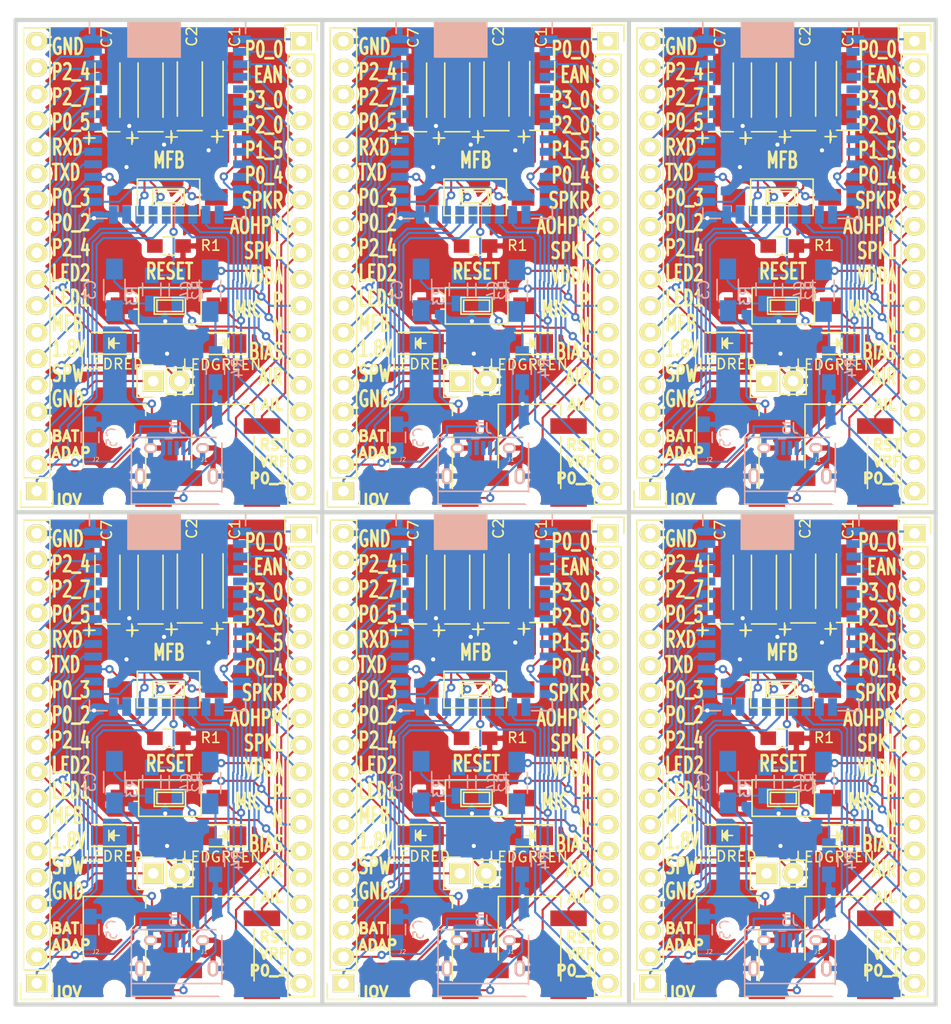
<source format=kicad_pcb>
(kicad_pcb (version 20171130) (host pcbnew 5.0.0-rc2-dev-unknown-ce1bd4c~62~ubuntu16.04.1)
  (layers (0 F.Cu signal) (31 B.Cu signal) (34 B.Paste user) (35 F.Paste user) (36 B.SilkS user) (37 F.SilkS user) (38 B.Mask user) (39 F.Mask user) (44 Edge.Cuts user))
  (net 0 "")
  (net 1 /1)
  (net 2 /2)
  (net 3 /3)
  (net 4 /4)
  (net 5 /5)
  (net 6 /6)
  (net 7 /7)
  (net 8 /8)
  (net 9 /9)
  (net 10 /10)
  (net 11 /11)
  (net 12 /12)
  (net 13 /13)
  (net 14 /14)
  (net 15 /15)
  (net 16 /16)
  (net 17 /17)
  (net 18 /18)
  (net 19 /36)
  (net 20 /35)
  (net 21 /34)
  (net 22 /33)
  (net 23 /32)
  (net 24 /31)
  (net 25 /30)
  (net 26 /29)
  (net 27 /28)
  (net 28 /27)
  (net 29 /26)
  (net 30 /25)
  (net 31 /24)
  (net 32 /21)
  (net 33 /20)
  (net 34 /19)
  (net 35 /GND)
  (net 36 "Net-(C2-Pad1)")
  (net 37 "Net-(C3-Pad2)")
  (net 38 "Net-(C4-Pad2)")
  (module LEDs.pretty:LED-1206 (layer F.Cu) (at 110.0455 127.0381)
    (fp_text reference D2 hide)
    (fp_text value LEDRED (at 0 2) (layer F.SilkS))
    (pad 1 smd rect (at -1.41986 0 180) (size 1.59766 1.80086) (layers F.Cu F.Paste F.Mask))
    (pad 2 smd rect (at 1.41986 0 180) (size 1.59766 1.80086) (layers F.Cu F.Paste F.Mask))
  )
  (module Buttons_Switches_SMD.pretty:SW_SPST_FSMSM (layer F.Cu) (at 115.2652 113.03)
    (fp_text reference SW2 hide)
    (fp_text value SWITCH_SPST)
    (pad 1 smd rect (at -4.60243 -0.00232) (size 2.18 1.6) (layers F.Cu F.Paste F.Mask))
    (pad 2 smd rect (at 4.60243 0.00232) (size 2.18 1.6) (layers F.Cu F.Paste F.Mask))
  )
  (module jacks:3.5mm_stereo_jack_PJ320B_no_up_silkscreen (layer F.Cu) (at 110.0836 141.986 180)
    (fp_text reference J2 (at 1.79 3.79 180) (layer F.SilkS) (effects (font (size 0.39878 0.39878) (thickness 0.0508))))
    (fp_text value 3.5mmjack hide)
    (pad "" np_thru_hole circle (at 0 0 180) (size 1.2 1.2) (drill 1.2) (layers *.Cu *.Mask F.SilkS))
    (pad 1 smd rect (at -3.75 0 180) (size 3.5 1.5) (layers F.Cu F.Paste F.Mask))
    (pad 2 smd rect (at 3.75 2 180) (size 3.5 1.5) (layers F.Cu F.Paste F.Mask))
    (pad 5 smd rect (at -3.75 7 180) (size 3.5 1.5) (layers F.Cu F.Paste F.Mask))
    (pad "" np_thru_hole circle (at 0 6 180) (size 1.2 1.2) (drill 1.2) (layers *.Cu *.Mask F.SilkS))
  )
  (module jacks:3.5mm_stereo_jack_PJ320B_no_up_silkscreen (layer F.Cu) (at 120.4976 141.986 180)
    (fp_text reference J1 (at 1.79 3.79 180) (layer F.SilkS) (effects (font (size 0.39878 0.39878) (thickness 0.0508))))
    (fp_text value 3.5mmjack hide)
    (pad "" np_thru_hole circle (at 0 6 180) (size 1.2 1.2) (drill 1.2) (layers *.Cu *.Mask F.SilkS))
    (pad 5 smd rect (at -3.75 7 180) (size 3.5 1.5) (layers F.Cu F.Paste F.Mask))
    (pad 2 smd rect (at 3.75 2 180) (size 3.5 1.5) (layers F.Cu F.Paste F.Mask))
    (pad 1 smd rect (at -3.75 0 180) (size 3.5 1.5) (layers F.Cu F.Paste F.Mask))
    (pad "" np_thru_hole circle (at 0 0 180) (size 1.2 1.2) (drill 1.2) (layers *.Cu *.Mask F.SilkS))
  )
  (module Resistors_SMD.pretty:R_0805_HandSoldering (layer F.Cu) (at 115.316 117.7036)
    (fp_text reference R1 (at 4.0132 -0.0508) (layer F.SilkS))
    (fp_text value 1k hide)
    (pad 2 smd rect (at 1.35 0) (size 1.5 1.3) (layers F.Cu F.Paste F.Mask))
    (pad 1 smd rect (at -1.35 0) (size 1.5 1.3) (layers F.Cu F.Paste F.Mask))
  )
  (module Capacitors_Tantalum_SMD.pretty:TantalC_SizeA_EIA-3216_HandSoldering (layer F.Cu) (at 121.7168 102.6033 90)
    (fp_text reference C1 (at 4.9657 -0.0762 90) (layer F.SilkS))
    (fp_text value 2.2u/6.3V)
    (fp_text user + (at -4.59994 -1.80086 90) (layer F.SilkS))
    (pad 1 smd rect (at -1.99898 0 90) (size 2.99974 1.50114) (layers F.Cu F.Paste F.Mask))
    (pad 2 smd rect (at 1.99898 0 90) (size 2.99974 1.50114) (layers F.Cu F.Paste F.Mask))
  )
  (module Capacitors_Tantalum_SMD.pretty:TantalC_SizeA_EIA-3216_HandSoldering (layer F.Cu) (at 109.4105 102.743 90)
    (fp_text reference C7 (at 5.0165 -0.0762 90) (layer F.SilkS))
    (fp_text value 10u/16V/PacA/AVX)
    (fp_text user + (at -4.59994 -1.80086 90) (layer F.SilkS))
    (pad 1 smd rect (at -1.99898 0 90) (size 2.99974 1.50114) (layers F.Cu F.Paste F.Mask))
    (pad 2 smd rect (at 1.99898 0 90) (size 2.99974 1.50114) (layers F.Cu F.Paste F.Mask))
  )
  (module Pin_Headers.pretty:Pin_Header_Straight_1x18 (layer F.Cu) (at 128.016 98.044)
    (fp_text reference CON1 hide)
    (fp_text value CONN_18)
    (pad 18 thru_hole oval (at 0 43.18) (size 2.032 1.7272) (drill 1.016) (layers *.Cu *.Mask F.SilkS))
    (pad 17 thru_hole oval (at 0 40.64) (size 2.032 1.7272) (drill 1.016) (layers *.Cu *.Mask F.SilkS))
    (pad 16 thru_hole oval (at 0 38.1) (size 2.032 1.7272) (drill 1.016) (layers *.Cu *.Mask F.SilkS))
    (pad 15 thru_hole oval (at 0 35.56) (size 2.032 1.7272) (drill 1.016) (layers *.Cu *.Mask F.SilkS))
    (pad 14 thru_hole oval (at 0 33.02) (size 2.032 1.7272) (drill 1.016) (layers *.Cu *.Mask F.SilkS))
    (pad 13 thru_hole oval (at 0 30.48) (size 2.032 1.7272) (drill 1.016) (layers *.Cu *.Mask F.SilkS))
    (pad 12 thru_hole oval (at 0 27.94) (size 2.032 1.7272) (drill 1.016) (layers *.Cu *.Mask F.SilkS))
    (pad 11 thru_hole oval (at 0 25.4) (size 2.032 1.7272) (drill 1.016) (layers *.Cu *.Mask F.SilkS))
    (pad 10 thru_hole oval (at 0 22.86) (size 2.032 1.7272) (drill 1.016) (layers *.Cu *.Mask F.SilkS))
    (pad 9 thru_hole oval (at 0 20.32) (size 2.032 1.7272) (drill 1.016) (layers *.Cu *.Mask F.SilkS))
    (pad 8 thru_hole oval (at 0 17.78) (size 2.032 1.7272) (drill 1.016) (layers *.Cu *.Mask F.SilkS))
    (pad 7 thru_hole oval (at 0 15.24) (size 2.032 1.7272) (drill 1.016) (layers *.Cu *.Mask F.SilkS))
    (pad 6 thru_hole oval (at 0 12.7) (size 2.032 1.7272) (drill 1.016) (layers *.Cu *.Mask F.SilkS))
    (pad 5 thru_hole oval (at 0 10.16) (size 2.032 1.7272) (drill 1.016) (layers *.Cu *.Mask F.SilkS))
    (pad 4 thru_hole oval (at 0 7.62) (size 2.032 1.7272) (drill 1.016) (layers *.Cu *.Mask F.SilkS))
    (pad 3 thru_hole oval (at 0 5.08) (size 2.032 1.7272) (drill 1.016) (layers *.Cu *.Mask F.SilkS))
    (pad 2 thru_hole oval (at 0 2.54) (size 2.032 1.7272) (drill 1.016) (layers *.Cu *.Mask F.SilkS))
    (pad 1 thru_hole rect (at 0 0) (size 2.032 1.7272) (drill 1.016) (layers *.Cu *.Mask F.SilkS))
  )
  (module Capacitors_SMD.pretty:C_1206_HandSoldering (layer B.Cu) (at 110.0709 121.9073 270)
    (fp_text reference C3 (at 0 2.3 270) (layer B.SilkS) (effects (justify mirror)))
    (fp_text value 1u/16V)
    (pad 2 smd rect (at 2 0 270) (size 2 1.6) (layers B.Cu B.Paste B.Mask))
    (pad 1 smd rect (at -2 0 270) (size 2 1.6) (layers B.Cu B.Paste B.Mask))
  )
  (module LEDs.pretty:LED-1206 (layer F.Cu) (at 120.5357 127.0635 180)
    (fp_text reference D1 hide)
    (fp_text value LEDGREEN (at 0.14986 -2.032 180) (layer F.SilkS))
    (pad 2 smd rect (at 1.41986 0) (size 1.59766 1.80086) (layers F.Cu F.Paste F.Mask))
    (pad 1 smd rect (at -1.41986 0) (size 1.59766 1.80086) (layers F.Cu F.Paste F.Mask))
  )
  (module Capacitors_Tantalum_SMD.pretty:TantalC_SizeA_EIA-3216_HandSoldering (layer F.Cu) (at 117.3226 102.6414 90)
    (fp_text reference C2 (at 5.0419 0.1905 90) (layer F.SilkS))
    (fp_text value 2.2u/6.3V)
    (fp_text user + (at -4.59994 -1.80086 90) (layer F.SilkS))
    (pad 2 smd rect (at 1.99898 0 90) (size 2.99974 1.50114) (layers F.Cu F.Paste F.Mask))
    (pad 1 smd rect (at -1.99898 0 90) (size 2.99974 1.50114) (layers F.Cu F.Paste F.Mask))
  )
  (module Buttons_Switches_SMD.pretty:SW_SPST_FSMSM (layer F.Cu) (at 115.4176 123.444 180)
    (fp_text reference SW1 hide)
    (fp_text value SWITCH_SPST)
    (pad 2 smd rect (at 4.60243 0.00232 180) (size 2.18 1.6) (layers F.Cu F.Paste F.Mask))
    (pad 1 smd rect (at -4.60243 -0.00232 180) (size 2.18 1.6) (layers F.Cu F.Paste F.Mask))
  )
  (module Resistors_SMD.pretty:R_0805_HandSoldering (layer B.Cu) (at 113.665 121.8692 90)
    (fp_text reference R3 (at -0.6096 -1.8923 90) (layer B.SilkS) (effects (justify mirror)))
    (fp_text value 1k)
    (pad 1 smd rect (at -1.35 0 90) (size 1.5 1.3) (layers B.Cu B.Paste B.Mask))
    (pad 2 smd rect (at 1.35 0 90) (size 1.5 1.3) (layers B.Cu B.Paste B.Mask))
  )
  (module Capacitors_SMD.pretty:C_0805_HandSoldering (layer B.Cu) (at 107.7341 136.0678 90)
    (fp_text reference C5 (at 0 2.1 90) (layer B.SilkS) (effects (justify mirror)))
    (fp_text value 100n)
    (pad 2 smd rect (at 1.25 0 90) (size 1.5 1.25) (layers B.Cu B.Paste B.Mask))
    (pad 1 smd rect (at -1.25 0 90) (size 1.5 1.25) (layers B.Cu B.Paste B.Mask))
  )
  (module Resistors_SMD.pretty:R_0805_HandSoldering (layer B.Cu) (at 116.2177 121.9073 270)
    (fp_text reference R2 (at 0.0381 -1.8288 270) (layer B.SilkS) (effects (justify mirror)))
    (fp_text value 1k)
    (pad 2 smd rect (at 1.35 0 270) (size 1.5 1.3) (layers B.Cu B.Paste B.Mask))
    (pad 1 smd rect (at -1.35 0 270) (size 1.5 1.3) (layers B.Cu B.Paste B.Mask))
  )
  (module Capacitors_SMD.pretty:C_1206_HandSoldering (layer B.Cu) (at 119.2657 121.9896 270)
    (fp_text reference C4 (at 0 2.3 270) (layer B.SilkS) (effects (justify mirror)))
    (fp_text value 1u/16V)
    (pad 1 smd rect (at -2 0 270) (size 2 1.6) (layers B.Cu B.Paste B.Mask))
    (pad 2 smd rect (at 2 0 270) (size 2 1.6) (layers B.Cu B.Paste B.Mask))
  )
  (module Resistors_SMD.pretty:R_0805_HandSoldering (layer B.Cu) (at 119.7864 129.413 90)
    (fp_text reference R4 (at 0 2.1 90) (layer B.SilkS) (effects (justify mirror)))
    (fp_text value 2k)
    (pad 2 smd rect (at 1.35 0 90) (size 1.5 1.3) (layers B.Cu B.Paste B.Mask))
    (pad 1 smd rect (at -1.35 0 90) (size 1.5 1.3) (layers B.Cu B.Paste B.Mask))
  )
  (module Pin_Headers.pretty:Pin_Header_Straight_1x02 (layer F.Cu) (at 113.8047 130.6703 90)
    (fp_text reference CON3 hide)
    (fp_text value batt)
    (pad 2 thru_hole oval (at 0 2.54 90) (size 2.032 2.032) (drill 1.016) (layers *.Cu *.Mask F.SilkS))
    (pad 1 thru_hole rect (at 0 0 90) (size 2.032 2.032) (drill 1.016) (layers *.Cu *.Mask F.SilkS))
  )
  (module Connect.pretty:USB_Micro-B (layer B.Cu) (at 116.0526 138.6586 180)
    (fp_text reference J3 (at 0 3.45 180) (layer B.SilkS) (effects (justify mirror)))
    (fp_text value USB_B_Micro)
    (pad 6 thru_hole oval (at 3.4991 -1.13746 90) (size 1.55 1) (drill oval 1.15 0.5) (layers *.Cu *.Mask B.SilkS))
    (pad 6 thru_hole oval (at -3.5009 -1.13746 90) (size 1.55 1) (drill oval 1.15 0.5) (layers *.Cu *.Mask B.SilkS))
    (pad 6 thru_hole oval (at 2.4991 1.56254 90) (size 0.95 1.25) (drill oval 0.55 0.85) (layers *.Cu *.Mask B.SilkS))
    (pad 6 thru_hole oval (at -2.5009 1.56254 90) (size 0.95 1.25) (drill oval 0.55 0.85) (layers *.Cu *.Mask B.SilkS))
    (pad 5 smd rect (at 1.2991 1.56254 90) (size 1.35 0.4) (layers B.Cu B.Paste B.Mask))
    (pad 4 smd rect (at 0.6491 1.56254 90) (size 1.35 0.4) (layers B.Cu B.Paste B.Mask))
    (pad 3 smd rect (at -0.0009 1.56254 90) (size 1.35 0.4) (layers B.Cu B.Paste B.Mask))
    (pad 2 smd rect (at -0.6509 1.56254 90) (size 1.35 0.4) (layers B.Cu B.Paste B.Mask))
    (pad 1 smd rect (at -1.3009 1.56254 90) (size 1.35 0.4) (layers B.Cu B.Paste B.Mask))
  )
  (module Capacitors_Tantalum_SMD.pretty:TantalC_SizeA_EIA-3216_HandSoldering (layer F.Cu) (at 113.5507 102.743 90)
    (fp_text reference C6 (at 4.9149 -0.0381 90) (layer F.SilkS))
    (fp_text value 10u/16V/PacA/AVX)
    (fp_text user + (at -4.59994 -1.80086 90) (layer F.SilkS))
    (pad 1 smd rect (at -1.99898 0 90) (size 2.99974 1.50114) (layers F.Cu F.Paste F.Mask))
    (pad 2 smd rect (at 1.99898 0 90) (size 2.99974 1.50114) (layers F.Cu F.Paste F.Mask))
  )
  (module Pin_Headers.pretty:Pin_Header_Straight_1x18 (layer F.Cu) (at 102.616 141.224 180)
    (fp_text reference CON2 hide)
    (fp_text value CONN_18)
    (pad 1 thru_hole rect (at 0 0 180) (size 2.032 1.7272) (drill 1.016) (layers *.Cu *.Mask F.SilkS))
    (pad 2 thru_hole oval (at 0 2.54 180) (size 2.032 1.7272) (drill 1.016) (layers *.Cu *.Mask F.SilkS))
    (pad 3 thru_hole oval (at 0 5.08 180) (size 2.032 1.7272) (drill 1.016) (layers *.Cu *.Mask F.SilkS))
    (pad 4 thru_hole oval (at 0 7.62 180) (size 2.032 1.7272) (drill 1.016) (layers *.Cu *.Mask F.SilkS))
    (pad 5 thru_hole oval (at 0 10.16 180) (size 2.032 1.7272) (drill 1.016) (layers *.Cu *.Mask F.SilkS))
    (pad 6 thru_hole oval (at 0 12.7 180) (size 2.032 1.7272) (drill 1.016) (layers *.Cu *.Mask F.SilkS))
    (pad 7 thru_hole oval (at 0 15.24 180) (size 2.032 1.7272) (drill 1.016) (layers *.Cu *.Mask F.SilkS))
    (pad 8 thru_hole oval (at 0 17.78 180) (size 2.032 1.7272) (drill 1.016) (layers *.Cu *.Mask F.SilkS))
    (pad 9 thru_hole oval (at 0 20.32 180) (size 2.032 1.7272) (drill 1.016) (layers *.Cu *.Mask F.SilkS))
    (pad 10 thru_hole oval (at 0 22.86 180) (size 2.032 1.7272) (drill 1.016) (layers *.Cu *.Mask F.SilkS))
    (pad 11 thru_hole oval (at 0 25.4 180) (size 2.032 1.7272) (drill 1.016) (layers *.Cu *.Mask F.SilkS))
    (pad 12 thru_hole oval (at 0 27.94 180) (size 2.032 1.7272) (drill 1.016) (layers *.Cu *.Mask F.SilkS))
    (pad 13 thru_hole oval (at 0 30.48 180) (size 2.032 1.7272) (drill 1.016) (layers *.Cu *.Mask F.SilkS))
    (pad 14 thru_hole oval (at 0 33.02 180) (size 2.032 1.7272) (drill 1.016) (layers *.Cu *.Mask F.SilkS))
    (pad 15 thru_hole oval (at 0 35.56 180) (size 2.032 1.7272) (drill 1.016) (layers *.Cu *.Mask F.SilkS))
    (pad 16 thru_hole oval (at 0 38.1 180) (size 2.032 1.7272) (drill 1.016) (layers *.Cu *.Mask F.SilkS))
    (pad 17 thru_hole oval (at 0 40.64 180) (size 2.032 1.7272) (drill 1.016) (layers *.Cu *.Mask F.SilkS))
    (pad 18 thru_hole oval (at 0 43.18 180) (size 2.032 1.7272) (drill 1.016) (layers *.Cu *.Mask F.SilkS))
  )
  (module modules:BM20_no_silk_screen_under_antena (layer B.Cu) (at 122.682 115.062 180)
    (fp_text reference U1 hide)
    (fp_text value BM20 hide)
    (pad 7 smd trapezoid (at 0.35 10 90) (size 0.76 1.7) (layers B.Cu B.Paste B.Mask))
    (pad 3 smd trapezoid (at 0.35 14.8 90) (size 0.76 1.7) (layers B.Cu B.Paste B.Mask))
    (pad 14 smd trapezoid (at 0.35 1.6 90) (size 0.76 1.7) (layers B.Cu B.Paste B.Mask))
    (pad 12 smd trapezoid (at 0.35 4 90) (size 0.76 1.7) (layers B.Cu B.Paste B.Mask))
    (pad 8 smd trapezoid (at 0.35 8.8 90) (size 0.76 1.7) (layers B.Cu B.Paste B.Mask))
    (pad 1 smd trapezoid (at 0.35 17.2 90) (size 0.76 1.7) (layers B.Cu B.Paste B.Mask))
    (pad 4 smd trapezoid (at 0.35 13.6 90) (size 0.76 1.7) (layers B.Cu B.Paste B.Mask))
    (pad 13 smd trapezoid (at 0.35 2.8 90) (size 0.76 1.7) (layers B.Cu B.Paste B.Mask))
    (pad 10 smd trapezoid (at 0.35 6.4 90) (size 0.76 1.7) (layers B.Cu B.Paste B.Mask))
    (pad 5 smd trapezoid (at 0.35 12.4 90) (size 0.76 1.7) (layers B.Cu B.Paste B.Mask))
    (pad 11 smd trapezoid (at 0.35 5.2 90) (size 0.76 1.7) (layers B.Cu B.Paste B.Mask))
    (pad 6 smd trapezoid (at 0.35 11.2 90) (size 0.76 1.7) (layers B.Cu B.Paste B.Mask))
    (pad 2 smd trapezoid (at 0.35 16 90) (size 0.76 1.7) (layers B.Cu B.Paste B.Mask))
    (pad 9 smd trapezoid (at 0.35 7.6 90) (size 0.76 1.7) (layers B.Cu B.Paste B.Mask))
    (pad 32 smd trapezoid (at 14.65 11.2 90) (size 0.76 1.7) (layers B.Cu B.Paste B.Mask))
    (pad 34 smd trapezoid (at 14.65 13.6 90) (size 0.76 1.7) (layers B.Cu B.Paste B.Mask))
    (pad 33 smd trapezoid (at 14.65 12.4 90) (size 0.76 1.7) (layers B.Cu B.Paste B.Mask))
    (pad 36 smd trapezoid (at 14.65 16 90) (size 0.76 1.7) (layers B.Cu B.Paste B.Mask))
    (pad 35 smd trapezoid (at 14.65 14.8 90) (size 0.76 1.7) (layers B.Cu B.Paste B.Mask))
    (pad 37 smd trapezoid (at 14.65 17.2 90) (size 0.76 1.7) (layers B.Cu B.Paste B.Mask))
    (pad 28 smd trapezoid (at 14.65 6.4 90) (size 0.76 1.7) (layers B.Cu B.Paste B.Mask))
    (pad 30 smd trapezoid (at 14.65 8.8 90) (size 0.76 1.7) (layers B.Cu B.Paste B.Mask))
    (pad 29 smd trapezoid (at 14.65 7.6 90) (size 0.76 1.7) (layers B.Cu B.Paste B.Mask))
    (pad 31 smd trapezoid (at 14.65 10 90) (size 0.76 1.7) (layers B.Cu B.Paste B.Mask))
    (pad 26 smd trapezoid (at 14.65 4 90) (size 0.76 1.7) (layers B.Cu B.Paste B.Mask))
    (pad 27 smd trapezoid (at 14.65 5.2 90) (size 0.76 1.7) (layers B.Cu B.Paste B.Mask))
    (pad 25 smd trapezoid (at 14.65 2.8 90) (size 0.76 1.7) (layers B.Cu B.Paste B.Mask))
    (pad 24 smd trapezoid (at 14.65 1.6 90) (size 0.76 1.7) (layers B.Cu B.Paste B.Mask))
    (pad 23 smd trapezoid (at 12.7 0.35 180) (size 0.85 1.7) (layers B.Cu B.Paste B.Mask))
    (pad 22 smd trapezoid (at 11.43 0.35 180) (size 0.85 1.7) (layers B.Cu B.Paste B.Mask))
    (pad 21 smd trapezoid (at 10.16 0.35 180) (size 0.85 1.7) (layers B.Cu B.Paste B.Mask))
    (pad 20 smd trapezoid (at 8.89 0.35 180) (size 0.85 1.7) (layers B.Cu B.Paste B.Mask))
    (pad 19 smd trapezoid (at 7.62 0.35 180) (size 0.85 1.7) (layers B.Cu B.Paste B.Mask))
    (pad 18 smd trapezoid (at 6.35 0.35 180) (size 0.85 1.7) (layers B.Cu B.Paste B.Mask))
    (pad 17 smd trapezoid (at 5.08 0.35 180) (size 0.85 1.7) (layers B.Cu B.Paste B.Mask))
    (pad 16 smd trapezoid (at 3.81 0.35 180) (size 0.85 1.7) (layers B.Cu B.Paste B.Mask))
    (pad 15 smd trapezoid (at 2.54 0.35 180) (size 0.85 1.7) (layers B.Cu B.Paste B.Mask))
  )
  (module LEDs.pretty:LED-1206 (layer F.Cu) (at 168.9735 79.7941)
    (fp_text reference D2 hide)
    (fp_text value LEDRED (at 0 2) (layer F.SilkS))
    (pad 1 smd rect (at -1.41986 0 180) (size 1.59766 1.80086) (layers F.Cu F.Paste F.Mask))
    (pad 2 smd rect (at 1.41986 0 180) (size 1.59766 1.80086) (layers F.Cu F.Paste F.Mask))
  )
  (module Buttons_Switches_SMD.pretty:SW_SPST_FSMSM (layer F.Cu) (at 174.1932 65.786)
    (fp_text reference SW2 hide)
    (fp_text value SWITCH_SPST)
    (pad 1 smd rect (at -4.60243 -0.00232) (size 2.18 1.6) (layers F.Cu F.Paste F.Mask))
    (pad 2 smd rect (at 4.60243 0.00232) (size 2.18 1.6) (layers F.Cu F.Paste F.Mask))
  )
  (module jacks:3.5mm_stereo_jack_PJ320B_no_up_silkscreen (layer F.Cu) (at 169.0116 94.742 180)
    (fp_text reference J2 (at 1.79 3.79 180) (layer F.SilkS) (effects (font (size 0.39878 0.39878) (thickness 0.0508))))
    (fp_text value 3.5mmjack hide)
    (pad "" np_thru_hole circle (at 0 0 180) (size 1.2 1.2) (drill 1.2) (layers *.Cu *.Mask F.SilkS))
    (pad 1 smd rect (at -3.75 0 180) (size 3.5 1.5) (layers F.Cu F.Paste F.Mask))
    (pad 2 smd rect (at 3.75 2 180) (size 3.5 1.5) (layers F.Cu F.Paste F.Mask))
    (pad 5 smd rect (at -3.75 7 180) (size 3.5 1.5) (layers F.Cu F.Paste F.Mask))
    (pad "" np_thru_hole circle (at 0 6 180) (size 1.2 1.2) (drill 1.2) (layers *.Cu *.Mask F.SilkS))
  )
  (module jacks:3.5mm_stereo_jack_PJ320B_no_up_silkscreen (layer F.Cu) (at 179.4256 94.742 180)
    (fp_text reference J1 (at 1.79 3.79 180) (layer F.SilkS) (effects (font (size 0.39878 0.39878) (thickness 0.0508))))
    (fp_text value 3.5mmjack hide)
    (pad "" np_thru_hole circle (at 0 6 180) (size 1.2 1.2) (drill 1.2) (layers *.Cu *.Mask F.SilkS))
    (pad 5 smd rect (at -3.75 7 180) (size 3.5 1.5) (layers F.Cu F.Paste F.Mask))
    (pad 2 smd rect (at 3.75 2 180) (size 3.5 1.5) (layers F.Cu F.Paste F.Mask))
    (pad 1 smd rect (at -3.75 0 180) (size 3.5 1.5) (layers F.Cu F.Paste F.Mask))
    (pad "" np_thru_hole circle (at 0 0 180) (size 1.2 1.2) (drill 1.2) (layers *.Cu *.Mask F.SilkS))
  )
  (module Resistors_SMD.pretty:R_0805_HandSoldering (layer F.Cu) (at 174.244 70.4596)
    (fp_text reference R1 (at 4.0132 -0.0508) (layer F.SilkS))
    (fp_text value 1k hide)
    (pad 2 smd rect (at 1.35 0) (size 1.5 1.3) (layers F.Cu F.Paste F.Mask))
    (pad 1 smd rect (at -1.35 0) (size 1.5 1.3) (layers F.Cu F.Paste F.Mask))
  )
  (module Capacitors_Tantalum_SMD.pretty:TantalC_SizeA_EIA-3216_HandSoldering (layer F.Cu) (at 180.6448 55.3593 90)
    (fp_text reference C1 (at 4.9657 -0.0762 90) (layer F.SilkS))
    (fp_text value 2.2u/6.3V)
    (fp_text user + (at -4.59994 -1.80086 90) (layer F.SilkS))
    (pad 1 smd rect (at -1.99898 0 90) (size 2.99974 1.50114) (layers F.Cu F.Paste F.Mask))
    (pad 2 smd rect (at 1.99898 0 90) (size 2.99974 1.50114) (layers F.Cu F.Paste F.Mask))
  )
  (module Capacitors_Tantalum_SMD.pretty:TantalC_SizeA_EIA-3216_HandSoldering (layer F.Cu) (at 168.3385 55.499 90)
    (fp_text reference C7 (at 5.0165 -0.0762 90) (layer F.SilkS))
    (fp_text value 10u/16V/PacA/AVX)
    (fp_text user + (at -4.59994 -1.80086 90) (layer F.SilkS))
    (pad 1 smd rect (at -1.99898 0 90) (size 2.99974 1.50114) (layers F.Cu F.Paste F.Mask))
    (pad 2 smd rect (at 1.99898 0 90) (size 2.99974 1.50114) (layers F.Cu F.Paste F.Mask))
  )
  (module Pin_Headers.pretty:Pin_Header_Straight_1x18 (layer F.Cu) (at 186.944 50.8)
    (fp_text reference CON1 hide)
    (fp_text value CONN_18)
    (pad 18 thru_hole oval (at 0 43.18) (size 2.032 1.7272) (drill 1.016) (layers *.Cu *.Mask F.SilkS))
    (pad 17 thru_hole oval (at 0 40.64) (size 2.032 1.7272) (drill 1.016) (layers *.Cu *.Mask F.SilkS))
    (pad 16 thru_hole oval (at 0 38.1) (size 2.032 1.7272) (drill 1.016) (layers *.Cu *.Mask F.SilkS))
    (pad 15 thru_hole oval (at 0 35.56) (size 2.032 1.7272) (drill 1.016) (layers *.Cu *.Mask F.SilkS))
    (pad 14 thru_hole oval (at 0 33.02) (size 2.032 1.7272) (drill 1.016) (layers *.Cu *.Mask F.SilkS))
    (pad 13 thru_hole oval (at 0 30.48) (size 2.032 1.7272) (drill 1.016) (layers *.Cu *.Mask F.SilkS))
    (pad 12 thru_hole oval (at 0 27.94) (size 2.032 1.7272) (drill 1.016) (layers *.Cu *.Mask F.SilkS))
    (pad 11 thru_hole oval (at 0 25.4) (size 2.032 1.7272) (drill 1.016) (layers *.Cu *.Mask F.SilkS))
    (pad 10 thru_hole oval (at 0 22.86) (size 2.032 1.7272) (drill 1.016) (layers *.Cu *.Mask F.SilkS))
    (pad 9 thru_hole oval (at 0 20.32) (size 2.032 1.7272) (drill 1.016) (layers *.Cu *.Mask F.SilkS))
    (pad 8 thru_hole oval (at 0 17.78) (size 2.032 1.7272) (drill 1.016) (layers *.Cu *.Mask F.SilkS))
    (pad 7 thru_hole oval (at 0 15.24) (size 2.032 1.7272) (drill 1.016) (layers *.Cu *.Mask F.SilkS))
    (pad 6 thru_hole oval (at 0 12.7) (size 2.032 1.7272) (drill 1.016) (layers *.Cu *.Mask F.SilkS))
    (pad 5 thru_hole oval (at 0 10.16) (size 2.032 1.7272) (drill 1.016) (layers *.Cu *.Mask F.SilkS))
    (pad 4 thru_hole oval (at 0 7.62) (size 2.032 1.7272) (drill 1.016) (layers *.Cu *.Mask F.SilkS))
    (pad 3 thru_hole oval (at 0 5.08) (size 2.032 1.7272) (drill 1.016) (layers *.Cu *.Mask F.SilkS))
    (pad 2 thru_hole oval (at 0 2.54) (size 2.032 1.7272) (drill 1.016) (layers *.Cu *.Mask F.SilkS))
    (pad 1 thru_hole rect (at 0 0) (size 2.032 1.7272) (drill 1.016) (layers *.Cu *.Mask F.SilkS))
  )
  (module Capacitors_SMD.pretty:C_1206_HandSoldering (layer B.Cu) (at 168.9989 74.6633 270)
    (fp_text reference C3 (at 0 2.3 270) (layer B.SilkS) (effects (justify mirror)))
    (fp_text value 1u/16V)
    (pad 2 smd rect (at 2 0 270) (size 2 1.6) (layers B.Cu B.Paste B.Mask))
    (pad 1 smd rect (at -2 0 270) (size 2 1.6) (layers B.Cu B.Paste B.Mask))
  )
  (module LEDs.pretty:LED-1206 (layer F.Cu) (at 179.4637 79.8195 180)
    (fp_text reference D1 hide)
    (fp_text value LEDGREEN (at 0.14986 -2.032 180) (layer F.SilkS))
    (pad 2 smd rect (at 1.41986 0) (size 1.59766 1.80086) (layers F.Cu F.Paste F.Mask))
    (pad 1 smd rect (at -1.41986 0) (size 1.59766 1.80086) (layers F.Cu F.Paste F.Mask))
  )
  (module Capacitors_Tantalum_SMD.pretty:TantalC_SizeA_EIA-3216_HandSoldering (layer F.Cu) (at 176.2506 55.3974 90)
    (fp_text reference C2 (at 5.0419 0.1905 90) (layer F.SilkS))
    (fp_text value 2.2u/6.3V)
    (fp_text user + (at -4.59994 -1.80086 90) (layer F.SilkS))
    (pad 2 smd rect (at 1.99898 0 90) (size 2.99974 1.50114) (layers F.Cu F.Paste F.Mask))
    (pad 1 smd rect (at -1.99898 0 90) (size 2.99974 1.50114) (layers F.Cu F.Paste F.Mask))
  )
  (module Buttons_Switches_SMD.pretty:SW_SPST_FSMSM (layer F.Cu) (at 174.3456 76.2 180)
    (fp_text reference SW1 hide)
    (fp_text value SWITCH_SPST)
    (pad 2 smd rect (at 4.60243 0.00232 180) (size 2.18 1.6) (layers F.Cu F.Paste F.Mask))
    (pad 1 smd rect (at -4.60243 -0.00232 180) (size 2.18 1.6) (layers F.Cu F.Paste F.Mask))
  )
  (module Resistors_SMD.pretty:R_0805_HandSoldering (layer B.Cu) (at 172.593 74.6252 90)
    (fp_text reference R3 (at -0.6096 -1.8923 90) (layer B.SilkS) (effects (justify mirror)))
    (fp_text value 1k)
    (pad 1 smd rect (at -1.35 0 90) (size 1.5 1.3) (layers B.Cu B.Paste B.Mask))
    (pad 2 smd rect (at 1.35 0 90) (size 1.5 1.3) (layers B.Cu B.Paste B.Mask))
  )
  (module Capacitors_SMD.pretty:C_0805_HandSoldering (layer B.Cu) (at 166.6621 88.8238 90)
    (fp_text reference C5 (at 0 2.1 90) (layer B.SilkS) (effects (justify mirror)))
    (fp_text value 100n)
    (pad 2 smd rect (at 1.25 0 90) (size 1.5 1.25) (layers B.Cu B.Paste B.Mask))
    (pad 1 smd rect (at -1.25 0 90) (size 1.5 1.25) (layers B.Cu B.Paste B.Mask))
  )
  (module Resistors_SMD.pretty:R_0805_HandSoldering (layer B.Cu) (at 175.1457 74.6633 270)
    (fp_text reference R2 (at 0.0381 -1.8288 270) (layer B.SilkS) (effects (justify mirror)))
    (fp_text value 1k)
    (pad 2 smd rect (at 1.35 0 270) (size 1.5 1.3) (layers B.Cu B.Paste B.Mask))
    (pad 1 smd rect (at -1.35 0 270) (size 1.5 1.3) (layers B.Cu B.Paste B.Mask))
  )
  (module Capacitors_SMD.pretty:C_1206_HandSoldering (layer B.Cu) (at 178.1937 74.7456 270)
    (fp_text reference C4 (at 0 2.3 270) (layer B.SilkS) (effects (justify mirror)))
    (fp_text value 1u/16V)
    (pad 1 smd rect (at -2 0 270) (size 2 1.6) (layers B.Cu B.Paste B.Mask))
    (pad 2 smd rect (at 2 0 270) (size 2 1.6) (layers B.Cu B.Paste B.Mask))
  )
  (module Resistors_SMD.pretty:R_0805_HandSoldering (layer B.Cu) (at 178.7144 82.169 90)
    (fp_text reference R4 (at 0 2.1 90) (layer B.SilkS) (effects (justify mirror)))
    (fp_text value 2k)
    (pad 2 smd rect (at 1.35 0 90) (size 1.5 1.3) (layers B.Cu B.Paste B.Mask))
    (pad 1 smd rect (at -1.35 0 90) (size 1.5 1.3) (layers B.Cu B.Paste B.Mask))
  )
  (module Pin_Headers.pretty:Pin_Header_Straight_1x02 (layer F.Cu) (at 172.7327 83.4263 90)
    (fp_text reference CON3 hide)
    (fp_text value batt)
    (pad 2 thru_hole oval (at 0 2.54 90) (size 2.032 2.032) (drill 1.016) (layers *.Cu *.Mask F.SilkS))
    (pad 1 thru_hole rect (at 0 0 90) (size 2.032 2.032) (drill 1.016) (layers *.Cu *.Mask F.SilkS))
  )
  (module Connect.pretty:USB_Micro-B (layer B.Cu) (at 174.9806 91.4146 180)
    (fp_text reference J3 (at 0 3.45 180) (layer B.SilkS) (effects (justify mirror)))
    (fp_text value USB_B_Micro)
    (pad 6 thru_hole oval (at 3.4991 -1.13746 90) (size 1.55 1) (drill oval 1.15 0.5) (layers *.Cu *.Mask B.SilkS))
    (pad 6 thru_hole oval (at -3.5009 -1.13746 90) (size 1.55 1) (drill oval 1.15 0.5) (layers *.Cu *.Mask B.SilkS))
    (pad 6 thru_hole oval (at 2.4991 1.56254 90) (size 0.95 1.25) (drill oval 0.55 0.85) (layers *.Cu *.Mask B.SilkS))
    (pad 6 thru_hole oval (at -2.5009 1.56254 90) (size 0.95 1.25) (drill oval 0.55 0.85) (layers *.Cu *.Mask B.SilkS))
    (pad 5 smd rect (at 1.2991 1.56254 90) (size 1.35 0.4) (layers B.Cu B.Paste B.Mask))
    (pad 4 smd rect (at 0.6491 1.56254 90) (size 1.35 0.4) (layers B.Cu B.Paste B.Mask))
    (pad 3 smd rect (at -0.0009 1.56254 90) (size 1.35 0.4) (layers B.Cu B.Paste B.Mask))
    (pad 2 smd rect (at -0.6509 1.56254 90) (size 1.35 0.4) (layers B.Cu B.Paste B.Mask))
    (pad 1 smd rect (at -1.3009 1.56254 90) (size 1.35 0.4) (layers B.Cu B.Paste B.Mask))
  )
  (module Capacitors_Tantalum_SMD.pretty:TantalC_SizeA_EIA-3216_HandSoldering (layer F.Cu) (at 172.4787 55.499 90)
    (fp_text reference C6 (at 4.9149 -0.0381 90) (layer F.SilkS))
    (fp_text value 10u/16V/PacA/AVX)
    (fp_text user + (at -4.59994 -1.80086 90) (layer F.SilkS))
    (pad 1 smd rect (at -1.99898 0 90) (size 2.99974 1.50114) (layers F.Cu F.Paste F.Mask))
    (pad 2 smd rect (at 1.99898 0 90) (size 2.99974 1.50114) (layers F.Cu F.Paste F.Mask))
  )
  (module Pin_Headers.pretty:Pin_Header_Straight_1x18 (layer F.Cu) (at 161.544 93.98 180)
    (fp_text reference CON2 hide)
    (fp_text value CONN_18)
    (pad 1 thru_hole rect (at 0 0 180) (size 2.032 1.7272) (drill 1.016) (layers *.Cu *.Mask F.SilkS))
    (pad 2 thru_hole oval (at 0 2.54 180) (size 2.032 1.7272) (drill 1.016) (layers *.Cu *.Mask F.SilkS))
    (pad 3 thru_hole oval (at 0 5.08 180) (size 2.032 1.7272) (drill 1.016) (layers *.Cu *.Mask F.SilkS))
    (pad 4 thru_hole oval (at 0 7.62 180) (size 2.032 1.7272) (drill 1.016) (layers *.Cu *.Mask F.SilkS))
    (pad 5 thru_hole oval (at 0 10.16 180) (size 2.032 1.7272) (drill 1.016) (layers *.Cu *.Mask F.SilkS))
    (pad 6 thru_hole oval (at 0 12.7 180) (size 2.032 1.7272) (drill 1.016) (layers *.Cu *.Mask F.SilkS))
    (pad 7 thru_hole oval (at 0 15.24 180) (size 2.032 1.7272) (drill 1.016) (layers *.Cu *.Mask F.SilkS))
    (pad 8 thru_hole oval (at 0 17.78 180) (size 2.032 1.7272) (drill 1.016) (layers *.Cu *.Mask F.SilkS))
    (pad 9 thru_hole oval (at 0 20.32 180) (size 2.032 1.7272) (drill 1.016) (layers *.Cu *.Mask F.SilkS))
    (pad 10 thru_hole oval (at 0 22.86 180) (size 2.032 1.7272) (drill 1.016) (layers *.Cu *.Mask F.SilkS))
    (pad 11 thru_hole oval (at 0 25.4 180) (size 2.032 1.7272) (drill 1.016) (layers *.Cu *.Mask F.SilkS))
    (pad 12 thru_hole oval (at 0 27.94 180) (size 2.032 1.7272) (drill 1.016) (layers *.Cu *.Mask F.SilkS))
    (pad 13 thru_hole oval (at 0 30.48 180) (size 2.032 1.7272) (drill 1.016) (layers *.Cu *.Mask F.SilkS))
    (pad 14 thru_hole oval (at 0 33.02 180) (size 2.032 1.7272) (drill 1.016) (layers *.Cu *.Mask F.SilkS))
    (pad 15 thru_hole oval (at 0 35.56 180) (size 2.032 1.7272) (drill 1.016) (layers *.Cu *.Mask F.SilkS))
    (pad 16 thru_hole oval (at 0 38.1 180) (size 2.032 1.7272) (drill 1.016) (layers *.Cu *.Mask F.SilkS))
    (pad 17 thru_hole oval (at 0 40.64 180) (size 2.032 1.7272) (drill 1.016) (layers *.Cu *.Mask F.SilkS))
    (pad 18 thru_hole oval (at 0 43.18 180) (size 2.032 1.7272) (drill 1.016) (layers *.Cu *.Mask F.SilkS))
  )
  (module modules:BM20_no_silk_screen_under_antena (layer B.Cu) (at 181.61 67.818 180)
    (fp_text reference U1 hide)
    (fp_text value BM20 hide)
    (pad 7 smd trapezoid (at 0.35 10 90) (size 0.76 1.7) (layers B.Cu B.Paste B.Mask))
    (pad 3 smd trapezoid (at 0.35 14.8 90) (size 0.76 1.7) (layers B.Cu B.Paste B.Mask))
    (pad 14 smd trapezoid (at 0.35 1.6 90) (size 0.76 1.7) (layers B.Cu B.Paste B.Mask))
    (pad 12 smd trapezoid (at 0.35 4 90) (size 0.76 1.7) (layers B.Cu B.Paste B.Mask))
    (pad 8 smd trapezoid (at 0.35 8.8 90) (size 0.76 1.7) (layers B.Cu B.Paste B.Mask))
    (pad 1 smd trapezoid (at 0.35 17.2 90) (size 0.76 1.7) (layers B.Cu B.Paste B.Mask))
    (pad 4 smd trapezoid (at 0.35 13.6 90) (size 0.76 1.7) (layers B.Cu B.Paste B.Mask))
    (pad 13 smd trapezoid (at 0.35 2.8 90) (size 0.76 1.7) (layers B.Cu B.Paste B.Mask))
    (pad 10 smd trapezoid (at 0.35 6.4 90) (size 0.76 1.7) (layers B.Cu B.Paste B.Mask))
    (pad 5 smd trapezoid (at 0.35 12.4 90) (size 0.76 1.7) (layers B.Cu B.Paste B.Mask))
    (pad 11 smd trapezoid (at 0.35 5.2 90) (size 0.76 1.7) (layers B.Cu B.Paste B.Mask))
    (pad 6 smd trapezoid (at 0.35 11.2 90) (size 0.76 1.7) (layers B.Cu B.Paste B.Mask))
    (pad 2 smd trapezoid (at 0.35 16 90) (size 0.76 1.7) (layers B.Cu B.Paste B.Mask))
    (pad 9 smd trapezoid (at 0.35 7.6 90) (size 0.76 1.7) (layers B.Cu B.Paste B.Mask))
    (pad 32 smd trapezoid (at 14.65 11.2 90) (size 0.76 1.7) (layers B.Cu B.Paste B.Mask))
    (pad 34 smd trapezoid (at 14.65 13.6 90) (size 0.76 1.7) (layers B.Cu B.Paste B.Mask))
    (pad 33 smd trapezoid (at 14.65 12.4 90) (size 0.76 1.7) (layers B.Cu B.Paste B.Mask))
    (pad 36 smd trapezoid (at 14.65 16 90) (size 0.76 1.7) (layers B.Cu B.Paste B.Mask))
    (pad 35 smd trapezoid (at 14.65 14.8 90) (size 0.76 1.7) (layers B.Cu B.Paste B.Mask))
    (pad 37 smd trapezoid (at 14.65 17.2 90) (size 0.76 1.7) (layers B.Cu B.Paste B.Mask))
    (pad 28 smd trapezoid (at 14.65 6.4 90) (size 0.76 1.7) (layers B.Cu B.Paste B.Mask))
    (pad 30 smd trapezoid (at 14.65 8.8 90) (size 0.76 1.7) (layers B.Cu B.Paste B.Mask))
    (pad 29 smd trapezoid (at 14.65 7.6 90) (size 0.76 1.7) (layers B.Cu B.Paste B.Mask))
    (pad 31 smd trapezoid (at 14.65 10 90) (size 0.76 1.7) (layers B.Cu B.Paste B.Mask))
    (pad 26 smd trapezoid (at 14.65 4 90) (size 0.76 1.7) (layers B.Cu B.Paste B.Mask))
    (pad 27 smd trapezoid (at 14.65 5.2 90) (size 0.76 1.7) (layers B.Cu B.Paste B.Mask))
    (pad 25 smd trapezoid (at 14.65 2.8 90) (size 0.76 1.7) (layers B.Cu B.Paste B.Mask))
    (pad 24 smd trapezoid (at 14.65 1.6 90) (size 0.76 1.7) (layers B.Cu B.Paste B.Mask))
    (pad 23 smd trapezoid (at 12.7 0.35 180) (size 0.85 1.7) (layers B.Cu B.Paste B.Mask))
    (pad 22 smd trapezoid (at 11.43 0.35 180) (size 0.85 1.7) (layers B.Cu B.Paste B.Mask))
    (pad 21 smd trapezoid (at 10.16 0.35 180) (size 0.85 1.7) (layers B.Cu B.Paste B.Mask))
    (pad 20 smd trapezoid (at 8.89 0.35 180) (size 0.85 1.7) (layers B.Cu B.Paste B.Mask))
    (pad 19 smd trapezoid (at 7.62 0.35 180) (size 0.85 1.7) (layers B.Cu B.Paste B.Mask))
    (pad 18 smd trapezoid (at 6.35 0.35 180) (size 0.85 1.7) (layers B.Cu B.Paste B.Mask))
    (pad 17 smd trapezoid (at 5.08 0.35 180) (size 0.85 1.7) (layers B.Cu B.Paste B.Mask))
    (pad 16 smd trapezoid (at 3.81 0.35 180) (size 0.85 1.7) (layers B.Cu B.Paste B.Mask))
    (pad 15 smd trapezoid (at 2.54 0.35 180) (size 0.85 1.7) (layers B.Cu B.Paste B.Mask))
  )
  (module LEDs.pretty:LED-1206 (layer F.Cu) (at 139.5095 127.0381)
    (fp_text reference D2 hide)
    (fp_text value LEDRED (at 0 2) (layer F.SilkS))
    (pad 1 smd rect (at -1.41986 0 180) (size 1.59766 1.80086) (layers F.Cu F.Paste F.Mask))
    (pad 2 smd rect (at 1.41986 0 180) (size 1.59766 1.80086) (layers F.Cu F.Paste F.Mask))
  )
  (module Buttons_Switches_SMD.pretty:SW_SPST_FSMSM (layer F.Cu) (at 144.7292 113.03)
    (fp_text reference SW2 hide)
    (fp_text value SWITCH_SPST)
    (pad 1 smd rect (at -4.60243 -0.00232) (size 2.18 1.6) (layers F.Cu F.Paste F.Mask))
    (pad 2 smd rect (at 4.60243 0.00232) (size 2.18 1.6) (layers F.Cu F.Paste F.Mask))
  )
  (module jacks:3.5mm_stereo_jack_PJ320B_no_up_silkscreen (layer F.Cu) (at 139.5476 141.986 180)
    (fp_text reference J2 (at 1.79 3.79 180) (layer F.SilkS) (effects (font (size 0.39878 0.39878) (thickness 0.0508))))
    (fp_text value 3.5mmjack hide)
    (pad "" np_thru_hole circle (at 0 0 180) (size 1.2 1.2) (drill 1.2) (layers *.Cu *.Mask F.SilkS))
    (pad 1 smd rect (at -3.75 0 180) (size 3.5 1.5) (layers F.Cu F.Paste F.Mask))
    (pad 2 smd rect (at 3.75 2 180) (size 3.5 1.5) (layers F.Cu F.Paste F.Mask))
    (pad 5 smd rect (at -3.75 7 180) (size 3.5 1.5) (layers F.Cu F.Paste F.Mask))
    (pad "" np_thru_hole circle (at 0 6 180) (size 1.2 1.2) (drill 1.2) (layers *.Cu *.Mask F.SilkS))
  )
  (module jacks:3.5mm_stereo_jack_PJ320B_no_up_silkscreen (layer F.Cu) (at 149.9616 141.986 180)
    (fp_text reference J1 (at 1.79 3.79 180) (layer F.SilkS) (effects (font (size 0.39878 0.39878) (thickness 0.0508))))
    (fp_text value 3.5mmjack hide)
    (pad "" np_thru_hole circle (at 0 6 180) (size 1.2 1.2) (drill 1.2) (layers *.Cu *.Mask F.SilkS))
    (pad 5 smd rect (at -3.75 7 180) (size 3.5 1.5) (layers F.Cu F.Paste F.Mask))
    (pad 2 smd rect (at 3.75 2 180) (size 3.5 1.5) (layers F.Cu F.Paste F.Mask))
    (pad 1 smd rect (at -3.75 0 180) (size 3.5 1.5) (layers F.Cu F.Paste F.Mask))
    (pad "" np_thru_hole circle (at 0 0 180) (size 1.2 1.2) (drill 1.2) (layers *.Cu *.Mask F.SilkS))
  )
  (module Resistors_SMD.pretty:R_0805_HandSoldering (layer F.Cu) (at 144.78 117.7036)
    (fp_text reference R1 (at 4.0132 -0.0508) (layer F.SilkS))
    (fp_text value 1k hide)
    (pad 2 smd rect (at 1.35 0) (size 1.5 1.3) (layers F.Cu F.Paste F.Mask))
    (pad 1 smd rect (at -1.35 0) (size 1.5 1.3) (layers F.Cu F.Paste F.Mask))
  )
  (module Capacitors_Tantalum_SMD.pretty:TantalC_SizeA_EIA-3216_HandSoldering (layer F.Cu) (at 151.1808 102.6033 90)
    (fp_text reference C1 (at 4.9657 -0.0762 90) (layer F.SilkS))
    (fp_text value 2.2u/6.3V)
    (fp_text user + (at -4.59994 -1.80086 90) (layer F.SilkS))
    (pad 1 smd rect (at -1.99898 0 90) (size 2.99974 1.50114) (layers F.Cu F.Paste F.Mask))
    (pad 2 smd rect (at 1.99898 0 90) (size 2.99974 1.50114) (layers F.Cu F.Paste F.Mask))
  )
  (module Capacitors_Tantalum_SMD.pretty:TantalC_SizeA_EIA-3216_HandSoldering (layer F.Cu) (at 138.8745 102.743 90)
    (fp_text reference C7 (at 5.0165 -0.0762 90) (layer F.SilkS))
    (fp_text value 10u/16V/PacA/AVX)
    (fp_text user + (at -4.59994 -1.80086 90) (layer F.SilkS))
    (pad 1 smd rect (at -1.99898 0 90) (size 2.99974 1.50114) (layers F.Cu F.Paste F.Mask))
    (pad 2 smd rect (at 1.99898 0 90) (size 2.99974 1.50114) (layers F.Cu F.Paste F.Mask))
  )
  (module Pin_Headers.pretty:Pin_Header_Straight_1x18 (layer F.Cu) (at 157.48 98.044)
    (fp_text reference CON1 hide)
    (fp_text value CONN_18)
    (pad 18 thru_hole oval (at 0 43.18) (size 2.032 1.7272) (drill 1.016) (layers *.Cu *.Mask F.SilkS))
    (pad 17 thru_hole oval (at 0 40.64) (size 2.032 1.7272) (drill 1.016) (layers *.Cu *.Mask F.SilkS))
    (pad 16 thru_hole oval (at 0 38.1) (size 2.032 1.7272) (drill 1.016) (layers *.Cu *.Mask F.SilkS))
    (pad 15 thru_hole oval (at 0 35.56) (size 2.032 1.7272) (drill 1.016) (layers *.Cu *.Mask F.SilkS))
    (pad 14 thru_hole oval (at 0 33.02) (size 2.032 1.7272) (drill 1.016) (layers *.Cu *.Mask F.SilkS))
    (pad 13 thru_hole oval (at 0 30.48) (size 2.032 1.7272) (drill 1.016) (layers *.Cu *.Mask F.SilkS))
    (pad 12 thru_hole oval (at 0 27.94) (size 2.032 1.7272) (drill 1.016) (layers *.Cu *.Mask F.SilkS))
    (pad 11 thru_hole oval (at 0 25.4) (size 2.032 1.7272) (drill 1.016) (layers *.Cu *.Mask F.SilkS))
    (pad 10 thru_hole oval (at 0 22.86) (size 2.032 1.7272) (drill 1.016) (layers *.Cu *.Mask F.SilkS))
    (pad 9 thru_hole oval (at 0 20.32) (size 2.032 1.7272) (drill 1.016) (layers *.Cu *.Mask F.SilkS))
    (pad 8 thru_hole oval (at 0 17.78) (size 2.032 1.7272) (drill 1.016) (layers *.Cu *.Mask F.SilkS))
    (pad 7 thru_hole oval (at 0 15.24) (size 2.032 1.7272) (drill 1.016) (layers *.Cu *.Mask F.SilkS))
    (pad 6 thru_hole oval (at 0 12.7) (size 2.032 1.7272) (drill 1.016) (layers *.Cu *.Mask F.SilkS))
    (pad 5 thru_hole oval (at 0 10.16) (size 2.032 1.7272) (drill 1.016) (layers *.Cu *.Mask F.SilkS))
    (pad 4 thru_hole oval (at 0 7.62) (size 2.032 1.7272) (drill 1.016) (layers *.Cu *.Mask F.SilkS))
    (pad 3 thru_hole oval (at 0 5.08) (size 2.032 1.7272) (drill 1.016) (layers *.Cu *.Mask F.SilkS))
    (pad 2 thru_hole oval (at 0 2.54) (size 2.032 1.7272) (drill 1.016) (layers *.Cu *.Mask F.SilkS))
    (pad 1 thru_hole rect (at 0 0) (size 2.032 1.7272) (drill 1.016) (layers *.Cu *.Mask F.SilkS))
  )
  (module Capacitors_SMD.pretty:C_1206_HandSoldering (layer B.Cu) (at 139.5349 121.9073 270)
    (fp_text reference C3 (at 0 2.3 270) (layer B.SilkS) (effects (justify mirror)))
    (fp_text value 1u/16V)
    (pad 2 smd rect (at 2 0 270) (size 2 1.6) (layers B.Cu B.Paste B.Mask))
    (pad 1 smd rect (at -2 0 270) (size 2 1.6) (layers B.Cu B.Paste B.Mask))
  )
  (module LEDs.pretty:LED-1206 (layer F.Cu) (at 149.9997 127.0635 180)
    (fp_text reference D1 hide)
    (fp_text value LEDGREEN (at 0.14986 -2.032 180) (layer F.SilkS))
    (pad 2 smd rect (at 1.41986 0) (size 1.59766 1.80086) (layers F.Cu F.Paste F.Mask))
    (pad 1 smd rect (at -1.41986 0) (size 1.59766 1.80086) (layers F.Cu F.Paste F.Mask))
  )
  (module Capacitors_Tantalum_SMD.pretty:TantalC_SizeA_EIA-3216_HandSoldering (layer F.Cu) (at 146.7866 102.6414 90)
    (fp_text reference C2 (at 5.0419 0.1905 90) (layer F.SilkS))
    (fp_text value 2.2u/6.3V)
    (fp_text user + (at -4.59994 -1.80086 90) (layer F.SilkS))
    (pad 2 smd rect (at 1.99898 0 90) (size 2.99974 1.50114) (layers F.Cu F.Paste F.Mask))
    (pad 1 smd rect (at -1.99898 0 90) (size 2.99974 1.50114) (layers F.Cu F.Paste F.Mask))
  )
  (module Buttons_Switches_SMD.pretty:SW_SPST_FSMSM (layer F.Cu) (at 144.8816 123.444 180)
    (fp_text reference SW1 hide)
    (fp_text value SWITCH_SPST)
    (pad 2 smd rect (at 4.60243 0.00232 180) (size 2.18 1.6) (layers F.Cu F.Paste F.Mask))
    (pad 1 smd rect (at -4.60243 -0.00232 180) (size 2.18 1.6) (layers F.Cu F.Paste F.Mask))
  )
  (module Resistors_SMD.pretty:R_0805_HandSoldering (layer B.Cu) (at 143.129 121.8692 90)
    (fp_text reference R3 (at -0.6096 -1.8923 90) (layer B.SilkS) (effects (justify mirror)))
    (fp_text value 1k)
    (pad 1 smd rect (at -1.35 0 90) (size 1.5 1.3) (layers B.Cu B.Paste B.Mask))
    (pad 2 smd rect (at 1.35 0 90) (size 1.5 1.3) (layers B.Cu B.Paste B.Mask))
  )
  (module Capacitors_SMD.pretty:C_0805_HandSoldering (layer B.Cu) (at 137.1981 136.0678 90)
    (fp_text reference C5 (at 0 2.1 90) (layer B.SilkS) (effects (justify mirror)))
    (fp_text value 100n)
    (pad 2 smd rect (at 1.25 0 90) (size 1.5 1.25) (layers B.Cu B.Paste B.Mask))
    (pad 1 smd rect (at -1.25 0 90) (size 1.5 1.25) (layers B.Cu B.Paste B.Mask))
  )
  (module Resistors_SMD.pretty:R_0805_HandSoldering (layer B.Cu) (at 145.6817 121.9073 270)
    (fp_text reference R2 (at 0.0381 -1.8288 270) (layer B.SilkS) (effects (justify mirror)))
    (fp_text value 1k)
    (pad 2 smd rect (at 1.35 0 270) (size 1.5 1.3) (layers B.Cu B.Paste B.Mask))
    (pad 1 smd rect (at -1.35 0 270) (size 1.5 1.3) (layers B.Cu B.Paste B.Mask))
  )
  (module Capacitors_SMD.pretty:C_1206_HandSoldering (layer B.Cu) (at 148.7297 121.9896 270)
    (fp_text reference C4 (at 0 2.3 270) (layer B.SilkS) (effects (justify mirror)))
    (fp_text value 1u/16V)
    (pad 1 smd rect (at -2 0 270) (size 2 1.6) (layers B.Cu B.Paste B.Mask))
    (pad 2 smd rect (at 2 0 270) (size 2 1.6) (layers B.Cu B.Paste B.Mask))
  )
  (module Resistors_SMD.pretty:R_0805_HandSoldering (layer B.Cu) (at 149.2504 129.413 90)
    (fp_text reference R4 (at 0 2.1 90) (layer B.SilkS) (effects (justify mirror)))
    (fp_text value 2k)
    (pad 2 smd rect (at 1.35 0 90) (size 1.5 1.3) (layers B.Cu B.Paste B.Mask))
    (pad 1 smd rect (at -1.35 0 90) (size 1.5 1.3) (layers B.Cu B.Paste B.Mask))
  )
  (module Pin_Headers.pretty:Pin_Header_Straight_1x02 (layer F.Cu) (at 143.2687 130.6703 90)
    (fp_text reference CON3 hide)
    (fp_text value batt)
    (pad 2 thru_hole oval (at 0 2.54 90) (size 2.032 2.032) (drill 1.016) (layers *.Cu *.Mask F.SilkS))
    (pad 1 thru_hole rect (at 0 0 90) (size 2.032 2.032) (drill 1.016) (layers *.Cu *.Mask F.SilkS))
  )
  (module Connect.pretty:USB_Micro-B (layer B.Cu) (at 145.5166 138.6586 180)
    (fp_text reference J3 (at 0 3.45 180) (layer B.SilkS) (effects (justify mirror)))
    (fp_text value USB_B_Micro)
    (pad 6 thru_hole oval (at 3.4991 -1.13746 90) (size 1.55 1) (drill oval 1.15 0.5) (layers *.Cu *.Mask B.SilkS))
    (pad 6 thru_hole oval (at -3.5009 -1.13746 90) (size 1.55 1) (drill oval 1.15 0.5) (layers *.Cu *.Mask B.SilkS))
    (pad 6 thru_hole oval (at 2.4991 1.56254 90) (size 0.95 1.25) (drill oval 0.55 0.85) (layers *.Cu *.Mask B.SilkS))
    (pad 6 thru_hole oval (at -2.5009 1.56254 90) (size 0.95 1.25) (drill oval 0.55 0.85) (layers *.Cu *.Mask B.SilkS))
    (pad 5 smd rect (at 1.2991 1.56254 90) (size 1.35 0.4) (layers B.Cu B.Paste B.Mask))
    (pad 4 smd rect (at 0.6491 1.56254 90) (size 1.35 0.4) (layers B.Cu B.Paste B.Mask))
    (pad 3 smd rect (at -0.0009 1.56254 90) (size 1.35 0.4) (layers B.Cu B.Paste B.Mask))
    (pad 2 smd rect (at -0.6509 1.56254 90) (size 1.35 0.4) (layers B.Cu B.Paste B.Mask))
    (pad 1 smd rect (at -1.3009 1.56254 90) (size 1.35 0.4) (layers B.Cu B.Paste B.Mask))
  )
  (module Capacitors_Tantalum_SMD.pretty:TantalC_SizeA_EIA-3216_HandSoldering (layer F.Cu) (at 143.0147 102.743 90)
    (fp_text reference C6 (at 4.9149 -0.0381 90) (layer F.SilkS))
    (fp_text value 10u/16V/PacA/AVX)
    (fp_text user + (at -4.59994 -1.80086 90) (layer F.SilkS))
    (pad 1 smd rect (at -1.99898 0 90) (size 2.99974 1.50114) (layers F.Cu F.Paste F.Mask))
    (pad 2 smd rect (at 1.99898 0 90) (size 2.99974 1.50114) (layers F.Cu F.Paste F.Mask))
  )
  (module Pin_Headers.pretty:Pin_Header_Straight_1x18 (layer F.Cu) (at 132.08 141.224 180)
    (fp_text reference CON2 hide)
    (fp_text value CONN_18)
    (pad 1 thru_hole rect (at 0 0 180) (size 2.032 1.7272) (drill 1.016) (layers *.Cu *.Mask F.SilkS))
    (pad 2 thru_hole oval (at 0 2.54 180) (size 2.032 1.7272) (drill 1.016) (layers *.Cu *.Mask F.SilkS))
    (pad 3 thru_hole oval (at 0 5.08 180) (size 2.032 1.7272) (drill 1.016) (layers *.Cu *.Mask F.SilkS))
    (pad 4 thru_hole oval (at 0 7.62 180) (size 2.032 1.7272) (drill 1.016) (layers *.Cu *.Mask F.SilkS))
    (pad 5 thru_hole oval (at 0 10.16 180) (size 2.032 1.7272) (drill 1.016) (layers *.Cu *.Mask F.SilkS))
    (pad 6 thru_hole oval (at 0 12.7 180) (size 2.032 1.7272) (drill 1.016) (layers *.Cu *.Mask F.SilkS))
    (pad 7 thru_hole oval (at 0 15.24 180) (size 2.032 1.7272) (drill 1.016) (layers *.Cu *.Mask F.SilkS))
    (pad 8 thru_hole oval (at 0 17.78 180) (size 2.032 1.7272) (drill 1.016) (layers *.Cu *.Mask F.SilkS))
    (pad 9 thru_hole oval (at 0 20.32 180) (size 2.032 1.7272) (drill 1.016) (layers *.Cu *.Mask F.SilkS))
    (pad 10 thru_hole oval (at 0 22.86 180) (size 2.032 1.7272) (drill 1.016) (layers *.Cu *.Mask F.SilkS))
    (pad 11 thru_hole oval (at 0 25.4 180) (size 2.032 1.7272) (drill 1.016) (layers *.Cu *.Mask F.SilkS))
    (pad 12 thru_hole oval (at 0 27.94 180) (size 2.032 1.7272) (drill 1.016) (layers *.Cu *.Mask F.SilkS))
    (pad 13 thru_hole oval (at 0 30.48 180) (size 2.032 1.7272) (drill 1.016) (layers *.Cu *.Mask F.SilkS))
    (pad 14 thru_hole oval (at 0 33.02 180) (size 2.032 1.7272) (drill 1.016) (layers *.Cu *.Mask F.SilkS))
    (pad 15 thru_hole oval (at 0 35.56 180) (size 2.032 1.7272) (drill 1.016) (layers *.Cu *.Mask F.SilkS))
    (pad 16 thru_hole oval (at 0 38.1 180) (size 2.032 1.7272) (drill 1.016) (layers *.Cu *.Mask F.SilkS))
    (pad 17 thru_hole oval (at 0 40.64 180) (size 2.032 1.7272) (drill 1.016) (layers *.Cu *.Mask F.SilkS))
    (pad 18 thru_hole oval (at 0 43.18 180) (size 2.032 1.7272) (drill 1.016) (layers *.Cu *.Mask F.SilkS))
  )
  (module modules:BM20_no_silk_screen_under_antena (layer B.Cu) (at 152.146 115.062 180)
    (fp_text reference U1 hide)
    (fp_text value BM20 hide)
    (pad 7 smd trapezoid (at 0.35 10 90) (size 0.76 1.7) (layers B.Cu B.Paste B.Mask))
    (pad 3 smd trapezoid (at 0.35 14.8 90) (size 0.76 1.7) (layers B.Cu B.Paste B.Mask))
    (pad 14 smd trapezoid (at 0.35 1.6 90) (size 0.76 1.7) (layers B.Cu B.Paste B.Mask))
    (pad 12 smd trapezoid (at 0.35 4 90) (size 0.76 1.7) (layers B.Cu B.Paste B.Mask))
    (pad 8 smd trapezoid (at 0.35 8.8 90) (size 0.76 1.7) (layers B.Cu B.Paste B.Mask))
    (pad 1 smd trapezoid (at 0.35 17.2 90) (size 0.76 1.7) (layers B.Cu B.Paste B.Mask))
    (pad 4 smd trapezoid (at 0.35 13.6 90) (size 0.76 1.7) (layers B.Cu B.Paste B.Mask))
    (pad 13 smd trapezoid (at 0.35 2.8 90) (size 0.76 1.7) (layers B.Cu B.Paste B.Mask))
    (pad 10 smd trapezoid (at 0.35 6.4 90) (size 0.76 1.7) (layers B.Cu B.Paste B.Mask))
    (pad 5 smd trapezoid (at 0.35 12.4 90) (size 0.76 1.7) (layers B.Cu B.Paste B.Mask))
    (pad 11 smd trapezoid (at 0.35 5.2 90) (size 0.76 1.7) (layers B.Cu B.Paste B.Mask))
    (pad 6 smd trapezoid (at 0.35 11.2 90) (size 0.76 1.7) (layers B.Cu B.Paste B.Mask))
    (pad 2 smd trapezoid (at 0.35 16 90) (size 0.76 1.7) (layers B.Cu B.Paste B.Mask))
    (pad 9 smd trapezoid (at 0.35 7.6 90) (size 0.76 1.7) (layers B.Cu B.Paste B.Mask))
    (pad 32 smd trapezoid (at 14.65 11.2 90) (size 0.76 1.7) (layers B.Cu B.Paste B.Mask))
    (pad 34 smd trapezoid (at 14.65 13.6 90) (size 0.76 1.7) (layers B.Cu B.Paste B.Mask))
    (pad 33 smd trapezoid (at 14.65 12.4 90) (size 0.76 1.7) (layers B.Cu B.Paste B.Mask))
    (pad 36 smd trapezoid (at 14.65 16 90) (size 0.76 1.7) (layers B.Cu B.Paste B.Mask))
    (pad 35 smd trapezoid (at 14.65 14.8 90) (size 0.76 1.7) (layers B.Cu B.Paste B.Mask))
    (pad 37 smd trapezoid (at 14.65 17.2 90) (size 0.76 1.7) (layers B.Cu B.Paste B.Mask))
    (pad 28 smd trapezoid (at 14.65 6.4 90) (size 0.76 1.7) (layers B.Cu B.Paste B.Mask))
    (pad 30 smd trapezoid (at 14.65 8.8 90) (size 0.76 1.7) (layers B.Cu B.Paste B.Mask))
    (pad 29 smd trapezoid (at 14.65 7.6 90) (size 0.76 1.7) (layers B.Cu B.Paste B.Mask))
    (pad 31 smd trapezoid (at 14.65 10 90) (size 0.76 1.7) (layers B.Cu B.Paste B.Mask))
    (pad 26 smd trapezoid (at 14.65 4 90) (size 0.76 1.7) (layers B.Cu B.Paste B.Mask))
    (pad 27 smd trapezoid (at 14.65 5.2 90) (size 0.76 1.7) (layers B.Cu B.Paste B.Mask))
    (pad 25 smd trapezoid (at 14.65 2.8 90) (size 0.76 1.7) (layers B.Cu B.Paste B.Mask))
    (pad 24 smd trapezoid (at 14.65 1.6 90) (size 0.76 1.7) (layers B.Cu B.Paste B.Mask))
    (pad 23 smd trapezoid (at 12.7 0.35 180) (size 0.85 1.7) (layers B.Cu B.Paste B.Mask))
    (pad 22 smd trapezoid (at 11.43 0.35 180) (size 0.85 1.7) (layers B.Cu B.Paste B.Mask))
    (pad 21 smd trapezoid (at 10.16 0.35 180) (size 0.85 1.7) (layers B.Cu B.Paste B.Mask))
    (pad 20 smd trapezoid (at 8.89 0.35 180) (size 0.85 1.7) (layers B.Cu B.Paste B.Mask))
    (pad 19 smd trapezoid (at 7.62 0.35 180) (size 0.85 1.7) (layers B.Cu B.Paste B.Mask))
    (pad 18 smd trapezoid (at 6.35 0.35 180) (size 0.85 1.7) (layers B.Cu B.Paste B.Mask))
    (pad 17 smd trapezoid (at 5.08 0.35 180) (size 0.85 1.7) (layers B.Cu B.Paste B.Mask))
    (pad 16 smd trapezoid (at 3.81 0.35 180) (size 0.85 1.7) (layers B.Cu B.Paste B.Mask))
    (pad 15 smd trapezoid (at 2.54 0.35 180) (size 0.85 1.7) (layers B.Cu B.Paste B.Mask))
  )
  (module LEDs.pretty:LED-1206 (layer F.Cu) (at 168.9735 127.0381)
    (fp_text reference D2 hide)
    (fp_text value LEDRED (at 0 2) (layer F.SilkS))
    (pad 1 smd rect (at -1.41986 0 180) (size 1.59766 1.80086) (layers F.Cu F.Paste F.Mask))
    (pad 2 smd rect (at 1.41986 0 180) (size 1.59766 1.80086) (layers F.Cu F.Paste F.Mask))
  )
  (module Buttons_Switches_SMD.pretty:SW_SPST_FSMSM (layer F.Cu) (at 174.1932 113.03)
    (fp_text reference SW2 hide)
    (fp_text value SWITCH_SPST)
    (pad 1 smd rect (at -4.60243 -0.00232) (size 2.18 1.6) (layers F.Cu F.Paste F.Mask))
    (pad 2 smd rect (at 4.60243 0.00232) (size 2.18 1.6) (layers F.Cu F.Paste F.Mask))
  )
  (module jacks:3.5mm_stereo_jack_PJ320B_no_up_silkscreen (layer F.Cu) (at 169.0116 141.986 180)
    (fp_text reference J2 (at 1.79 3.79 180) (layer F.SilkS) (effects (font (size 0.39878 0.39878) (thickness 0.0508))))
    (fp_text value 3.5mmjack hide)
    (pad "" np_thru_hole circle (at 0 0 180) (size 1.2 1.2) (drill 1.2) (layers *.Cu *.Mask F.SilkS))
    (pad 1 smd rect (at -3.75 0 180) (size 3.5 1.5) (layers F.Cu F.Paste F.Mask))
    (pad 2 smd rect (at 3.75 2 180) (size 3.5 1.5) (layers F.Cu F.Paste F.Mask))
    (pad 5 smd rect (at -3.75 7 180) (size 3.5 1.5) (layers F.Cu F.Paste F.Mask))
    (pad "" np_thru_hole circle (at 0 6 180) (size 1.2 1.2) (drill 1.2) (layers *.Cu *.Mask F.SilkS))
  )
  (module jacks:3.5mm_stereo_jack_PJ320B_no_up_silkscreen (layer F.Cu) (at 179.4256 141.986 180)
    (fp_text reference J1 (at 1.79 3.79 180) (layer F.SilkS) (effects (font (size 0.39878 0.39878) (thickness 0.0508))))
    (fp_text value 3.5mmjack hide)
    (pad "" np_thru_hole circle (at 0 6 180) (size 1.2 1.2) (drill 1.2) (layers *.Cu *.Mask F.SilkS))
    (pad 5 smd rect (at -3.75 7 180) (size 3.5 1.5) (layers F.Cu F.Paste F.Mask))
    (pad 2 smd rect (at 3.75 2 180) (size 3.5 1.5) (layers F.Cu F.Paste F.Mask))
    (pad 1 smd rect (at -3.75 0 180) (size 3.5 1.5) (layers F.Cu F.Paste F.Mask))
    (pad "" np_thru_hole circle (at 0 0 180) (size 1.2 1.2) (drill 1.2) (layers *.Cu *.Mask F.SilkS))
  )
  (module Resistors_SMD.pretty:R_0805_HandSoldering (layer F.Cu) (at 174.244 117.7036)
    (fp_text reference R1 (at 4.0132 -0.0508) (layer F.SilkS))
    (fp_text value 1k hide)
    (pad 2 smd rect (at 1.35 0) (size 1.5 1.3) (layers F.Cu F.Paste F.Mask))
    (pad 1 smd rect (at -1.35 0) (size 1.5 1.3) (layers F.Cu F.Paste F.Mask))
  )
  (module Capacitors_Tantalum_SMD.pretty:TantalC_SizeA_EIA-3216_HandSoldering (layer F.Cu) (at 180.6448 102.6033 90)
    (fp_text reference C1 (at 4.9657 -0.0762 90) (layer F.SilkS))
    (fp_text value 2.2u/6.3V)
    (fp_text user + (at -4.59994 -1.80086 90) (layer F.SilkS))
    (pad 1 smd rect (at -1.99898 0 90) (size 2.99974 1.50114) (layers F.Cu F.Paste F.Mask))
    (pad 2 smd rect (at 1.99898 0 90) (size 2.99974 1.50114) (layers F.Cu F.Paste F.Mask))
  )
  (module Capacitors_Tantalum_SMD.pretty:TantalC_SizeA_EIA-3216_HandSoldering (layer F.Cu) (at 168.3385 102.743 90)
    (fp_text reference C7 (at 5.0165 -0.0762 90) (layer F.SilkS))
    (fp_text value 10u/16V/PacA/AVX)
    (fp_text user + (at -4.59994 -1.80086 90) (layer F.SilkS))
    (pad 1 smd rect (at -1.99898 0 90) (size 2.99974 1.50114) (layers F.Cu F.Paste F.Mask))
    (pad 2 smd rect (at 1.99898 0 90) (size 2.99974 1.50114) (layers F.Cu F.Paste F.Mask))
  )
  (module Pin_Headers.pretty:Pin_Header_Straight_1x18 (layer F.Cu) (at 186.944 98.044)
    (fp_text reference CON1 hide)
    (fp_text value CONN_18)
    (pad 18 thru_hole oval (at 0 43.18) (size 2.032 1.7272) (drill 1.016) (layers *.Cu *.Mask F.SilkS))
    (pad 17 thru_hole oval (at 0 40.64) (size 2.032 1.7272) (drill 1.016) (layers *.Cu *.Mask F.SilkS))
    (pad 16 thru_hole oval (at 0 38.1) (size 2.032 1.7272) (drill 1.016) (layers *.Cu *.Mask F.SilkS))
    (pad 15 thru_hole oval (at 0 35.56) (size 2.032 1.7272) (drill 1.016) (layers *.Cu *.Mask F.SilkS))
    (pad 14 thru_hole oval (at 0 33.02) (size 2.032 1.7272) (drill 1.016) (layers *.Cu *.Mask F.SilkS))
    (pad 13 thru_hole oval (at 0 30.48) (size 2.032 1.7272) (drill 1.016) (layers *.Cu *.Mask F.SilkS))
    (pad 12 thru_hole oval (at 0 27.94) (size 2.032 1.7272) (drill 1.016) (layers *.Cu *.Mask F.SilkS))
    (pad 11 thru_hole oval (at 0 25.4) (size 2.032 1.7272) (drill 1.016) (layers *.Cu *.Mask F.SilkS))
    (pad 10 thru_hole oval (at 0 22.86) (size 2.032 1.7272) (drill 1.016) (layers *.Cu *.Mask F.SilkS))
    (pad 9 thru_hole oval (at 0 20.32) (size 2.032 1.7272) (drill 1.016) (layers *.Cu *.Mask F.SilkS))
    (pad 8 thru_hole oval (at 0 17.78) (size 2.032 1.7272) (drill 1.016) (layers *.Cu *.Mask F.SilkS))
    (pad 7 thru_hole oval (at 0 15.24) (size 2.032 1.7272) (drill 1.016) (layers *.Cu *.Mask F.SilkS))
    (pad 6 thru_hole oval (at 0 12.7) (size 2.032 1.7272) (drill 1.016) (layers *.Cu *.Mask F.SilkS))
    (pad 5 thru_hole oval (at 0 10.16) (size 2.032 1.7272) (drill 1.016) (layers *.Cu *.Mask F.SilkS))
    (pad 4 thru_hole oval (at 0 7.62) (size 2.032 1.7272) (drill 1.016) (layers *.Cu *.Mask F.SilkS))
    (pad 3 thru_hole oval (at 0 5.08) (size 2.032 1.7272) (drill 1.016) (layers *.Cu *.Mask F.SilkS))
    (pad 2 thru_hole oval (at 0 2.54) (size 2.032 1.7272) (drill 1.016) (layers *.Cu *.Mask F.SilkS))
    (pad 1 thru_hole rect (at 0 0) (size 2.032 1.7272) (drill 1.016) (layers *.Cu *.Mask F.SilkS))
  )
  (module Capacitors_SMD.pretty:C_1206_HandSoldering (layer B.Cu) (at 168.9989 121.9073 270)
    (fp_text reference C3 (at 0 2.3 270) (layer B.SilkS) (effects (justify mirror)))
    (fp_text value 1u/16V)
    (pad 2 smd rect (at 2 0 270) (size 2 1.6) (layers B.Cu B.Paste B.Mask))
    (pad 1 smd rect (at -2 0 270) (size 2 1.6) (layers B.Cu B.Paste B.Mask))
  )
  (module LEDs.pretty:LED-1206 (layer F.Cu) (at 179.4637 127.0635 180)
    (fp_text reference D1 hide)
    (fp_text value LEDGREEN (at 0.14986 -2.032 180) (layer F.SilkS))
    (pad 2 smd rect (at 1.41986 0) (size 1.59766 1.80086) (layers F.Cu F.Paste F.Mask))
    (pad 1 smd rect (at -1.41986 0) (size 1.59766 1.80086) (layers F.Cu F.Paste F.Mask))
  )
  (module Capacitors_Tantalum_SMD.pretty:TantalC_SizeA_EIA-3216_HandSoldering (layer F.Cu) (at 176.2506 102.6414 90)
    (fp_text reference C2 (at 5.0419 0.1905 90) (layer F.SilkS))
    (fp_text value 2.2u/6.3V)
    (fp_text user + (at -4.59994 -1.80086 90) (layer F.SilkS))
    (pad 2 smd rect (at 1.99898 0 90) (size 2.99974 1.50114) (layers F.Cu F.Paste F.Mask))
    (pad 1 smd rect (at -1.99898 0 90) (size 2.99974 1.50114) (layers F.Cu F.Paste F.Mask))
  )
  (module Buttons_Switches_SMD.pretty:SW_SPST_FSMSM (layer F.Cu) (at 174.3456 123.444 180)
    (fp_text reference SW1 hide)
    (fp_text value SWITCH_SPST)
    (pad 2 smd rect (at 4.60243 0.00232 180) (size 2.18 1.6) (layers F.Cu F.Paste F.Mask))
    (pad 1 smd rect (at -4.60243 -0.00232 180) (size 2.18 1.6) (layers F.Cu F.Paste F.Mask))
  )
  (module Resistors_SMD.pretty:R_0805_HandSoldering (layer B.Cu) (at 172.593 121.8692 90)
    (fp_text reference R3 (at -0.6096 -1.8923 90) (layer B.SilkS) (effects (justify mirror)))
    (fp_text value 1k)
    (pad 1 smd rect (at -1.35 0 90) (size 1.5 1.3) (layers B.Cu B.Paste B.Mask))
    (pad 2 smd rect (at 1.35 0 90) (size 1.5 1.3) (layers B.Cu B.Paste B.Mask))
  )
  (module Capacitors_SMD.pretty:C_0805_HandSoldering (layer B.Cu) (at 166.6621 136.0678 90)
    (fp_text reference C5 (at 0 2.1 90) (layer B.SilkS) (effects (justify mirror)))
    (fp_text value 100n)
    (pad 2 smd rect (at 1.25 0 90) (size 1.5 1.25) (layers B.Cu B.Paste B.Mask))
    (pad 1 smd rect (at -1.25 0 90) (size 1.5 1.25) (layers B.Cu B.Paste B.Mask))
  )
  (module Resistors_SMD.pretty:R_0805_HandSoldering (layer B.Cu) (at 175.1457 121.9073 270)
    (fp_text reference R2 (at 0.0381 -1.8288 270) (layer B.SilkS) (effects (justify mirror)))
    (fp_text value 1k)
    (pad 2 smd rect (at 1.35 0 270) (size 1.5 1.3) (layers B.Cu B.Paste B.Mask))
    (pad 1 smd rect (at -1.35 0 270) (size 1.5 1.3) (layers B.Cu B.Paste B.Mask))
  )
  (module Capacitors_SMD.pretty:C_1206_HandSoldering (layer B.Cu) (at 178.1937 121.9896 270)
    (fp_text reference C4 (at 0 2.3 270) (layer B.SilkS) (effects (justify mirror)))
    (fp_text value 1u/16V)
    (pad 1 smd rect (at -2 0 270) (size 2 1.6) (layers B.Cu B.Paste B.Mask))
    (pad 2 smd rect (at 2 0 270) (size 2 1.6) (layers B.Cu B.Paste B.Mask))
  )
  (module Resistors_SMD.pretty:R_0805_HandSoldering (layer B.Cu) (at 178.7144 129.413 90)
    (fp_text reference R4 (at 0 2.1 90) (layer B.SilkS) (effects (justify mirror)))
    (fp_text value 2k)
    (pad 2 smd rect (at 1.35 0 90) (size 1.5 1.3) (layers B.Cu B.Paste B.Mask))
    (pad 1 smd rect (at -1.35 0 90) (size 1.5 1.3) (layers B.Cu B.Paste B.Mask))
  )
  (module Pin_Headers.pretty:Pin_Header_Straight_1x02 (layer F.Cu) (at 172.7327 130.6703 90)
    (fp_text reference CON3 hide)
    (fp_text value batt)
    (pad 2 thru_hole oval (at 0 2.54 90) (size 2.032 2.032) (drill 1.016) (layers *.Cu *.Mask F.SilkS))
    (pad 1 thru_hole rect (at 0 0 90) (size 2.032 2.032) (drill 1.016) (layers *.Cu *.Mask F.SilkS))
  )
  (module Connect.pretty:USB_Micro-B (layer B.Cu) (at 174.9806 138.6586 180)
    (fp_text reference J3 (at 0 3.45 180) (layer B.SilkS) (effects (justify mirror)))
    (fp_text value USB_B_Micro)
    (pad 6 thru_hole oval (at 3.4991 -1.13746 90) (size 1.55 1) (drill oval 1.15 0.5) (layers *.Cu *.Mask B.SilkS))
    (pad 6 thru_hole oval (at -3.5009 -1.13746 90) (size 1.55 1) (drill oval 1.15 0.5) (layers *.Cu *.Mask B.SilkS))
    (pad 6 thru_hole oval (at 2.4991 1.56254 90) (size 0.95 1.25) (drill oval 0.55 0.85) (layers *.Cu *.Mask B.SilkS))
    (pad 6 thru_hole oval (at -2.5009 1.56254 90) (size 0.95 1.25) (drill oval 0.55 0.85) (layers *.Cu *.Mask B.SilkS))
    (pad 5 smd rect (at 1.2991 1.56254 90) (size 1.35 0.4) (layers B.Cu B.Paste B.Mask))
    (pad 4 smd rect (at 0.6491 1.56254 90) (size 1.35 0.4) (layers B.Cu B.Paste B.Mask))
    (pad 3 smd rect (at -0.0009 1.56254 90) (size 1.35 0.4) (layers B.Cu B.Paste B.Mask))
    (pad 2 smd rect (at -0.6509 1.56254 90) (size 1.35 0.4) (layers B.Cu B.Paste B.Mask))
    (pad 1 smd rect (at -1.3009 1.56254 90) (size 1.35 0.4) (layers B.Cu B.Paste B.Mask))
  )
  (module Capacitors_Tantalum_SMD.pretty:TantalC_SizeA_EIA-3216_HandSoldering (layer F.Cu) (at 172.4787 102.743 90)
    (fp_text reference C6 (at 4.9149 -0.0381 90) (layer F.SilkS))
    (fp_text value 10u/16V/PacA/AVX)
    (fp_text user + (at -4.59994 -1.80086 90) (layer F.SilkS))
    (pad 1 smd rect (at -1.99898 0 90) (size 2.99974 1.50114) (layers F.Cu F.Paste F.Mask))
    (pad 2 smd rect (at 1.99898 0 90) (size 2.99974 1.50114) (layers F.Cu F.Paste F.Mask))
  )
  (module Pin_Headers.pretty:Pin_Header_Straight_1x18 (layer F.Cu) (at 161.544 141.224 180)
    (fp_text reference CON2 hide)
    (fp_text value CONN_18)
    (pad 1 thru_hole rect (at 0 0 180) (size 2.032 1.7272) (drill 1.016) (layers *.Cu *.Mask F.SilkS))
    (pad 2 thru_hole oval (at 0 2.54 180) (size 2.032 1.7272) (drill 1.016) (layers *.Cu *.Mask F.SilkS))
    (pad 3 thru_hole oval (at 0 5.08 180) (size 2.032 1.7272) (drill 1.016) (layers *.Cu *.Mask F.SilkS))
    (pad 4 thru_hole oval (at 0 7.62 180) (size 2.032 1.7272) (drill 1.016) (layers *.Cu *.Mask F.SilkS))
    (pad 5 thru_hole oval (at 0 10.16 180) (size 2.032 1.7272) (drill 1.016) (layers *.Cu *.Mask F.SilkS))
    (pad 6 thru_hole oval (at 0 12.7 180) (size 2.032 1.7272) (drill 1.016) (layers *.Cu *.Mask F.SilkS))
    (pad 7 thru_hole oval (at 0 15.24 180) (size 2.032 1.7272) (drill 1.016) (layers *.Cu *.Mask F.SilkS))
    (pad 8 thru_hole oval (at 0 17.78 180) (size 2.032 1.7272) (drill 1.016) (layers *.Cu *.Mask F.SilkS))
    (pad 9 thru_hole oval (at 0 20.32 180) (size 2.032 1.7272) (drill 1.016) (layers *.Cu *.Mask F.SilkS))
    (pad 10 thru_hole oval (at 0 22.86 180) (size 2.032 1.7272) (drill 1.016) (layers *.Cu *.Mask F.SilkS))
    (pad 11 thru_hole oval (at 0 25.4 180) (size 2.032 1.7272) (drill 1.016) (layers *.Cu *.Mask F.SilkS))
    (pad 12 thru_hole oval (at 0 27.94 180) (size 2.032 1.7272) (drill 1.016) (layers *.Cu *.Mask F.SilkS))
    (pad 13 thru_hole oval (at 0 30.48 180) (size 2.032 1.7272) (drill 1.016) (layers *.Cu *.Mask F.SilkS))
    (pad 14 thru_hole oval (at 0 33.02 180) (size 2.032 1.7272) (drill 1.016) (layers *.Cu *.Mask F.SilkS))
    (pad 15 thru_hole oval (at 0 35.56 180) (size 2.032 1.7272) (drill 1.016) (layers *.Cu *.Mask F.SilkS))
    (pad 16 thru_hole oval (at 0 38.1 180) (size 2.032 1.7272) (drill 1.016) (layers *.Cu *.Mask F.SilkS))
    (pad 17 thru_hole oval (at 0 40.64 180) (size 2.032 1.7272) (drill 1.016) (layers *.Cu *.Mask F.SilkS))
    (pad 18 thru_hole oval (at 0 43.18 180) (size 2.032 1.7272) (drill 1.016) (layers *.Cu *.Mask F.SilkS))
  )
  (module modules:BM20_no_silk_screen_under_antena (layer B.Cu) (at 181.61 115.062 180)
    (fp_text reference U1 hide)
    (fp_text value BM20 hide)
    (pad 7 smd trapezoid (at 0.35 10 90) (size 0.76 1.7) (layers B.Cu B.Paste B.Mask))
    (pad 3 smd trapezoid (at 0.35 14.8 90) (size 0.76 1.7) (layers B.Cu B.Paste B.Mask))
    (pad 14 smd trapezoid (at 0.35 1.6 90) (size 0.76 1.7) (layers B.Cu B.Paste B.Mask))
    (pad 12 smd trapezoid (at 0.35 4 90) (size 0.76 1.7) (layers B.Cu B.Paste B.Mask))
    (pad 8 smd trapezoid (at 0.35 8.8 90) (size 0.76 1.7) (layers B.Cu B.Paste B.Mask))
    (pad 1 smd trapezoid (at 0.35 17.2 90) (size 0.76 1.7) (layers B.Cu B.Paste B.Mask))
    (pad 4 smd trapezoid (at 0.35 13.6 90) (size 0.76 1.7) (layers B.Cu B.Paste B.Mask))
    (pad 13 smd trapezoid (at 0.35 2.8 90) (size 0.76 1.7) (layers B.Cu B.Paste B.Mask))
    (pad 10 smd trapezoid (at 0.35 6.4 90) (size 0.76 1.7) (layers B.Cu B.Paste B.Mask))
    (pad 5 smd trapezoid (at 0.35 12.4 90) (size 0.76 1.7) (layers B.Cu B.Paste B.Mask))
    (pad 11 smd trapezoid (at 0.35 5.2 90) (size 0.76 1.7) (layers B.Cu B.Paste B.Mask))
    (pad 6 smd trapezoid (at 0.35 11.2 90) (size 0.76 1.7) (layers B.Cu B.Paste B.Mask))
    (pad 2 smd trapezoid (at 0.35 16 90) (size 0.76 1.7) (layers B.Cu B.Paste B.Mask))
    (pad 9 smd trapezoid (at 0.35 7.6 90) (size 0.76 1.7) (layers B.Cu B.Paste B.Mask))
    (pad 32 smd trapezoid (at 14.65 11.2 90) (size 0.76 1.7) (layers B.Cu B.Paste B.Mask))
    (pad 34 smd trapezoid (at 14.65 13.6 90) (size 0.76 1.7) (layers B.Cu B.Paste B.Mask))
    (pad 33 smd trapezoid (at 14.65 12.4 90) (size 0.76 1.7) (layers B.Cu B.Paste B.Mask))
    (pad 36 smd trapezoid (at 14.65 16 90) (size 0.76 1.7) (layers B.Cu B.Paste B.Mask))
    (pad 35 smd trapezoid (at 14.65 14.8 90) (size 0.76 1.7) (layers B.Cu B.Paste B.Mask))
    (pad 37 smd trapezoid (at 14.65 17.2 90) (size 0.76 1.7) (layers B.Cu B.Paste B.Mask))
    (pad 28 smd trapezoid (at 14.65 6.4 90) (size 0.76 1.7) (layers B.Cu B.Paste B.Mask))
    (pad 30 smd trapezoid (at 14.65 8.8 90) (size 0.76 1.7) (layers B.Cu B.Paste B.Mask))
    (pad 29 smd trapezoid (at 14.65 7.6 90) (size 0.76 1.7) (layers B.Cu B.Paste B.Mask))
    (pad 31 smd trapezoid (at 14.65 10 90) (size 0.76 1.7) (layers B.Cu B.Paste B.Mask))
    (pad 26 smd trapezoid (at 14.65 4 90) (size 0.76 1.7) (layers B.Cu B.Paste B.Mask))
    (pad 27 smd trapezoid (at 14.65 5.2 90) (size 0.76 1.7) (layers B.Cu B.Paste B.Mask))
    (pad 25 smd trapezoid (at 14.65 2.8 90) (size 0.76 1.7) (layers B.Cu B.Paste B.Mask))
    (pad 24 smd trapezoid (at 14.65 1.6 90) (size 0.76 1.7) (layers B.Cu B.Paste B.Mask))
    (pad 23 smd trapezoid (at 12.7 0.35 180) (size 0.85 1.7) (layers B.Cu B.Paste B.Mask))
    (pad 22 smd trapezoid (at 11.43 0.35 180) (size 0.85 1.7) (layers B.Cu B.Paste B.Mask))
    (pad 21 smd trapezoid (at 10.16 0.35 180) (size 0.85 1.7) (layers B.Cu B.Paste B.Mask))
    (pad 20 smd trapezoid (at 8.89 0.35 180) (size 0.85 1.7) (layers B.Cu B.Paste B.Mask))
    (pad 19 smd trapezoid (at 7.62 0.35 180) (size 0.85 1.7) (layers B.Cu B.Paste B.Mask))
    (pad 18 smd trapezoid (at 6.35 0.35 180) (size 0.85 1.7) (layers B.Cu B.Paste B.Mask))
    (pad 17 smd trapezoid (at 5.08 0.35 180) (size 0.85 1.7) (layers B.Cu B.Paste B.Mask))
    (pad 16 smd trapezoid (at 3.81 0.35 180) (size 0.85 1.7) (layers B.Cu B.Paste B.Mask))
    (pad 15 smd trapezoid (at 2.54 0.35 180) (size 0.85 1.7) (layers B.Cu B.Paste B.Mask))
  )
  (module LEDs.pretty:LED-1206 (layer F.Cu) (at 139.5095 79.7941)
    (fp_text reference D2 hide)
    (fp_text value LEDRED (at 0 2) (layer F.SilkS))
    (pad 1 smd rect (at -1.41986 0 180) (size 1.59766 1.80086) (layers F.Cu F.Paste F.Mask))
    (pad 2 smd rect (at 1.41986 0 180) (size 1.59766 1.80086) (layers F.Cu F.Paste F.Mask))
  )
  (module Buttons_Switches_SMD.pretty:SW_SPST_FSMSM (layer F.Cu) (at 144.7292 65.786)
    (fp_text reference SW2 hide)
    (fp_text value SWITCH_SPST)
    (pad 1 smd rect (at -4.60243 -0.00232) (size 2.18 1.6) (layers F.Cu F.Paste F.Mask))
    (pad 2 smd rect (at 4.60243 0.00232) (size 2.18 1.6) (layers F.Cu F.Paste F.Mask))
  )
  (module jacks:3.5mm_stereo_jack_PJ320B_no_up_silkscreen (layer F.Cu) (at 139.5476 94.742 180)
    (fp_text reference J2 (at 1.79 3.79 180) (layer F.SilkS) (effects (font (size 0.39878 0.39878) (thickness 0.0508))))
    (fp_text value 3.5mmjack hide)
    (pad "" np_thru_hole circle (at 0 0 180) (size 1.2 1.2) (drill 1.2) (layers *.Cu *.Mask F.SilkS))
    (pad 1 smd rect (at -3.75 0 180) (size 3.5 1.5) (layers F.Cu F.Paste F.Mask))
    (pad 2 smd rect (at 3.75 2 180) (size 3.5 1.5) (layers F.Cu F.Paste F.Mask))
    (pad 5 smd rect (at -3.75 7 180) (size 3.5 1.5) (layers F.Cu F.Paste F.Mask))
    (pad "" np_thru_hole circle (at 0 6 180) (size 1.2 1.2) (drill 1.2) (layers *.Cu *.Mask F.SilkS))
  )
  (module jacks:3.5mm_stereo_jack_PJ320B_no_up_silkscreen (layer F.Cu) (at 149.9616 94.742 180)
    (fp_text reference J1 (at 1.79 3.79 180) (layer F.SilkS) (effects (font (size 0.39878 0.39878) (thickness 0.0508))))
    (fp_text value 3.5mmjack hide)
    (pad "" np_thru_hole circle (at 0 6 180) (size 1.2 1.2) (drill 1.2) (layers *.Cu *.Mask F.SilkS))
    (pad 5 smd rect (at -3.75 7 180) (size 3.5 1.5) (layers F.Cu F.Paste F.Mask))
    (pad 2 smd rect (at 3.75 2 180) (size 3.5 1.5) (layers F.Cu F.Paste F.Mask))
    (pad 1 smd rect (at -3.75 0 180) (size 3.5 1.5) (layers F.Cu F.Paste F.Mask))
    (pad "" np_thru_hole circle (at 0 0 180) (size 1.2 1.2) (drill 1.2) (layers *.Cu *.Mask F.SilkS))
  )
  (module Resistors_SMD.pretty:R_0805_HandSoldering (layer F.Cu) (at 144.78 70.4596)
    (fp_text reference R1 (at 4.0132 -0.0508) (layer F.SilkS))
    (fp_text value 1k hide)
    (pad 2 smd rect (at 1.35 0) (size 1.5 1.3) (layers F.Cu F.Paste F.Mask))
    (pad 1 smd rect (at -1.35 0) (size 1.5 1.3) (layers F.Cu F.Paste F.Mask))
  )
  (module Capacitors_Tantalum_SMD.pretty:TantalC_SizeA_EIA-3216_HandSoldering (layer F.Cu) (at 151.1808 55.3593 90)
    (fp_text reference C1 (at 4.9657 -0.0762 90) (layer F.SilkS))
    (fp_text value 2.2u/6.3V)
    (fp_text user + (at -4.59994 -1.80086 90) (layer F.SilkS))
    (pad 1 smd rect (at -1.99898 0 90) (size 2.99974 1.50114) (layers F.Cu F.Paste F.Mask))
    (pad 2 smd rect (at 1.99898 0 90) (size 2.99974 1.50114) (layers F.Cu F.Paste F.Mask))
  )
  (module Capacitors_Tantalum_SMD.pretty:TantalC_SizeA_EIA-3216_HandSoldering (layer F.Cu) (at 138.8745 55.499 90)
    (fp_text reference C7 (at 5.0165 -0.0762 90) (layer F.SilkS))
    (fp_text value 10u/16V/PacA/AVX)
    (fp_text user + (at -4.59994 -1.80086 90) (layer F.SilkS))
    (pad 1 smd rect (at -1.99898 0 90) (size 2.99974 1.50114) (layers F.Cu F.Paste F.Mask))
    (pad 2 smd rect (at 1.99898 0 90) (size 2.99974 1.50114) (layers F.Cu F.Paste F.Mask))
  )
  (module Pin_Headers.pretty:Pin_Header_Straight_1x18 (layer F.Cu) (at 157.48 50.8)
    (fp_text reference CON1 hide)
    (fp_text value CONN_18)
    (pad 18 thru_hole oval (at 0 43.18) (size 2.032 1.7272) (drill 1.016) (layers *.Cu *.Mask F.SilkS))
    (pad 17 thru_hole oval (at 0 40.64) (size 2.032 1.7272) (drill 1.016) (layers *.Cu *.Mask F.SilkS))
    (pad 16 thru_hole oval (at 0 38.1) (size 2.032 1.7272) (drill 1.016) (layers *.Cu *.Mask F.SilkS))
    (pad 15 thru_hole oval (at 0 35.56) (size 2.032 1.7272) (drill 1.016) (layers *.Cu *.Mask F.SilkS))
    (pad 14 thru_hole oval (at 0 33.02) (size 2.032 1.7272) (drill 1.016) (layers *.Cu *.Mask F.SilkS))
    (pad 13 thru_hole oval (at 0 30.48) (size 2.032 1.7272) (drill 1.016) (layers *.Cu *.Mask F.SilkS))
    (pad 12 thru_hole oval (at 0 27.94) (size 2.032 1.7272) (drill 1.016) (layers *.Cu *.Mask F.SilkS))
    (pad 11 thru_hole oval (at 0 25.4) (size 2.032 1.7272) (drill 1.016) (layers *.Cu *.Mask F.SilkS))
    (pad 10 thru_hole oval (at 0 22.86) (size 2.032 1.7272) (drill 1.016) (layers *.Cu *.Mask F.SilkS))
    (pad 9 thru_hole oval (at 0 20.32) (size 2.032 1.7272) (drill 1.016) (layers *.Cu *.Mask F.SilkS))
    (pad 8 thru_hole oval (at 0 17.78) (size 2.032 1.7272) (drill 1.016) (layers *.Cu *.Mask F.SilkS))
    (pad 7 thru_hole oval (at 0 15.24) (size 2.032 1.7272) (drill 1.016) (layers *.Cu *.Mask F.SilkS))
    (pad 6 thru_hole oval (at 0 12.7) (size 2.032 1.7272) (drill 1.016) (layers *.Cu *.Mask F.SilkS))
    (pad 5 thru_hole oval (at 0 10.16) (size 2.032 1.7272) (drill 1.016) (layers *.Cu *.Mask F.SilkS))
    (pad 4 thru_hole oval (at 0 7.62) (size 2.032 1.7272) (drill 1.016) (layers *.Cu *.Mask F.SilkS))
    (pad 3 thru_hole oval (at 0 5.08) (size 2.032 1.7272) (drill 1.016) (layers *.Cu *.Mask F.SilkS))
    (pad 2 thru_hole oval (at 0 2.54) (size 2.032 1.7272) (drill 1.016) (layers *.Cu *.Mask F.SilkS))
    (pad 1 thru_hole rect (at 0 0) (size 2.032 1.7272) (drill 1.016) (layers *.Cu *.Mask F.SilkS))
  )
  (module Capacitors_SMD.pretty:C_1206_HandSoldering (layer B.Cu) (at 139.5349 74.6633 270)
    (fp_text reference C3 (at 0 2.3 270) (layer B.SilkS) (effects (justify mirror)))
    (fp_text value 1u/16V)
    (pad 2 smd rect (at 2 0 270) (size 2 1.6) (layers B.Cu B.Paste B.Mask))
    (pad 1 smd rect (at -2 0 270) (size 2 1.6) (layers B.Cu B.Paste B.Mask))
  )
  (module LEDs.pretty:LED-1206 (layer F.Cu) (at 149.9997 79.8195 180)
    (fp_text reference D1 hide)
    (fp_text value LEDGREEN (at 0.14986 -2.032 180) (layer F.SilkS))
    (pad 2 smd rect (at 1.41986 0) (size 1.59766 1.80086) (layers F.Cu F.Paste F.Mask))
    (pad 1 smd rect (at -1.41986 0) (size 1.59766 1.80086) (layers F.Cu F.Paste F.Mask))
  )
  (module Capacitors_Tantalum_SMD.pretty:TantalC_SizeA_EIA-3216_HandSoldering (layer F.Cu) (at 146.7866 55.3974 90)
    (fp_text reference C2 (at 5.0419 0.1905 90) (layer F.SilkS))
    (fp_text value 2.2u/6.3V)
    (fp_text user + (at -4.59994 -1.80086 90) (layer F.SilkS))
    (pad 2 smd rect (at 1.99898 0 90) (size 2.99974 1.50114) (layers F.Cu F.Paste F.Mask))
    (pad 1 smd rect (at -1.99898 0 90) (size 2.99974 1.50114) (layers F.Cu F.Paste F.Mask))
  )
  (module Buttons_Switches_SMD.pretty:SW_SPST_FSMSM (layer F.Cu) (at 144.8816 76.2 180)
    (fp_text reference SW1 hide)
    (fp_text value SWITCH_SPST)
    (pad 2 smd rect (at 4.60243 0.00232 180) (size 2.18 1.6) (layers F.Cu F.Paste F.Mask))
    (pad 1 smd rect (at -4.60243 -0.00232 180) (size 2.18 1.6) (layers F.Cu F.Paste F.Mask))
  )
  (module Resistors_SMD.pretty:R_0805_HandSoldering (layer B.Cu) (at 143.129 74.6252 90)
    (fp_text reference R3 (at -0.6096 -1.8923 90) (layer B.SilkS) (effects (justify mirror)))
    (fp_text value 1k)
    (pad 1 smd rect (at -1.35 0 90) (size 1.5 1.3) (layers B.Cu B.Paste B.Mask))
    (pad 2 smd rect (at 1.35 0 90) (size 1.5 1.3) (layers B.Cu B.Paste B.Mask))
  )
  (module Capacitors_SMD.pretty:C_0805_HandSoldering (layer B.Cu) (at 137.1981 88.8238 90)
    (fp_text reference C5 (at 0 2.1 90) (layer B.SilkS) (effects (justify mirror)))
    (fp_text value 100n)
    (pad 2 smd rect (at 1.25 0 90) (size 1.5 1.25) (layers B.Cu B.Paste B.Mask))
    (pad 1 smd rect (at -1.25 0 90) (size 1.5 1.25) (layers B.Cu B.Paste B.Mask))
  )
  (module Resistors_SMD.pretty:R_0805_HandSoldering (layer B.Cu) (at 145.6817 74.6633 270)
    (fp_text reference R2 (at 0.0381 -1.8288 270) (layer B.SilkS) (effects (justify mirror)))
    (fp_text value 1k)
    (pad 2 smd rect (at 1.35 0 270) (size 1.5 1.3) (layers B.Cu B.Paste B.Mask))
    (pad 1 smd rect (at -1.35 0 270) (size 1.5 1.3) (layers B.Cu B.Paste B.Mask))
  )
  (module Capacitors_SMD.pretty:C_1206_HandSoldering (layer B.Cu) (at 148.7297 74.7456 270)
    (fp_text reference C4 (at 0 2.3 270) (layer B.SilkS) (effects (justify mirror)))
    (fp_text value 1u/16V)
    (pad 1 smd rect (at -2 0 270) (size 2 1.6) (layers B.Cu B.Paste B.Mask))
    (pad 2 smd rect (at 2 0 270) (size 2 1.6) (layers B.Cu B.Paste B.Mask))
  )
  (module Resistors_SMD.pretty:R_0805_HandSoldering (layer B.Cu) (at 149.2504 82.169 90)
    (fp_text reference R4 (at 0 2.1 90) (layer B.SilkS) (effects (justify mirror)))
    (fp_text value 2k)
    (pad 2 smd rect (at 1.35 0 90) (size 1.5 1.3) (layers B.Cu B.Paste B.Mask))
    (pad 1 smd rect (at -1.35 0 90) (size 1.5 1.3) (layers B.Cu B.Paste B.Mask))
  )
  (module Pin_Headers.pretty:Pin_Header_Straight_1x02 (layer F.Cu) (at 143.2687 83.4263 90)
    (fp_text reference CON3 hide)
    (fp_text value batt)
    (pad 2 thru_hole oval (at 0 2.54 90) (size 2.032 2.032) (drill 1.016) (layers *.Cu *.Mask F.SilkS))
    (pad 1 thru_hole rect (at 0 0 90) (size 2.032 2.032) (drill 1.016) (layers *.Cu *.Mask F.SilkS))
  )
  (module Connect.pretty:USB_Micro-B (layer B.Cu) (at 145.5166 91.4146 180)
    (fp_text reference J3 (at 0 3.45 180) (layer B.SilkS) (effects (justify mirror)))
    (fp_text value USB_B_Micro)
    (pad 6 thru_hole oval (at 3.4991 -1.13746 90) (size 1.55 1) (drill oval 1.15 0.5) (layers *.Cu *.Mask B.SilkS))
    (pad 6 thru_hole oval (at -3.5009 -1.13746 90) (size 1.55 1) (drill oval 1.15 0.5) (layers *.Cu *.Mask B.SilkS))
    (pad 6 thru_hole oval (at 2.4991 1.56254 90) (size 0.95 1.25) (drill oval 0.55 0.85) (layers *.Cu *.Mask B.SilkS))
    (pad 6 thru_hole oval (at -2.5009 1.56254 90) (size 0.95 1.25) (drill oval 0.55 0.85) (layers *.Cu *.Mask B.SilkS))
    (pad 5 smd rect (at 1.2991 1.56254 90) (size 1.35 0.4) (layers B.Cu B.Paste B.Mask))
    (pad 4 smd rect (at 0.6491 1.56254 90) (size 1.35 0.4) (layers B.Cu B.Paste B.Mask))
    (pad 3 smd rect (at -0.0009 1.56254 90) (size 1.35 0.4) (layers B.Cu B.Paste B.Mask))
    (pad 2 smd rect (at -0.6509 1.56254 90) (size 1.35 0.4) (layers B.Cu B.Paste B.Mask))
    (pad 1 smd rect (at -1.3009 1.56254 90) (size 1.35 0.4) (layers B.Cu B.Paste B.Mask))
  )
  (module Capacitors_Tantalum_SMD.pretty:TantalC_SizeA_EIA-3216_HandSoldering (layer F.Cu) (at 143.0147 55.499 90)
    (fp_text reference C6 (at 4.9149 -0.0381 90) (layer F.SilkS))
    (fp_text value 10u/16V/PacA/AVX)
    (fp_text user + (at -4.59994 -1.80086 90) (layer F.SilkS))
    (pad 1 smd rect (at -1.99898 0 90) (size 2.99974 1.50114) (layers F.Cu F.Paste F.Mask))
    (pad 2 smd rect (at 1.99898 0 90) (size 2.99974 1.50114) (layers F.Cu F.Paste F.Mask))
  )
  (module Pin_Headers.pretty:Pin_Header_Straight_1x18 (layer F.Cu) (at 132.08 93.98 180)
    (fp_text reference CON2 hide)
    (fp_text value CONN_18)
    (pad 1 thru_hole rect (at 0 0 180) (size 2.032 1.7272) (drill 1.016) (layers *.Cu *.Mask F.SilkS))
    (pad 2 thru_hole oval (at 0 2.54 180) (size 2.032 1.7272) (drill 1.016) (layers *.Cu *.Mask F.SilkS))
    (pad 3 thru_hole oval (at 0 5.08 180) (size 2.032 1.7272) (drill 1.016) (layers *.Cu *.Mask F.SilkS))
    (pad 4 thru_hole oval (at 0 7.62 180) (size 2.032 1.7272) (drill 1.016) (layers *.Cu *.Mask F.SilkS))
    (pad 5 thru_hole oval (at 0 10.16 180) (size 2.032 1.7272) (drill 1.016) (layers *.Cu *.Mask F.SilkS))
    (pad 6 thru_hole oval (at 0 12.7 180) (size 2.032 1.7272) (drill 1.016) (layers *.Cu *.Mask F.SilkS))
    (pad 7 thru_hole oval (at 0 15.24 180) (size 2.032 1.7272) (drill 1.016) (layers *.Cu *.Mask F.SilkS))
    (pad 8 thru_hole oval (at 0 17.78 180) (size 2.032 1.7272) (drill 1.016) (layers *.Cu *.Mask F.SilkS))
    (pad 9 thru_hole oval (at 0 20.32 180) (size 2.032 1.7272) (drill 1.016) (layers *.Cu *.Mask F.SilkS))
    (pad 10 thru_hole oval (at 0 22.86 180) (size 2.032 1.7272) (drill 1.016) (layers *.Cu *.Mask F.SilkS))
    (pad 11 thru_hole oval (at 0 25.4 180) (size 2.032 1.7272) (drill 1.016) (layers *.Cu *.Mask F.SilkS))
    (pad 12 thru_hole oval (at 0 27.94 180) (size 2.032 1.7272) (drill 1.016) (layers *.Cu *.Mask F.SilkS))
    (pad 13 thru_hole oval (at 0 30.48 180) (size 2.032 1.7272) (drill 1.016) (layers *.Cu *.Mask F.SilkS))
    (pad 14 thru_hole oval (at 0 33.02 180) (size 2.032 1.7272) (drill 1.016) (layers *.Cu *.Mask F.SilkS))
    (pad 15 thru_hole oval (at 0 35.56 180) (size 2.032 1.7272) (drill 1.016) (layers *.Cu *.Mask F.SilkS))
    (pad 16 thru_hole oval (at 0 38.1 180) (size 2.032 1.7272) (drill 1.016) (layers *.Cu *.Mask F.SilkS))
    (pad 17 thru_hole oval (at 0 40.64 180) (size 2.032 1.7272) (drill 1.016) (layers *.Cu *.Mask F.SilkS))
    (pad 18 thru_hole oval (at 0 43.18 180) (size 2.032 1.7272) (drill 1.016) (layers *.Cu *.Mask F.SilkS))
  )
  (module modules:BM20_no_silk_screen_under_antena (layer B.Cu) (at 152.146 67.818 180)
    (fp_text reference U1 hide)
    (fp_text value BM20 hide)
    (pad 7 smd trapezoid (at 0.35 10 90) (size 0.76 1.7) (layers B.Cu B.Paste B.Mask))
    (pad 3 smd trapezoid (at 0.35 14.8 90) (size 0.76 1.7) (layers B.Cu B.Paste B.Mask))
    (pad 14 smd trapezoid (at 0.35 1.6 90) (size 0.76 1.7) (layers B.Cu B.Paste B.Mask))
    (pad 12 smd trapezoid (at 0.35 4 90) (size 0.76 1.7) (layers B.Cu B.Paste B.Mask))
    (pad 8 smd trapezoid (at 0.35 8.8 90) (size 0.76 1.7) (layers B.Cu B.Paste B.Mask))
    (pad 1 smd trapezoid (at 0.35 17.2 90) (size 0.76 1.7) (layers B.Cu B.Paste B.Mask))
    (pad 4 smd trapezoid (at 0.35 13.6 90) (size 0.76 1.7) (layers B.Cu B.Paste B.Mask))
    (pad 13 smd trapezoid (at 0.35 2.8 90) (size 0.76 1.7) (layers B.Cu B.Paste B.Mask))
    (pad 10 smd trapezoid (at 0.35 6.4 90) (size 0.76 1.7) (layers B.Cu B.Paste B.Mask))
    (pad 5 smd trapezoid (at 0.35 12.4 90) (size 0.76 1.7) (layers B.Cu B.Paste B.Mask))
    (pad 11 smd trapezoid (at 0.35 5.2 90) (size 0.76 1.7) (layers B.Cu B.Paste B.Mask))
    (pad 6 smd trapezoid (at 0.35 11.2 90) (size 0.76 1.7) (layers B.Cu B.Paste B.Mask))
    (pad 2 smd trapezoid (at 0.35 16 90) (size 0.76 1.7) (layers B.Cu B.Paste B.Mask))
    (pad 9 smd trapezoid (at 0.35 7.6 90) (size 0.76 1.7) (layers B.Cu B.Paste B.Mask))
    (pad 32 smd trapezoid (at 14.65 11.2 90) (size 0.76 1.7) (layers B.Cu B.Paste B.Mask))
    (pad 34 smd trapezoid (at 14.65 13.6 90) (size 0.76 1.7) (layers B.Cu B.Paste B.Mask))
    (pad 33 smd trapezoid (at 14.65 12.4 90) (size 0.76 1.7) (layers B.Cu B.Paste B.Mask))
    (pad 36 smd trapezoid (at 14.65 16 90) (size 0.76 1.7) (layers B.Cu B.Paste B.Mask))
    (pad 35 smd trapezoid (at 14.65 14.8 90) (size 0.76 1.7) (layers B.Cu B.Paste B.Mask))
    (pad 37 smd trapezoid (at 14.65 17.2 90) (size 0.76 1.7) (layers B.Cu B.Paste B.Mask))
    (pad 28 smd trapezoid (at 14.65 6.4 90) (size 0.76 1.7) (layers B.Cu B.Paste B.Mask))
    (pad 30 smd trapezoid (at 14.65 8.8 90) (size 0.76 1.7) (layers B.Cu B.Paste B.Mask))
    (pad 29 smd trapezoid (at 14.65 7.6 90) (size 0.76 1.7) (layers B.Cu B.Paste B.Mask))
    (pad 31 smd trapezoid (at 14.65 10 90) (size 0.76 1.7) (layers B.Cu B.Paste B.Mask))
    (pad 26 smd trapezoid (at 14.65 4 90) (size 0.76 1.7) (layers B.Cu B.Paste B.Mask))
    (pad 27 smd trapezoid (at 14.65 5.2 90) (size 0.76 1.7) (layers B.Cu B.Paste B.Mask))
    (pad 25 smd trapezoid (at 14.65 2.8 90) (size 0.76 1.7) (layers B.Cu B.Paste B.Mask))
    (pad 24 smd trapezoid (at 14.65 1.6 90) (size 0.76 1.7) (layers B.Cu B.Paste B.Mask))
    (pad 23 smd trapezoid (at 12.7 0.35 180) (size 0.85 1.7) (layers B.Cu B.Paste B.Mask))
    (pad 22 smd trapezoid (at 11.43 0.35 180) (size 0.85 1.7) (layers B.Cu B.Paste B.Mask))
    (pad 21 smd trapezoid (at 10.16 0.35 180) (size 0.85 1.7) (layers B.Cu B.Paste B.Mask))
    (pad 20 smd trapezoid (at 8.89 0.35 180) (size 0.85 1.7) (layers B.Cu B.Paste B.Mask))
    (pad 19 smd trapezoid (at 7.62 0.35 180) (size 0.85 1.7) (layers B.Cu B.Paste B.Mask))
    (pad 18 smd trapezoid (at 6.35 0.35 180) (size 0.85 1.7) (layers B.Cu B.Paste B.Mask))
    (pad 17 smd trapezoid (at 5.08 0.35 180) (size 0.85 1.7) (layers B.Cu B.Paste B.Mask))
    (pad 16 smd trapezoid (at 3.81 0.35 180) (size 0.85 1.7) (layers B.Cu B.Paste B.Mask))
    (pad 15 smd trapezoid (at 2.54 0.35 180) (size 0.85 1.7) (layers B.Cu B.Paste B.Mask))
  )
  (module modules:BM20_no_silk_screen_under_antena (layer B.Cu) (at 122.682 67.818 180)
    (fp_text reference U1 hide)
    (fp_text value BM20 hide)
    (pad 15 smd trapezoid (at 2.54 0.35 180) (size 0.85 1.7) (layers B.Cu B.Paste B.Mask) (net 15 /15))
    (pad 16 smd trapezoid (at 3.81 0.35 180) (size 0.85 1.7) (layers B.Cu B.Paste B.Mask) (net 16 /16))
    (pad 17 smd trapezoid (at 5.08 0.35 180) (size 0.85 1.7) (layers B.Cu B.Paste B.Mask) (net 17 /17))
    (pad 18 smd trapezoid (at 6.35 0.35 180) (size 0.85 1.7) (layers B.Cu B.Paste B.Mask) (net 18 /18))
    (pad 19 smd trapezoid (at 7.62 0.35 180) (size 0.85 1.7) (layers B.Cu B.Paste B.Mask) (net 34 /19))
    (pad 20 smd trapezoid (at 8.89 0.35 180) (size 0.85 1.7) (layers B.Cu B.Paste B.Mask) (net 33 /20))
    (pad 21 smd trapezoid (at 10.16 0.35 180) (size 0.85 1.7) (layers B.Cu B.Paste B.Mask) (net 32 /21))
    (pad 22 smd trapezoid (at 11.43 0.35 180) (size 0.85 1.7) (layers B.Cu B.Paste B.Mask) (net 35 /GND))
    (pad 23 smd trapezoid (at 12.7 0.35 180) (size 0.85 1.7) (layers B.Cu B.Paste B.Mask) (net 35 /GND))
    (pad 24 smd trapezoid (at 14.65 1.6 90) (size 0.76 1.7) (layers B.Cu B.Paste B.Mask) (net 31 /24))
    (pad 25 smd trapezoid (at 14.65 2.8 90) (size 0.76 1.7) (layers B.Cu B.Paste B.Mask) (net 30 /25))
    (pad 27 smd trapezoid (at 14.65 5.2 90) (size 0.76 1.7) (layers B.Cu B.Paste B.Mask) (net 28 /27))
    (pad 26 smd trapezoid (at 14.65 4 90) (size 0.76 1.7) (layers B.Cu B.Paste B.Mask) (net 29 /26))
    (pad 31 smd trapezoid (at 14.65 10 90) (size 0.76 1.7) (layers B.Cu B.Paste B.Mask) (net 24 /31))
    (pad 29 smd trapezoid (at 14.65 7.6 90) (size 0.76 1.7) (layers B.Cu B.Paste B.Mask) (net 26 /29))
    (pad 30 smd trapezoid (at 14.65 8.8 90) (size 0.76 1.7) (layers B.Cu B.Paste B.Mask) (net 25 /30))
    (pad 28 smd trapezoid (at 14.65 6.4 90) (size 0.76 1.7) (layers B.Cu B.Paste B.Mask) (net 27 /28))
    (pad 37 smd trapezoid (at 14.65 17.2 90) (size 0.76 1.7) (layers B.Cu B.Paste B.Mask) (net 35 /GND))
    (pad 35 smd trapezoid (at 14.65 14.8 90) (size 0.76 1.7) (layers B.Cu B.Paste B.Mask) (net 20 /35))
    (pad 36 smd trapezoid (at 14.65 16 90) (size 0.76 1.7) (layers B.Cu B.Paste B.Mask) (net 19 /36))
    (pad 33 smd trapezoid (at 14.65 12.4 90) (size 0.76 1.7) (layers B.Cu B.Paste B.Mask) (net 22 /33))
    (pad 34 smd trapezoid (at 14.65 13.6 90) (size 0.76 1.7) (layers B.Cu B.Paste B.Mask) (net 21 /34))
    (pad 32 smd trapezoid (at 14.65 11.2 90) (size 0.76 1.7) (layers B.Cu B.Paste B.Mask) (net 23 /32))
    (pad 9 smd trapezoid (at 0.35 7.6 90) (size 0.76 1.7) (layers B.Cu B.Paste B.Mask) (net 9 /9))
    (pad 2 smd trapezoid (at 0.35 16 90) (size 0.76 1.7) (layers B.Cu B.Paste B.Mask) (net 2 /2))
    (pad 6 smd trapezoid (at 0.35 11.2 90) (size 0.76 1.7) (layers B.Cu B.Paste B.Mask) (net 6 /6))
    (pad 11 smd trapezoid (at 0.35 5.2 90) (size 0.76 1.7) (layers B.Cu B.Paste B.Mask) (net 11 /11))
    (pad 5 smd trapezoid (at 0.35 12.4 90) (size 0.76 1.7) (layers B.Cu B.Paste B.Mask) (net 5 /5))
    (pad 10 smd trapezoid (at 0.35 6.4 90) (size 0.76 1.7) (layers B.Cu B.Paste B.Mask) (net 10 /10))
    (pad 13 smd trapezoid (at 0.35 2.8 90) (size 0.76 1.7) (layers B.Cu B.Paste B.Mask) (net 13 /13))
    (pad 4 smd trapezoid (at 0.35 13.6 90) (size 0.76 1.7) (layers B.Cu B.Paste B.Mask) (net 4 /4))
    (pad 1 smd trapezoid (at 0.35 17.2 90) (size 0.76 1.7) (layers B.Cu B.Paste B.Mask) (net 1 /1))
    (pad 8 smd trapezoid (at 0.35 8.8 90) (size 0.76 1.7) (layers B.Cu B.Paste B.Mask) (net 8 /8))
    (pad 12 smd trapezoid (at 0.35 4 90) (size 0.76 1.7) (layers B.Cu B.Paste B.Mask) (net 12 /12))
    (pad 14 smd trapezoid (at 0.35 1.6 90) (size 0.76 1.7) (layers B.Cu B.Paste B.Mask) (net 14 /14))
    (pad 3 smd trapezoid (at 0.35 14.8 90) (size 0.76 1.7) (layers B.Cu B.Paste B.Mask) (net 3 /3))
    (pad 7 smd trapezoid (at 0.35 10 90) (size 0.76 1.7) (layers B.Cu B.Paste B.Mask) (net 7 /7))
  )
  (module jacks:3.5mm_stereo_jack_PJ320B_no_up_silkscreen (layer F.Cu) (at 120.4976 94.742 180)
    (fp_text reference J1 (at 1.79 3.79 180) (layer F.SilkS) (effects (font (size 0.39878 0.39878) (thickness 0.0508))))
    (fp_text value 3.5mmjack hide)
    (pad "" np_thru_hole circle (at 0 0 180) (size 1.2 1.2) (drill 1.2) (layers *.Cu *.Mask F.SilkS))
    (pad 1 smd rect (at -3.75 0 180) (size 3.5 1.5) (layers F.Cu F.Paste F.Mask) (net 8 /8))
    (pad 2 smd rect (at 3.75 2 180) (size 3.5 1.5) (layers F.Cu F.Paste F.Mask) (net 7 /7))
    (pad 5 smd rect (at -3.75 7 180) (size 3.5 1.5) (layers F.Cu F.Paste F.Mask) (net 9 /9))
    (pad "" np_thru_hole circle (at 0 6 180) (size 1.2 1.2) (drill 1.2) (layers *.Cu *.Mask F.SilkS))
  )
  (module Pin_Headers.pretty:Pin_Header_Straight_1x18 (layer F.Cu) (at 128.016 50.8)
    (fp_text reference CON1 hide)
    (fp_text value CONN_18)
    (pad 1 thru_hole rect (at 0 0) (size 2.032 1.7272) (drill 1.016) (layers *.Cu *.Mask F.SilkS) (net 1 /1))
    (pad 2 thru_hole oval (at 0 2.54) (size 2.032 1.7272) (drill 1.016) (layers *.Cu *.Mask F.SilkS) (net 2 /2))
    (pad 3 thru_hole oval (at 0 5.08) (size 2.032 1.7272) (drill 1.016) (layers *.Cu *.Mask F.SilkS) (net 3 /3))
    (pad 4 thru_hole oval (at 0 7.62) (size 2.032 1.7272) (drill 1.016) (layers *.Cu *.Mask F.SilkS) (net 4 /4))
    (pad 5 thru_hole oval (at 0 10.16) (size 2.032 1.7272) (drill 1.016) (layers *.Cu *.Mask F.SilkS) (net 5 /5))
    (pad 6 thru_hole oval (at 0 12.7) (size 2.032 1.7272) (drill 1.016) (layers *.Cu *.Mask F.SilkS) (net 6 /6))
    (pad 7 thru_hole oval (at 0 15.24) (size 2.032 1.7272) (drill 1.016) (layers *.Cu *.Mask F.SilkS) (net 7 /7))
    (pad 8 thru_hole oval (at 0 17.78) (size 2.032 1.7272) (drill 1.016) (layers *.Cu *.Mask F.SilkS) (net 8 /8))
    (pad 9 thru_hole oval (at 0 20.32) (size 2.032 1.7272) (drill 1.016) (layers *.Cu *.Mask F.SilkS) (net 9 /9))
    (pad 10 thru_hole oval (at 0 22.86) (size 2.032 1.7272) (drill 1.016) (layers *.Cu *.Mask F.SilkS) (net 10 /10))
    (pad 11 thru_hole oval (at 0 25.4) (size 2.032 1.7272) (drill 1.016) (layers *.Cu *.Mask F.SilkS) (net 11 /11))
    (pad 12 thru_hole oval (at 0 27.94) (size 2.032 1.7272) (drill 1.016) (layers *.Cu *.Mask F.SilkS) (net 12 /12))
    (pad 13 thru_hole oval (at 0 30.48) (size 2.032 1.7272) (drill 1.016) (layers *.Cu *.Mask F.SilkS) (net 13 /13))
    (pad 14 thru_hole oval (at 0 33.02) (size 2.032 1.7272) (drill 1.016) (layers *.Cu *.Mask F.SilkS) (net 14 /14))
    (pad 15 thru_hole oval (at 0 35.56) (size 2.032 1.7272) (drill 1.016) (layers *.Cu *.Mask F.SilkS) (net 15 /15))
    (pad 16 thru_hole oval (at 0 38.1) (size 2.032 1.7272) (drill 1.016) (layers *.Cu *.Mask F.SilkS) (net 16 /16))
    (pad 17 thru_hole oval (at 0 40.64) (size 2.032 1.7272) (drill 1.016) (layers *.Cu *.Mask F.SilkS) (net 17 /17))
    (pad 18 thru_hole oval (at 0 43.18) (size 2.032 1.7272) (drill 1.016) (layers *.Cu *.Mask F.SilkS) (net 18 /18))
  )
  (module Pin_Headers.pretty:Pin_Header_Straight_1x18 (layer F.Cu) (at 102.616 93.98 180)
    (fp_text reference CON2 hide)
    (fp_text value CONN_18)
    (pad 18 thru_hole oval (at 0 43.18 180) (size 2.032 1.7272) (drill 1.016) (layers *.Cu *.Mask F.SilkS) (net 35 /GND))
    (pad 17 thru_hole oval (at 0 40.64 180) (size 2.032 1.7272) (drill 1.016) (layers *.Cu *.Mask F.SilkS) (net 19 /36))
    (pad 16 thru_hole oval (at 0 38.1 180) (size 2.032 1.7272) (drill 1.016) (layers *.Cu *.Mask F.SilkS) (net 20 /35))
    (pad 15 thru_hole oval (at 0 35.56 180) (size 2.032 1.7272) (drill 1.016) (layers *.Cu *.Mask F.SilkS) (net 21 /34))
    (pad 14 thru_hole oval (at 0 33.02 180) (size 2.032 1.7272) (drill 1.016) (layers *.Cu *.Mask F.SilkS) (net 22 /33))
    (pad 13 thru_hole oval (at 0 30.48 180) (size 2.032 1.7272) (drill 1.016) (layers *.Cu *.Mask F.SilkS) (net 23 /32))
    (pad 12 thru_hole oval (at 0 27.94 180) (size 2.032 1.7272) (drill 1.016) (layers *.Cu *.Mask F.SilkS) (net 24 /31))
    (pad 11 thru_hole oval (at 0 25.4 180) (size 2.032 1.7272) (drill 1.016) (layers *.Cu *.Mask F.SilkS) (net 25 /30))
    (pad 10 thru_hole oval (at 0 22.86 180) (size 2.032 1.7272) (drill 1.016) (layers *.Cu *.Mask F.SilkS) (net 26 /29))
    (pad 9 thru_hole oval (at 0 20.32 180) (size 2.032 1.7272) (drill 1.016) (layers *.Cu *.Mask F.SilkS) (net 27 /28))
    (pad 8 thru_hole oval (at 0 17.78 180) (size 2.032 1.7272) (drill 1.016) (layers *.Cu *.Mask F.SilkS) (net 28 /27))
    (pad 7 thru_hole oval (at 0 15.24 180) (size 2.032 1.7272) (drill 1.016) (layers *.Cu *.Mask F.SilkS) (net 29 /26))
    (pad 6 thru_hole oval (at 0 12.7 180) (size 2.032 1.7272) (drill 1.016) (layers *.Cu *.Mask F.SilkS) (net 30 /25))
    (pad 5 thru_hole oval (at 0 10.16 180) (size 2.032 1.7272) (drill 1.016) (layers *.Cu *.Mask F.SilkS) (net 31 /24))
    (pad 4 thru_hole oval (at 0 7.62 180) (size 2.032 1.7272) (drill 1.016) (layers *.Cu *.Mask F.SilkS) (net 35 /GND))
    (pad 3 thru_hole oval (at 0 5.08 180) (size 2.032 1.7272) (drill 1.016) (layers *.Cu *.Mask F.SilkS) (net 32 /21))
    (pad 2 thru_hole oval (at 0 2.54 180) (size 2.032 1.7272) (drill 1.016) (layers *.Cu *.Mask F.SilkS) (net 33 /20))
    (pad 1 thru_hole rect (at 0 0 180) (size 2.032 1.7272) (drill 1.016) (layers *.Cu *.Mask F.SilkS) (net 34 /19))
  )
  (module LEDs.pretty:LED-1206 (layer F.Cu) (at 110.0455 79.7941)
    (fp_text reference D2 hide)
    (fp_text value LEDRED (at 0 2) (layer F.SilkS))
    (pad 2 smd rect (at 1.41986 0 180) (size 1.59766 1.80086) (layers F.Cu F.Paste F.Mask) (net 31 /24))
    (pad 1 smd rect (at -1.41986 0 180) (size 1.59766 1.80086) (layers F.Cu F.Paste F.Mask) (net 27 /28))
  )
  (module LEDs.pretty:LED-1206 (layer F.Cu) (at 120.5357 79.8195 180)
    (fp_text reference D1 hide)
    (fp_text value LEDGREEN (at 0.14986 -2.032 180) (layer F.SilkS))
    (pad 1 smd rect (at -1.41986 0) (size 1.59766 1.80086) (layers F.Cu F.Paste F.Mask) (net 28 /27))
    (pad 2 smd rect (at 1.41986 0) (size 1.59766 1.80086) (layers F.Cu F.Paste F.Mask) (net 31 /24))
  )
  (module Resistors_SMD.pretty:R_0805_HandSoldering (layer F.Cu) (at 115.316 70.4596)
    (fp_text reference R1 (at 4.0132 -0.0508) (layer F.SilkS))
    (fp_text value 1k hide)
    (pad 1 smd rect (at -1.35 0) (size 1.5 1.3) (layers F.Cu F.Paste F.Mask) (net 29 /26))
    (pad 2 smd rect (at 1.35 0) (size 1.5 1.3) (layers F.Cu F.Paste F.Mask) (net 35 /GND))
  )
  (module Buttons_Switches_SMD.pretty:SW_SPST_FSMSM (layer F.Cu) (at 115.4176 76.2 180)
    (fp_text reference SW1 hide)
    (fp_text value SWITCH_SPST)
    (pad 1 smd rect (at -4.60243 -0.00232 180) (size 2.18 1.6) (layers F.Cu F.Paste F.Mask) (net 16 /16))
    (pad 2 smd rect (at 4.60243 0.00232 180) (size 2.18 1.6) (layers F.Cu F.Paste F.Mask) (net 35 /GND))
  )
  (module Buttons_Switches_SMD.pretty:SW_SPST_FSMSM (layer F.Cu) (at 115.2652 65.786)
    (fp_text reference SW2 hide)
    (fp_text value SWITCH_SPST)
    (pad 2 smd rect (at 4.60243 0.00232) (size 2.18 1.6) (layers F.Cu F.Paste F.Mask) (net 31 /24))
    (pad 1 smd rect (at -4.60243 -0.00232) (size 2.18 1.6) (layers F.Cu F.Paste F.Mask) (net 29 /26))
  )
  (module Capacitors_Tantalum_SMD.pretty:TantalC_SizeA_EIA-3216_HandSoldering (layer F.Cu) (at 121.7168 55.3593 90)
    (fp_text reference C1 (at 4.9657 -0.0762 90) (layer F.SilkS))
    (fp_text value 2.2u/6.3V)
    (fp_text user + (at -4.59994 -1.80086 90) (layer F.SilkS))
    (pad 2 smd rect (at 1.99898 0 90) (size 2.99974 1.50114) (layers F.Cu F.Paste F.Mask) (net 35 /GND))
    (pad 1 smd rect (at -1.99898 0 90) (size 2.99974 1.50114) (layers F.Cu F.Paste F.Mask) (net 13 /13))
  )
  (module Capacitors_Tantalum_SMD.pretty:TantalC_SizeA_EIA-3216_HandSoldering (layer F.Cu) (at 117.3226 55.3974 90)
    (fp_text reference C2 (at 5.0419 0.1905 90) (layer F.SilkS))
    (fp_text value 2.2u/6.3V)
    (fp_text user + (at -4.59994 -1.80086 90) (layer F.SilkS))
    (pad 1 smd rect (at -1.99898 0 90) (size 2.99974 1.50114) (layers F.Cu F.Paste F.Mask) (net 36 "Net-(C2-Pad1)"))
    (pad 2 smd rect (at 1.99898 0 90) (size 2.99974 1.50114) (layers F.Cu F.Paste F.Mask) (net 35 /GND))
  )
  (module Capacitors_SMD.pretty:C_1206_HandSoldering (layer B.Cu) (at 110.0709 74.6633 270)
    (fp_text reference C3 (at 0 2.3 270) (layer B.SilkS) (effects (justify mirror)))
    (fp_text value 1u/16V)
    (pad 1 smd rect (at -2 0 270) (size 2 1.6) (layers B.Cu B.Paste B.Mask) (net 11 /11))
    (pad 2 smd rect (at 2 0 270) (size 2 1.6) (layers B.Cu B.Paste B.Mask) (net 37 "Net-(C3-Pad2)"))
  )
  (module Capacitors_SMD.pretty:C_1206_HandSoldering (layer B.Cu) (at 119.2657 74.7456 270)
    (fp_text reference C4 (at 0 2.3 270) (layer B.SilkS) (effects (justify mirror)))
    (fp_text value 1u/16V)
    (pad 2 smd rect (at 2 0 270) (size 2 1.6) (layers B.Cu B.Paste B.Mask) (net 38 "Net-(C4-Pad2)"))
    (pad 1 smd rect (at -2 0 270) (size 2 1.6) (layers B.Cu B.Paste B.Mask) (net 12 /12))
  )
  (module Capacitors_SMD.pretty:C_0805_HandSoldering (layer B.Cu) (at 107.7341 88.8238 90)
    (fp_text reference C5 (at 0 2.1 90) (layer B.SilkS) (effects (justify mirror)))
    (fp_text value 100n)
    (pad 1 smd rect (at -1.25 0 90) (size 1.5 1.25) (layers B.Cu B.Paste B.Mask) (net 33 /20))
    (pad 2 smd rect (at 1.25 0 90) (size 1.5 1.25) (layers B.Cu B.Paste B.Mask) (net 35 /GND))
  )
  (module Capacitors_Tantalum_SMD.pretty:TantalC_SizeA_EIA-3216_HandSoldering (layer F.Cu) (at 113.5507 55.499 90)
    (fp_text reference C6 (at 4.9149 -0.0381 90) (layer F.SilkS))
    (fp_text value 10u/16V/PacA/AVX)
    (fp_text user + (at -4.59994 -1.80086 90) (layer F.SilkS))
    (pad 2 smd rect (at 1.99898 0 90) (size 2.99974 1.50114) (layers F.Cu F.Paste F.Mask) (net 35 /GND))
    (pad 1 smd rect (at -1.99898 0 90) (size 2.99974 1.50114) (layers F.Cu F.Paste F.Mask) (net 33 /20))
  )
  (module Pin_Headers.pretty:Pin_Header_Straight_1x02 (layer F.Cu) (at 113.8047 83.4263 90)
    (fp_text reference CON3 hide)
    (fp_text value batt)
    (pad 1 thru_hole rect (at 0 0 90) (size 2.032 2.032) (drill 1.016) (layers *.Cu *.Mask F.SilkS) (net 32 /21))
    (pad 2 thru_hole oval (at 0 2.54 90) (size 2.032 2.032) (drill 1.016) (layers *.Cu *.Mask F.SilkS) (net 35 /GND))
  )
  (module jacks:3.5mm_stereo_jack_PJ320B_no_up_silkscreen (layer F.Cu) (at 110.0836 94.742 180)
    (fp_text reference J2 (at 1.79 3.79 180) (layer F.SilkS) (effects (font (size 0.39878 0.39878) (thickness 0.0508))))
    (fp_text value 3.5mmjack hide)
    (pad "" np_thru_hole circle (at 0 6 180) (size 1.2 1.2) (drill 1.2) (layers *.Cu *.Mask F.SilkS))
    (pad 5 smd rect (at -3.75 7 180) (size 3.5 1.5) (layers F.Cu F.Paste F.Mask) (net 37 "Net-(C3-Pad2)"))
    (pad 2 smd rect (at 3.75 2 180) (size 3.5 1.5) (layers F.Cu F.Paste F.Mask) (net 37 "Net-(C3-Pad2)"))
    (pad 1 smd rect (at -3.75 0 180) (size 3.5 1.5) (layers F.Cu F.Paste F.Mask) (net 38 "Net-(C4-Pad2)"))
    (pad "" np_thru_hole circle (at 0 0 180) (size 1.2 1.2) (drill 1.2) (layers *.Cu *.Mask F.SilkS))
  )
  (module Resistors_SMD.pretty:R_0805_HandSoldering (layer B.Cu) (at 116.2177 74.6633 270)
    (fp_text reference R2 (at 0.0381 -1.8288 270) (layer B.SilkS) (effects (justify mirror)))
    (fp_text value 1k)
    (pad 1 smd rect (at -1.35 0 270) (size 1.5 1.3) (layers B.Cu B.Paste B.Mask) (net 36 "Net-(C2-Pad1)"))
    (pad 2 smd rect (at 1.35 0 270) (size 1.5 1.3) (layers B.Cu B.Paste B.Mask) (net 13 /13))
  )
  (module Resistors_SMD.pretty:R_0805_HandSoldering (layer B.Cu) (at 113.665 74.6252 90)
    (fp_text reference R3 (at -0.6096 -1.8923 90) (layer B.SilkS) (effects (justify mirror)))
    (fp_text value 1k)
    (pad 2 smd rect (at 1.35 0 90) (size 1.5 1.3) (layers B.Cu B.Paste B.Mask) (net 36 "Net-(C2-Pad1)"))
    (pad 1 smd rect (at -1.35 0 90) (size 1.5 1.3) (layers B.Cu B.Paste B.Mask) (net 37 "Net-(C3-Pad2)"))
  )
  (module Resistors_SMD.pretty:R_0805_HandSoldering (layer B.Cu) (at 119.7864 82.169 90)
    (fp_text reference R4 (at 0 2.1 90) (layer B.SilkS) (effects (justify mirror)))
    (fp_text value 2k)
    (pad 1 smd rect (at -1.35 0 90) (size 1.5 1.3) (layers B.Cu B.Paste B.Mask) (net 35 /GND))
    (pad 2 smd rect (at 1.35 0 90) (size 1.5 1.3) (layers B.Cu B.Paste B.Mask) (net 38 "Net-(C4-Pad2)"))
  )
  (module Connect.pretty:USB_Micro-B (layer B.Cu) (at 116.0526 91.4146 180)
    (fp_text reference J3 (at 0 3.45 180) (layer B.SilkS) (effects (justify mirror)))
    (fp_text value USB_B_Micro)
    (pad 1 smd rect (at -1.3009 1.56254 90) (size 1.35 0.4) (layers B.Cu B.Paste B.Mask) (net 33 /20))
    (pad 2 smd rect (at -0.6509 1.56254 90) (size 1.35 0.4) (layers B.Cu B.Paste B.Mask))
    (pad 3 smd rect (at -0.0009 1.56254 90) (size 1.35 0.4) (layers B.Cu B.Paste B.Mask))
    (pad 4 smd rect (at 0.6491 1.56254 90) (size 1.35 0.4) (layers B.Cu B.Paste B.Mask))
    (pad 5 smd rect (at 1.2991 1.56254 90) (size 1.35 0.4) (layers B.Cu B.Paste B.Mask) (net 35 /GND))
    (pad 6 thru_hole oval (at -2.5009 1.56254 90) (size 0.95 1.25) (drill oval 0.55 0.85) (layers *.Cu *.Mask B.SilkS) (net 35 /GND))
    (pad 6 thru_hole oval (at 2.4991 1.56254 90) (size 0.95 1.25) (drill oval 0.55 0.85) (layers *.Cu *.Mask B.SilkS) (net 35 /GND))
    (pad 6 thru_hole oval (at -3.5009 -1.13746 90) (size 1.55 1) (drill oval 1.15 0.5) (layers *.Cu *.Mask B.SilkS) (net 35 /GND))
    (pad 6 thru_hole oval (at 3.4991 -1.13746 90) (size 1.55 1) (drill oval 1.15 0.5) (layers *.Cu *.Mask B.SilkS) (net 35 /GND))
  )
  (module Capacitors_Tantalum_SMD.pretty:TantalC_SizeA_EIA-3216_HandSoldering (layer F.Cu) (at 109.4105 55.499 90)
    (fp_text reference C7 (at 5.0165 -0.0762 90) (layer F.SilkS))
    (fp_text value 10u/16V/PacA/AVX)
    (fp_text user + (at -4.59994 -1.80086 90) (layer F.SilkS))
    (pad 2 smd rect (at 1.99898 0 90) (size 2.99974 1.50114) (layers F.Cu F.Paste F.Mask) (net 35 /GND))
    (pad 1 smd rect (at -1.99898 0 90) (size 2.99974 1.50114) (layers F.Cu F.Paste F.Mask) (net 32 /21))
  )
  (gr_text MIC (at 122.9868 123.7742) (layer F.SilkS) (effects (font (size 1.5 1) (thickness 0.25))))
  (gr_text MIC (at 152.4508 123.7996) (layer F.SilkS) (effects (font (size 1.5 1) (thickness 0.25))))
  (gr_text MIC (at 181.9148 123.7996) (layer F.SilkS) (effects (font (size 1.5 1) (thickness 0.25))))
  (gr_text MIC (at 181.9148 76.5302) (layer F.SilkS) (effects (font (size 1.5 1) (thickness 0.25))))
  (gr_text MIC (at 152.4254 76.5302) (layer F.SilkS) (effects (font (size 1.5 1) (thickness 0.25))))
  (gr_text MIC (at 122.9614 76.5302) (layer F.SilkS) (effects (font (size 1.5 1) (thickness 0.25))))
  (gr_text "BAT\nADAP" (at 103.8987 136.7663) (layer F.SilkS) (effects (font (size 1 1) (thickness 0.25)) (justify left)))
  (gr_line (start 100.584 143.256) (end 130.048 143.256) (layer Edge.Cuts) (width 0.4))
  (gr_line (start 100.584 96.012) (end 100.584 143.256) (layer Edge.Cuts) (width 0.4))
  (gr_text "RST\nVRF\nP0_1" (at 126.8984 138.4046) (layer F.SilkS) (effects (font (size 1 1) (thickness 0.25)) (justify right)))
  (gr_text "IOV\n" (at 105.7275 142.0495) (layer F.SilkS) (effects (font (size 1 1) (thickness 0.25))))
  (gr_text RESET (at 115.3668 120.142) (layer F.SilkS) (effects (font (size 1.5 1) (thickness 0.25))))
  (gr_text MFB (at 115.316 109.474) (layer F.SilkS) (effects (font (size 1.5 1) (thickness 0.25))))
  (gr_text "P0_0\nEAN\nP3_0\nP2_0\nP1_5\nP0_4\nSPKR\nAOHPM\nSPKL\nVDDA\nP\nN\nBIAS\nAIR" (at 126.4539 114.554) (layer F.SilkS) (effects (font (size 1.5 1) (thickness 0.25)) (justify right)))
  (gr_text "GND\nP2_4\nP2_7\nP0_5\nRXD\nTXD\nP0_3\nP0_2\nP2_4\nLED2\nLED1\nMFB\n1.8V\nSPW\nGND" (at 103.9114 115.4811) (layer F.SilkS) (effects (font (size 1.5 1) (thickness 0.25)) (justify left)))
  (gr_text AIL (at 125.2093 132.9436) (layer F.SilkS) (effects (font (size 1 1) (thickness 0.25))))
  (gr_line (start 188.976 48.768) (end 159.512 48.768) (layer Edge.Cuts) (width 0.4))
  (gr_text "BAT\nADAP" (at 162.8267 89.5223) (layer F.SilkS) (effects (font (size 1 1) (thickness 0.25)) (justify left)))
  (gr_line (start 159.512 96.012) (end 188.976 96.012) (layer Edge.Cuts) (width 0.4))
  (gr_text "RST\nVRF\nP0_1" (at 185.8264 91.1606) (layer F.SilkS) (effects (font (size 1 1) (thickness 0.25)) (justify right)))
  (gr_text "IOV\n" (at 164.6555 94.8055) (layer F.SilkS) (effects (font (size 1 1) (thickness 0.25))))
  (gr_text RESET (at 174.2948 72.898) (layer F.SilkS) (effects (font (size 1.5 1) (thickness 0.25))))
  (gr_text MFB (at 174.244 62.23) (layer F.SilkS) (effects (font (size 1.5 1) (thickness 0.25))))
  (gr_text "P0_0\nEAN\nP3_0\nP2_0\nP1_5\nP0_4\nSPKR\nAOHPM\nSPKL\nVDDA\nP\nN\nBIAS\nAIR" (at 185.3819 67.31) (layer F.SilkS) (effects (font (size 1.5 1) (thickness 0.25)) (justify right)))
  (gr_text "GND\nP2_4\nP2_7\nP0_5\nRXD\nTXD\nP0_3\nP0_2\nP2_4\nLED2\nLED1\nMFB\n1.8V\nSPW\nGND" (at 162.8394 68.2371) (layer F.SilkS) (effects (font (size 1.5 1) (thickness 0.25)) (justify left)))
  (gr_text AIL (at 184.1373 85.6996) (layer F.SilkS) (effects (font (size 1 1) (thickness 0.25))))
  (gr_line (start 188.976 96.012) (end 188.976 48.768) (layer Edge.Cuts) (width 0.4))
  (gr_line (start 159.512 96.012) (end 130.048 96.012) (layer Edge.Cuts) (width 0.4))
  (gr_text "BAT\nADAP" (at 133.3627 136.7663) (layer F.SilkS) (effects (font (size 1 1) (thickness 0.25)) (justify left)))
  (gr_line (start 130.048 143.256) (end 159.512 143.256) (layer Edge.Cuts) (width 0.4))
  (gr_line (start 130.048 96.012) (end 130.048 143.256) (layer Edge.Cuts) (width 0.4))
  (gr_text "RST\nVRF\nP0_1" (at 156.3624 138.4046) (layer F.SilkS) (effects (font (size 1 1) (thickness 0.25)) (justify right)))
  (gr_text "IOV\n" (at 135.1915 142.0495) (layer F.SilkS) (effects (font (size 1 1) (thickness 0.25))))
  (gr_text RESET (at 144.8308 120.142) (layer F.SilkS) (effects (font (size 1.5 1) (thickness 0.25))))
  (gr_text MFB (at 144.78 109.474) (layer F.SilkS) (effects (font (size 1.5 1) (thickness 0.25))))
  (gr_text "P0_0\nEAN\nP3_0\nP2_0\nP1_5\nP0_4\nSPKR\nAOHPM\nSPKL\nVDDA\nP\nN\nBIAS\nAIR" (at 155.9179 114.554) (layer F.SilkS) (effects (font (size 1.5 1) (thickness 0.25)) (justify right)))
  (gr_text "GND\nP2_4\nP2_7\nP0_5\nRXD\nTXD\nP0_3\nP0_2\nP2_4\nLED2\nLED1\nMFB\n1.8V\nSPW\nGND" (at 133.3754 115.4811) (layer F.SilkS) (effects (font (size 1.5 1) (thickness 0.25)) (justify left)))
  (gr_text AIL (at 154.6733 132.9436) (layer F.SilkS) (effects (font (size 1 1) (thickness 0.25))))
  (gr_line (start 159.512 143.256) (end 159.512 96.012) (layer Edge.Cuts) (width 0.4))
  (gr_text "BAT\nADAP" (at 162.8267 136.7663) (layer F.SilkS) (effects (font (size 1 1) (thickness 0.25)) (justify left)))
  (gr_line (start 159.512 143.256) (end 188.976 143.256) (layer Edge.Cuts) (width 0.4))
  (gr_text "RST\nVRF\nP0_1" (at 185.8264 138.4046) (layer F.SilkS) (effects (font (size 1 1) (thickness 0.25)) (justify right)))
  (gr_text "IOV\n" (at 164.6555 142.0495) (layer F.SilkS) (effects (font (size 1 1) (thickness 0.25))))
  (gr_text RESET (at 174.2948 120.142) (layer F.SilkS) (effects (font (size 1.5 1) (thickness 0.25))))
  (gr_text MFB (at 174.244 109.474) (layer F.SilkS) (effects (font (size 1.5 1) (thickness 0.25))))
  (gr_text "P0_0\nEAN\nP3_0\nP2_0\nP1_5\nP0_4\nSPKR\nAOHPM\nSPKL\nVDDA\nP\nN\nBIAS\nAIR" (at 185.3819 114.554) (layer F.SilkS) (effects (font (size 1.5 1) (thickness 0.25)) (justify right)))
  (gr_text "GND\nP2_4\nP2_7\nP0_5\nRXD\nTXD\nP0_3\nP0_2\nP2_4\nLED2\nLED1\nMFB\n1.8V\nSPW\nGND" (at 162.8394 115.4811) (layer F.SilkS) (effects (font (size 1.5 1) (thickness 0.25)) (justify left)))
  (gr_text AIL (at 184.1373 132.9436) (layer F.SilkS) (effects (font (size 1 1) (thickness 0.25))))
  (gr_line (start 188.976 143.256) (end 188.976 96.012) (layer Edge.Cuts) (width 0.4))
  (gr_line (start 159.512 48.768) (end 130.048 48.768) (layer Edge.Cuts) (width 0.4))
  (gr_text "BAT\nADAP" (at 133.3627 89.5223) (layer F.SilkS) (effects (font (size 1 1) (thickness 0.25)) (justify left)))
  (gr_text "RST\nVRF\nP0_1" (at 156.3624 91.1606) (layer F.SilkS) (effects (font (size 1 1) (thickness 0.25)) (justify right)))
  (gr_text "IOV\n" (at 135.1915 94.8055) (layer F.SilkS) (effects (font (size 1 1) (thickness 0.25))))
  (gr_text RESET (at 144.8308 72.898) (layer F.SilkS) (effects (font (size 1.5 1) (thickness 0.25))))
  (gr_text MFB (at 144.78 62.23) (layer F.SilkS) (effects (font (size 1.5 1) (thickness 0.25))))
  (gr_text "P0_0\nEAN\nP3_0\nP2_0\nP1_5\nP0_4\nSPKR\nAOHPM\nSPKL\nVDDA\nP\nN\nBIAS\nAIR" (at 155.9179 67.31) (layer F.SilkS) (effects (font (size 1.5 1) (thickness 0.25)) (justify right)))
  (gr_text "GND\nP2_4\nP2_7\nP0_5\nRXD\nTXD\nP0_3\nP0_2\nP2_4\nLED2\nLED1\nMFB\n1.8V\nSPW\nGND" (at 133.3754 68.2371) (layer F.SilkS) (effects (font (size 1.5 1) (thickness 0.25)) (justify left)))
  (gr_text AIL (at 154.6733 85.6996) (layer F.SilkS) (effects (font (size 1 1) (thickness 0.25))))
  (gr_line (start 159.512 96.012) (end 159.512 48.768) (layer Edge.Cuts) (width 0.4))
  (gr_text "RST\nVRF\nP0_1" (at 126.8984 91.1606) (layer F.SilkS) (effects (font (size 1 1) (thickness 0.25)) (justify right)))
  (gr_text AIL (at 125.2093 85.6996) (layer F.SilkS) (effects (font (size 1 1) (thickness 0.25))))
  (gr_text "IOV\n" (at 105.7275 94.8055) (layer F.SilkS) (effects (font (size 1 1) (thickness 0.25))))
  (gr_text MFB (at 115.316 62.23) (layer F.SilkS) (effects (font (size 1.5 1) (thickness 0.25))))
  (gr_text RESET (at 115.3668 72.898) (layer F.SilkS) (effects (font (size 1.5 1) (thickness 0.25))))
  (gr_text "P0_0\nEAN\nP3_0\nP2_0\nP1_5\nP0_4\nSPKR\nAOHPM\nSPKL\nVDDA\nP\nN\nBIAS\nAIR" (at 126.4539 67.31) (layer F.SilkS) (effects (font (size 1.5 1) (thickness 0.25)) (justify right)))
  (gr_text "BAT\nADAP" (at 103.8987 89.5223) (layer F.SilkS) (effects (font (size 1 1) (thickness 0.25)) (justify left)))
  (gr_text "GND\nP2_4\nP2_7\nP0_5\nRXD\nTXD\nP0_3\nP0_2\nP2_4\nLED2\nLED1\nMFB\n1.8V\nSPW\nGND" (at 103.9114 68.2371) (layer F.SilkS) (effects (font (size 1.5 1) (thickness 0.25)) (justify left)))
  (gr_line (start 100.584 96.012) (end 130.048 96.012) (layer Edge.Cuts) (width 0.4))
  (gr_line (start 100.584 48.768) (end 100.584 96.012) (layer Edge.Cuts) (width 0.4))
  (gr_line (start 130.048 48.768) (end 100.584 48.768) (layer Edge.Cuts) (width 0.4))
  (gr_line (start 130.048 96.012) (end 130.048 48.768) (layer Edge.Cuts) (width 0.4))
  (segment (start 107.082 109.862) (end 106.076789 110.867211) (width 0.2) (layer B.Cu) (net 0))
  (segment (start 102.7684 103.124) (end 102.616 103.124) (width 0.2) (layer B.Cu) (net 0))
  (segment (start 107.082 108.662) (end 105.676778 110.067222) (width 0.2) (layer B.Cu) (net 0))
  (segment (start 117.602 115.662) (end 118.3228 116.3828) (width 0.2) (layer B.Cu) (net 0))
  (segment (start 127.8636 138.684) (end 128.016 138.684) (width 0.2) (layer B.Cu) (net 0))
  (segment (start 107.12701 103.11271) (end 102.616 107.62372) (width 0.2) (layer B.Cu) (net 0))
  (segment (start 121.939089 121.104007) (end 121.882056 121.16104) (width 0.2) (layer B.Cu) (net 0))
  (segment (start 121.482045 123.942245) (end 121.539078 123.999278) (width 0.2) (layer B.Cu) (net 0))
  (segment (start 117.602 114.712) (end 117.602 115.662) (width 0.2) (layer B.Cu) (net 0))
  (segment (start 121.0945 116.3828) (end 121.0945 116.395422) (width 0.2) (layer B.Cu) (net 0))
  (segment (start 117.5354 116.8654) (end 120.7135 116.8654) (width 0.2) (layer B.Cu) (net 0))
  (segment (start 121.031 134.3914) (end 127.8636 141.224) (width 0.2) (layer B.Cu) (net 0))
  (segment (start 106.3336 139.986) (end 108.8336 139.986) (width 0.2) (layer F.Cu) (net 0))
  (segment (start 111.8616 132.08) (end 112.6236 132.842) (width 0.2) (layer B.Cu) (net 0))
  (segment (start 111.8836 135.936) (end 112.8336 134.986) (width 0.2) (layer F.Cu) (net 0))
  (segment (start 108.8336 139.986) (end 111.8836 136.936) (width 0.2) (layer F.Cu) (net 0))
  (segment (start 111.8836 136.936) (end 111.8836 135.936) (width 0.2) (layer F.Cu) (net 0))
  (segment (start 124.593299 122.967699) (end 124.1933 122.5677) (width 0.2) (layer B.Cu) (net 0))
  (segment (start 119.8245 132.8674) (end 117.6274 130.6703) (width 0.2) (layer F.Cu) (net 0))
  (segment (start 102.798 97.862) (end 102.616 98.044) (width 0.2) (layer B.Cu) (net 0))
  (segment (start 124.250501 125.965001) (end 124.6505 126.365) (width 0.2) (layer F.Cu) (net 0))
  (segment (start 113.9352 141.8844) (end 113.8336 141.986) (width 0.2) (layer F.Cu) (net 0))
  (segment (start 119.7864 128.163) (end 118.836399 129.113001) (width 0.2) (layer B.Cu) (net 0))
  (segment (start 119.7864 138.156776) (end 116.713 141.230176) (width 0.2) (layer B.Cu) (net 0))
  (segment (start 110.0074 138.4046) (end 106.623385 138.4046) (width 0.2) (layer B.Cu) (net 0))
  (segment (start 104.8385 135.046402) (end 107.320801 132.564101) (width 0.2) (layer B.Cu) (net 0))
  (segment (start 108.9025 116.4463) (end 113.0077 116.4463) (width 0.2) (layer B.Cu) (net 0))
  (segment (start 102.616 136.144) (end 102.7684 136.144) (width 0.2) (layer B.Cu) (net 0))
  (segment (start 107.435101 132.564101) (end 107.964201 132.035001) (width 0.2) (layer B.Cu) (net 0))
  (segment (start 104.9401 129.0574) (end 105.029 129.1463) (width 0.2) (layer B.Cu) (net 0))
  (segment (start 107.320801 132.564101) (end 107.435101 132.564101) (width 0.2) (layer B.Cu) (net 0))
  (segment (start 111.46536 127.0381) (end 111.46536 127.1397) (width 0.2) (layer F.Cu) (net 0))
  (segment (start 120.33099 121.793) (end 123.4186 121.793) (width 0.2) (layer F.Cu) (net 0))
  (via (at 124.8918 124.5235) (size 0.8) (drill 0.4) (layers F.Cu B.Cu) (net 0))
  (segment (start 116.7003 112.1029) (end 117.125801 112.528401) (width 0.2) (layer B.Cu) (net 0))
  (segment (start 113.792 114.712) (end 113.792 113.7285) (width 0.2) (layer B.Cu) (net 0))
  (via (at 122.239078 124.8537) (size 0.8) (drill 0.4) (layers F.Cu B.Cu) (net 0))
  (segment (start 121.246715 112.262) (end 121.382 112.262) (width 0.2) (layer B.Cu) (net 0))
  (segment (start 122.2375 124.132) (end 122.239078 124.8537) (width 0.2) (layer B.Cu) (net 0))
  (segment (start 113.6777 134.8301) (end 113.8336 134.986) (width 0.2) (layer F.Cu) (net 0))
  (via (at 113.6777 132.842) (size 0.8) (drill 0.4) (layers F.Cu B.Cu) (net 0))
  (segment (start 123.282 111.062) (end 122.332 111.062) (width 0.2) (layer B.Cu) (net 0))
  (via (at 115.762 116.342149) (size 0.8) (drill 0.4) (layers F.Cu B.Cu) (net 0))
  (segment (start 121.545389 132.365789) (end 127.8636 138.684) (width 0.2) (layer B.Cu) (net 0))
  (segment (start 121.031 117.1829) (end 121.031 134.3914) (width 0.2) (layer B.Cu) (net 0))
  (segment (start 121.539078 129.474478) (end 121.545389 129.480789) (width 0.2) (layer B.Cu) (net 0))
  (segment (start 103.832 100.584) (end 102.616 100.584) (width 0.2) (layer B.Cu) (net 0))
  (segment (start 121.0945 116.395422) (end 121.539078 116.84) (width 0.2) (layer B.Cu) (net 0))
  (segment (start 116.332 114.712) (end 116.332 115.662) (width 0.2) (layer B.Cu) (net 0))
  (segment (start 122.2375 129.023) (end 121.9454 129.3151) (width 0.2) (layer B.Cu) (net 0))
  (segment (start 121.9454 130.2258) (end 127.8636 136.144) (width 0.2) (layer B.Cu) (net 0))
  (segment (start 128.016 133.604) (end 127.8636 133.604) (width 0.2) (layer B.Cu) (net 0))
  (segment (start 102.7684 115.824) (end 102.616 115.824) (width 0.2) (layer B.Cu) (net 0))
  (segment (start 104.476745 111.169255) (end 104.476745 107.667255) (width 0.2) (layer B.Cu) (net 0))
  (segment (start 104.5337 121.6787) (end 105.0925 121.6787) (width 0.2) (layer B.Cu) (net 0))
  (segment (start 110.66277 113.02768) (end 110.66277 114.50037) (width 0.4) (layer F.Cu) (net 0))
  (segment (start 105.428999 128.746301) (end 105.029 129.1463) (width 0.2) (layer B.Cu) (net 0))
  (segment (start 108.0442 111.0742) (end 108.032 111.062) (width 0.2) (layer B.Cu) (net 0))
  (segment (start 106.076789 111.997231) (end 105.517989 112.556031) (width 0.2) (layer B.Cu) (net 0))
  (segment (start 110.66277 112.02768) (end 109.70929 111.0742) (width 0.2) (layer F.Cu) (net 0))
  (segment (start 105.918 112.72172) (end 105.918 122.8344) (width 0.2) (layer B.Cu) (net 0))
  (segment (start 121.95556 126.9619) (end 120.831329 125.837669) (width 0.2) (layer F.Cu) (net 0))
  (segment (start 109.70929 111.0742) (end 109.601 111.0742) (width 0.2) (layer F.Cu) (net 0))
  (segment (start 102.616 123.444) (end 102.7684 123.444) (width 0.2) (layer B.Cu) (net 0))
  (segment (start 107.9944 111.0996) (end 107.54012 111.0996) (width 0.2) (layer B.Cu) (net 0))
  (segment (start 109.601 111.0742) (end 108.0442 111.0742) (width 0.2) (layer B.Cu) (net 0))
  (segment (start 111.892396 112.1029) (end 116.7003 112.1029) (width 0.2) (layer B.Cu) (net 0))
  (via (at 105.0925 121.6787) (size 0.8) (drill 0.4) (layers F.Cu B.Cu) (net 0))
  (segment (start 111.46536 127.1397) (end 109.45876 129.1463) (width 0.2) (layer F.Cu) (net 0))
  (segment (start 116.1796 120.5192) (end 116.2177 120.5573) (width 0.2) (layer B.Cu) (net 0))
  (segment (start 113.665 120.5192) (end 116.1796 120.5192) (width 0.2) (layer B.Cu) (net 0))
  (segment (start 121.71741 124.8537) (end 122.239078 124.8537) (width 0.2) (layer F.Cu) (net 0))
  (segment (start 123.14551 121.594686) (end 123.14551 114.14201) (width 0.2) (layer B.Cu) (net 0))
  (segment (start 121.6208 114.712) (end 120.667 114.712) (width 0.2) (layer B.Cu) (net 0))
  (segment (start 114.7535 137.09606) (end 114.7535 136.22106) (width 0.2) (layer B.Cu) (net 0))
  (segment (start 114.7535 137.7733) (end 114.2873 138.2395) (width 0.2) (layer B.Cu) (net 0))
  (segment (start 116.5987 136.031958) (end 116.507542 135.9408) (width 0.2) (layer B.Cu) (net 0))
  (segment (start 113.5944 138.049) (end 114.27556 138.049) (width 0.2) (layer B.Cu) (net 0))
  (via (at 114.8461 107.9754) (size 0.8) (drill 0.4) (layers F.Cu B.Cu) (net 0))
  (segment (start 108.1151 114.470915) (end 107.7087 114.064515) (width 0.2) (layer F.Cu) (net 0))
  (segment (start 114.21294 136.0805) (end 114.30184 135.9916) (width 0.2) (layer B.Cu) (net 0))
  (segment (start 113.5535 138.0899) (end 113.5944 138.049) (width 0.2) (layer B.Cu) (net 0))
  (segment (start 113.7879 136.18666) (end 113.5535 136.42106) (width 0.2) (layer B.Cu) (net 0))
  (segment (start 112.9665 112.273815) (end 112.9665 112.8395) (width 0.2) (layer F.Cu) (net 0))
  (segment (start 128.016 131.064) (end 127.8636 131.064) (width 0.2) (layer B.Cu) (net 0))
  (segment (start 112.9665 109.99785) (end 112.9665 112.273815) (width 0.2) (layer F.Cu) (net 0))
  (segment (start 113.8047 130.6703) (end 108.2294 130.6703) (width 0.2) (layer F.Cu) (net 0))
  (segment (start 112.522 115.662) (end 112.522 114.712) (width 0.2) (layer B.Cu) (net 0))
  (segment (start 123.1138 112.78199) (end 123.1138 112.4302) (width 0.2) (layer B.Cu) (net 0))
  (via (at 114.5159 113.0046) (size 0.8) (drill 0.4) (layers F.Cu B.Cu) (net 0))
  (via (at 124.1933 122.5677) (size 0.8) (drill 0.4) (layers F.Cu B.Cu) (net 0))
  (segment (start 127.8636 133.604) (end 123.0122 128.7526) (width 0.2) (layer B.Cu) (net 0))
  (segment (start 124.9245 124.4908) (end 124.8918 124.5235) (width 0.2) (layer F.Cu) (net 0))
  (segment (start 119.7864 136.606802) (end 119.7864 138.156776) (width 0.2) (layer B.Cu) (net 0))
  (segment (start 122.745499 121.428997) (end 122.745499 114.355499) (width 0.2) (layer B.Cu) (net 0))
  (segment (start 117.3226 104.64038) (end 117.3226 112.133696) (width 0.2) (layer F.Cu) (net 0))
  (segment (start 123.282 112.262) (end 122.332 112.262) (width 0.2) (layer B.Cu) (net 0))
  (segment (start 118.872 114.712) (end 118.872 115.662) (width 0.2) (layer B.Cu) (net 0))
  (segment (start 114.9731 136.0043) (end 114.9731 135.9408) (width 0.2) (layer B.Cu) (net 0))
  (segment (start 112.5601 135.0137) (end 112.5601 135.8519) (width 0.2) (layer B.Cu) (net 0))
  (segment (start 108.364212 132.20069) (end 108.364212 117.594188) (width 0.2) (layer B.Cu) (net 0))
  (segment (start 126.3523 125.984) (end 124.8918 124.5235) (width 0.2) (layer B.Cu) (net 0))
  (segment (start 117.3535 137.09606) (end 117.3535 136.22106) (width 0.2) (layer B.Cu) (net 0))
  (segment (start 114.7191 136.18666) (end 113.7879 136.18666) (width 0.2) (layer B.Cu) (net 0))
  (segment (start 105.6132 134.951702) (end 108.364212 132.20069) (width 0.2) (layer B.Cu) (net 0))
  (segment (start 108.364212 117.594188) (end 109.0168 116.9416) (width 0.2) (layer B.Cu) (net 0))
  (segment (start 113.7824 116.9416) (end 115.062 115.662) (width 0.2) (layer B.Cu) (net 0))
  (segment (start 114.27556 138.049) (end 114.7535 137.57106) (width 0.2) (layer B.Cu) (net 0))
  (segment (start 123.4186 121.793) (end 123.793301 122.167701) (width 0.2) (layer F.Cu) (net 0))
  (segment (start 113.665 123.2192) (end 110.759 123.2192) (width 0.2) (layer B.Cu) (net 0))
  (segment (start 104.0638 107.37592) (end 104.0638 109.4486) (width 0.2) (layer B.Cu) (net 0))
  (segment (start 104.317956 114.274444) (end 102.7684 115.824) (width 0.2) (layer B.Cu) (net 0))
  (segment (start 108.032 109.862) (end 107.082 109.862) (width 0.2) (layer B.Cu) (net 0))
  (segment (start 121.382 112.262) (end 122.332 112.262) (width 0.2) (layer B.Cu) (net 0))
  (segment (start 122.3391 115.4303) (end 121.6208 114.712) (width 0.2) (layer B.Cu) (net 0))
  (segment (start 120.02003 123.44632) (end 120.31003 123.44632) (width 0.2) (layer F.Cu) (net 0))
  (segment (start 102.7684 118.364) (end 102.616 118.364) (width 0.2) (layer B.Cu) (net 0))
  (segment (start 108.032 111.062) (end 107.9944 111.0996) (width 0.2) (layer B.Cu) (net 0))
  (segment (start 121.95556 127.0635) (end 121.95556 126.9619) (width 0.2) (layer F.Cu) (net 0))
  (segment (start 108.032 108.662) (end 107.082 108.662) (width 0.2) (layer B.Cu) (net 0))
  (segment (start 108.62564 126.76124) (end 102.7684 120.904) (width 0.2) (layer F.Cu) (net 0))
  (segment (start 117.62972 113.03232) (end 117.5258 112.9284) (width 0.2) (layer F.Cu) (net 0))
  (segment (start 102.7684 120.904) (end 102.616 120.904) (width 0.2) (layer B.Cu) (net 0))
  (segment (start 124.9245 121.0056) (end 124.9245 124.4908) (width 0.2) (layer F.Cu) (net 0))
  (via (at 120.33099 120.0912) (size 0.8) (drill 0.4) (layers F.Cu B.Cu) (net 0))
  (segment (start 128.016 125.984) (end 126.3523 125.984) (width 0.2) (layer B.Cu) (net 0))
  (segment (start 110.533296 113.462) (end 111.892396 112.1029) (width 0.2) (layer B.Cu) (net 0))
  (segment (start 108.032 112.262) (end 107.082 112.262) (width 0.2) (layer B.Cu) (net 0))
  (segment (start 104.775 129.0574) (end 104.9401 129.0574) (width 0.2) (layer B.Cu) (net 0))
  (via (at 117.5258 112.9284) (size 0.8) (drill 0.4) (layers F.Cu B.Cu) (net 0))
  (segment (start 113.866 117.7036) (end 113.966 117.7036) (width 0.4) (layer F.Cu) (net 0))
  (segment (start 106.31801 124.97439) (end 102.7684 128.524) (width 0.2) (layer B.Cu) (net 0))
  (segment (start 102.7684 128.524) (end 102.616 128.524) (width 0.2) (layer B.Cu) (net 0))
  (segment (start 102.7684 125.984) (end 102.616 125.984) (width 0.2) (layer B.Cu) (net 0))
  (segment (start 105.918 122.8344) (end 102.7684 125.984) (width 0.2) (layer B.Cu) (net 0))
  (segment (start 107.537209 131.375191) (end 107.537209 117.245891) (width 0.2) (layer B.Cu) (net 0))
  (segment (start 119.7864 132.8293) (end 119.8245 132.8674) (width 0.2) (layer B.Cu) (net 0))
  (segment (start 119.126 108.5215) (end 118.5799 107.9754) (width 0.2) (layer B.Cu) (net 0))
  (segment (start 113.5507 101.49332) (end 114.8461 102.78872) (width 0.2) (layer F.Cu) (net 0))
  (segment (start 113.47218 123.44168) (end 110.81517 123.44168) (width 0.2) (layer F.Cu) (net 0))
  (via (at 115.1382 128.0414) (size 0.8) (drill 0.4) (layers F.Cu B.Cu) (net 0))
  (segment (start 115.411785 107.9754) (end 114.8461 107.9754) (width 0.2) (layer B.Cu) (net 0))
  (segment (start 111.46536 127.0381) (end 119.09044 127.0381) (width 0.2) (layer F.Cu) (net 0))
  (segment (start 109.5333 97.862) (end 108.032 97.862) (width 0.2) (layer B.Cu) (net 0))
  (segment (start 119.126 107.955815) (end 119.126 108.5215) (width 0.2) (layer F.Cu) (net 0))
  (segment (start 120.831329 125.837669) (end 109.251469 125.837669) (width 0.2) (layer F.Cu) (net 0))
  (segment (start 107.082 106.262) (end 104.876756 108.467244) (width 0.2) (layer B.Cu) (net 0))
  (segment (start 102.616 113.03) (end 104.476745 111.169255) (width 0.2) (layer B.Cu) (net 0))
  (segment (start 108.032 107.462) (end 107.082 107.462) (width 0.2) (layer B.Cu) (net 0))
  (segment (start 112.5601 135.8519) (end 110.0074 138.4046) (width 0.2) (layer B.Cu) (net 0))
  (segment (start 117.3535 136.22106) (end 116.14614 135.0137) (width 0.2) (layer B.Cu) (net 0))
  (segment (start 107.1753 131.7244) (end 107.188 131.7244) (width 0.2) (layer B.Cu) (net 0))
  (segment (start 119.09044 127.0381) (end 119.11584 127.0635) (width 0.2) (layer F.Cu) (net 0))
  (segment (start 116.14614 135.0137) (end 112.5601 135.0137) (width 0.2) (layer B.Cu) (net 0))
  (segment (start 108.2294 130.6703) (end 107.575299 131.324401) (width 0.2) (layer F.Cu) (net 0))
  (segment (start 109.4105 104.74198) (end 109.4105 106.44185) (width 0.2) (layer F.Cu) (net 0))
  (via (at 112.9665 112.8395) (size 0.8) (drill 0.4) (layers F.Cu B.Cu) (net 0))
  (segment (start 102.7684 136.144) (end 107.537209 131.375191) (width 0.2) (layer B.Cu) (net 0))
  (segment (start 107.188 131.7244) (end 107.537209 131.375191) (width 0.2) (layer B.Cu) (net 0))
  (segment (start 112.566501 113.239499) (end 112.9665 112.8395) (width 0.2) (layer B.Cu) (net 0))
  (segment (start 112.522 114.712) (end 112.522 113.284) (width 0.2) (layer B.Cu) (net 0))
  (segment (start 113.792 115.662) (end 113.792 114.712) (width 0.2) (layer B.Cu) (net 0))
  (segment (start 114.115901 113.404599) (end 114.5159 113.0046) (width 0.2) (layer B.Cu) (net 0))
  (segment (start 107.537209 117.245891) (end 108.736811 116.046289) (width 0.2) (layer B.Cu) (net 0))
  (segment (start 122.332 113.942) (end 122.332 113.462) (width 0.2) (layer B.Cu) (net 0))
  (segment (start 123.0122 124.341) (end 122.282067 123.610867) (width 0.2) (layer B.Cu) (net 0))
  (segment (start 123.0122 128.7526) (end 123.0122 124.341) (width 0.2) (layer B.Cu) (net 0))
  (segment (start 121.882056 121.16104) (end 121.882056 123.776556) (width 0.2) (layer B.Cu) (net 0))
  (segment (start 122.282067 121.326729) (end 122.3391 121.269696) (width 0.2) (layer B.Cu) (net 0))
  (segment (start 122.682078 123.445178) (end 122.682078 121.492418) (width 0.2) (layer B.Cu) (net 0))
  (segment (start 121.7168 104.60228) (end 121.7168 109.9058) (width 0.2) (layer F.Cu) (net 0))
  (segment (start 122.3391 121.269696) (end 122.3391 115.4303) (width 0.2) (layer B.Cu) (net 0))
  (segment (start 121.882056 123.776556) (end 122.2375 124.132) (width 0.2) (layer B.Cu) (net 0))
  (via (at 120.5865 111.0361) (size 0.8) (drill 0.4) (layers F.Cu B.Cu) (net 0))
  (segment (start 106.623385 138.4046) (end 106.3879 138.4046) (width 0.2) (layer B.Cu) (net 0))
  (segment (start 104.8385 136.6139) (end 104.8385 135.046402) (width 0.2) (layer B.Cu) (net 0))
  (segment (start 114.7535 136.22106) (end 114.7191 136.18666) (width 0.2) (layer B.Cu) (net 0))
  (via (at 106.2863 138.5062) (size 0.8) (drill 0.4) (layers F.Cu B.Cu) (net 0))
  (segment (start 115.0366 135.9408) (end 114.9731 136.0043) (width 0.2) (layer B.Cu) (net 0))
  (segment (start 114.115901 112.101997) (end 114.115901 112.604601) (width 0.2) (layer F.Cu) (net 0))
  (segment (start 124.1933 122.002015) (end 124.1933 122.5677) (width 0.2) (layer B.Cu) (net 0))
  (segment (start 118.836399 135.656801) (end 119.7864 136.606802) (width 0.2) (layer B.Cu) (net 0))
  (segment (start 123.793301 122.167701) (end 124.1933 122.5677) (width 0.2) (layer F.Cu) (net 0))
  (segment (start 106.076789 110.867211) (end 106.076789 111.997231) (width 0.2) (layer B.Cu) (net 0))
  (segment (start 104.876756 108.467244) (end 104.876756 111.500164) (width 0.2) (layer B.Cu) (net 0))
  (segment (start 123.1138 112.4302) (end 123.282 112.262) (width 0.2) (layer B.Cu) (net 0))
  (segment (start 123.5329 124.296) (end 122.682078 123.445178) (width 0.2) (layer B.Cu) (net 0))
  (segment (start 116.332 115.662) (end 117.5354 116.8654) (width 0.2) (layer B.Cu) (net 0))
  (segment (start 117.3226 112.133696) (end 115.762 113.694296) (width 0.2) (layer F.Cu) (net 0))
  (segment (start 110.66277 114.50037) (end 113.866 117.7036) (width 0.4) (layer F.Cu) (net 0))
  (segment (start 124.3076 110.8876) (end 124.3076 121.887715) (width 0.2) (layer B.Cu) (net 0))
  (segment (start 122.332 109.862) (end 123.282 109.862) (width 0.2) (layer B.Cu) (net 0))
  (segment (start 124.8918 124.5235) (end 123.4821 123.1138) (width 0.2) (layer B.Cu) (net 0))
  (segment (start 114.9731 135.9408) (end 115.1382 135.7757) (width 0.2) (layer B.Cu) (net 0))
  (segment (start 102.7684 138.684) (end 104.8385 136.6139) (width 0.2) (layer B.Cu) (net 0))
  (segment (start 114.2873 138.2395) (end 114.2873 138.9253) (width 0.2) (layer B.Cu) (net 0))
  (segment (start 102.616 141.224) (end 102.616 140.1604) (width 0.2) (layer B.Cu) (net 0))
  (segment (start 103.250383 139.84761) (end 103.93201 139.165983) (width 0.2) (layer B.Cu) (net 0))
  (segment (start 115.062 115.662) (end 115.062 114.712) (width 0.2) (layer B.Cu) (net 0))
  (segment (start 102.92879 139.84761) (end 103.250383 139.84761) (width 0.2) (layer B.Cu) (net 0))
  (segment (start 102.616 138.684) (end 106.1085 138.684) (width 0.2) (layer F.Cu) (net 0))
  (segment (start 103.93201 139.165983) (end 103.93201 138.98089) (width 0.2) (layer B.Cu) (net 0))
  (segment (start 118.836399 129.113001) (end 118.836399 135.656801) (width 0.2) (layer B.Cu) (net 0))
  (segment (start 123.30627 112.78199) (end 123.1138 112.78199) (width 0.2) (layer B.Cu) (net 0))
  (segment (start 116.713 141.230176) (end 116.713 141.8844) (width 0.2) (layer B.Cu) (net 0))
  (segment (start 123.4821 121.823796) (end 123.90759 121.398306) (width 0.2) (layer B.Cu) (net 0))
  (segment (start 123.90759 121.398306) (end 123.90759 111.68759) (width 0.2) (layer B.Cu) (net 0))
  (segment (start 127.8636 131.064) (end 123.5329 126.7333) (width 0.2) (layer B.Cu) (net 0))
  (segment (start 123.839201 125.553701) (end 124.250501 125.965001) (width 0.2) (layer F.Cu) (net 0))
  (segment (start 121.903077 125.553701) (end 123.839201 125.553701) (width 0.2) (layer F.Cu) (net 0))
  (segment (start 102.7684 133.604) (end 107.1372 129.2352) (width 0.2) (layer B.Cu) (net 0))
  (segment (start 108.0206 114.712) (end 109.982 114.712) (width 0.2) (layer B.Cu) (net 0))
  (via (at 119.8245 132.8674) (size 0.8) (drill 0.4) (layers F.Cu B.Cu) (net 0))
  (segment (start 115.1382 125.1077) (end 114.9604 124.9299) (width 0.2) (layer B.Cu) (net 0))
  (segment (start 115.762 115.776464) (end 115.762 116.342149) (width 0.2) (layer F.Cu) (net 0))
  (segment (start 111.8616 125.898) (end 111.8616 132.08) (width 0.2) (layer B.Cu) (net 0))
  (segment (start 115.1382 135.7757) (end 116.342442 135.7757) (width 0.2) (layer B.Cu) (net 0))
  (segment (start 105.6132 137.2997) (end 105.6132 134.951702) (width 0.2) (layer B.Cu) (net 0))
  (segment (start 116.507542 135.9408) (end 115.0366 135.9408) (width 0.2) (layer B.Cu) (net 0))
  (segment (start 114.7535 137.09606) (end 114.7535 137.7733) (width 0.2) (layer B.Cu) (net 0))
  (segment (start 116.5987 136.0424) (end 116.5987 136.031958) (width 0.2) (layer B.Cu) (net 0))
  (segment (start 116.342442 135.7757) (end 116.451521 135.884779) (width 0.2) (layer B.Cu) (net 0))
  (via (at 116.713 141.8844) (size 0.8) (drill 0.4) (layers F.Cu B.Cu) (net 0))
  (segment (start 124.0101 120.0912) (end 124.9245 121.0056) (width 0.2) (layer F.Cu) (net 0))
  (via (at 119.126 108.5215) (size 0.8) (drill 0.4) (layers F.Cu B.Cu) (net 0))
  (segment (start 110.0328 98.3615) (end 109.5333 97.862) (width 0.2) (layer B.Cu) (net 0))
  (segment (start 109.4867 109.474) (end 110.5789 109.474) (width 0.2) (layer F.Cu) (net 0))
  (segment (start 117.6274 130.6703) (end 116.3447 130.6703) (width 0.2) (layer F.Cu) (net 0))
  (segment (start 108.4397 114.712) (end 108.1151 115.0366) (width 0.2) (layer B.Cu) (net 0))
  (segment (start 115.762 113.694296) (end 115.762 115.776464) (width 0.2) (layer F.Cu) (net 0))
  (segment (start 114.9604 124.9299) (end 113.47218 123.44168) (width 0.2) (layer F.Cu) (net 0))
  (segment (start 108.032 97.862) (end 102.798 97.862) (width 0.2) (layer B.Cu) (net 0))
  (segment (start 102.616 133.604) (end 102.7684 133.604) (width 0.2) (layer B.Cu) (net 0))
  (segment (start 107.1372 115.5954) (end 108.0206 114.712) (width 0.2) (layer B.Cu) (net 0))
  (segment (start 107.58129 103.11271) (end 107.12701 103.11271) (width 0.2) (layer B.Cu) (net 0))
  (segment (start 104.717967 116.414433) (end 102.7684 118.364) (width 0.2) (layer B.Cu) (net 0))
  (segment (start 108.032 102.662) (end 107.58129 103.11271) (width 0.2) (layer B.Cu) (net 0))
  (segment (start 123.282 109.862) (end 124.3076 110.8876) (width 0.2) (layer B.Cu) (net 0))
  (segment (start 121.9454 129.3151) (end 121.9454 130.2258) (width 0.2) (layer B.Cu) (net 0))
  (segment (start 121.539078 120.938318) (end 121.482045 120.995351) (width 0.2) (layer B.Cu) (net 0))
  (segment (start 102.616 105.664) (end 106.818 101.462) (width 0.2) (layer B.Cu) (net 0))
  (segment (start 106.818 101.462) (end 108.032 101.462) (width 0.2) (layer B.Cu) (net 0))
  (segment (start 108.032 100.262) (end 107.58129 100.71271) (width 0.2) (layer B.Cu) (net 0))
  (segment (start 121.698969 115.982789) (end 121.939089 116.222909) (width 0.2) (layer B.Cu) (net 0))
  (segment (start 121.545389 129.480789) (end 121.545389 132.365789) (width 0.2) (layer B.Cu) (net 0))
  (segment (start 113.5507 100.74402) (end 113.5507 101.49332) (width 0.2) (layer F.Cu) (net 0))
  (segment (start 109.982 114.712) (end 108.4397 114.712) (width 0.2) (layer B.Cu) (net 0))
  (segment (start 113.6777 132.842) (end 113.6777 134.8301) (width 0.2) (layer F.Cu) (net 0))
  (segment (start 115.762 120.1016) (end 116.2177 120.5573) (width 0.2) (layer B.Cu) (net 0))
  (segment (start 116.3447 130.6703) (end 115.1382 129.4638) (width 0.2) (layer F.Cu) (net 0))
  (segment (start 119.3292 107.188) (end 119.126 107.3912) (width 0.2) (layer F.Cu) (net 0))
  (segment (start 102.7684 120.904) (end 102.616 120.904) (width 0.2) (layer F.Cu) (net 0))
  (segment (start 119.192789 115.982789) (end 121.698969 115.982789) (width 0.2) (layer B.Cu) (net 0))
  (segment (start 121.7168 109.9058) (end 120.5865 111.0361) (width 0.2) (layer F.Cu) (net 0))
  (segment (start 121.539078 123.999278) (end 121.539078 129.474478) (width 0.2) (layer B.Cu) (net 0))
  (segment (start 122.239078 124.8537) (end 122.2375 129.023) (width 0.2) (layer B.Cu) (net 0))
  (segment (start 122.282067 123.610867) (end 122.282067 121.326729) (width 0.2) (layer B.Cu) (net 0))
  (segment (start 109.251469 125.837669) (end 105.492499 122.078699) (width 0.2) (layer F.Cu) (net 0))
  (segment (start 111.506 105.619015) (end 111.506 106.1847) (width 0.2) (layer F.Cu) (net 0))
  (segment (start 115.1382 128.0414) (end 115.1382 125.1077) (width 0.2) (layer B.Cu) (net 0))
  (segment (start 114.0079 138.2268) (end 114.09776 138.2268) (width 0.2) (layer B.Cu) (net 0))
  (segment (start 113.5535 136.42106) (end 113.5535 137.09606) (width 0.2) (layer B.Cu) (net 0))
  (segment (start 113.7539 139.6111) (end 113.56894 139.79606) (width 0.2) (layer B.Cu) (net 0))
  (segment (start 111.2393 110.1344) (end 111.2393 106.4514) (width 0.2) (layer B.Cu) (net 0))
  (segment (start 114.7535 137.57106) (end 114.7535 137.09606) (width 0.2) (layer B.Cu) (net 0))
  (segment (start 118.5799 107.9754) (end 115.411785 107.9754) (width 0.2) (layer B.Cu) (net 0))
  (via (at 111.2393 110.1344) (size 0.8) (drill 0.4) (layers F.Cu B.Cu) (net 0))
  (via (at 111.506 106.1847) (size 0.8) (drill 0.4) (layers F.Cu B.Cu) (net 0))
  (segment (start 115.1382 129.4638) (end 115.1382 128.0414) (width 0.2) (layer F.Cu) (net 0))
  (segment (start 107.7087 111.252) (end 109.4867 109.474) (width 0.2) (layer F.Cu) (net 0))
  (segment (start 116.451521 135.884779) (end 116.240842 135.6741) (width 0.2) (layer B.Cu) (net 0))
  (segment (start 109.0168 116.9416) (end 113.7824 116.9416) (width 0.2) (layer B.Cu) (net 0))
  (segment (start 114.09776 138.2268) (end 114.27556 138.049) (width 0.2) (layer B.Cu) (net 0))
  (segment (start 111.2393 106.4514) (end 111.506 106.1847) (width 0.2) (layer B.Cu) (net 0))
  (segment (start 113.7539 139.4587) (end 113.7539 139.6111) (width 0.2) (layer B.Cu) (net 0))
  (segment (start 114.30184 135.9916) (end 114.52404 135.9916) (width 0.2) (layer B.Cu) (net 0))
  (segment (start 113.5507 101.49332) (end 111.506 103.53802) (width 0.2) (layer F.Cu) (net 0))
  (segment (start 119.126 107.3912) (end 119.126 107.955815) (width 0.2) (layer F.Cu) (net 0))
  (via (at 114.9604 124.9299) (size 0.8) (drill 0.4) (layers F.Cu B.Cu) (net 0))
  (segment (start 112.6236 132.842) (end 113.6777 132.842) (width 0.2) (layer B.Cu) (net 0))
  (segment (start 107.1372 129.2352) (end 107.1372 115.5954) (width 0.2) (layer B.Cu) (net 0))
  (segment (start 110.5789 109.474) (end 111.2393 110.1344) (width 0.2) (layer F.Cu) (net 0))
  (segment (start 111.2393 110.1344) (end 110.0328 108.9279) (width 0.2) (layer B.Cu) (net 0))
  (via (at 108.1151 115.0366) (size 0.8) (drill 0.4) (layers F.Cu B.Cu) (net 0))
  (segment (start 110.0709 123.9073) (end 110.0709 124.1073) (width 0.2) (layer B.Cu) (net 0))
  (segment (start 119.7864 128.063) (end 119.7864 128.163) (width 0.2) (layer B.Cu) (net 0))
  (segment (start 119.2657 119.9896) (end 120.2657 119.9896) (width 0.2) (layer B.Cu) (net 0))
  (segment (start 112.8336 134.986) (end 113.8336 134.986) (width 0.2) (layer F.Cu) (net 0))
  (segment (start 119.7864 128.063) (end 119.7864 124.5103) (width 0.2) (layer B.Cu) (net 0))
  (segment (start 105.276767 109.267233) (end 105.276767 111.665853) (width 0.2) (layer B.Cu) (net 0))
  (segment (start 120.2657 119.9896) (end 120.33099 120.05489) (width 0.2) (layer B.Cu) (net 0))
  (segment (start 123.9393 125.6633) (end 123.9393 124.1367) (width 0.2) (layer B.Cu) (net 0))
  (segment (start 119.7864 124.5103) (end 119.2657 123.9896) (width 0.2) (layer B.Cu) (net 0))
  (segment (start 120.33099 120.05489) (end 120.33099 120.0912) (width 0.2) (layer B.Cu) (net 0))
  (segment (start 124.1044 125.8189) (end 124.0949 125.8189) (width 0.2) (layer B.Cu) (net 0))
  (segment (start 124.0949 125.8189) (end 123.9393 125.6633) (width 0.2) (layer B.Cu) (net 0))
  (segment (start 123.48201 113.96627) (end 123.48201 112.95773) (width 0.2) (layer B.Cu) (net 0))
  (segment (start 120.31003 123.44632) (end 121.71741 124.8537) (width 0.2) (layer F.Cu) (net 0))
  (segment (start 120.5865 111.0361) (end 120.5865 111.601785) (width 0.2) (layer B.Cu) (net 0))
  (segment (start 104.717967 112.224653) (end 104.717967 116.414433) (width 0.2) (layer B.Cu) (net 0))
  (segment (start 107.58129 104.31271) (end 107.12701 104.31271) (width 0.2) (layer B.Cu) (net 0))
  (segment (start 102.7684 110.744) (end 102.616 110.744) (width 0.2) (layer B.Cu) (net 0))
  (segment (start 126.8 128.524) (end 124.0949 125.8189) (width 0.2) (layer B.Cu) (net 0))
  (segment (start 124.6505 126.365) (end 124.1044 125.8189) (width 0.2) (layer B.Cu) (net 0))
  (segment (start 122.682078 121.492418) (end 122.745499 121.428997) (width 0.2) (layer B.Cu) (net 0))
  (segment (start 123.082089 121.658107) (end 123.14551 121.594686) (width 0.2) (layer B.Cu) (net 0))
  (via (at 117.5385 124.9045) (size 0.8) (drill 0.4) (layers F.Cu B.Cu) (net 0))
  (segment (start 116.2177 123.3573) (end 117.5385 124.6781) (width 0.2) (layer B.Cu) (net 0))
  (segment (start 123.14551 114.14201) (end 123.30627 114.14201) (width 0.2) (layer B.Cu) (net 0))
  (segment (start 117.5385 124.6781) (end 117.5385 124.9045) (width 0.2) (layer B.Cu) (net 0))
  (segment (start 128.016 128.524) (end 126.8 128.524) (width 0.2) (layer B.Cu) (net 0))
  (segment (start 123.30627 114.14201) (end 123.48201 113.96627) (width 0.2) (layer B.Cu) (net 0))
  (segment (start 114.8461 107.409715) (end 114.8461 107.9754) (width 0.2) (layer F.Cu) (net 0))
  (segment (start 110.0328 108.9279) (end 110.0328 98.3615) (width 0.2) (layer B.Cu) (net 0))
  (segment (start 114.2873 138.9253) (end 113.7539 139.4587) (width 0.2) (layer B.Cu) (net 0))
  (segment (start 113.56894 139.79606) (end 112.5535 139.79606) (width 0.2) (layer B.Cu) (net 0))
  (segment (start 114.8461 102.78872) (end 114.8461 107.409715) (width 0.2) (layer F.Cu) (net 0))
  (segment (start 108.032 113.462) (end 110.533296 113.462) (width 0.2) (layer B.Cu) (net 0))
  (via (at 105.029 129.1463) (size 0.8) (drill 0.4) (layers F.Cu B.Cu) (net 0))
  (segment (start 102.7684 123.444) (end 104.5337 121.6787) (width 0.2) (layer B.Cu) (net 0))
  (segment (start 105.676778 111.831542) (end 105.117978 112.390342) (width 0.2) (layer B.Cu) (net 0))
  (segment (start 105.517989 121.253211) (end 105.492499 121.278701) (width 0.2) (layer B.Cu) (net 0))
  (segment (start 105.594685 129.1463) (end 105.029 129.1463) (width 0.2) (layer F.Cu) (net 0))
  (via (at 109.601 111.0742) (size 0.8) (drill 0.4) (layers F.Cu B.Cu) (net 0))
  (segment (start 105.117978 112.390342) (end 105.117978 118.554422) (width 0.2) (layer B.Cu) (net 0))
  (segment (start 119.86763 113.03232) (end 117.62972 113.03232) (width 0.2) (layer F.Cu) (net 0))
  (segment (start 109.45876 129.1463) (end 105.594685 129.1463) (width 0.2) (layer F.Cu) (net 0))
  (segment (start 107.54012 111.0996) (end 105.918 112.72172) (width 0.2) (layer B.Cu) (net 0))
  (segment (start 126.3396 106.4768) (end 123.7248 103.862) (width 0.2) (layer B.Cu) (net 0))
  (segment (start 102.616 138.684) (end 102.7684 138.684) (width 0.2) (layer B.Cu) (net 0))
  (segment (start 113.0077 116.4463) (end 113.792 115.662) (width 0.2) (layer B.Cu) (net 0))
  (segment (start 114.7535 136.22106) (end 114.8715 136.10306) (width 0.2) (layer B.Cu) (net 0))
  (segment (start 116.240842 135.6741) (end 113.3348 135.6741) (width 0.2) (layer B.Cu) (net 0))
  (segment (start 107.964201 117.384599) (end 108.9025 116.4463) (width 0.2) (layer B.Cu) (net 0))
  (segment (start 116.53804 136.10306) (end 116.5987 136.0424) (width 0.2) (layer B.Cu) (net 0))
  (segment (start 114.8715 136.10306) (end 116.53804 136.10306) (width 0.2) (layer B.Cu) (net 0))
  (segment (start 122.745499 114.355499) (end 122.332 113.942) (width 0.2) (layer B.Cu) (net 0))
  (segment (start 115.762 116.342149) (end 115.762 120.1016) (width 0.2) (layer B.Cu) (net 0))
  (segment (start 123.48201 112.95773) (end 123.30627 112.78199) (width 0.2) (layer B.Cu) (net 0))
  (segment (start 125.0696 123.444) (end 124.593299 122.967699) (width 0.2) (layer B.Cu) (net 0))
  (segment (start 110.0709 124.1073) (end 111.8616 125.898) (width 0.2) (layer B.Cu) (net 0))
  (segment (start 118.071659 125.437659) (end 121.787035 125.437659) (width 0.2) (layer F.Cu) (net 0))
  (segment (start 123.90759 111.68759) (end 123.282 111.062) (width 0.2) (layer B.Cu) (net 0))
  (segment (start 120.5865 111.601785) (end 121.246715 112.262) (width 0.2) (layer B.Cu) (net 0))
  (segment (start 116.2177 123.2573) (end 116.2177 123.3573) (width 0.2) (layer B.Cu) (net 0))
  (segment (start 123.9393 124.1367) (end 123.082089 123.279489) (width 0.2) (layer B.Cu) (net 0))
  (segment (start 121.787035 125.437659) (end 121.903077 125.553701) (width 0.2) (layer F.Cu) (net 0))
  (segment (start 108.62564 127.0381) (end 108.62564 126.76124) (width 0.2) (layer F.Cu) (net 0))
  (segment (start 105.676778 110.067222) (end 105.676778 111.831542) (width 0.2) (layer B.Cu) (net 0))
  (segment (start 110.66277 113.02768) (end 110.66277 112.02768) (width 0.2) (layer F.Cu) (net 0))
  (segment (start 105.492499 122.078699) (end 105.0925 121.6787) (width 0.2) (layer F.Cu) (net 0))
  (segment (start 105.492499 121.278701) (end 105.0925 121.6787) (width 0.2) (layer B.Cu) (net 0))
  (segment (start 116.713 141.8844) (end 113.9352 141.8844) (width 0.2) (layer F.Cu) (net 0))
  (via (at 124.6505 126.365) (size 0.8) (drill 0.4) (layers F.Cu B.Cu) (net 0))
  (segment (start 117.5385 124.9045) (end 118.071659 125.437659) (width 0.2) (layer F.Cu) (net 0))
  (segment (start 123.4821 123.1138) (end 123.4821 121.823796) (width 0.2) (layer B.Cu) (net 0))
  (segment (start 113.5507 111.536796) (end 114.115901 112.101997) (width 0.2) (layer F.Cu) (net 0))
  (segment (start 114.1476 136.0805) (end 114.21294 136.0805) (width 0.2) (layer B.Cu) (net 0))
  (segment (start 102.616 140.1604) (end 102.92879 139.84761) (width 0.2) (layer B.Cu) (net 0))
  (segment (start 107.7341 137.3178) (end 107.7341 137.4428) (width 0.2) (layer B.Cu) (net 0))
  (segment (start 103.93201 138.98089) (end 105.6132 137.2997) (width 0.2) (layer B.Cu) (net 0))
  (segment (start 107.7341 137.4428) (end 106.7723 138.4046) (width 0.2) (layer B.Cu) (net 0))
  (segment (start 106.1085 138.684) (end 106.2863 138.5062) (width 0.2) (layer F.Cu) (net 0))
  (segment (start 106.3879 138.4046) (end 106.2863 138.5062) (width 0.2) (layer B.Cu) (net 0))
  (segment (start 118.872 115.662) (end 119.192789 115.982789) (width 0.2) (layer B.Cu) (net 0))
  (segment (start 121.939089 116.222909) (end 121.939089 121.104007) (width 0.2) (layer B.Cu) (net 0))
  (segment (start 121.482045 120.995351) (end 121.482045 123.942245) (width 0.2) (layer B.Cu) (net 0))
  (segment (start 118.3228 116.3828) (end 121.0945 116.3828) (width 0.2) (layer B.Cu) (net 0))
  (segment (start 104.90329 99.51271) (end 103.832 100.584) (width 0.2) (layer B.Cu) (net 0))
  (segment (start 104.476745 107.667255) (end 107.082 105.062) (width 0.2) (layer B.Cu) (net 0))
  (segment (start 108.032 106.262) (end 107.082 106.262) (width 0.2) (layer B.Cu) (net 0))
  (segment (start 107.58129 100.71271) (end 105.17969 100.71271) (width 0.2) (layer B.Cu) (net 0))
  (segment (start 105.276767 111.665853) (end 104.717967 112.224653) (width 0.2) (layer B.Cu) (net 0))
  (segment (start 124.3076 121.887715) (end 124.1933 122.002015) (width 0.2) (layer B.Cu) (net 0))
  (segment (start 105.517989 112.556031) (end 105.517989 121.253211) (width 0.2) (layer B.Cu) (net 0))
  (segment (start 107.12701 104.31271) (end 104.0638 107.37592) (width 0.2) (layer B.Cu) (net 0))
  (segment (start 128.016 118.364) (end 127.8636 118.364) (width 0.2) (layer F.Cu) (net 0))
  (segment (start 108.032 103.862) (end 107.58129 104.31271) (width 0.2) (layer B.Cu) (net 0))
  (segment (start 104.317956 112.058964) (end 104.317956 114.274444) (width 0.2) (layer B.Cu) (net 0))
  (segment (start 102.616 113.284) (end 102.616 113.03) (width 0.2) (layer B.Cu) (net 0))
  (segment (start 127.8636 105.664) (end 123.6616 101.462) (width 0.2) (layer B.Cu) (net 0))
  (segment (start 125.0016 100.262) (end 123.282 100.262) (width 0.2) (layer B.Cu) (net 0))
  (segment (start 126.8 100.584) (end 125.278 99.062) (width 0.2) (layer B.Cu) (net 0))
  (segment (start 128.016 118.364) (end 127.8636 118.364) (width 0.2) (layer B.Cu) (net 0))
  (segment (start 107.082 105.062) (end 108.032 105.062) (width 0.2) (layer B.Cu) (net 0))
  (segment (start 125.5268 108.5068) (end 123.282 106.262) (width 0.2) (layer B.Cu) (net 0))
  (segment (start 116.7476 139.986) (end 116.7476 137.5699) (width 0.2) (layer F.Cu) (net 0))
  (segment (start 126.091911 129.851189) (end 126.091911 128.791289) (width 0.2) (layer F.Cu) (net 0))
  (segment (start 128.016 113.284) (end 127.8636 113.284) (width 0.2) (layer B.Cu) (net 0))
  (segment (start 110.0709 119.9073) (end 110.0709 121.1073) (width 0.2) (layer B.Cu) (net 0))
  (segment (start 127.8636 103.124) (end 125.0016 100.262) (width 0.2) (layer B.Cu) (net 0))
  (segment (start 125.5268 114.5508) (end 125.5268 108.5068) (width 0.2) (layer B.Cu) (net 0))
  (segment (start 123.282 106.262) (end 122.332 106.262) (width 0.2) (layer B.Cu) (net 0))
  (segment (start 126.8 106.18) (end 123.282 102.662) (width 0.2) (layer B.Cu) (net 0))
  (segment (start 126.492 128.9569) (end 126.492 131.7916) (width 0.2) (layer F.Cu) (net 0))
  (segment (start 127.8636 115.824) (end 128.016 115.824) (width 0.2) (layer F.Cu) (net 0))
  (segment (start 128.016 108.204) (end 127.8636 108.204) (width 0.2) (layer B.Cu) (net 0))
  (segment (start 105.117978 118.554422) (end 102.7684 120.904) (width 0.2) (layer B.Cu) (net 0))
  (segment (start 125.9332 111.3536) (end 125.9332 107.7132) (width 0.2) (layer B.Cu) (net 0))
  (segment (start 128.016 100.584) (end 126.8 100.584) (width 0.2) (layer B.Cu) (net 0))
  (segment (start 126.104611 128.778589) (end 126.104611 117.582989) (width 0.2) (layer F.Cu) (net 0))
  (segment (start 123.6616 101.462) (end 123.282 101.462) (width 0.2) (layer B.Cu) (net 0))
  (segment (start 128.016 115.824) (end 126.8 115.824) (width 0.2) (layer B.Cu) (net 0))
  (segment (start 127.8636 120.904) (end 124.707611 117.748011) (width 0.2) (layer B.Cu) (net 0))
  (segment (start 119.765305 121.793) (end 120.33099 121.793) (width 0.2) (layer B.Cu) (net 0))
  (segment (start 128.016 105.664) (end 127.8636 105.664) (width 0.2) (layer B.Cu) (net 0))
  (segment (start 124.2476 134.036) (end 124.2476 134.986) (width 0.2) (layer F.Cu) (net 0))
  (segment (start 126.504622 119.722978) (end 126.504622 128.944278) (width 0.2) (layer F.Cu) (net 0))
  (segment (start 123.282 108.662) (end 122.332 108.662) (width 0.2) (layer B.Cu) (net 0))
  (segment (start 124.2476 141.986) (end 124.2476 141.036) (width 0.2) (layer F.Cu) (net 0))
  (segment (start 125.7046 115.443) (end 127.8636 113.284) (width 0.2) (layer F.Cu) (net 0))
  (segment (start 125.1204 109.3004) (end 123.282 107.462) (width 0.2) (layer B.Cu) (net 0))
  (segment (start 110.0709 121.1073) (end 110.7566 121.793) (width 0.2) (layer B.Cu) (net 0))
  (segment (start 116.7476 137.5699) (end 125.7046 128.6129) (width 0.2) (layer F.Cu) (net 0))
  (segment (start 122.332 97.862) (end 127.834 97.862) (width 0.2) (layer B.Cu) (net 0))
  (segment (start 127.8636 118.364) (end 125.1204 115.6208) (width 0.2) (layer B.Cu) (net 0))
  (segment (start 127.8636 113.284) (end 128.016 113.284) (width 0.2) (layer F.Cu) (net 0))
  (segment (start 123.282 102.662) (end 122.332 102.662) (width 0.2) (layer B.Cu) (net 0))
  (segment (start 123.282 105.062) (end 122.332 105.062) (width 0.2) (layer B.Cu) (net 0))
  (segment (start 126.8 107.1404) (end 126.8 106.18) (width 0.2) (layer B.Cu) (net 0))
  (segment (start 128.016 120.904) (end 127.8636 120.904) (width 0.2) (layer B.Cu) (net 0))
  (segment (start 123.282 99.062) (end 122.332 99.062) (width 0.2) (layer B.Cu) (net 0))
  (segment (start 126.3396 109.22) (end 126.3396 106.4768) (width 0.2) (layer B.Cu) (net 0))
  (segment (start 123.282 101.462) (end 122.332 101.462) (width 0.2) (layer B.Cu) (net 0))
  (segment (start 126.492 131.7916) (end 124.2476 134.036) (width 0.2) (layer F.Cu) (net 0))
  (segment (start 127.8636 118.364) (end 126.504622 119.722978) (width 0.2) (layer F.Cu) (net 0))
  (segment (start 127.8636 110.744) (end 126.3396 109.22) (width 0.2) (layer B.Cu) (net 0))
  (segment (start 126.091911 128.791289) (end 126.104611 128.778589) (width 0.2) (layer F.Cu) (net 0))
  (segment (start 124.707611 117.748011) (end 124.707611 110.087611) (width 0.2) (layer B.Cu) (net 0))
  (segment (start 125.1204 115.6208) (end 125.1204 109.3004) (width 0.2) (layer B.Cu) (net 0))
  (segment (start 127.8636 108.204) (end 126.8 107.1404) (width 0.2) (layer B.Cu) (net 0))
  (segment (start 123.282 100.262) (end 122.332 100.262) (width 0.2) (layer B.Cu) (net 0))
  (segment (start 126.504622 128.944278) (end 126.492 128.9569) (width 0.2) (layer F.Cu) (net 0))
  (segment (start 126.104611 117.582989) (end 127.8636 115.824) (width 0.2) (layer F.Cu) (net 0))
  (segment (start 126.8 115.824) (end 125.5268 114.5508) (width 0.2) (layer B.Cu) (net 0))
  (segment (start 128.016 110.744) (end 127.8636 110.744) (width 0.2) (layer B.Cu) (net 0))
  (segment (start 121.7549 134.1882) (end 126.091911 129.851189) (width 0.2) (layer F.Cu) (net 0))
  (segment (start 124.2476 141.036) (end 121.7549 138.5433) (width 0.2) (layer F.Cu) (net 0))
  (segment (start 125.7046 128.6129) (end 125.7046 115.443) (width 0.2) (layer F.Cu) (net 0))
  (segment (start 104.876756 111.500164) (end 104.317956 112.058964) (width 0.2) (layer B.Cu) (net 0))
  (segment (start 123.282 107.462) (end 122.332 107.462) (width 0.2) (layer B.Cu) (net 0))
  (segment (start 121.7549 138.5433) (end 121.7549 134.1882) (width 0.2) (layer F.Cu) (net 0))
  (segment (start 123.7248 103.862) (end 122.332 103.862) (width 0.2) (layer B.Cu) (net 0))
  (segment (start 125.278 99.062) (end 123.282 99.062) (width 0.2) (layer B.Cu) (net 0))
  (segment (start 127.8636 113.284) (end 125.9332 111.3536) (width 0.2) (layer B.Cu) (net 0))
  (segment (start 128.016 103.124) (end 127.8636 103.124) (width 0.2) (layer B.Cu) (net 0))
  (segment (start 110.7566 121.793) (end 119.765305 121.793) (width 0.2) (layer B.Cu) (net 0))
  (segment (start 124.707611 110.087611) (end 123.282 108.662) (width 0.2) (layer B.Cu) (net 0))
  (segment (start 127.834 97.862) (end 128.016 98.044) (width 0.2) (layer B.Cu) (net 0))
  (segment (start 107.58129 99.51271) (end 104.90329 99.51271) (width 0.2) (layer B.Cu) (net 0))
  (segment (start 114.7535 136.22106) (end 114.52404 135.9916) (width 0.2) (layer B.Cu) (net 0))
  (segment (start 113.5535 137.09606) (end 113.5535 138.0899) (width 0.2) (layer B.Cu) (net 0))
  (segment (start 111.506 103.53802) (end 111.506 105.619015) (width 0.2) (layer F.Cu) (net 0))
  (segment (start 119.7864 130.763) (end 119.7864 132.8293) (width 0.2) (layer B.Cu) (net 0))
  (segment (start 108.1151 115.0366) (end 108.1151 114.470915) (width 0.2) (layer F.Cu) (net 0))
  (segment (start 107.7087 114.064515) (end 107.7087 111.252) (width 0.2) (layer F.Cu) (net 0))
  (segment (start 127.8636 136.144) (end 128.016 136.144) (width 0.2) (layer B.Cu) (net 0))
  (segment (start 121.539078 116.84) (end 121.539078 120.938318) (width 0.2) (layer B.Cu) (net 0))
  (segment (start 127.8636 141.224) (end 128.016 141.224) (width 0.2) (layer B.Cu) (net 0))
  (segment (start 120.667 114.712) (end 120.142 114.712) (width 0.2) (layer B.Cu) (net 0))
  (segment (start 102.616 107.62372) (end 102.616 108.204) (width 0.2) (layer B.Cu) (net 0))
  (segment (start 112.137711 116.046289) (end 112.522 115.662) (width 0.2) (layer B.Cu) (net 0))
  (segment (start 113.5507 104.74198) (end 113.5507 111.536796) (width 0.2) (layer F.Cu) (net 0))
  (segment (start 117.125801 112.528401) (end 117.5258 112.9284) (width 0.2) (layer B.Cu) (net 0))
  (segment (start 102.616 131.064) (end 102.7684 131.064) (width 0.2) (layer B.Cu) (net 0))
  (segment (start 128.016 123.444) (end 125.0696 123.444) (width 0.2) (layer B.Cu) (net 0))
  (via (at 120.33099 121.793) (size 0.8) (drill 0.4) (layers F.Cu B.Cu) (net 0))
  (segment (start 107.082 112.262) (end 106.31801 113.02599) (width 0.2) (layer B.Cu) (net 0))
  (segment (start 120.33099 120.0912) (end 124.0101 120.0912) (width 0.2) (layer F.Cu) (net 0))
  (segment (start 106.31801 113.02599) (end 106.31801 124.97439) (width 0.2) (layer B.Cu) (net 0))
  (segment (start 123.5329 126.7333) (end 123.5329 124.296) (width 0.2) (layer B.Cu) (net 0))
  (segment (start 120.7135 116.8654) (end 121.031 117.1829) (width 0.2) (layer B.Cu) (net 0))
  (segment (start 104.0638 109.4486) (end 102.7684 110.744) (width 0.2) (layer B.Cu) (net 0))
  (segment (start 107.082 107.462) (end 105.276767 109.267233) (width 0.2) (layer B.Cu) (net 0))
  (segment (start 108.032 99.062) (end 107.58129 99.51271) (width 0.2) (layer B.Cu) (net 0))
  (segment (start 105.17969 100.71271) (end 102.7684 103.124) (width 0.2) (layer B.Cu) (net 0))
  (via (at 107.1753 131.7244) (size 0.8) (drill 0.4) (layers F.Cu B.Cu) (net 0))
  (segment (start 109.4105 106.44185) (end 112.9665 109.99785) (width 0.2) (layer F.Cu) (net 0))
  (segment (start 108.736811 116.046289) (end 112.137711 116.046289) (width 0.2) (layer B.Cu) (net 0))
  (segment (start 110.759 123.2192) (end 110.0709 123.9073) (width 0.2) (layer B.Cu) (net 0))
  (segment (start 113.792 113.7285) (end 114.115901 113.404599) (width 0.2) (layer B.Cu) (net 0))
  (segment (start 114.115901 112.604601) (end 114.5159 113.0046) (width 0.2) (layer F.Cu) (net 0))
  (segment (start 102.7684 131.064) (end 104.775 129.0574) (width 0.2) (layer B.Cu) (net 0))
  (segment (start 106.71802 127.45728) (end 105.428999 128.746301) (width 0.2) (layer B.Cu) (net 0))
  (segment (start 106.71802 114.77598) (end 106.71802 127.45728) (width 0.2) (layer B.Cu) (net 0))
  (segment (start 123.082089 123.279489) (end 123.082089 121.658107) (width 0.2) (layer B.Cu) (net 0))
  (segment (start 108.032 113.462) (end 106.71802 114.77598) (width 0.2) (layer B.Cu) (net 0))
  (segment (start 107.575299 131.324401) (end 107.1753 131.7244) (width 0.2) (layer F.Cu) (net 0))
  (segment (start 107.964201 132.035001) (end 107.964201 117.384599) (width 0.2) (layer B.Cu) (net 0))
  (segment (start 112.522 113.284) (end 112.566501 113.239499) (width 0.2) (layer B.Cu) (net 0))
  (segment (start 106.7723 138.4046) (end 106.623385 138.4046) (width 0.2) (layer B.Cu) (net 0))
  (segment (start 125.9332 107.7132) (end 123.282 105.062) (width 0.2) (layer B.Cu) (net 0))
  (segment (start 166.01 62.618) (end 165.004789 63.623211) (width 0.2) (layer B.Cu) (net 0))
  (segment (start 161.6964 55.88) (end 161.544 55.88) (width 0.2) (layer B.Cu) (net 0))
  (segment (start 166.01 61.418) (end 164.604778 62.823222) (width 0.2) (layer B.Cu) (net 0))
  (segment (start 176.53 68.418) (end 177.2508 69.1388) (width 0.2) (layer B.Cu) (net 0))
  (segment (start 186.7916 91.44) (end 186.944 91.44) (width 0.2) (layer B.Cu) (net 0))
  (segment (start 166.05501 55.86871) (end 161.544 60.37972) (width 0.2) (layer B.Cu) (net 0))
  (segment (start 180.867089 73.860007) (end 180.810056 73.91704) (width 0.2) (layer B.Cu) (net 0))
  (segment (start 180.410045 76.698245) (end 180.467078 76.755278) (width 0.2) (layer B.Cu) (net 0))
  (segment (start 176.53 67.468) (end 176.53 68.418) (width 0.2) (layer B.Cu) (net 0))
  (segment (start 180.0225 69.1388) (end 180.0225 69.151422) (width 0.2) (layer B.Cu) (net 0))
  (segment (start 176.4634 69.6214) (end 179.6415 69.6214) (width 0.2) (layer B.Cu) (net 0))
  (segment (start 179.959 87.1474) (end 186.7916 93.98) (width 0.2) (layer B.Cu) (net 0))
  (segment (start 165.2616 92.742) (end 167.7616 92.742) (width 0.2) (layer F.Cu) (net 0))
  (segment (start 170.7896 84.836) (end 171.5516 85.598) (width 0.2) (layer B.Cu) (net 0))
  (segment (start 170.8116 88.692) (end 171.7616 87.742) (width 0.2) (layer F.Cu) (net 0))
  (segment (start 167.7616 92.742) (end 170.8116 89.692) (width 0.2) (layer F.Cu) (net 0))
  (segment (start 170.8116 89.692) (end 170.8116 88.692) (width 0.2) (layer F.Cu) (net 0))
  (segment (start 183.521299 75.723699) (end 183.1213 75.3237) (width 0.2) (layer B.Cu) (net 0))
  (segment (start 178.7525 85.6234) (end 176.5554 83.4263) (width 0.2) (layer F.Cu) (net 0))
  (segment (start 161.726 50.618) (end 161.544 50.8) (width 0.2) (layer B.Cu) (net 0))
  (segment (start 183.178501 78.721001) (end 183.5785 79.121) (width 0.2) (layer F.Cu) (net 0))
  (segment (start 172.8632 94.6404) (end 172.7616 94.742) (width 0.2) (layer F.Cu) (net 0))
  (segment (start 178.7144 80.919) (end 177.764399 81.869001) (width 0.2) (layer B.Cu) (net 0))
  (segment (start 178.7144 90.912776) (end 175.641 93.986176) (width 0.2) (layer B.Cu) (net 0))
  (segment (start 168.9354 91.1606) (end 165.551385 91.1606) (width 0.2) (layer B.Cu) (net 0))
  (segment (start 163.7665 87.802402) (end 166.248801 85.320101) (width 0.2) (layer B.Cu) (net 0))
  (segment (start 167.8305 69.2023) (end 171.9357 69.2023) (width 0.2) (layer B.Cu) (net 0))
  (segment (start 161.544 88.9) (end 161.6964 88.9) (width 0.2) (layer B.Cu) (net 0))
  (segment (start 166.363101 85.320101) (end 166.892201 84.791001) (width 0.2) (layer B.Cu) (net 0))
  (segment (start 163.8681 81.8134) (end 163.957 81.9023) (width 0.2) (layer B.Cu) (net 0))
  (segment (start 166.248801 85.320101) (end 166.363101 85.320101) (width 0.2) (layer B.Cu) (net 0))
  (segment (start 170.39336 79.7941) (end 170.39336 79.8957) (width 0.2) (layer F.Cu) (net 0))
  (segment (start 179.25899 74.549) (end 182.3466 74.549) (width 0.2) (layer F.Cu) (net 0))
  (via (at 183.8198 77.2795) (size 0.8) (drill 0.4) (layers F.Cu B.Cu) (net 0))
  (segment (start 175.6283 64.8589) (end 176.053801 65.284401) (width 0.2) (layer B.Cu) (net 0))
  (segment (start 172.72 67.468) (end 172.72 66.4845) (width 0.2) (layer B.Cu) (net 0))
  (via (at 181.167078 77.6097) (size 0.8) (drill 0.4) (layers F.Cu B.Cu) (net 0))
  (segment (start 180.174715 65.018) (end 180.31 65.018) (width 0.2) (layer B.Cu) (net 0))
  (segment (start 181.1655 76.888) (end 181.167078 77.6097) (width 0.2) (layer B.Cu) (net 0))
  (segment (start 172.6057 87.5861) (end 172.7616 87.742) (width 0.2) (layer F.Cu) (net 0))
  (via (at 172.6057 85.598) (size 0.8) (drill 0.4) (layers F.Cu B.Cu) (net 0))
  (segment (start 182.21 63.818) (end 181.26 63.818) (width 0.2) (layer B.Cu) (net 0))
  (via (at 174.69 69.098149) (size 0.8) (drill 0.4) (layers F.Cu B.Cu) (net 0))
  (segment (start 180.473389 85.121789) (end 186.7916 91.44) (width 0.2) (layer B.Cu) (net 0))
  (segment (start 179.959 69.9389) (end 179.959 87.1474) (width 0.2) (layer B.Cu) (net 0))
  (segment (start 180.467078 82.230478) (end 180.473389 82.236789) (width 0.2) (layer B.Cu) (net 0))
  (segment (start 162.76 53.34) (end 161.544 53.34) (width 0.2) (layer B.Cu) (net 0))
  (segment (start 180.0225 69.151422) (end 180.467078 69.596) (width 0.2) (layer B.Cu) (net 0))
  (segment (start 175.26 67.468) (end 175.26 68.418) (width 0.2) (layer B.Cu) (net 0))
  (segment (start 181.1655 81.779) (end 180.8734 82.0711) (width 0.2) (layer B.Cu) (net 0))
  (segment (start 180.8734 82.9818) (end 186.7916 88.9) (width 0.2) (layer B.Cu) (net 0))
  (segment (start 186.944 86.36) (end 186.7916 86.36) (width 0.2) (layer B.Cu) (net 0))
  (segment (start 161.6964 68.58) (end 161.544 68.58) (width 0.2) (layer B.Cu) (net 0))
  (segment (start 163.404745 63.925255) (end 163.404745 60.423255) (width 0.2) (layer B.Cu) (net 0))
  (segment (start 163.4617 74.4347) (end 164.0205 74.4347) (width 0.2) (layer B.Cu) (net 0))
  (segment (start 169.59077 65.78368) (end 169.59077 67.25637) (width 0.4) (layer F.Cu) (net 0))
  (segment (start 164.356999 81.502301) (end 163.957 81.9023) (width 0.2) (layer B.Cu) (net 0))
  (segment (start 166.9722 63.8302) (end 166.96 63.818) (width 0.2) (layer B.Cu) (net 0))
  (segment (start 165.004789 64.753231) (end 164.445989 65.312031) (width 0.2) (layer B.Cu) (net 0))
  (segment (start 169.59077 64.78368) (end 168.63729 63.8302) (width 0.2) (layer F.Cu) (net 0))
  (segment (start 164.846 65.47772) (end 164.846 75.5904) (width 0.2) (layer B.Cu) (net 0))
  (segment (start 180.88356 79.7179) (end 179.759329 78.593669) (width 0.2) (layer F.Cu) (net 0))
  (segment (start 168.63729 63.8302) (end 168.529 63.8302) (width 0.2) (layer F.Cu) (net 0))
  (segment (start 161.544 76.2) (end 161.6964 76.2) (width 0.2) (layer B.Cu) (net 0))
  (segment (start 166.9224 63.8556) (end 166.46812 63.8556) (width 0.2) (layer B.Cu) (net 0))
  (segment (start 168.529 63.8302) (end 166.9722 63.8302) (width 0.2) (layer B.Cu) (net 0))
  (segment (start 170.820396 64.8589) (end 175.6283 64.8589) (width 0.2) (layer B.Cu) (net 0))
  (via (at 164.0205 74.4347) (size 0.8) (drill 0.4) (layers F.Cu B.Cu) (net 0))
  (segment (start 170.39336 79.8957) (end 168.38676 81.9023) (width 0.2) (layer F.Cu) (net 0))
  (segment (start 175.1076 73.2752) (end 175.1457 73.3133) (width 0.2) (layer B.Cu) (net 0))
  (segment (start 172.593 73.2752) (end 175.1076 73.2752) (width 0.2) (layer B.Cu) (net 0))
  (segment (start 180.64541 77.6097) (end 181.167078 77.6097) (width 0.2) (layer F.Cu) (net 0))
  (segment (start 182.07351 74.350686) (end 182.07351 66.89801) (width 0.2) (layer B.Cu) (net 0))
  (segment (start 180.5488 67.468) (end 179.595 67.468) (width 0.2) (layer B.Cu) (net 0))
  (segment (start 173.6815 89.85206) (end 173.6815 88.97706) (width 0.2) (layer B.Cu) (net 0))
  (segment (start 173.6815 90.5293) (end 173.2153 90.9955) (width 0.2) (layer B.Cu) (net 0))
  (segment (start 175.5267 88.787958) (end 175.435542 88.6968) (width 0.2) (layer B.Cu) (net 0))
  (segment (start 172.5224 90.805) (end 173.20356 90.805) (width 0.2) (layer B.Cu) (net 0))
  (via (at 173.7741 60.7314) (size 0.8) (drill 0.4) (layers F.Cu B.Cu) (net 0))
  (segment (start 167.0431 67.226915) (end 166.6367 66.820515) (width 0.2) (layer F.Cu) (net 0))
  (segment (start 173.14094 88.8365) (end 173.22984 88.7476) (width 0.2) (layer B.Cu) (net 0))
  (segment (start 172.4815 90.8459) (end 172.5224 90.805) (width 0.2) (layer B.Cu) (net 0))
  (segment (start 172.7159 88.94266) (end 172.4815 89.17706) (width 0.2) (layer B.Cu) (net 0))
  (segment (start 171.8945 65.029815) (end 171.8945 65.5955) (width 0.2) (layer F.Cu) (net 0))
  (segment (start 186.944 83.82) (end 186.7916 83.82) (width 0.2) (layer B.Cu) (net 0))
  (segment (start 171.8945 62.75385) (end 171.8945 65.029815) (width 0.2) (layer F.Cu) (net 0))
  (segment (start 172.7327 83.4263) (end 167.1574 83.4263) (width 0.2) (layer F.Cu) (net 0))
  (segment (start 171.45 68.418) (end 171.45 67.468) (width 0.2) (layer B.Cu) (net 0))
  (segment (start 182.0418 65.53799) (end 182.0418 65.1862) (width 0.2) (layer B.Cu) (net 0))
  (via (at 173.4439 65.7606) (size 0.8) (drill 0.4) (layers F.Cu B.Cu) (net 0))
  (via (at 183.1213 75.3237) (size 0.8) (drill 0.4) (layers F.Cu B.Cu) (net 0))
  (segment (start 186.7916 86.36) (end 181.9402 81.5086) (width 0.2) (layer B.Cu) (net 0))
  (segment (start 183.8525 77.2468) (end 183.8198 77.2795) (width 0.2) (layer F.Cu) (net 0))
  (segment (start 178.7144 89.362802) (end 178.7144 90.912776) (width 0.2) (layer B.Cu) (net 0))
  (segment (start 181.673499 74.184997) (end 181.673499 67.111499) (width 0.2) (layer B.Cu) (net 0))
  (segment (start 176.2506 57.39638) (end 176.2506 64.889696) (width 0.2) (layer F.Cu) (net 0))
  (segment (start 182.21 65.018) (end 181.26 65.018) (width 0.2) (layer B.Cu) (net 0))
  (segment (start 177.8 67.468) (end 177.8 68.418) (width 0.2) (layer B.Cu) (net 0))
  (segment (start 173.9011 88.7603) (end 173.9011 88.6968) (width 0.2) (layer B.Cu) (net 0))
  (segment (start 171.4881 87.7697) (end 171.4881 88.6079) (width 0.2) (layer B.Cu) (net 0))
  (segment (start 167.292212 84.95669) (end 167.292212 70.350188) (width 0.2) (layer B.Cu) (net 0))
  (segment (start 185.2803 78.74) (end 183.8198 77.2795) (width 0.2) (layer B.Cu) (net 0))
  (segment (start 176.2815 89.85206) (end 176.2815 88.97706) (width 0.2) (layer B.Cu) (net 0))
  (segment (start 173.6471 88.94266) (end 172.7159 88.94266) (width 0.2) (layer B.Cu) (net 0))
  (segment (start 164.5412 87.707702) (end 167.292212 84.95669) (width 0.2) (layer B.Cu) (net 0))
  (segment (start 167.292212 70.350188) (end 167.9448 69.6976) (width 0.2) (layer B.Cu) (net 0))
  (segment (start 172.7104 69.6976) (end 173.99 68.418) (width 0.2) (layer B.Cu) (net 0))
  (segment (start 173.20356 90.805) (end 173.6815 90.32706) (width 0.2) (layer B.Cu) (net 0))
  (segment (start 182.3466 74.549) (end 182.721301 74.923701) (width 0.2) (layer F.Cu) (net 0))
  (segment (start 172.593 75.9752) (end 169.687 75.9752) (width 0.2) (layer B.Cu) (net 0))
  (segment (start 162.9918 60.13192) (end 162.9918 62.2046) (width 0.2) (layer B.Cu) (net 0))
  (segment (start 163.245956 67.030444) (end 161.6964 68.58) (width 0.2) (layer B.Cu) (net 0))
  (segment (start 166.96 62.618) (end 166.01 62.618) (width 0.2) (layer B.Cu) (net 0))
  (segment (start 180.31 65.018) (end 181.26 65.018) (width 0.2) (layer B.Cu) (net 0))
  (segment (start 181.2671 68.1863) (end 180.5488 67.468) (width 0.2) (layer B.Cu) (net 0))
  (segment (start 178.94803 76.20232) (end 179.23803 76.20232) (width 0.2) (layer F.Cu) (net 0))
  (segment (start 161.6964 71.12) (end 161.544 71.12) (width 0.2) (layer B.Cu) (net 0))
  (segment (start 166.96 63.818) (end 166.9224 63.8556) (width 0.2) (layer B.Cu) (net 0))
  (segment (start 180.88356 79.8195) (end 180.88356 79.7179) (width 0.2) (layer F.Cu) (net 0))
  (segment (start 166.96 61.418) (end 166.01 61.418) (width 0.2) (layer B.Cu) (net 0))
  (segment (start 167.55364 79.51724) (end 161.6964 73.66) (width 0.2) (layer F.Cu) (net 0))
  (segment (start 176.55772 65.78832) (end 176.4538 65.6844) (width 0.2) (layer F.Cu) (net 0))
  (segment (start 161.6964 73.66) (end 161.544 73.66) (width 0.2) (layer B.Cu) (net 0))
  (segment (start 183.8525 73.7616) (end 183.8525 77.2468) (width 0.2) (layer F.Cu) (net 0))
  (via (at 179.25899 72.8472) (size 0.8) (drill 0.4) (layers F.Cu B.Cu) (net 0))
  (segment (start 186.944 78.74) (end 185.2803 78.74) (width 0.2) (layer B.Cu) (net 0))
  (segment (start 169.461296 66.218) (end 170.820396 64.8589) (width 0.2) (layer B.Cu) (net 0))
  (segment (start 166.96 65.018) (end 166.01 65.018) (width 0.2) (layer B.Cu) (net 0))
  (segment (start 163.703 81.8134) (end 163.8681 81.8134) (width 0.2) (layer B.Cu) (net 0))
  (via (at 176.4538 65.6844) (size 0.8) (drill 0.4) (layers F.Cu B.Cu) (net 0))
  (segment (start 172.794 70.4596) (end 172.894 70.4596) (width 0.4) (layer F.Cu) (net 0))
  (segment (start 165.24601 77.73039) (end 161.6964 81.28) (width 0.2) (layer B.Cu) (net 0))
  (segment (start 161.6964 81.28) (end 161.544 81.28) (width 0.2) (layer B.Cu) (net 0))
  (segment (start 161.6964 78.74) (end 161.544 78.74) (width 0.2) (layer B.Cu) (net 0))
  (segment (start 164.846 75.5904) (end 161.6964 78.74) (width 0.2) (layer B.Cu) (net 0))
  (segment (start 166.465209 84.131191) (end 166.465209 70.001891) (width 0.2) (layer B.Cu) (net 0))
  (segment (start 178.7144 85.5853) (end 178.7525 85.6234) (width 0.2) (layer B.Cu) (net 0))
  (segment (start 178.054 61.2775) (end 177.5079 60.7314) (width 0.2) (layer B.Cu) (net 0))
  (segment (start 172.4787 54.24932) (end 173.7741 55.54472) (width 0.2) (layer F.Cu) (net 0))
  (segment (start 172.40018 76.19768) (end 169.74317 76.19768) (width 0.2) (layer F.Cu) (net 0))
  (via (at 174.0662 80.7974) (size 0.8) (drill 0.4) (layers F.Cu B.Cu) (net 0))
  (segment (start 174.339785 60.7314) (end 173.7741 60.7314) (width 0.2) (layer B.Cu) (net 0))
  (segment (start 170.39336 79.7941) (end 178.01844 79.7941) (width 0.2) (layer F.Cu) (net 0))
  (segment (start 168.4613 50.618) (end 166.96 50.618) (width 0.2) (layer B.Cu) (net 0))
  (segment (start 178.054 60.711815) (end 178.054 61.2775) (width 0.2) (layer F.Cu) (net 0))
  (segment (start 179.759329 78.593669) (end 168.179469 78.593669) (width 0.2) (layer F.Cu) (net 0))
  (segment (start 166.01 59.018) (end 163.804756 61.223244) (width 0.2) (layer B.Cu) (net 0))
  (segment (start 161.544 65.786) (end 163.404745 63.925255) (width 0.2) (layer B.Cu) (net 0))
  (segment (start 166.96 60.218) (end 166.01 60.218) (width 0.2) (layer B.Cu) (net 0))
  (segment (start 171.4881 88.6079) (end 168.9354 91.1606) (width 0.2) (layer B.Cu) (net 0))
  (segment (start 176.2815 88.97706) (end 175.07414 87.7697) (width 0.2) (layer B.Cu) (net 0))
  (segment (start 166.1033 84.4804) (end 166.116 84.4804) (width 0.2) (layer B.Cu) (net 0))
  (segment (start 178.01844 79.7941) (end 178.04384 79.8195) (width 0.2) (layer F.Cu) (net 0))
  (segment (start 175.07414 87.7697) (end 171.4881 87.7697) (width 0.2) (layer B.Cu) (net 0))
  (segment (start 167.1574 83.4263) (end 166.503299 84.080401) (width 0.2) (layer F.Cu) (net 0))
  (segment (start 168.3385 57.49798) (end 168.3385 59.19785) (width 0.2) (layer F.Cu) (net 0))
  (via (at 171.8945 65.5955) (size 0.8) (drill 0.4) (layers F.Cu B.Cu) (net 0))
  (segment (start 161.6964 88.9) (end 166.465209 84.131191) (width 0.2) (layer B.Cu) (net 0))
  (segment (start 166.116 84.4804) (end 166.465209 84.131191) (width 0.2) (layer B.Cu) (net 0))
  (segment (start 171.494501 65.995499) (end 171.8945 65.5955) (width 0.2) (layer B.Cu) (net 0))
  (segment (start 171.45 67.468) (end 171.45 66.04) (width 0.2) (layer B.Cu) (net 0))
  (segment (start 172.72 68.418) (end 172.72 67.468) (width 0.2) (layer B.Cu) (net 0))
  (segment (start 173.043901 66.160599) (end 173.4439 65.7606) (width 0.2) (layer B.Cu) (net 0))
  (segment (start 166.465209 70.001891) (end 167.664811 68.802289) (width 0.2) (layer B.Cu) (net 0))
  (segment (start 181.26 66.698) (end 181.26 66.218) (width 0.2) (layer B.Cu) (net 0))
  (segment (start 181.9402 77.097) (end 181.210067 76.366867) (width 0.2) (layer B.Cu) (net 0))
  (segment (start 181.9402 81.5086) (end 181.9402 77.097) (width 0.2) (layer B.Cu) (net 0))
  (segment (start 180.810056 73.91704) (end 180.810056 76.532556) (width 0.2) (layer B.Cu) (net 0))
  (segment (start 181.210067 74.082729) (end 181.2671 74.025696) (width 0.2) (layer B.Cu) (net 0))
  (segment (start 181.610078 76.201178) (end 181.610078 74.248418) (width 0.2) (layer B.Cu) (net 0))
  (segment (start 180.6448 57.35828) (end 180.6448 62.6618) (width 0.2) (layer F.Cu) (net 0))
  (segment (start 181.2671 74.025696) (end 181.2671 68.1863) (width 0.2) (layer B.Cu) (net 0))
  (segment (start 180.810056 76.532556) (end 181.1655 76.888) (width 0.2) (layer B.Cu) (net 0))
  (via (at 179.5145 63.7921) (size 0.8) (drill 0.4) (layers F.Cu B.Cu) (net 0))
  (segment (start 165.551385 91.1606) (end 165.3159 91.1606) (width 0.2) (layer B.Cu) (net 0))
  (segment (start 163.7665 89.3699) (end 163.7665 87.802402) (width 0.2) (layer B.Cu) (net 0))
  (segment (start 173.6815 88.97706) (end 173.6471 88.94266) (width 0.2) (layer B.Cu) (net 0))
  (via (at 165.2143 91.2622) (size 0.8) (drill 0.4) (layers F.Cu B.Cu) (net 0))
  (segment (start 173.9646 88.6968) (end 173.9011 88.7603) (width 0.2) (layer B.Cu) (net 0))
  (segment (start 173.043901 64.857997) (end 173.043901 65.360601) (width 0.2) (layer F.Cu) (net 0))
  (segment (start 183.1213 74.758015) (end 183.1213 75.3237) (width 0.2) (layer B.Cu) (net 0))
  (segment (start 177.764399 88.412801) (end 178.7144 89.362802) (width 0.2) (layer B.Cu) (net 0))
  (segment (start 182.721301 74.923701) (end 183.1213 75.3237) (width 0.2) (layer F.Cu) (net 0))
  (segment (start 165.004789 63.623211) (end 165.004789 64.753231) (width 0.2) (layer B.Cu) (net 0))
  (segment (start 163.804756 61.223244) (end 163.804756 64.256164) (width 0.2) (layer B.Cu) (net 0))
  (segment (start 182.0418 65.1862) (end 182.21 65.018) (width 0.2) (layer B.Cu) (net 0))
  (segment (start 182.4609 77.052) (end 181.610078 76.201178) (width 0.2) (layer B.Cu) (net 0))
  (segment (start 175.26 68.418) (end 176.4634 69.6214) (width 0.2) (layer B.Cu) (net 0))
  (segment (start 176.2506 64.889696) (end 174.69 66.450296) (width 0.2) (layer F.Cu) (net 0))
  (segment (start 169.59077 67.25637) (end 172.794 70.4596) (width 0.4) (layer F.Cu) (net 0))
  (segment (start 183.2356 63.6436) (end 183.2356 74.643715) (width 0.2) (layer B.Cu) (net 0))
  (segment (start 181.26 62.618) (end 182.21 62.618) (width 0.2) (layer B.Cu) (net 0))
  (segment (start 183.8198 77.2795) (end 182.4101 75.8698) (width 0.2) (layer B.Cu) (net 0))
  (segment (start 173.9011 88.6968) (end 174.0662 88.5317) (width 0.2) (layer B.Cu) (net 0))
  (segment (start 161.6964 91.44) (end 163.7665 89.3699) (width 0.2) (layer B.Cu) (net 0))
  (segment (start 173.2153 90.9955) (end 173.2153 91.6813) (width 0.2) (layer B.Cu) (net 0))
  (segment (start 161.544 93.98) (end 161.544 92.9164) (width 0.2) (layer B.Cu) (net 0))
  (segment (start 162.178383 92.60361) (end 162.86001 91.921983) (width 0.2) (layer B.Cu) (net 0))
  (segment (start 173.99 68.418) (end 173.99 67.468) (width 0.2) (layer B.Cu) (net 0))
  (segment (start 161.85679 92.60361) (end 162.178383 92.60361) (width 0.2) (layer B.Cu) (net 0))
  (segment (start 161.544 91.44) (end 165.0365 91.44) (width 0.2) (layer F.Cu) (net 0))
  (segment (start 162.86001 91.921983) (end 162.86001 91.73689) (width 0.2) (layer B.Cu) (net 0))
  (segment (start 177.764399 81.869001) (end 177.764399 88.412801) (width 0.2) (layer B.Cu) (net 0))
  (segment (start 182.23427 65.53799) (end 182.0418 65.53799) (width 0.2) (layer B.Cu) (net 0))
  (segment (start 175.641 93.986176) (end 175.641 94.6404) (width 0.2) (layer B.Cu) (net 0))
  (segment (start 182.4101 74.579796) (end 182.83559 74.154306) (width 0.2) (layer B.Cu) (net 0))
  (segment (start 182.83559 74.154306) (end 182.83559 64.44359) (width 0.2) (layer B.Cu) (net 0))
  (segment (start 186.7916 83.82) (end 182.4609 79.4893) (width 0.2) (layer B.Cu) (net 0))
  (segment (start 182.767201 78.309701) (end 183.178501 78.721001) (width 0.2) (layer F.Cu) (net 0))
  (segment (start 180.831077 78.309701) (end 182.767201 78.309701) (width 0.2) (layer F.Cu) (net 0))
  (segment (start 161.6964 86.36) (end 166.0652 81.9912) (width 0.2) (layer B.Cu) (net 0))
  (segment (start 166.9486 67.468) (end 168.91 67.468) (width 0.2) (layer B.Cu) (net 0))
  (via (at 178.7525 85.6234) (size 0.8) (drill 0.4) (layers F.Cu B.Cu) (net 0))
  (segment (start 174.0662 77.8637) (end 173.8884 77.6859) (width 0.2) (layer B.Cu) (net 0))
  (segment (start 174.69 68.532464) (end 174.69 69.098149) (width 0.2) (layer F.Cu) (net 0))
  (segment (start 170.7896 78.654) (end 170.7896 84.836) (width 0.2) (layer B.Cu) (net 0))
  (segment (start 174.0662 88.5317) (end 175.270442 88.5317) (width 0.2) (layer B.Cu) (net 0))
  (segment (start 164.5412 90.0557) (end 164.5412 87.707702) (width 0.2) (layer B.Cu) (net 0))
  (segment (start 175.435542 88.6968) (end 173.9646 88.6968) (width 0.2) (layer B.Cu) (net 0))
  (segment (start 173.6815 89.85206) (end 173.6815 90.5293) (width 0.2) (layer B.Cu) (net 0))
  (segment (start 175.5267 88.7984) (end 175.5267 88.787958) (width 0.2) (layer B.Cu) (net 0))
  (segment (start 175.270442 88.5317) (end 175.379521 88.640779) (width 0.2) (layer B.Cu) (net 0))
  (via (at 175.641 94.6404) (size 0.8) (drill 0.4) (layers F.Cu B.Cu) (net 0))
  (segment (start 182.9381 72.8472) (end 183.8525 73.7616) (width 0.2) (layer F.Cu) (net 0))
  (via (at 178.054 61.2775) (size 0.8) (drill 0.4) (layers F.Cu B.Cu) (net 0))
  (segment (start 168.9608 51.1175) (end 168.4613 50.618) (width 0.2) (layer B.Cu) (net 0))
  (segment (start 168.4147 62.23) (end 169.5069 62.23) (width 0.2) (layer F.Cu) (net 0))
  (segment (start 176.5554 83.4263) (end 175.2727 83.4263) (width 0.2) (layer F.Cu) (net 0))
  (segment (start 167.3677 67.468) (end 167.0431 67.7926) (width 0.2) (layer B.Cu) (net 0))
  (segment (start 174.69 66.450296) (end 174.69 68.532464) (width 0.2) (layer F.Cu) (net 0))
  (segment (start 173.8884 77.6859) (end 172.40018 76.19768) (width 0.2) (layer F.Cu) (net 0))
  (segment (start 166.96 50.618) (end 161.726 50.618) (width 0.2) (layer B.Cu) (net 0))
  (segment (start 161.544 86.36) (end 161.6964 86.36) (width 0.2) (layer B.Cu) (net 0))
  (segment (start 166.0652 68.3514) (end 166.9486 67.468) (width 0.2) (layer B.Cu) (net 0))
  (segment (start 166.50929 55.86871) (end 166.05501 55.86871) (width 0.2) (layer B.Cu) (net 0))
  (segment (start 163.645967 69.170433) (end 161.6964 71.12) (width 0.2) (layer B.Cu) (net 0))
  (segment (start 166.96 55.418) (end 166.50929 55.86871) (width 0.2) (layer B.Cu) (net 0))
  (segment (start 182.21 62.618) (end 183.2356 63.6436) (width 0.2) (layer B.Cu) (net 0))
  (segment (start 180.8734 82.0711) (end 180.8734 82.9818) (width 0.2) (layer B.Cu) (net 0))
  (segment (start 180.467078 73.694318) (end 180.410045 73.751351) (width 0.2) (layer B.Cu) (net 0))
  (segment (start 161.544 58.42) (end 165.746 54.218) (width 0.2) (layer B.Cu) (net 0))
  (segment (start 165.746 54.218) (end 166.96 54.218) (width 0.2) (layer B.Cu) (net 0))
  (segment (start 166.96 53.018) (end 166.50929 53.46871) (width 0.2) (layer B.Cu) (net 0))
  (segment (start 180.626969 68.738789) (end 180.867089 68.978909) (width 0.2) (layer B.Cu) (net 0))
  (segment (start 180.473389 82.236789) (end 180.473389 85.121789) (width 0.2) (layer B.Cu) (net 0))
  (segment (start 172.4787 53.50002) (end 172.4787 54.24932) (width 0.2) (layer F.Cu) (net 0))
  (segment (start 168.91 67.468) (end 167.3677 67.468) (width 0.2) (layer B.Cu) (net 0))
  (segment (start 172.6057 85.598) (end 172.6057 87.5861) (width 0.2) (layer F.Cu) (net 0))
  (segment (start 174.69 72.8576) (end 175.1457 73.3133) (width 0.2) (layer B.Cu) (net 0))
  (segment (start 175.2727 83.4263) (end 174.0662 82.2198) (width 0.2) (layer F.Cu) (net 0))
  (segment (start 178.2572 59.944) (end 178.054 60.1472) (width 0.2) (layer F.Cu) (net 0))
  (segment (start 161.6964 73.66) (end 161.544 73.66) (width 0.2) (layer F.Cu) (net 0))
  (segment (start 178.120789 68.738789) (end 180.626969 68.738789) (width 0.2) (layer B.Cu) (net 0))
  (segment (start 180.6448 62.6618) (end 179.5145 63.7921) (width 0.2) (layer F.Cu) (net 0))
  (segment (start 180.467078 76.755278) (end 180.467078 82.230478) (width 0.2) (layer B.Cu) (net 0))
  (segment (start 181.167078 77.6097) (end 181.1655 81.779) (width 0.2) (layer B.Cu) (net 0))
  (segment (start 181.210067 76.366867) (end 181.210067 74.082729) (width 0.2) (layer B.Cu) (net 0))
  (segment (start 168.179469 78.593669) (end 164.420499 74.834699) (width 0.2) (layer F.Cu) (net 0))
  (segment (start 170.434 58.375015) (end 170.434 58.9407) (width 0.2) (layer F.Cu) (net 0))
  (segment (start 174.0662 80.7974) (end 174.0662 77.8637) (width 0.2) (layer B.Cu) (net 0))
  (segment (start 172.9359 90.9828) (end 173.02576 90.9828) (width 0.2) (layer B.Cu) (net 0))
  (segment (start 172.4815 89.17706) (end 172.4815 89.85206) (width 0.2) (layer B.Cu) (net 0))
  (segment (start 172.6819 92.3671) (end 172.49694 92.55206) (width 0.2) (layer B.Cu) (net 0))
  (segment (start 170.1673 62.8904) (end 170.1673 59.2074) (width 0.2) (layer B.Cu) (net 0))
  (segment (start 173.6815 90.32706) (end 173.6815 89.85206) (width 0.2) (layer B.Cu) (net 0))
  (segment (start 177.5079 60.7314) (end 174.339785 60.7314) (width 0.2) (layer B.Cu) (net 0))
  (via (at 170.1673 62.8904) (size 0.8) (drill 0.4) (layers F.Cu B.Cu) (net 0))
  (via (at 170.434 58.9407) (size 0.8) (drill 0.4) (layers F.Cu B.Cu) (net 0))
  (segment (start 174.0662 82.2198) (end 174.0662 80.7974) (width 0.2) (layer F.Cu) (net 0))
  (segment (start 166.6367 64.008) (end 168.4147 62.23) (width 0.2) (layer F.Cu) (net 0))
  (segment (start 175.379521 88.640779) (end 175.168842 88.4301) (width 0.2) (layer B.Cu) (net 0))
  (segment (start 167.9448 69.6976) (end 172.7104 69.6976) (width 0.2) (layer B.Cu) (net 0))
  (segment (start 173.02576 90.9828) (end 173.20356 90.805) (width 0.2) (layer B.Cu) (net 0))
  (segment (start 170.1673 59.2074) (end 170.434 58.9407) (width 0.2) (layer B.Cu) (net 0))
  (segment (start 172.6819 92.2147) (end 172.6819 92.3671) (width 0.2) (layer B.Cu) (net 0))
  (segment (start 173.22984 88.7476) (end 173.45204 88.7476) (width 0.2) (layer B.Cu) (net 0))
  (segment (start 172.4787 54.24932) (end 170.434 56.29402) (width 0.2) (layer F.Cu) (net 0))
  (segment (start 178.054 60.1472) (end 178.054 60.711815) (width 0.2) (layer F.Cu) (net 0))
  (via (at 173.8884 77.6859) (size 0.8) (drill 0.4) (layers F.Cu B.Cu) (net 0))
  (segment (start 171.5516 85.598) (end 172.6057 85.598) (width 0.2) (layer B.Cu) (net 0))
  (segment (start 166.0652 81.9912) (end 166.0652 68.3514) (width 0.2) (layer B.Cu) (net 0))
  (segment (start 169.5069 62.23) (end 170.1673 62.8904) (width 0.2) (layer F.Cu) (net 0))
  (segment (start 170.1673 62.8904) (end 168.9608 61.6839) (width 0.2) (layer B.Cu) (net 0))
  (via (at 167.0431 67.7926) (size 0.8) (drill 0.4) (layers F.Cu B.Cu) (net 0))
  (segment (start 168.9989 76.6633) (end 168.9989 76.8633) (width 0.2) (layer B.Cu) (net 0))
  (segment (start 178.7144 80.819) (end 178.7144 80.919) (width 0.2) (layer B.Cu) (net 0))
  (segment (start 178.1937 72.7456) (end 179.1937 72.7456) (width 0.2) (layer B.Cu) (net 0))
  (segment (start 171.7616 87.742) (end 172.7616 87.742) (width 0.2) (layer F.Cu) (net 0))
  (segment (start 178.7144 80.819) (end 178.7144 77.2663) (width 0.2) (layer B.Cu) (net 0))
  (segment (start 164.204767 62.023233) (end 164.204767 64.421853) (width 0.2) (layer B.Cu) (net 0))
  (segment (start 179.1937 72.7456) (end 179.25899 72.81089) (width 0.2) (layer B.Cu) (net 0))
  (segment (start 182.8673 78.4193) (end 182.8673 76.8927) (width 0.2) (layer B.Cu) (net 0))
  (segment (start 178.7144 77.2663) (end 178.1937 76.7456) (width 0.2) (layer B.Cu) (net 0))
  (segment (start 179.25899 72.81089) (end 179.25899 72.8472) (width 0.2) (layer B.Cu) (net 0))
  (segment (start 183.0324 78.5749) (end 183.0229 78.5749) (width 0.2) (layer B.Cu) (net 0))
  (segment (start 183.0229 78.5749) (end 182.8673 78.4193) (width 0.2) (layer B.Cu) (net 0))
  (segment (start 182.41001 66.72227) (end 182.41001 65.71373) (width 0.2) (layer B.Cu) (net 0))
  (segment (start 179.23803 76.20232) (end 180.64541 77.6097) (width 0.2) (layer F.Cu) (net 0))
  (segment (start 179.5145 63.7921) (end 179.5145 64.357785) (width 0.2) (layer B.Cu) (net 0))
  (segment (start 163.645967 64.980653) (end 163.645967 69.170433) (width 0.2) (layer B.Cu) (net 0))
  (segment (start 166.50929 57.06871) (end 166.05501 57.06871) (width 0.2) (layer B.Cu) (net 0))
  (segment (start 161.6964 63.5) (end 161.544 63.5) (width 0.2) (layer B.Cu) (net 0))
  (segment (start 185.728 81.28) (end 183.0229 78.5749) (width 0.2) (layer B.Cu) (net 0))
  (segment (start 183.5785 79.121) (end 183.0324 78.5749) (width 0.2) (layer B.Cu) (net 0))
  (segment (start 181.610078 74.248418) (end 181.673499 74.184997) (width 0.2) (layer B.Cu) (net 0))
  (segment (start 182.010089 74.414107) (end 182.07351 74.350686) (width 0.2) (layer B.Cu) (net 0))
  (via (at 176.4665 77.6605) (size 0.8) (drill 0.4) (layers F.Cu B.Cu) (net 0))
  (segment (start 175.1457 76.1133) (end 176.4665 77.4341) (width 0.2) (layer B.Cu) (net 0))
  (segment (start 182.07351 66.89801) (end 182.23427 66.89801) (width 0.2) (layer B.Cu) (net 0))
  (segment (start 176.4665 77.4341) (end 176.4665 77.6605) (width 0.2) (layer B.Cu) (net 0))
  (segment (start 186.944 81.28) (end 185.728 81.28) (width 0.2) (layer B.Cu) (net 0))
  (segment (start 182.23427 66.89801) (end 182.41001 66.72227) (width 0.2) (layer B.Cu) (net 0))
  (segment (start 173.7741 60.165715) (end 173.7741 60.7314) (width 0.2) (layer F.Cu) (net 0))
  (segment (start 168.9608 61.6839) (end 168.9608 51.1175) (width 0.2) (layer B.Cu) (net 0))
  (segment (start 173.2153 91.6813) (end 172.6819 92.2147) (width 0.2) (layer B.Cu) (net 0))
  (segment (start 172.49694 92.55206) (end 171.4815 92.55206) (width 0.2) (layer B.Cu) (net 0))
  (segment (start 173.7741 55.54472) (end 173.7741 60.165715) (width 0.2) (layer F.Cu) (net 0))
  (segment (start 166.96 66.218) (end 169.461296 66.218) (width 0.2) (layer B.Cu) (net 0))
  (via (at 163.957 81.9023) (size 0.8) (drill 0.4) (layers F.Cu B.Cu) (net 0))
  (segment (start 161.6964 76.2) (end 163.4617 74.4347) (width 0.2) (layer B.Cu) (net 0))
  (segment (start 164.604778 64.587542) (end 164.045978 65.146342) (width 0.2) (layer B.Cu) (net 0))
  (segment (start 164.445989 74.009211) (end 164.420499 74.034701) (width 0.2) (layer B.Cu) (net 0))
  (segment (start 164.522685 81.9023) (end 163.957 81.9023) (width 0.2) (layer F.Cu) (net 0))
  (via (at 168.529 63.8302) (size 0.8) (drill 0.4) (layers F.Cu B.Cu) (net 0))
  (segment (start 164.045978 65.146342) (end 164.045978 71.310422) (width 0.2) (layer B.Cu) (net 0))
  (segment (start 178.79563 65.78832) (end 176.55772 65.78832) (width 0.2) (layer F.Cu) (net 0))
  (segment (start 168.38676 81.9023) (end 164.522685 81.9023) (width 0.2) (layer F.Cu) (net 0))
  (segment (start 166.46812 63.8556) (end 164.846 65.47772) (width 0.2) (layer B.Cu) (net 0))
  (segment (start 185.2676 59.2328) (end 182.6528 56.618) (width 0.2) (layer B.Cu) (net 0))
  (segment (start 161.544 91.44) (end 161.6964 91.44) (width 0.2) (layer B.Cu) (net 0))
  (segment (start 171.9357 69.2023) (end 172.72 68.418) (width 0.2) (layer B.Cu) (net 0))
  (segment (start 173.6815 88.97706) (end 173.7995 88.85906) (width 0.2) (layer B.Cu) (net 0))
  (segment (start 175.168842 88.4301) (end 172.2628 88.4301) (width 0.2) (layer B.Cu) (net 0))
  (segment (start 166.892201 70.140599) (end 167.8305 69.2023) (width 0.2) (layer B.Cu) (net 0))
  (segment (start 175.46604 88.85906) (end 175.5267 88.7984) (width 0.2) (layer B.Cu) (net 0))
  (segment (start 173.7995 88.85906) (end 175.46604 88.85906) (width 0.2) (layer B.Cu) (net 0))
  (segment (start 181.673499 67.111499) (end 181.26 66.698) (width 0.2) (layer B.Cu) (net 0))
  (segment (start 174.69 69.098149) (end 174.69 72.8576) (width 0.2) (layer B.Cu) (net 0))
  (segment (start 182.41001 65.71373) (end 182.23427 65.53799) (width 0.2) (layer B.Cu) (net 0))
  (segment (start 183.9976 76.2) (end 183.521299 75.723699) (width 0.2) (layer B.Cu) (net 0))
  (segment (start 168.9989 76.8633) (end 170.7896 78.654) (width 0.2) (layer B.Cu) (net 0))
  (segment (start 176.999659 78.193659) (end 180.715035 78.193659) (width 0.2) (layer F.Cu) (net 0))
  (segment (start 182.83559 64.44359) (end 182.21 63.818) (width 0.2) (layer B.Cu) (net 0))
  (segment (start 179.5145 64.357785) (end 180.174715 65.018) (width 0.2) (layer B.Cu) (net 0))
  (segment (start 175.1457 76.0133) (end 175.1457 76.1133) (width 0.2) (layer B.Cu) (net 0))
  (segment (start 182.8673 76.8927) (end 182.010089 76.035489) (width 0.2) (layer B.Cu) (net 0))
  (segment (start 180.715035 78.193659) (end 180.831077 78.309701) (width 0.2) (layer F.Cu) (net 0))
  (segment (start 167.55364 79.7941) (end 167.55364 79.51724) (width 0.2) (layer F.Cu) (net 0))
  (segment (start 164.604778 62.823222) (end 164.604778 64.587542) (width 0.2) (layer B.Cu) (net 0))
  (segment (start 169.59077 65.78368) (end 169.59077 64.78368) (width 0.2) (layer F.Cu) (net 0))
  (segment (start 164.420499 74.834699) (end 164.0205 74.4347) (width 0.2) (layer F.Cu) (net 0))
  (segment (start 164.420499 74.034701) (end 164.0205 74.4347) (width 0.2) (layer B.Cu) (net 0))
  (segment (start 175.641 94.6404) (end 172.8632 94.6404) (width 0.2) (layer F.Cu) (net 0))
  (via (at 183.5785 79.121) (size 0.8) (drill 0.4) (layers F.Cu B.Cu) (net 0))
  (segment (start 176.4665 77.6605) (end 176.999659 78.193659) (width 0.2) (layer F.Cu) (net 0))
  (segment (start 182.4101 75.8698) (end 182.4101 74.579796) (width 0.2) (layer B.Cu) (net 0))
  (segment (start 172.4787 64.292796) (end 173.043901 64.857997) (width 0.2) (layer F.Cu) (net 0))
  (segment (start 173.0756 88.8365) (end 173.14094 88.8365) (width 0.2) (layer B.Cu) (net 0))
  (segment (start 161.544 92.9164) (end 161.85679 92.60361) (width 0.2) (layer B.Cu) (net 0))
  (segment (start 166.6621 90.0738) (end 166.6621 90.1988) (width 0.2) (layer B.Cu) (net 0))
  (segment (start 162.86001 91.73689) (end 164.5412 90.0557) (width 0.2) (layer B.Cu) (net 0))
  (segment (start 166.6621 90.1988) (end 165.7003 91.1606) (width 0.2) (layer B.Cu) (net 0))
  (segment (start 165.0365 91.44) (end 165.2143 91.2622) (width 0.2) (layer F.Cu) (net 0))
  (segment (start 165.3159 91.1606) (end 165.2143 91.2622) (width 0.2) (layer B.Cu) (net 0))
  (segment (start 177.8 68.418) (end 178.120789 68.738789) (width 0.2) (layer B.Cu) (net 0))
  (segment (start 180.867089 68.978909) (end 180.867089 73.860007) (width 0.2) (layer B.Cu) (net 0))
  (segment (start 180.410045 73.751351) (end 180.410045 76.698245) (width 0.2) (layer B.Cu) (net 0))
  (segment (start 177.2508 69.1388) (end 180.0225 69.1388) (width 0.2) (layer B.Cu) (net 0))
  (segment (start 163.83129 52.26871) (end 162.76 53.34) (width 0.2) (layer B.Cu) (net 0))
  (segment (start 163.404745 60.423255) (end 166.01 57.818) (width 0.2) (layer B.Cu) (net 0))
  (segment (start 166.96 59.018) (end 166.01 59.018) (width 0.2) (layer B.Cu) (net 0))
  (segment (start 166.50929 53.46871) (end 164.10769 53.46871) (width 0.2) (layer B.Cu) (net 0))
  (segment (start 164.204767 64.421853) (end 163.645967 64.980653) (width 0.2) (layer B.Cu) (net 0))
  (segment (start 183.2356 74.643715) (end 183.1213 74.758015) (width 0.2) (layer B.Cu) (net 0))
  (segment (start 164.445989 65.312031) (end 164.445989 74.009211) (width 0.2) (layer B.Cu) (net 0))
  (segment (start 166.05501 57.06871) (end 162.9918 60.13192) (width 0.2) (layer B.Cu) (net 0))
  (segment (start 186.944 71.12) (end 186.7916 71.12) (width 0.2) (layer F.Cu) (net 0))
  (segment (start 166.96 56.618) (end 166.50929 57.06871) (width 0.2) (layer B.Cu) (net 0))
  (segment (start 163.245956 64.814964) (end 163.245956 67.030444) (width 0.2) (layer B.Cu) (net 0))
  (segment (start 161.544 66.04) (end 161.544 65.786) (width 0.2) (layer B.Cu) (net 0))
  (segment (start 186.7916 58.42) (end 182.5896 54.218) (width 0.2) (layer B.Cu) (net 0))
  (segment (start 183.9296 53.018) (end 182.21 53.018) (width 0.2) (layer B.Cu) (net 0))
  (segment (start 185.728 53.34) (end 184.206 51.818) (width 0.2) (layer B.Cu) (net 0))
  (segment (start 186.944 71.12) (end 186.7916 71.12) (width 0.2) (layer B.Cu) (net 0))
  (segment (start 166.01 57.818) (end 166.96 57.818) (width 0.2) (layer B.Cu) (net 0))
  (segment (start 184.4548 61.2628) (end 182.21 59.018) (width 0.2) (layer B.Cu) (net 0))
  (segment (start 175.6756 92.742) (end 175.6756 90.3259) (width 0.2) (layer F.Cu) (net 0))
  (segment (start 185.019911 82.607189) (end 185.019911 81.547289) (width 0.2) (layer F.Cu) (net 0))
  (segment (start 186.944 66.04) (end 186.7916 66.04) (width 0.2) (layer B.Cu) (net 0))
  (segment (start 168.9989 72.6633) (end 168.9989 73.8633) (width 0.2) (layer B.Cu) (net 0))
  (segment (start 186.7916 55.88) (end 183.9296 53.018) (width 0.2) (layer B.Cu) (net 0))
  (segment (start 184.4548 67.3068) (end 184.4548 61.2628) (width 0.2) (layer B.Cu) (net 0))
  (segment (start 182.21 59.018) (end 181.26 59.018) (width 0.2) (layer B.Cu) (net 0))
  (segment (start 185.728 58.936) (end 182.21 55.418) (width 0.2) (layer B.Cu) (net 0))
  (segment (start 185.42 81.7129) (end 185.42 84.5476) (width 0.2) (layer F.Cu) (net 0))
  (segment (start 186.7916 68.58) (end 186.944 68.58) (width 0.2) (layer F.Cu) (net 0))
  (segment (start 186.944 60.96) (end 186.7916 60.96) (width 0.2) (layer B.Cu) (net 0))
  (segment (start 164.045978 71.310422) (end 161.6964 73.66) (width 0.2) (layer B.Cu) (net 0))
  (segment (start 184.8612 64.1096) (end 184.8612 60.4692) (width 0.2) (layer B.Cu) (net 0))
  (segment (start 186.944 53.34) (end 185.728 53.34) (width 0.2) (layer B.Cu) (net 0))
  (segment (start 185.032611 81.534589) (end 185.032611 70.338989) (width 0.2) (layer F.Cu) (net 0))
  (segment (start 182.5896 54.218) (end 182.21 54.218) (width 0.2) (layer B.Cu) (net 0))
  (segment (start 186.944 68.58) (end 185.728 68.58) (width 0.2) (layer B.Cu) (net 0))
  (segment (start 186.7916 73.66) (end 183.635611 70.504011) (width 0.2) (layer B.Cu) (net 0))
  (segment (start 178.693305 74.549) (end 179.25899 74.549) (width 0.2) (layer B.Cu) (net 0))
  (segment (start 186.944 58.42) (end 186.7916 58.42) (width 0.2) (layer B.Cu) (net 0))
  (segment (start 183.1756 86.792) (end 183.1756 87.742) (width 0.2) (layer F.Cu) (net 0))
  (segment (start 185.432622 72.478978) (end 185.432622 81.700278) (width 0.2) (layer F.Cu) (net 0))
  (segment (start 182.21 61.418) (end 181.26 61.418) (width 0.2) (layer B.Cu) (net 0))
  (segment (start 183.1756 94.742) (end 183.1756 93.792) (width 0.2) (layer F.Cu) (net 0))
  (segment (start 184.6326 68.199) (end 186.7916 66.04) (width 0.2) (layer F.Cu) (net 0))
  (segment (start 184.0484 62.0564) (end 182.21 60.218) (width 0.2) (layer B.Cu) (net 0))
  (segment (start 168.9989 73.8633) (end 169.6846 74.549) (width 0.2) (layer B.Cu) (net 0))
  (segment (start 175.6756 90.3259) (end 184.6326 81.3689) (width 0.2) (layer F.Cu) (net 0))
  (segment (start 181.26 50.618) (end 186.762 50.618) (width 0.2) (layer B.Cu) (net 0))
  (segment (start 186.7916 71.12) (end 184.0484 68.3768) (width 0.2) (layer B.Cu) (net 0))
  (segment (start 186.7916 66.04) (end 186.944 66.04) (width 0.2) (layer F.Cu) (net 0))
  (segment (start 182.21 55.418) (end 181.26 55.418) (width 0.2) (layer B.Cu) (net 0))
  (segment (start 182.21 57.818) (end 181.26 57.818) (width 0.2) (layer B.Cu) (net 0))
  (segment (start 185.728 59.8964) (end 185.728 58.936) (width 0.2) (layer B.Cu) (net 0))
  (segment (start 186.944 73.66) (end 186.7916 73.66) (width 0.2) (layer B.Cu) (net 0))
  (segment (start 182.21 51.818) (end 181.26 51.818) (width 0.2) (layer B.Cu) (net 0))
  (segment (start 185.2676 61.976) (end 185.2676 59.2328) (width 0.2) (layer B.Cu) (net 0))
  (segment (start 182.21 54.218) (end 181.26 54.218) (width 0.2) (layer B.Cu) (net 0))
  (segment (start 185.42 84.5476) (end 183.1756 86.792) (width 0.2) (layer F.Cu) (net 0))
  (segment (start 186.7916 71.12) (end 185.432622 72.478978) (width 0.2) (layer F.Cu) (net 0))
  (segment (start 186.7916 63.5) (end 185.2676 61.976) (width 0.2) (layer B.Cu) (net 0))
  (segment (start 185.019911 81.547289) (end 185.032611 81.534589) (width 0.2) (layer F.Cu) (net 0))
  (segment (start 183.635611 70.504011) (end 183.635611 62.843611) (width 0.2) (layer B.Cu) (net 0))
  (segment (start 184.0484 68.3768) (end 184.0484 62.0564) (width 0.2) (layer B.Cu) (net 0))
  (segment (start 186.7916 60.96) (end 185.728 59.8964) (width 0.2) (layer B.Cu) (net 0))
  (segment (start 182.21 53.018) (end 181.26 53.018) (width 0.2) (layer B.Cu) (net 0))
  (segment (start 185.432622 81.700278) (end 185.42 81.7129) (width 0.2) (layer F.Cu) (net 0))
  (segment (start 185.032611 70.338989) (end 186.7916 68.58) (width 0.2) (layer F.Cu) (net 0))
  (segment (start 185.728 68.58) (end 184.4548 67.3068) (width 0.2) (layer B.Cu) (net 0))
  (segment (start 186.944 63.5) (end 186.7916 63.5) (width 0.2) (layer B.Cu) (net 0))
  (segment (start 180.6829 86.9442) (end 185.019911 82.607189) (width 0.2) (layer F.Cu) (net 0))
  (segment (start 183.1756 93.792) (end 180.6829 91.2993) (width 0.2) (layer F.Cu) (net 0))
  (segment (start 184.6326 81.3689) (end 184.6326 68.199) (width 0.2) (layer F.Cu) (net 0))
  (segment (start 163.804756 64.256164) (end 163.245956 64.814964) (width 0.2) (layer B.Cu) (net 0))
  (segment (start 182.21 60.218) (end 181.26 60.218) (width 0.2) (layer B.Cu) (net 0))
  (segment (start 180.6829 91.2993) (end 180.6829 86.9442) (width 0.2) (layer F.Cu) (net 0))
  (segment (start 182.6528 56.618) (end 181.26 56.618) (width 0.2) (layer B.Cu) (net 0))
  (segment (start 184.206 51.818) (end 182.21 51.818) (width 0.2) (layer B.Cu) (net 0))
  (segment (start 186.7916 66.04) (end 184.8612 64.1096) (width 0.2) (layer B.Cu) (net 0))
  (segment (start 186.944 55.88) (end 186.7916 55.88) (width 0.2) (layer B.Cu) (net 0))
  (segment (start 169.6846 74.549) (end 178.693305 74.549) (width 0.2) (layer B.Cu) (net 0))
  (segment (start 183.635611 62.843611) (end 182.21 61.418) (width 0.2) (layer B.Cu) (net 0))
  (segment (start 186.762 50.618) (end 186.944 50.8) (width 0.2) (layer B.Cu) (net 0))
  (segment (start 166.50929 52.26871) (end 163.83129 52.26871) (width 0.2) (layer B.Cu) (net 0))
  (segment (start 173.6815 88.97706) (end 173.45204 88.7476) (width 0.2) (layer B.Cu) (net 0))
  (segment (start 172.4815 89.85206) (end 172.4815 90.8459) (width 0.2) (layer B.Cu) (net 0))
  (segment (start 170.434 56.29402) (end 170.434 58.375015) (width 0.2) (layer F.Cu) (net 0))
  (segment (start 178.7144 83.519) (end 178.7144 85.5853) (width 0.2) (layer B.Cu) (net 0))
  (segment (start 167.0431 67.7926) (end 167.0431 67.226915) (width 0.2) (layer F.Cu) (net 0))
  (segment (start 166.6367 66.820515) (end 166.6367 64.008) (width 0.2) (layer F.Cu) (net 0))
  (segment (start 186.7916 88.9) (end 186.944 88.9) (width 0.2) (layer B.Cu) (net 0))
  (segment (start 180.467078 69.596) (end 180.467078 73.694318) (width 0.2) (layer B.Cu) (net 0))
  (segment (start 186.7916 93.98) (end 186.944 93.98) (width 0.2) (layer B.Cu) (net 0))
  (segment (start 179.595 67.468) (end 179.07 67.468) (width 0.2) (layer B.Cu) (net 0))
  (segment (start 161.544 60.37972) (end 161.544 60.96) (width 0.2) (layer B.Cu) (net 0))
  (segment (start 171.065711 68.802289) (end 171.45 68.418) (width 0.2) (layer B.Cu) (net 0))
  (segment (start 172.4787 57.49798) (end 172.4787 64.292796) (width 0.2) (layer F.Cu) (net 0))
  (segment (start 176.053801 65.284401) (end 176.4538 65.6844) (width 0.2) (layer B.Cu) (net 0))
  (segment (start 161.544 83.82) (end 161.6964 83.82) (width 0.2) (layer B.Cu) (net 0))
  (segment (start 186.944 76.2) (end 183.9976 76.2) (width 0.2) (layer B.Cu) (net 0))
  (via (at 179.25899 74.549) (size 0.8) (drill 0.4) (layers F.Cu B.Cu) (net 0))
  (segment (start 166.01 65.018) (end 165.24601 65.78199) (width 0.2) (layer B.Cu) (net 0))
  (segment (start 179.25899 72.8472) (end 182.9381 72.8472) (width 0.2) (layer F.Cu) (net 0))
  (segment (start 165.24601 65.78199) (end 165.24601 77.73039) (width 0.2) (layer B.Cu) (net 0))
  (segment (start 182.4609 79.4893) (end 182.4609 77.052) (width 0.2) (layer B.Cu) (net 0))
  (segment (start 179.6415 69.6214) (end 179.959 69.9389) (width 0.2) (layer B.Cu) (net 0))
  (segment (start 162.9918 62.2046) (end 161.6964 63.5) (width 0.2) (layer B.Cu) (net 0))
  (segment (start 166.01 60.218) (end 164.204767 62.023233) (width 0.2) (layer B.Cu) (net 0))
  (segment (start 166.96 51.818) (end 166.50929 52.26871) (width 0.2) (layer B.Cu) (net 0))
  (segment (start 164.10769 53.46871) (end 161.6964 55.88) (width 0.2) (layer B.Cu) (net 0))
  (via (at 166.1033 84.4804) (size 0.8) (drill 0.4) (layers F.Cu B.Cu) (net 0))
  (segment (start 168.3385 59.19785) (end 171.8945 62.75385) (width 0.2) (layer F.Cu) (net 0))
  (segment (start 167.664811 68.802289) (end 171.065711 68.802289) (width 0.2) (layer B.Cu) (net 0))
  (segment (start 169.687 75.9752) (end 168.9989 76.6633) (width 0.2) (layer B.Cu) (net 0))
  (segment (start 172.72 66.4845) (end 173.043901 66.160599) (width 0.2) (layer B.Cu) (net 0))
  (segment (start 173.043901 65.360601) (end 173.4439 65.7606) (width 0.2) (layer F.Cu) (net 0))
  (segment (start 161.6964 83.82) (end 163.703 81.8134) (width 0.2) (layer B.Cu) (net 0))
  (segment (start 165.64602 80.21328) (end 164.356999 81.502301) (width 0.2) (layer B.Cu) (net 0))
  (segment (start 165.64602 67.53198) (end 165.64602 80.21328) (width 0.2) (layer B.Cu) (net 0))
  (segment (start 182.010089 76.035489) (end 182.010089 74.414107) (width 0.2) (layer B.Cu) (net 0))
  (segment (start 166.96 66.218) (end 165.64602 67.53198) (width 0.2) (layer B.Cu) (net 0))
  (segment (start 166.503299 84.080401) (end 166.1033 84.4804) (width 0.2) (layer F.Cu) (net 0))
  (segment (start 166.892201 84.791001) (end 166.892201 70.140599) (width 0.2) (layer B.Cu) (net 0))
  (segment (start 171.45 66.04) (end 171.494501 65.995499) (width 0.2) (layer B.Cu) (net 0))
  (segment (start 165.7003 91.1606) (end 165.551385 91.1606) (width 0.2) (layer B.Cu) (net 0))
  (segment (start 184.8612 60.4692) (end 182.21 57.818) (width 0.2) (layer B.Cu) (net 0))
  (segment (start 136.546 109.862) (end 135.540789 110.867211) (width 0.2) (layer B.Cu) (net 0))
  (segment (start 132.2324 103.124) (end 132.08 103.124) (width 0.2) (layer B.Cu) (net 0))
  (segment (start 136.546 108.662) (end 135.140778 110.067222) (width 0.2) (layer B.Cu) (net 0))
  (segment (start 147.066 115.662) (end 147.7868 116.3828) (width 0.2) (layer B.Cu) (net 0))
  (segment (start 157.3276 138.684) (end 157.48 138.684) (width 0.2) (layer B.Cu) (net 0))
  (segment (start 136.59101 103.11271) (end 132.08 107.62372) (width 0.2) (layer B.Cu) (net 0))
  (segment (start 151.403089 121.104007) (end 151.346056 121.16104) (width 0.2) (layer B.Cu) (net 0))
  (segment (start 150.946045 123.942245) (end 151.003078 123.999278) (width 0.2) (layer B.Cu) (net 0))
  (segment (start 147.066 114.712) (end 147.066 115.662) (width 0.2) (layer B.Cu) (net 0))
  (segment (start 150.5585 116.3828) (end 150.5585 116.395422) (width 0.2) (layer B.Cu) (net 0))
  (segment (start 146.9994 116.8654) (end 150.1775 116.8654) (width 0.2) (layer B.Cu) (net 0))
  (segment (start 150.495 134.3914) (end 157.3276 141.224) (width 0.2) (layer B.Cu) (net 0))
  (segment (start 135.7976 139.986) (end 138.2976 139.986) (width 0.2) (layer F.Cu) (net 0))
  (segment (start 141.3256 132.08) (end 142.0876 132.842) (width 0.2) (layer B.Cu) (net 0))
  (segment (start 141.3476 135.936) (end 142.2976 134.986) (width 0.2) (layer F.Cu) (net 0))
  (segment (start 138.2976 139.986) (end 141.3476 136.936) (width 0.2) (layer F.Cu) (net 0))
  (segment (start 141.3476 136.936) (end 141.3476 135.936) (width 0.2) (layer F.Cu) (net 0))
  (segment (start 154.057299 122.967699) (end 153.6573 122.5677) (width 0.2) (layer B.Cu) (net 0))
  (segment (start 149.2885 132.8674) (end 147.0914 130.6703) (width 0.2) (layer F.Cu) (net 0))
  (segment (start 132.262 97.862) (end 132.08 98.044) (width 0.2) (layer B.Cu) (net 0))
  (segment (start 153.714501 125.965001) (end 154.1145 126.365) (width 0.2) (layer F.Cu) (net 0))
  (segment (start 143.3992 141.8844) (end 143.2976 141.986) (width 0.2) (layer F.Cu) (net 0))
  (segment (start 149.2504 128.163) (end 148.300399 129.113001) (width 0.2) (layer B.Cu) (net 0))
  (segment (start 149.2504 138.156776) (end 146.177 141.230176) (width 0.2) (layer B.Cu) (net 0))
  (segment (start 139.4714 138.4046) (end 136.087385 138.4046) (width 0.2) (layer B.Cu) (net 0))
  (segment (start 134.3025 135.046402) (end 136.784801 132.564101) (width 0.2) (layer B.Cu) (net 0))
  (segment (start 138.3665 116.4463) (end 142.4717 116.4463) (width 0.2) (layer B.Cu) (net 0))
  (segment (start 132.08 136.144) (end 132.2324 136.144) (width 0.2) (layer B.Cu) (net 0))
  (segment (start 136.899101 132.564101) (end 137.428201 132.035001) (width 0.2) (layer B.Cu) (net 0))
  (segment (start 134.4041 129.0574) (end 134.493 129.1463) (width 0.2) (layer B.Cu) (net 0))
  (segment (start 136.784801 132.564101) (end 136.899101 132.564101) (width 0.2) (layer B.Cu) (net 0))
  (segment (start 140.92936 127.0381) (end 140.92936 127.1397) (width 0.2) (layer F.Cu) (net 0))
  (segment (start 149.79499 121.793) (end 152.8826 121.793) (width 0.2) (layer F.Cu) (net 0))
  (via (at 154.3558 124.5235) (size 0.8) (drill 0.4) (layers F.Cu B.Cu) (net 0))
  (segment (start 146.1643 112.1029) (end 146.589801 112.528401) (width 0.2) (layer B.Cu) (net 0))
  (segment (start 143.256 114.712) (end 143.256 113.7285) (width 0.2) (layer B.Cu) (net 0))
  (via (at 151.703078 124.8537) (size 0.8) (drill 0.4) (layers F.Cu B.Cu) (net 0))
  (segment (start 150.710715 112.262) (end 150.846 112.262) (width 0.2) (layer B.Cu) (net 0))
  (segment (start 151.7015 124.132) (end 151.703078 124.8537) (width 0.2) (layer B.Cu) (net 0))
  (segment (start 143.1417 134.8301) (end 143.2976 134.986) (width 0.2) (layer F.Cu) (net 0))
  (via (at 143.1417 132.842) (size 0.8) (drill 0.4) (layers F.Cu B.Cu) (net 0))
  (segment (start 152.746 111.062) (end 151.796 111.062) (width 0.2) (layer B.Cu) (net 0))
  (via (at 145.226 116.342149) (size 0.8) (drill 0.4) (layers F.Cu B.Cu) (net 0))
  (segment (start 151.009389 132.365789) (end 157.3276 138.684) (width 0.2) (layer B.Cu) (net 0))
  (segment (start 150.495 117.1829) (end 150.495 134.3914) (width 0.2) (layer B.Cu) (net 0))
  (segment (start 151.003078 129.474478) (end 151.009389 129.480789) (width 0.2) (layer B.Cu) (net 0))
  (segment (start 133.296 100.584) (end 132.08 100.584) (width 0.2) (layer B.Cu) (net 0))
  (segment (start 150.5585 116.395422) (end 151.003078 116.84) (width 0.2) (layer B.Cu) (net 0))
  (segment (start 145.796 114.712) (end 145.796 115.662) (width 0.2) (layer B.Cu) (net 0))
  (segment (start 151.7015 129.023) (end 151.4094 129.3151) (width 0.2) (layer B.Cu) (net 0))
  (segment (start 151.4094 130.2258) (end 157.3276 136.144) (width 0.2) (layer B.Cu) (net 0))
  (segment (start 157.48 133.604) (end 157.3276 133.604) (width 0.2) (layer B.Cu) (net 0))
  (segment (start 132.2324 115.824) (end 132.08 115.824) (width 0.2) (layer B.Cu) (net 0))
  (segment (start 133.940745 111.169255) (end 133.940745 107.667255) (width 0.2) (layer B.Cu) (net 0))
  (segment (start 133.9977 121.6787) (end 134.5565 121.6787) (width 0.2) (layer B.Cu) (net 0))
  (segment (start 140.12677 113.02768) (end 140.12677 114.50037) (width 0.4) (layer F.Cu) (net 0))
  (segment (start 134.892999 128.746301) (end 134.493 129.1463) (width 0.2) (layer B.Cu) (net 0))
  (segment (start 137.5082 111.0742) (end 137.496 111.062) (width 0.2) (layer B.Cu) (net 0))
  (segment (start 135.540789 111.997231) (end 134.981989 112.556031) (width 0.2) (layer B.Cu) (net 0))
  (segment (start 140.12677 112.02768) (end 139.17329 111.0742) (width 0.2) (layer F.Cu) (net 0))
  (segment (start 135.382 112.72172) (end 135.382 122.8344) (width 0.2) (layer B.Cu) (net 0))
  (segment (start 151.41956 126.9619) (end 150.295329 125.837669) (width 0.2) (layer F.Cu) (net 0))
  (segment (start 139.17329 111.0742) (end 139.065 111.0742) (width 0.2) (layer F.Cu) (net 0))
  (segment (start 132.08 123.444) (end 132.2324 123.444) (width 0.2) (layer B.Cu) (net 0))
  (segment (start 137.4584 111.0996) (end 137.00412 111.0996) (width 0.2) (layer B.Cu) (net 0))
  (segment (start 139.065 111.0742) (end 137.5082 111.0742) (width 0.2) (layer B.Cu) (net 0))
  (segment (start 141.356396 112.1029) (end 146.1643 112.1029) (width 0.2) (layer B.Cu) (net 0))
  (via (at 134.5565 121.6787) (size 0.8) (drill 0.4) (layers F.Cu B.Cu) (net 0))
  (segment (start 140.92936 127.1397) (end 138.92276 129.1463) (width 0.2) (layer F.Cu) (net 0))
  (segment (start 145.6436 120.5192) (end 145.6817 120.5573) (width 0.2) (layer B.Cu) (net 0))
  (segment (start 143.129 120.5192) (end 145.6436 120.5192) (width 0.2) (layer B.Cu) (net 0))
  (segment (start 151.18141 124.8537) (end 151.703078 124.8537) (width 0.2) (layer F.Cu) (net 0))
  (segment (start 152.60951 121.594686) (end 152.60951 114.14201) (width 0.2) (layer B.Cu) (net 0))
  (segment (start 151.0848 114.712) (end 150.131 114.712) (width 0.2) (layer B.Cu) (net 0))
  (segment (start 144.2175 137.09606) (end 144.2175 136.22106) (width 0.2) (layer B.Cu) (net 0))
  (segment (start 144.2175 137.7733) (end 143.7513 138.2395) (width 0.2) (layer B.Cu) (net 0))
  (segment (start 146.0627 136.031958) (end 145.971542 135.9408) (width 0.2) (layer B.Cu) (net 0))
  (segment (start 143.0584 138.049) (end 143.73956 138.049) (width 0.2) (layer B.Cu) (net 0))
  (via (at 144.3101 107.9754) (size 0.8) (drill 0.4) (layers F.Cu B.Cu) (net 0))
  (segment (start 137.5791 114.470915) (end 137.1727 114.064515) (width 0.2) (layer F.Cu) (net 0))
  (segment (start 143.67694 136.0805) (end 143.76584 135.9916) (width 0.2) (layer B.Cu) (net 0))
  (segment (start 143.0175 138.0899) (end 143.0584 138.049) (width 0.2) (layer B.Cu) (net 0))
  (segment (start 143.2519 136.18666) (end 143.0175 136.42106) (width 0.2) (layer B.Cu) (net 0))
  (segment (start 142.4305 112.273815) (end 142.4305 112.8395) (width 0.2) (layer F.Cu) (net 0))
  (segment (start 157.48 131.064) (end 157.3276 131.064) (width 0.2) (layer B.Cu) (net 0))
  (segment (start 142.4305 109.99785) (end 142.4305 112.273815) (width 0.2) (layer F.Cu) (net 0))
  (segment (start 143.2687 130.6703) (end 137.6934 130.6703) (width 0.2) (layer F.Cu) (net 0))
  (segment (start 141.986 115.662) (end 141.986 114.712) (width 0.2) (layer B.Cu) (net 0))
  (segment (start 152.5778 112.78199) (end 152.5778 112.4302) (width 0.2) (layer B.Cu) (net 0))
  (via (at 143.9799 113.0046) (size 0.8) (drill 0.4) (layers F.Cu B.Cu) (net 0))
  (via (at 153.6573 122.5677) (size 0.8) (drill 0.4) (layers F.Cu B.Cu) (net 0))
  (segment (start 157.3276 133.604) (end 152.4762 128.7526) (width 0.2) (layer B.Cu) (net 0))
  (segment (start 154.3885 124.4908) (end 154.3558 124.5235) (width 0.2) (layer F.Cu) (net 0))
  (segment (start 149.2504 136.606802) (end 149.2504 138.156776) (width 0.2) (layer B.Cu) (net 0))
  (segment (start 152.209499 121.428997) (end 152.209499 114.355499) (width 0.2) (layer B.Cu) (net 0))
  (segment (start 146.7866 104.64038) (end 146.7866 112.133696) (width 0.2) (layer F.Cu) (net 0))
  (segment (start 152.746 112.262) (end 151.796 112.262) (width 0.2) (layer B.Cu) (net 0))
  (segment (start 148.336 114.712) (end 148.336 115.662) (width 0.2) (layer B.Cu) (net 0))
  (segment (start 144.4371 136.0043) (end 144.4371 135.9408) (width 0.2) (layer B.Cu) (net 0))
  (segment (start 142.0241 135.0137) (end 142.0241 135.8519) (width 0.2) (layer B.Cu) (net 0))
  (segment (start 137.828212 132.20069) (end 137.828212 117.594188) (width 0.2) (layer B.Cu) (net 0))
  (segment (start 155.8163 125.984) (end 154.3558 124.5235) (width 0.2) (layer B.Cu) (net 0))
  (segment (start 146.8175 137.09606) (end 146.8175 136.22106) (width 0.2) (layer B.Cu) (net 0))
  (segment (start 144.1831 136.18666) (end 143.2519 136.18666) (width 0.2) (layer B.Cu) (net 0))
  (segment (start 135.0772 134.951702) (end 137.828212 132.20069) (width 0.2) (layer B.Cu) (net 0))
  (segment (start 137.828212 117.594188) (end 138.4808 116.9416) (width 0.2) (layer B.Cu) (net 0))
  (segment (start 143.2464 116.9416) (end 144.526 115.662) (width 0.2) (layer B.Cu) (net 0))
  (segment (start 143.73956 138.049) (end 144.2175 137.57106) (width 0.2) (layer B.Cu) (net 0))
  (segment (start 152.8826 121.793) (end 153.257301 122.167701) (width 0.2) (layer F.Cu) (net 0))
  (segment (start 143.129 123.2192) (end 140.223 123.2192) (width 0.2) (layer B.Cu) (net 0))
  (segment (start 133.5278 107.37592) (end 133.5278 109.4486) (width 0.2) (layer B.Cu) (net 0))
  (segment (start 133.781956 114.274444) (end 132.2324 115.824) (width 0.2) (layer B.Cu) (net 0))
  (segment (start 137.496 109.862) (end 136.546 109.862) (width 0.2) (layer B.Cu) (net 0))
  (segment (start 150.846 112.262) (end 151.796 112.262) (width 0.2) (layer B.Cu) (net 0))
  (segment (start 151.8031 115.4303) (end 151.0848 114.712) (width 0.2) (layer B.Cu) (net 0))
  (segment (start 149.48403 123.44632) (end 149.77403 123.44632) (width 0.2) (layer F.Cu) (net 0))
  (segment (start 132.2324 118.364) (end 132.08 118.364) (width 0.2) (layer B.Cu) (net 0))
  (segment (start 137.496 111.062) (end 137.4584 111.0996) (width 0.2) (layer B.Cu) (net 0))
  (segment (start 151.41956 127.0635) (end 151.41956 126.9619) (width 0.2) (layer F.Cu) (net 0))
  (segment (start 137.496 108.662) (end 136.546 108.662) (width 0.2) (layer B.Cu) (net 0))
  (segment (start 138.08964 126.76124) (end 132.2324 120.904) (width 0.2) (layer F.Cu) (net 0))
  (segment (start 147.09372 113.03232) (end 146.9898 112.9284) (width 0.2) (layer F.Cu) (net 0))
  (segment (start 132.2324 120.904) (end 132.08 120.904) (width 0.2) (layer B.Cu) (net 0))
  (segment (start 154.3885 121.0056) (end 154.3885 124.4908) (width 0.2) (layer F.Cu) (net 0))
  (via (at 149.79499 120.0912) (size 0.8) (drill 0.4) (layers F.Cu B.Cu) (net 0))
  (segment (start 157.48 125.984) (end 155.8163 125.984) (width 0.2) (layer B.Cu) (net 0))
  (segment (start 139.997296 113.462) (end 141.356396 112.1029) (width 0.2) (layer B.Cu) (net 0))
  (segment (start 137.496 112.262) (end 136.546 112.262) (width 0.2) (layer B.Cu) (net 0))
  (segment (start 134.239 129.0574) (end 134.4041 129.0574) (width 0.2) (layer B.Cu) (net 0))
  (via (at 146.9898 112.9284) (size 0.8) (drill 0.4) (layers F.Cu B.Cu) (net 0))
  (segment (start 143.33 117.7036) (end 143.43 117.7036) (width 0.4) (layer F.Cu) (net 0))
  (segment (start 135.78201 124.97439) (end 132.2324 128.524) (width 0.2) (layer B.Cu) (net 0))
  (segment (start 132.2324 128.524) (end 132.08 128.524) (width 0.2) (layer B.Cu) (net 0))
  (segment (start 132.2324 125.984) (end 132.08 125.984) (width 0.2) (layer B.Cu) (net 0))
  (segment (start 135.382 122.8344) (end 132.2324 125.984) (width 0.2) (layer B.Cu) (net 0))
  (segment (start 137.001209 131.375191) (end 137.001209 117.245891) (width 0.2) (layer B.Cu) (net 0))
  (segment (start 149.2504 132.8293) (end 149.2885 132.8674) (width 0.2) (layer B.Cu) (net 0))
  (segment (start 148.59 108.5215) (end 148.0439 107.9754) (width 0.2) (layer B.Cu) (net 0))
  (segment (start 143.0147 101.49332) (end 144.3101 102.78872) (width 0.2) (layer F.Cu) (net 0))
  (segment (start 142.93618 123.44168) (end 140.27917 123.44168) (width 0.2) (layer F.Cu) (net 0))
  (via (at 144.6022 128.0414) (size 0.8) (drill 0.4) (layers F.Cu B.Cu) (net 0))
  (segment (start 144.875785 107.9754) (end 144.3101 107.9754) (width 0.2) (layer B.Cu) (net 0))
  (segment (start 140.92936 127.0381) (end 148.55444 127.0381) (width 0.2) (layer F.Cu) (net 0))
  (segment (start 138.9973 97.862) (end 137.496 97.862) (width 0.2) (layer B.Cu) (net 0))
  (segment (start 148.59 107.955815) (end 148.59 108.5215) (width 0.2) (layer F.Cu) (net 0))
  (segment (start 150.295329 125.837669) (end 138.715469 125.837669) (width 0.2) (layer F.Cu) (net 0))
  (segment (start 136.546 106.262) (end 134.340756 108.467244) (width 0.2) (layer B.Cu) (net 0))
  (segment (start 132.08 113.03) (end 133.940745 111.169255) (width 0.2) (layer B.Cu) (net 0))
  (segment (start 137.496 107.462) (end 136.546 107.462) (width 0.2) (layer B.Cu) (net 0))
  (segment (start 142.0241 135.8519) (end 139.4714 138.4046) (width 0.2) (layer B.Cu) (net 0))
  (segment (start 146.8175 136.22106) (end 145.61014 135.0137) (width 0.2) (layer B.Cu) (net 0))
  (segment (start 136.6393 131.7244) (end 136.652 131.7244) (width 0.2) (layer B.Cu) (net 0))
  (segment (start 148.55444 127.0381) (end 148.57984 127.0635) (width 0.2) (layer F.Cu) (net 0))
  (segment (start 145.61014 135.0137) (end 142.0241 135.0137) (width 0.2) (layer B.Cu) (net 0))
  (segment (start 137.6934 130.6703) (end 137.039299 131.324401) (width 0.2) (layer F.Cu) (net 0))
  (segment (start 138.8745 104.74198) (end 138.8745 106.44185) (width 0.2) (layer F.Cu) (net 0))
  (via (at 142.4305 112.8395) (size 0.8) (drill 0.4) (layers F.Cu B.Cu) (net 0))
  (segment (start 132.2324 136.144) (end 137.001209 131.375191) (width 0.2) (layer B.Cu) (net 0))
  (segment (start 136.652 131.7244) (end 137.001209 131.375191) (width 0.2) (layer B.Cu) (net 0))
  (segment (start 142.030501 113.239499) (end 142.4305 112.8395) (width 0.2) (layer B.Cu) (net 0))
  (segment (start 141.986 114.712) (end 141.986 113.284) (width 0.2) (layer B.Cu) (net 0))
  (segment (start 143.256 115.662) (end 143.256 114.712) (width 0.2) (layer B.Cu) (net 0))
  (segment (start 143.579901 113.404599) (end 143.9799 113.0046) (width 0.2) (layer B.Cu) (net 0))
  (segment (start 137.001209 117.245891) (end 138.200811 116.046289) (width 0.2) (layer B.Cu) (net 0))
  (segment (start 151.796 113.942) (end 151.796 113.462) (width 0.2) (layer B.Cu) (net 0))
  (segment (start 152.4762 124.341) (end 151.746067 123.610867) (width 0.2) (layer B.Cu) (net 0))
  (segment (start 152.4762 128.7526) (end 152.4762 124.341) (width 0.2) (layer B.Cu) (net 0))
  (segment (start 151.346056 121.16104) (end 151.346056 123.776556) (width 0.2) (layer B.Cu) (net 0))
  (segment (start 151.746067 121.326729) (end 151.8031 121.269696) (width 0.2) (layer B.Cu) (net 0))
  (segment (start 152.146078 123.445178) (end 152.146078 121.492418) (width 0.2) (layer B.Cu) (net 0))
  (segment (start 151.1808 104.60228) (end 151.1808 109.9058) (width 0.2) (layer F.Cu) (net 0))
  (segment (start 151.8031 121.269696) (end 151.8031 115.4303) (width 0.2) (layer B.Cu) (net 0))
  (segment (start 151.346056 123.776556) (end 151.7015 124.132) (width 0.2) (layer B.Cu) (net 0))
  (via (at 150.0505 111.0361) (size 0.8) (drill 0.4) (layers F.Cu B.Cu) (net 0))
  (segment (start 136.087385 138.4046) (end 135.8519 138.4046) (width 0.2) (layer B.Cu) (net 0))
  (segment (start 134.3025 136.6139) (end 134.3025 135.046402) (width 0.2) (layer B.Cu) (net 0))
  (segment (start 144.2175 136.22106) (end 144.1831 136.18666) (width 0.2) (layer B.Cu) (net 0))
  (via (at 135.7503 138.5062) (size 0.8) (drill 0.4) (layers F.Cu B.Cu) (net 0))
  (segment (start 144.5006 135.9408) (end 144.4371 136.0043) (width 0.2) (layer B.Cu) (net 0))
  (segment (start 143.579901 112.101997) (end 143.579901 112.604601) (width 0.2) (layer F.Cu) (net 0))
  (segment (start 153.6573 122.002015) (end 153.6573 122.5677) (width 0.2) (layer B.Cu) (net 0))
  (segment (start 148.300399 135.656801) (end 149.2504 136.606802) (width 0.2) (layer B.Cu) (net 0))
  (segment (start 153.257301 122.167701) (end 153.6573 122.5677) (width 0.2) (layer F.Cu) (net 0))
  (segment (start 135.540789 110.867211) (end 135.540789 111.997231) (width 0.2) (layer B.Cu) (net 0))
  (segment (start 134.340756 108.467244) (end 134.340756 111.500164) (width 0.2) (layer B.Cu) (net 0))
  (segment (start 152.5778 112.4302) (end 152.746 112.262) (width 0.2) (layer B.Cu) (net 0))
  (segment (start 152.9969 124.296) (end 152.146078 123.445178) (width 0.2) (layer B.Cu) (net 0))
  (segment (start 145.796 115.662) (end 146.9994 116.8654) (width 0.2) (layer B.Cu) (net 0))
  (segment (start 146.7866 112.133696) (end 145.226 113.694296) (width 0.2) (layer F.Cu) (net 0))
  (segment (start 140.12677 114.50037) (end 143.33 117.7036) (width 0.4) (layer F.Cu) (net 0))
  (segment (start 153.7716 110.8876) (end 153.7716 121.887715) (width 0.2) (layer B.Cu) (net 0))
  (segment (start 151.796 109.862) (end 152.746 109.862) (width 0.2) (layer B.Cu) (net 0))
  (segment (start 154.3558 124.5235) (end 152.9461 123.1138) (width 0.2) (layer B.Cu) (net 0))
  (segment (start 144.4371 135.9408) (end 144.6022 135.7757) (width 0.2) (layer B.Cu) (net 0))
  (segment (start 132.2324 138.684) (end 134.3025 136.6139) (width 0.2) (layer B.Cu) (net 0))
  (segment (start 143.7513 138.2395) (end 143.7513 138.9253) (width 0.2) (layer B.Cu) (net 0))
  (segment (start 132.08 141.224) (end 132.08 140.1604) (width 0.2) (layer B.Cu) (net 0))
  (segment (start 132.714383 139.84761) (end 133.39601 139.165983) (width 0.2) (layer B.Cu) (net 0))
  (segment (start 144.526 115.662) (end 144.526 114.712) (width 0.2) (layer B.Cu) (net 0))
  (segment (start 132.39279 139.84761) (end 132.714383 139.84761) (width 0.2) (layer B.Cu) (net 0))
  (segment (start 132.08 138.684) (end 135.5725 138.684) (width 0.2) (layer F.Cu) (net 0))
  (segment (start 133.39601 139.165983) (end 133.39601 138.98089) (width 0.2) (layer B.Cu) (net 0))
  (segment (start 148.300399 129.113001) (end 148.300399 135.656801) (width 0.2) (layer B.Cu) (net 0))
  (segment (start 152.77027 112.78199) (end 152.5778 112.78199) (width 0.2) (layer B.Cu) (net 0))
  (segment (start 146.177 141.230176) (end 146.177 141.8844) (width 0.2) (layer B.Cu) (net 0))
  (segment (start 152.9461 121.823796) (end 153.37159 121.398306) (width 0.2) (layer B.Cu) (net 0))
  (segment (start 153.37159 121.398306) (end 153.37159 111.68759) (width 0.2) (layer B.Cu) (net 0))
  (segment (start 157.3276 131.064) (end 152.9969 126.7333) (width 0.2) (layer B.Cu) (net 0))
  (segment (start 153.303201 125.553701) (end 153.714501 125.965001) (width 0.2) (layer F.Cu) (net 0))
  (segment (start 151.367077 125.553701) (end 153.303201 125.553701) (width 0.2) (layer F.Cu) (net 0))
  (segment (start 132.2324 133.604) (end 136.6012 129.2352) (width 0.2) (layer B.Cu) (net 0))
  (segment (start 137.4846 114.712) (end 139.446 114.712) (width 0.2) (layer B.Cu) (net 0))
  (via (at 149.2885 132.8674) (size 0.8) (drill 0.4) (layers F.Cu B.Cu) (net 0))
  (segment (start 144.6022 125.1077) (end 144.4244 124.9299) (width 0.2) (layer B.Cu) (net 0))
  (segment (start 145.226 115.776464) (end 145.226 116.342149) (width 0.2) (layer F.Cu) (net 0))
  (segment (start 141.3256 125.898) (end 141.3256 132.08) (width 0.2) (layer B.Cu) (net 0))
  (segment (start 144.6022 135.7757) (end 145.806442 135.7757) (width 0.2) (layer B.Cu) (net 0))
  (segment (start 135.0772 137.2997) (end 135.0772 134.951702) (width 0.2) (layer B.Cu) (net 0))
  (segment (start 145.971542 135.9408) (end 144.5006 135.9408) (width 0.2) (layer B.Cu) (net 0))
  (segment (start 144.2175 137.09606) (end 144.2175 137.7733) (width 0.2) (layer B.Cu) (net 0))
  (segment (start 146.0627 136.0424) (end 146.0627 136.031958) (width 0.2) (layer B.Cu) (net 0))
  (segment (start 145.806442 135.7757) (end 145.915521 135.884779) (width 0.2) (layer B.Cu) (net 0))
  (via (at 146.177 141.8844) (size 0.8) (drill 0.4) (layers F.Cu B.Cu) (net 0))
  (segment (start 153.4741 120.0912) (end 154.3885 121.0056) (width 0.2) (layer F.Cu) (net 0))
  (via (at 148.59 108.5215) (size 0.8) (drill 0.4) (layers F.Cu B.Cu) (net 0))
  (segment (start 139.4968 98.3615) (end 138.9973 97.862) (width 0.2) (layer B.Cu) (net 0))
  (segment (start 138.9507 109.474) (end 140.0429 109.474) (width 0.2) (layer F.Cu) (net 0))
  (segment (start 147.0914 130.6703) (end 145.8087 130.6703) (width 0.2) (layer F.Cu) (net 0))
  (segment (start 137.9037 114.712) (end 137.5791 115.0366) (width 0.2) (layer B.Cu) (net 0))
  (segment (start 145.226 113.694296) (end 145.226 115.776464) (width 0.2) (layer F.Cu) (net 0))
  (segment (start 144.4244 124.9299) (end 142.93618 123.44168) (width 0.2) (layer F.Cu) (net 0))
  (segment (start 137.496 97.862) (end 132.262 97.862) (width 0.2) (layer B.Cu) (net 0))
  (segment (start 132.08 133.604) (end 132.2324 133.604) (width 0.2) (layer B.Cu) (net 0))
  (segment (start 136.6012 115.5954) (end 137.4846 114.712) (width 0.2) (layer B.Cu) (net 0))
  (segment (start 137.04529 103.11271) (end 136.59101 103.11271) (width 0.2) (layer B.Cu) (net 0))
  (segment (start 134.181967 116.414433) (end 132.2324 118.364) (width 0.2) (layer B.Cu) (net 0))
  (segment (start 137.496 102.662) (end 137.04529 103.11271) (width 0.2) (layer B.Cu) (net 0))
  (segment (start 152.746 109.862) (end 153.7716 110.8876) (width 0.2) (layer B.Cu) (net 0))
  (segment (start 151.4094 129.3151) (end 151.4094 130.2258) (width 0.2) (layer B.Cu) (net 0))
  (segment (start 151.003078 120.938318) (end 150.946045 120.995351) (width 0.2) (layer B.Cu) (net 0))
  (segment (start 132.08 105.664) (end 136.282 101.462) (width 0.2) (layer B.Cu) (net 0))
  (segment (start 136.282 101.462) (end 137.496 101.462) (width 0.2) (layer B.Cu) (net 0))
  (segment (start 137.496 100.262) (end 137.04529 100.71271) (width 0.2) (layer B.Cu) (net 0))
  (segment (start 151.162969 115.982789) (end 151.403089 116.222909) (width 0.2) (layer B.Cu) (net 0))
  (segment (start 151.009389 129.480789) (end 151.009389 132.365789) (width 0.2) (layer B.Cu) (net 0))
  (segment (start 143.0147 100.74402) (end 143.0147 101.49332) (width 0.2) (layer F.Cu) (net 0))
  (segment (start 139.446 114.712) (end 137.9037 114.712) (width 0.2) (layer B.Cu) (net 0))
  (segment (start 143.1417 132.842) (end 143.1417 134.8301) (width 0.2) (layer F.Cu) (net 0))
  (segment (start 145.226 120.1016) (end 145.6817 120.5573) (width 0.2) (layer B.Cu) (net 0))
  (segment (start 145.8087 130.6703) (end 144.6022 129.4638) (width 0.2) (layer F.Cu) (net 0))
  (segment (start 148.7932 107.188) (end 148.59 107.3912) (width 0.2) (layer F.Cu) (net 0))
  (segment (start 132.2324 120.904) (end 132.08 120.904) (width 0.2) (layer F.Cu) (net 0))
  (segment (start 148.656789 115.982789) (end 151.162969 115.982789) (width 0.2) (layer B.Cu) (net 0))
  (segment (start 151.1808 109.9058) (end 150.0505 111.0361) (width 0.2) (layer F.Cu) (net 0))
  (segment (start 151.003078 123.999278) (end 151.003078 129.474478) (width 0.2) (layer B.Cu) (net 0))
  (segment (start 151.703078 124.8537) (end 151.7015 129.023) (width 0.2) (layer B.Cu) (net 0))
  (segment (start 151.746067 123.610867) (end 151.746067 121.326729) (width 0.2) (layer B.Cu) (net 0))
  (segment (start 138.715469 125.837669) (end 134.956499 122.078699) (width 0.2) (layer F.Cu) (net 0))
  (segment (start 140.97 105.619015) (end 140.97 106.1847) (width 0.2) (layer F.Cu) (net 0))
  (segment (start 144.6022 128.0414) (end 144.6022 125.1077) (width 0.2) (layer B.Cu) (net 0))
  (segment (start 143.4719 138.2268) (end 143.56176 138.2268) (width 0.2) (layer B.Cu) (net 0))
  (segment (start 143.0175 136.42106) (end 143.0175 137.09606) (width 0.2) (layer B.Cu) (net 0))
  (segment (start 143.2179 139.6111) (end 143.03294 139.79606) (width 0.2) (layer B.Cu) (net 0))
  (segment (start 140.7033 110.1344) (end 140.7033 106.4514) (width 0.2) (layer B.Cu) (net 0))
  (segment (start 144.2175 137.57106) (end 144.2175 137.09606) (width 0.2) (layer B.Cu) (net 0))
  (segment (start 148.0439 107.9754) (end 144.875785 107.9754) (width 0.2) (layer B.Cu) (net 0))
  (via (at 140.7033 110.1344) (size 0.8) (drill 0.4) (layers F.Cu B.Cu) (net 0))
  (via (at 140.97 106.1847) (size 0.8) (drill 0.4) (layers F.Cu B.Cu) (net 0))
  (segment (start 144.6022 129.4638) (end 144.6022 128.0414) (width 0.2) (layer F.Cu) (net 0))
  (segment (start 137.1727 111.252) (end 138.9507 109.474) (width 0.2) (layer F.Cu) (net 0))
  (segment (start 145.915521 135.884779) (end 145.704842 135.6741) (width 0.2) (layer B.Cu) (net 0))
  (segment (start 138.4808 116.9416) (end 143.2464 116.9416) (width 0.2) (layer B.Cu) (net 0))
  (segment (start 143.56176 138.2268) (end 143.73956 138.049) (width 0.2) (layer B.Cu) (net 0))
  (segment (start 140.7033 106.4514) (end 140.97 106.1847) (width 0.2) (layer B.Cu) (net 0))
  (segment (start 143.2179 139.4587) (end 143.2179 139.6111) (width 0.2) (layer B.Cu) (net 0))
  (segment (start 143.76584 135.9916) (end 143.98804 135.9916) (width 0.2) (layer B.Cu) (net 0))
  (segment (start 143.0147 101.49332) (end 140.97 103.53802) (width 0.2) (layer F.Cu) (net 0))
  (segment (start 148.59 107.3912) (end 148.59 107.955815) (width 0.2) (layer F.Cu) (net 0))
  (via (at 144.4244 124.9299) (size 0.8) (drill 0.4) (layers F.Cu B.Cu) (net 0))
  (segment (start 142.0876 132.842) (end 143.1417 132.842) (width 0.2) (layer B.Cu) (net 0))
  (segment (start 136.6012 129.2352) (end 136.6012 115.5954) (width 0.2) (layer B.Cu) (net 0))
  (segment (start 140.0429 109.474) (end 140.7033 110.1344) (width 0.2) (layer F.Cu) (net 0))
  (segment (start 140.7033 110.1344) (end 139.4968 108.9279) (width 0.2) (layer B.Cu) (net 0))
  (via (at 137.5791 115.0366) (size 0.8) (drill 0.4) (layers F.Cu B.Cu) (net 0))
  (segment (start 139.5349 123.9073) (end 139.5349 124.1073) (width 0.2) (layer B.Cu) (net 0))
  (segment (start 149.2504 128.063) (end 149.2504 128.163) (width 0.2) (layer B.Cu) (net 0))
  (segment (start 148.7297 119.9896) (end 149.7297 119.9896) (width 0.2) (layer B.Cu) (net 0))
  (segment (start 142.2976 134.986) (end 143.2976 134.986) (width 0.2) (layer F.Cu) (net 0))
  (segment (start 149.2504 128.063) (end 149.2504 124.5103) (width 0.2) (layer B.Cu) (net 0))
  (segment (start 134.740767 109.267233) (end 134.740767 111.665853) (width 0.2) (layer B.Cu) (net 0))
  (segment (start 149.7297 119.9896) (end 149.79499 120.05489) (width 0.2) (layer B.Cu) (net 0))
  (segment (start 153.4033 125.6633) (end 153.4033 124.1367) (width 0.2) (layer B.Cu) (net 0))
  (segment (start 149.2504 124.5103) (end 148.7297 123.9896) (width 0.2) (layer B.Cu) (net 0))
  (segment (start 149.79499 120.05489) (end 149.79499 120.0912) (width 0.2) (layer B.Cu) (net 0))
  (segment (start 153.5684 125.8189) (end 153.5589 125.8189) (width 0.2) (layer B.Cu) (net 0))
  (segment (start 153.5589 125.8189) (end 153.4033 125.6633) (width 0.2) (layer B.Cu) (net 0))
  (segment (start 152.94601 113.96627) (end 152.94601 112.95773) (width 0.2) (layer B.Cu) (net 0))
  (segment (start 149.77403 123.44632) (end 151.18141 124.8537) (width 0.2) (layer F.Cu) (net 0))
  (segment (start 150.0505 111.0361) (end 150.0505 111.601785) (width 0.2) (layer B.Cu) (net 0))
  (segment (start 134.181967 112.224653) (end 134.181967 116.414433) (width 0.2) (layer B.Cu) (net 0))
  (segment (start 137.04529 104.31271) (end 136.59101 104.31271) (width 0.2) (layer B.Cu) (net 0))
  (segment (start 132.2324 110.744) (end 132.08 110.744) (width 0.2) (layer B.Cu) (net 0))
  (segment (start 156.264 128.524) (end 153.5589 125.8189) (width 0.2) (layer B.Cu) (net 0))
  (segment (start 154.1145 126.365) (end 153.5684 125.8189) (width 0.2) (layer B.Cu) (net 0))
  (segment (start 152.146078 121.492418) (end 152.209499 121.428997) (width 0.2) (layer B.Cu) (net 0))
  (segment (start 152.546089 121.658107) (end 152.60951 121.594686) (width 0.2) (layer B.Cu) (net 0))
  (via (at 147.0025 124.9045) (size 0.8) (drill 0.4) (layers F.Cu B.Cu) (net 0))
  (segment (start 145.6817 123.3573) (end 147.0025 124.6781) (width 0.2) (layer B.Cu) (net 0))
  (segment (start 152.60951 114.14201) (end 152.77027 114.14201) (width 0.2) (layer B.Cu) (net 0))
  (segment (start 147.0025 124.6781) (end 147.0025 124.9045) (width 0.2) (layer B.Cu) (net 0))
  (segment (start 157.48 128.524) (end 156.264 128.524) (width 0.2) (layer B.Cu) (net 0))
  (segment (start 152.77027 114.14201) (end 152.94601 113.96627) (width 0.2) (layer B.Cu) (net 0))
  (segment (start 144.3101 107.409715) (end 144.3101 107.9754) (width 0.2) (layer F.Cu) (net 0))
  (segment (start 139.4968 108.9279) (end 139.4968 98.3615) (width 0.2) (layer B.Cu) (net 0))
  (segment (start 143.7513 138.9253) (end 143.2179 139.4587) (width 0.2) (layer B.Cu) (net 0))
  (segment (start 143.03294 139.79606) (end 142.0175 139.79606) (width 0.2) (layer B.Cu) (net 0))
  (segment (start 144.3101 102.78872) (end 144.3101 107.409715) (width 0.2) (layer F.Cu) (net 0))
  (segment (start 137.496 113.462) (end 139.997296 113.462) (width 0.2) (layer B.Cu) (net 0))
  (via (at 134.493 129.1463) (size 0.8) (drill 0.4) (layers F.Cu B.Cu) (net 0))
  (segment (start 132.2324 123.444) (end 133.9977 121.6787) (width 0.2) (layer B.Cu) (net 0))
  (segment (start 135.140778 111.831542) (end 134.581978 112.390342) (width 0.2) (layer B.Cu) (net 0))
  (segment (start 134.981989 121.253211) (end 134.956499 121.278701) (width 0.2) (layer B.Cu) (net 0))
  (segment (start 135.058685 129.1463) (end 134.493 129.1463) (width 0.2) (layer F.Cu) (net 0))
  (via (at 139.065 111.0742) (size 0.8) (drill 0.4) (layers F.Cu B.Cu) (net 0))
  (segment (start 134.581978 112.390342) (end 134.581978 118.554422) (width 0.2) (layer B.Cu) (net 0))
  (segment (start 149.33163 113.03232) (end 147.09372 113.03232) (width 0.2) (layer F.Cu) (net 0))
  (segment (start 138.92276 129.1463) (end 135.058685 129.1463) (width 0.2) (layer F.Cu) (net 0))
  (segment (start 137.00412 111.0996) (end 135.382 112.72172) (width 0.2) (layer B.Cu) (net 0))
  (segment (start 155.8036 106.4768) (end 153.1888 103.862) (width 0.2) (layer B.Cu) (net 0))
  (segment (start 132.08 138.684) (end 132.2324 138.684) (width 0.2) (layer B.Cu) (net 0))
  (segment (start 142.4717 116.4463) (end 143.256 115.662) (width 0.2) (layer B.Cu) (net 0))
  (segment (start 144.2175 136.22106) (end 144.3355 136.10306) (width 0.2) (layer B.Cu) (net 0))
  (segment (start 145.704842 135.6741) (end 142.7988 135.6741) (width 0.2) (layer B.Cu) (net 0))
  (segment (start 137.428201 117.384599) (end 138.3665 116.4463) (width 0.2) (layer B.Cu) (net 0))
  (segment (start 146.00204 136.10306) (end 146.0627 136.0424) (width 0.2) (layer B.Cu) (net 0))
  (segment (start 144.3355 136.10306) (end 146.00204 136.10306) (width 0.2) (layer B.Cu) (net 0))
  (segment (start 152.209499 114.355499) (end 151.796 113.942) (width 0.2) (layer B.Cu) (net 0))
  (segment (start 145.226 116.342149) (end 145.226 120.1016) (width 0.2) (layer B.Cu) (net 0))
  (segment (start 152.94601 112.95773) (end 152.77027 112.78199) (width 0.2) (layer B.Cu) (net 0))
  (segment (start 154.5336 123.444) (end 154.057299 122.967699) (width 0.2) (layer B.Cu) (net 0))
  (segment (start 139.5349 124.1073) (end 141.3256 125.898) (width 0.2) (layer B.Cu) (net 0))
  (segment (start 147.535659 125.437659) (end 151.251035 125.437659) (width 0.2) (layer F.Cu) (net 0))
  (segment (start 153.37159 111.68759) (end 152.746 111.062) (width 0.2) (layer B.Cu) (net 0))
  (segment (start 150.0505 111.601785) (end 150.710715 112.262) (width 0.2) (layer B.Cu) (net 0))
  (segment (start 145.6817 123.2573) (end 145.6817 123.3573) (width 0.2) (layer B.Cu) (net 0))
  (segment (start 153.4033 124.1367) (end 152.546089 123.279489) (width 0.2) (layer B.Cu) (net 0))
  (segment (start 151.251035 125.437659) (end 151.367077 125.553701) (width 0.2) (layer F.Cu) (net 0))
  (segment (start 138.08964 127.0381) (end 138.08964 126.76124) (width 0.2) (layer F.Cu) (net 0))
  (segment (start 135.140778 110.067222) (end 135.140778 111.831542) (width 0.2) (layer B.Cu) (net 0))
  (segment (start 140.12677 113.02768) (end 140.12677 112.02768) (width 0.2) (layer F.Cu) (net 0))
  (segment (start 134.956499 122.078699) (end 134.5565 121.6787) (width 0.2) (layer F.Cu) (net 0))
  (segment (start 134.956499 121.278701) (end 134.5565 121.6787) (width 0.2) (layer B.Cu) (net 0))
  (segment (start 146.177 141.8844) (end 143.3992 141.8844) (width 0.2) (layer F.Cu) (net 0))
  (via (at 154.1145 126.365) (size 0.8) (drill 0.4) (layers F.Cu B.Cu) (net 0))
  (segment (start 147.0025 124.9045) (end 147.535659 125.437659) (width 0.2) (layer F.Cu) (net 0))
  (segment (start 152.9461 123.1138) (end 152.9461 121.823796) (width 0.2) (layer B.Cu) (net 0))
  (segment (start 143.0147 111.536796) (end 143.579901 112.101997) (width 0.2) (layer F.Cu) (net 0))
  (segment (start 143.6116 136.0805) (end 143.67694 136.0805) (width 0.2) (layer B.Cu) (net 0))
  (segment (start 132.08 140.1604) (end 132.39279 139.84761) (width 0.2) (layer B.Cu) (net 0))
  (segment (start 137.1981 137.3178) (end 137.1981 137.4428) (width 0.2) (layer B.Cu) (net 0))
  (segment (start 133.39601 138.98089) (end 135.0772 137.2997) (width 0.2) (layer B.Cu) (net 0))
  (segment (start 137.1981 137.4428) (end 136.2363 138.4046) (width 0.2) (layer B.Cu) (net 0))
  (segment (start 135.5725 138.684) (end 135.7503 138.5062) (width 0.2) (layer F.Cu) (net 0))
  (segment (start 135.8519 138.4046) (end 135.7503 138.5062) (width 0.2) (layer B.Cu) (net 0))
  (segment (start 148.336 115.662) (end 148.656789 115.982789) (width 0.2) (layer B.Cu) (net 0))
  (segment (start 151.403089 116.222909) (end 151.403089 121.104007) (width 0.2) (layer B.Cu) (net 0))
  (segment (start 150.946045 120.995351) (end 150.946045 123.942245) (width 0.2) (layer B.Cu) (net 0))
  (segment (start 147.7868 116.3828) (end 150.5585 116.3828) (width 0.2) (layer B.Cu) (net 0))
  (segment (start 134.36729 99.51271) (end 133.296 100.584) (width 0.2) (layer B.Cu) (net 0))
  (segment (start 133.940745 107.667255) (end 136.546 105.062) (width 0.2) (layer B.Cu) (net 0))
  (segment (start 137.496 106.262) (end 136.546 106.262) (width 0.2) (layer B.Cu) (net 0))
  (segment (start 137.04529 100.71271) (end 134.64369 100.71271) (width 0.2) (layer B.Cu) (net 0))
  (segment (start 134.740767 111.665853) (end 134.181967 112.224653) (width 0.2) (layer B.Cu) (net 0))
  (segment (start 153.7716 121.887715) (end 153.6573 122.002015) (width 0.2) (layer B.Cu) (net 0))
  (segment (start 134.981989 112.556031) (end 134.981989 121.253211) (width 0.2) (layer B.Cu) (net 0))
  (segment (start 136.59101 104.31271) (end 133.5278 107.37592) (width 0.2) (layer B.Cu) (net 0))
  (segment (start 157.48 118.364) (end 157.3276 118.364) (width 0.2) (layer F.Cu) (net 0))
  (segment (start 137.496 103.862) (end 137.04529 104.31271) (width 0.2) (layer B.Cu) (net 0))
  (segment (start 133.781956 112.058964) (end 133.781956 114.274444) (width 0.2) (layer B.Cu) (net 0))
  (segment (start 132.08 113.284) (end 132.08 113.03) (width 0.2) (layer B.Cu) (net 0))
  (segment (start 157.3276 105.664) (end 153.1256 101.462) (width 0.2) (layer B.Cu) (net 0))
  (segment (start 154.4656 100.262) (end 152.746 100.262) (width 0.2) (layer B.Cu) (net 0))
  (segment (start 156.264 100.584) (end 154.742 99.062) (width 0.2) (layer B.Cu) (net 0))
  (segment (start 157.48 118.364) (end 157.3276 118.364) (width 0.2) (layer B.Cu) (net 0))
  (segment (start 136.546 105.062) (end 137.496 105.062) (width 0.2) (layer B.Cu) (net 0))
  (segment (start 154.9908 108.5068) (end 152.746 106.262) (width 0.2) (layer B.Cu) (net 0))
  (segment (start 146.2116 139.986) (end 146.2116 137.5699) (width 0.2) (layer F.Cu) (net 0))
  (segment (start 155.555911 129.851189) (end 155.555911 128.791289) (width 0.2) (layer F.Cu) (net 0))
  (segment (start 157.48 113.284) (end 157.3276 113.284) (width 0.2) (layer B.Cu) (net 0))
  (segment (start 139.5349 119.9073) (end 139.5349 121.1073) (width 0.2) (layer B.Cu) (net 0))
  (segment (start 157.3276 103.124) (end 154.4656 100.262) (width 0.2) (layer B.Cu) (net 0))
  (segment (start 154.9908 114.5508) (end 154.9908 108.5068) (width 0.2) (layer B.Cu) (net 0))
  (segment (start 152.746 106.262) (end 151.796 106.262) (width 0.2) (layer B.Cu) (net 0))
  (segment (start 156.264 106.18) (end 152.746 102.662) (width 0.2) (layer B.Cu) (net 0))
  (segment (start 155.956 128.9569) (end 155.956 131.7916) (width 0.2) (layer F.Cu) (net 0))
  (segment (start 157.3276 115.824) (end 157.48 115.824) (width 0.2) (layer F.Cu) (net 0))
  (segment (start 157.48 108.204) (end 157.3276 108.204) (width 0.2) (layer B.Cu) (net 0))
  (segment (start 134.581978 118.554422) (end 132.2324 120.904) (width 0.2) (layer B.Cu) (net 0))
  (segment (start 155.3972 111.3536) (end 155.3972 107.7132) (width 0.2) (layer B.Cu) (net 0))
  (segment (start 157.48 100.584) (end 156.264 100.584) (width 0.2) (layer B.Cu) (net 0))
  (segment (start 155.568611 128.778589) (end 155.568611 117.582989) (width 0.2) (layer F.Cu) (net 0))
  (segment (start 153.1256 101.462) (end 152.746 101.462) (width 0.2) (layer B.Cu) (net 0))
  (segment (start 157.48 115.824) (end 156.264 115.824) (width 0.2) (layer B.Cu) (net 0))
  (segment (start 157.3276 120.904) (end 154.171611 117.748011) (width 0.2) (layer B.Cu) (net 0))
  (segment (start 149.229305 121.793) (end 149.79499 121.793) (width 0.2) (layer B.Cu) (net 0))
  (segment (start 157.48 105.664) (end 157.3276 105.664) (width 0.2) (layer B.Cu) (net 0))
  (segment (start 153.7116 134.036) (end 153.7116 134.986) (width 0.2) (layer F.Cu) (net 0))
  (segment (start 155.968622 119.722978) (end 155.968622 128.944278) (width 0.2) (layer F.Cu) (net 0))
  (segment (start 152.746 108.662) (end 151.796 108.662) (width 0.2) (layer B.Cu) (net 0))
  (segment (start 153.7116 141.986) (end 153.7116 141.036) (width 0.2) (layer F.Cu) (net 0))
  (segment (start 155.1686 115.443) (end 157.3276 113.284) (width 0.2) (layer F.Cu) (net 0))
  (segment (start 154.5844 109.3004) (end 152.746 107.462) (width 0.2) (layer B.Cu) (net 0))
  (segment (start 139.5349 121.1073) (end 140.2206 121.793) (width 0.2) (layer B.Cu) (net 0))
  (segment (start 146.2116 137.5699) (end 155.1686 128.6129) (width 0.2) (layer F.Cu) (net 0))
  (segment (start 151.796 97.862) (end 157.298 97.862) (width 0.2) (layer B.Cu) (net 0))
  (segment (start 157.3276 118.364) (end 154.5844 115.6208) (width 0.2) (layer B.Cu) (net 0))
  (segment (start 157.3276 113.284) (end 157.48 113.284) (width 0.2) (layer F.Cu) (net 0))
  (segment (start 152.746 102.662) (end 151.796 102.662) (width 0.2) (layer B.Cu) (net 0))
  (segment (start 152.746 105.062) (end 151.796 105.062) (width 0.2) (layer B.Cu) (net 0))
  (segment (start 156.264 107.1404) (end 156.264 106.18) (width 0.2) (layer B.Cu) (net 0))
  (segment (start 157.48 120.904) (end 157.3276 120.904) (width 0.2) (layer B.Cu) (net 0))
  (segment (start 152.746 99.062) (end 151.796 99.062) (width 0.2) (layer B.Cu) (net 0))
  (segment (start 155.8036 109.22) (end 155.8036 106.4768) (width 0.2) (layer B.Cu) (net 0))
  (segment (start 152.746 101.462) (end 151.796 101.462) (width 0.2) (layer B.Cu) (net 0))
  (segment (start 155.956 131.7916) (end 153.7116 134.036) (width 0.2) (layer F.Cu) (net 0))
  (segment (start 157.3276 118.364) (end 155.968622 119.722978) (width 0.2) (layer F.Cu) (net 0))
  (segment (start 157.3276 110.744) (end 155.8036 109.22) (width 0.2) (layer B.Cu) (net 0))
  (segment (start 155.555911 128.791289) (end 155.568611 128.778589) (width 0.2) (layer F.Cu) (net 0))
  (segment (start 154.171611 117.748011) (end 154.171611 110.087611) (width 0.2) (layer B.Cu) (net 0))
  (segment (start 154.5844 115.6208) (end 154.5844 109.3004) (width 0.2) (layer B.Cu) (net 0))
  (segment (start 157.3276 108.204) (end 156.264 107.1404) (width 0.2) (layer B.Cu) (net 0))
  (segment (start 152.746 100.262) (end 151.796 100.262) (width 0.2) (layer B.Cu) (net 0))
  (segment (start 155.968622 128.944278) (end 155.956 128.9569) (width 0.2) (layer F.Cu) (net 0))
  (segment (start 155.568611 117.582989) (end 157.3276 115.824) (width 0.2) (layer F.Cu) (net 0))
  (segment (start 156.264 115.824) (end 154.9908 114.5508) (width 0.2) (layer B.Cu) (net 0))
  (segment (start 157.48 110.744) (end 157.3276 110.744) (width 0.2) (layer B.Cu) (net 0))
  (segment (start 151.2189 134.1882) (end 155.555911 129.851189) (width 0.2) (layer F.Cu) (net 0))
  (segment (start 153.7116 141.036) (end 151.2189 138.5433) (width 0.2) (layer F.Cu) (net 0))
  (segment (start 155.1686 128.6129) (end 155.1686 115.443) (width 0.2) (layer F.Cu) (net 0))
  (segment (start 134.340756 111.500164) (end 133.781956 112.058964) (width 0.2) (layer B.Cu) (net 0))
  (segment (start 152.746 107.462) (end 151.796 107.462) (width 0.2) (layer B.Cu) (net 0))
  (segment (start 151.2189 138.5433) (end 151.2189 134.1882) (width 0.2) (layer F.Cu) (net 0))
  (segment (start 153.1888 103.862) (end 151.796 103.862) (width 0.2) (layer B.Cu) (net 0))
  (segment (start 154.742 99.062) (end 152.746 99.062) (width 0.2) (layer B.Cu) (net 0))
  (segment (start 157.3276 113.284) (end 155.3972 111.3536) (width 0.2) (layer B.Cu) (net 0))
  (segment (start 157.48 103.124) (end 157.3276 103.124) (width 0.2) (layer B.Cu) (net 0))
  (segment (start 140.2206 121.793) (end 149.229305 121.793) (width 0.2) (layer B.Cu) (net 0))
  (segment (start 154.171611 110.087611) (end 152.746 108.662) (width 0.2) (layer B.Cu) (net 0))
  (segment (start 157.298 97.862) (end 157.48 98.044) (width 0.2) (layer B.Cu) (net 0))
  (segment (start 137.04529 99.51271) (end 134.36729 99.51271) (width 0.2) (layer B.Cu) (net 0))
  (segment (start 144.2175 136.22106) (end 143.98804 135.9916) (width 0.2) (layer B.Cu) (net 0))
  (segment (start 143.0175 137.09606) (end 143.0175 138.0899) (width 0.2) (layer B.Cu) (net 0))
  (segment (start 140.97 103.53802) (end 140.97 105.619015) (width 0.2) (layer F.Cu) (net 0))
  (segment (start 149.2504 130.763) (end 149.2504 132.8293) (width 0.2) (layer B.Cu) (net 0))
  (segment (start 137.5791 115.0366) (end 137.5791 114.470915) (width 0.2) (layer F.Cu) (net 0))
  (segment (start 137.1727 114.064515) (end 137.1727 111.252) (width 0.2) (layer F.Cu) (net 0))
  (segment (start 157.3276 136.144) (end 157.48 136.144) (width 0.2) (layer B.Cu) (net 0))
  (segment (start 151.003078 116.84) (end 151.003078 120.938318) (width 0.2) (layer B.Cu) (net 0))
  (segment (start 157.3276 141.224) (end 157.48 141.224) (width 0.2) (layer B.Cu) (net 0))
  (segment (start 150.131 114.712) (end 149.606 114.712) (width 0.2) (layer B.Cu) (net 0))
  (segment (start 132.08 107.62372) (end 132.08 108.204) (width 0.2) (layer B.Cu) (net 0))
  (segment (start 141.601711 116.046289) (end 141.986 115.662) (width 0.2) (layer B.Cu) (net 0))
  (segment (start 143.0147 104.74198) (end 143.0147 111.536796) (width 0.2) (layer F.Cu) (net 0))
  (segment (start 146.589801 112.528401) (end 146.9898 112.9284) (width 0.2) (layer B.Cu) (net 0))
  (segment (start 132.08 131.064) (end 132.2324 131.064) (width 0.2) (layer B.Cu) (net 0))
  (segment (start 157.48 123.444) (end 154.5336 123.444) (width 0.2) (layer B.Cu) (net 0))
  (via (at 149.79499 121.793) (size 0.8) (drill 0.4) (layers F.Cu B.Cu) (net 0))
  (segment (start 136.546 112.262) (end 135.78201 113.02599) (width 0.2) (layer B.Cu) (net 0))
  (segment (start 149.79499 120.0912) (end 153.4741 120.0912) (width 0.2) (layer F.Cu) (net 0))
  (segment (start 135.78201 113.02599) (end 135.78201 124.97439) (width 0.2) (layer B.Cu) (net 0))
  (segment (start 152.9969 126.7333) (end 152.9969 124.296) (width 0.2) (layer B.Cu) (net 0))
  (segment (start 150.1775 116.8654) (end 150.495 117.1829) (width 0.2) (layer B.Cu) (net 0))
  (segment (start 133.5278 109.4486) (end 132.2324 110.744) (width 0.2) (layer B.Cu) (net 0))
  (segment (start 136.546 107.462) (end 134.740767 109.267233) (width 0.2) (layer B.Cu) (net 0))
  (segment (start 137.496 99.062) (end 137.04529 99.51271) (width 0.2) (layer B.Cu) (net 0))
  (segment (start 134.64369 100.71271) (end 132.2324 103.124) (width 0.2) (layer B.Cu) (net 0))
  (via (at 136.6393 131.7244) (size 0.8) (drill 0.4) (layers F.Cu B.Cu) (net 0))
  (segment (start 138.8745 106.44185) (end 142.4305 109.99785) (width 0.2) (layer F.Cu) (net 0))
  (segment (start 138.200811 116.046289) (end 141.601711 116.046289) (width 0.2) (layer B.Cu) (net 0))
  (segment (start 140.223 123.2192) (end 139.5349 123.9073) (width 0.2) (layer B.Cu) (net 0))
  (segment (start 143.256 113.7285) (end 143.579901 113.404599) (width 0.2) (layer B.Cu) (net 0))
  (segment (start 143.579901 112.604601) (end 143.9799 113.0046) (width 0.2) (layer F.Cu) (net 0))
  (segment (start 132.2324 131.064) (end 134.239 129.0574) (width 0.2) (layer B.Cu) (net 0))
  (segment (start 136.18202 127.45728) (end 134.892999 128.746301) (width 0.2) (layer B.Cu) (net 0))
  (segment (start 136.18202 114.77598) (end 136.18202 127.45728) (width 0.2) (layer B.Cu) (net 0))
  (segment (start 152.546089 123.279489) (end 152.546089 121.658107) (width 0.2) (layer B.Cu) (net 0))
  (segment (start 137.496 113.462) (end 136.18202 114.77598) (width 0.2) (layer B.Cu) (net 0))
  (segment (start 137.039299 131.324401) (end 136.6393 131.7244) (width 0.2) (layer F.Cu) (net 0))
  (segment (start 137.428201 132.035001) (end 137.428201 117.384599) (width 0.2) (layer B.Cu) (net 0))
  (segment (start 141.986 113.284) (end 142.030501 113.239499) (width 0.2) (layer B.Cu) (net 0))
  (segment (start 136.2363 138.4046) (end 136.087385 138.4046) (width 0.2) (layer B.Cu) (net 0))
  (segment (start 155.3972 107.7132) (end 152.746 105.062) (width 0.2) (layer B.Cu) (net 0))
  (segment (start 166.01 109.862) (end 165.004789 110.867211) (width 0.2) (layer B.Cu) (net 0))
  (segment (start 161.6964 103.124) (end 161.544 103.124) (width 0.2) (layer B.Cu) (net 0))
  (segment (start 166.01 108.662) (end 164.604778 110.067222) (width 0.2) (layer B.Cu) (net 0))
  (segment (start 176.53 115.662) (end 177.2508 116.3828) (width 0.2) (layer B.Cu) (net 0))
  (segment (start 186.7916 138.684) (end 186.944 138.684) (width 0.2) (layer B.Cu) (net 0))
  (segment (start 166.05501 103.11271) (end 161.544 107.62372) (width 0.2) (layer B.Cu) (net 0))
  (segment (start 180.867089 121.104007) (end 180.810056 121.16104) (width 0.2) (layer B.Cu) (net 0))
  (segment (start 180.410045 123.942245) (end 180.467078 123.999278) (width 0.2) (layer B.Cu) (net 0))
  (segment (start 176.53 114.712) (end 176.53 115.662) (width 0.2) (layer B.Cu) (net 0))
  (segment (start 180.0225 116.3828) (end 180.0225 116.395422) (width 0.2) (layer B.Cu) (net 0))
  (segment (start 176.4634 116.8654) (end 179.6415 116.8654) (width 0.2) (layer B.Cu) (net 0))
  (segment (start 179.959 134.3914) (end 186.7916 141.224) (width 0.2) (layer B.Cu) (net 0))
  (segment (start 165.2616 139.986) (end 167.7616 139.986) (width 0.2) (layer F.Cu) (net 0))
  (segment (start 170.7896 132.08) (end 171.5516 132.842) (width 0.2) (layer B.Cu) (net 0))
  (segment (start 170.8116 135.936) (end 171.7616 134.986) (width 0.2) (layer F.Cu) (net 0))
  (segment (start 167.7616 139.986) (end 170.8116 136.936) (width 0.2) (layer F.Cu) (net 0))
  (segment (start 170.8116 136.936) (end 170.8116 135.936) (width 0.2) (layer F.Cu) (net 0))
  (segment (start 183.521299 122.967699) (end 183.1213 122.5677) (width 0.2) (layer B.Cu) (net 0))
  (segment (start 178.7525 132.8674) (end 176.5554 130.6703) (width 0.2) (layer F.Cu) (net 0))
  (segment (start 161.726 97.862) (end 161.544 98.044) (width 0.2) (layer B.Cu) (net 0))
  (segment (start 183.178501 125.965001) (end 183.5785 126.365) (width 0.2) (layer F.Cu) (net 0))
  (segment (start 172.8632 141.8844) (end 172.7616 141.986) (width 0.2) (layer F.Cu) (net 0))
  (segment (start 178.7144 128.163) (end 177.764399 129.113001) (width 0.2) (layer B.Cu) (net 0))
  (segment (start 178.7144 138.156776) (end 175.641 141.230176) (width 0.2) (layer B.Cu) (net 0))
  (segment (start 168.9354 138.4046) (end 165.551385 138.4046) (width 0.2) (layer B.Cu) (net 0))
  (segment (start 163.7665 135.046402) (end 166.248801 132.564101) (width 0.2) (layer B.Cu) (net 0))
  (segment (start 167.8305 116.4463) (end 171.9357 116.4463) (width 0.2) (layer B.Cu) (net 0))
  (segment (start 161.544 136.144) (end 161.6964 136.144) (width 0.2) (layer B.Cu) (net 0))
  (segment (start 166.363101 132.564101) (end 166.892201 132.035001) (width 0.2) (layer B.Cu) (net 0))
  (segment (start 163.8681 129.0574) (end 163.957 129.1463) (width 0.2) (layer B.Cu) (net 0))
  (segment (start 166.248801 132.564101) (end 166.363101 132.564101) (width 0.2) (layer B.Cu) (net 0))
  (segment (start 170.39336 127.0381) (end 170.39336 127.1397) (width 0.2) (layer F.Cu) (net 0))
  (segment (start 179.25899 121.793) (end 182.3466 121.793) (width 0.2) (layer F.Cu) (net 0))
  (via (at 183.8198 124.5235) (size 0.8) (drill 0.4) (layers F.Cu B.Cu) (net 0))
  (segment (start 175.6283 112.1029) (end 176.053801 112.528401) (width 0.2) (layer B.Cu) (net 0))
  (segment (start 172.72 114.712) (end 172.72 113.7285) (width 0.2) (layer B.Cu) (net 0))
  (via (at 181.167078 124.8537) (size 0.8) (drill 0.4) (layers F.Cu B.Cu) (net 0))
  (segment (start 180.174715 112.262) (end 180.31 112.262) (width 0.2) (layer B.Cu) (net 0))
  (segment (start 181.1655 124.132) (end 181.167078 124.8537) (width 0.2) (layer B.Cu) (net 0))
  (segment (start 172.6057 134.8301) (end 172.7616 134.986) (width 0.2) (layer F.Cu) (net 0))
  (via (at 172.6057 132.842) (size 0.8) (drill 0.4) (layers F.Cu B.Cu) (net 0))
  (segment (start 182.21 111.062) (end 181.26 111.062) (width 0.2) (layer B.Cu) (net 0))
  (via (at 174.69 116.342149) (size 0.8) (drill 0.4) (layers F.Cu B.Cu) (net 0))
  (segment (start 180.473389 132.365789) (end 186.7916 138.684) (width 0.2) (layer B.Cu) (net 0))
  (segment (start 179.959 117.1829) (end 179.959 134.3914) (width 0.2) (layer B.Cu) (net 0))
  (segment (start 180.467078 129.474478) (end 180.473389 129.480789) (width 0.2) (layer B.Cu) (net 0))
  (segment (start 162.76 100.584) (end 161.544 100.584) (width 0.2) (layer B.Cu) (net 0))
  (segment (start 180.0225 116.395422) (end 180.467078 116.84) (width 0.2) (layer B.Cu) (net 0))
  (segment (start 175.26 114.712) (end 175.26 115.662) (width 0.2) (layer B.Cu) (net 0))
  (segment (start 181.1655 129.023) (end 180.8734 129.3151) (width 0.2) (layer B.Cu) (net 0))
  (segment (start 180.8734 130.2258) (end 186.7916 136.144) (width 0.2) (layer B.Cu) (net 0))
  (segment (start 186.944 133.604) (end 186.7916 133.604) (width 0.2) (layer B.Cu) (net 0))
  (segment (start 161.6964 115.824) (end 161.544 115.824) (width 0.2) (layer B.Cu) (net 0))
  (segment (start 163.404745 111.169255) (end 163.404745 107.667255) (width 0.2) (layer B.Cu) (net 0))
  (segment (start 163.4617 121.6787) (end 164.0205 121.6787) (width 0.2) (layer B.Cu) (net 0))
  (segment (start 169.59077 113.02768) (end 169.59077 114.50037) (width 0.4) (layer F.Cu) (net 0))
  (segment (start 164.356999 128.746301) (end 163.957 129.1463) (width 0.2) (layer B.Cu) (net 0))
  (segment (start 166.9722 111.0742) (end 166.96 111.062) (width 0.2) (layer B.Cu) (net 0))
  (segment (start 165.004789 111.997231) (end 164.445989 112.556031) (width 0.2) (layer B.Cu) (net 0))
  (segment (start 169.59077 112.02768) (end 168.63729 111.0742) (width 0.2) (layer F.Cu) (net 0))
  (segment (start 164.846 112.72172) (end 164.846 122.8344) (width 0.2) (layer B.Cu) (net 0))
  (segment (start 180.88356 126.9619) (end 179.759329 125.837669) (width 0.2) (layer F.Cu) (net 0))
  (segment (start 168.63729 111.0742) (end 168.529 111.0742) (width 0.2) (layer F.Cu) (net 0))
  (segment (start 161.544 123.444) (end 161.6964 123.444) (width 0.2) (layer B.Cu) (net 0))
  (segment (start 166.9224 111.0996) (end 166.46812 111.0996) (width 0.2) (layer B.Cu) (net 0))
  (segment (start 168.529 111.0742) (end 166.9722 111.0742) (width 0.2) (layer B.Cu) (net 0))
  (segment (start 170.820396 112.1029) (end 175.6283 112.1029) (width 0.2) (layer B.Cu) (net 0))
  (via (at 164.0205 121.6787) (size 0.8) (drill 0.4) (layers F.Cu B.Cu) (net 0))
  (segment (start 170.39336 127.1397) (end 168.38676 129.1463) (width 0.2) (layer F.Cu) (net 0))
  (segment (start 175.1076 120.5192) (end 175.1457 120.5573) (width 0.2) (layer B.Cu) (net 0))
  (segment (start 172.593 120.5192) (end 175.1076 120.5192) (width 0.2) (layer B.Cu) (net 0))
  (segment (start 180.64541 124.8537) (end 181.167078 124.8537) (width 0.2) (layer F.Cu) (net 0))
  (segment (start 182.07351 121.594686) (end 182.07351 114.14201) (width 0.2) (layer B.Cu) (net 0))
  (segment (start 180.5488 114.712) (end 179.595 114.712) (width 0.2) (layer B.Cu) (net 0))
  (segment (start 173.6815 137.09606) (end 173.6815 136.22106) (width 0.2) (layer B.Cu) (net 0))
  (segment (start 173.6815 137.7733) (end 173.2153 138.2395) (width 0.2) (layer B.Cu) (net 0))
  (segment (start 175.5267 136.031958) (end 175.435542 135.9408) (width 0.2) (layer B.Cu) (net 0))
  (segment (start 172.5224 138.049) (end 173.20356 138.049) (width 0.2) (layer B.Cu) (net 0))
  (via (at 173.7741 107.9754) (size 0.8) (drill 0.4) (layers F.Cu B.Cu) (net 0))
  (segment (start 167.0431 114.470915) (end 166.6367 114.064515) (width 0.2) (layer F.Cu) (net 0))
  (segment (start 173.14094 136.0805) (end 173.22984 135.9916) (width 0.2) (layer B.Cu) (net 0))
  (segment (start 172.4815 138.0899) (end 172.5224 138.049) (width 0.2) (layer B.Cu) (net 0))
  (segment (start 172.7159 136.18666) (end 172.4815 136.42106) (width 0.2) (layer B.Cu) (net 0))
  (segment (start 171.8945 112.273815) (end 171.8945 112.8395) (width 0.2) (layer F.Cu) (net 0))
  (segment (start 186.944 131.064) (end 186.7916 131.064) (width 0.2) (layer B.Cu) (net 0))
  (segment (start 171.8945 109.99785) (end 171.8945 112.273815) (width 0.2) (layer F.Cu) (net 0))
  (segment (start 172.7327 130.6703) (end 167.1574 130.6703) (width 0.2) (layer F.Cu) (net 0))
  (segment (start 171.45 115.662) (end 171.45 114.712) (width 0.2) (layer B.Cu) (net 0))
  (segment (start 182.0418 112.78199) (end 182.0418 112.4302) (width 0.2) (layer B.Cu) (net 0))
  (via (at 173.4439 113.0046) (size 0.8) (drill 0.4) (layers F.Cu B.Cu) (net 0))
  (via (at 183.1213 122.5677) (size 0.8) (drill 0.4) (layers F.Cu B.Cu) (net 0))
  (segment (start 186.7916 133.604) (end 181.9402 128.7526) (width 0.2) (layer B.Cu) (net 0))
  (segment (start 183.8525 124.4908) (end 183.8198 124.5235) (width 0.2) (layer F.Cu) (net 0))
  (segment (start 178.7144 136.606802) (end 178.7144 138.156776) (width 0.2) (layer B.Cu) (net 0))
  (segment (start 181.673499 121.428997) (end 181.673499 114.355499) (width 0.2) (layer B.Cu) (net 0))
  (segment (start 176.2506 104.64038) (end 176.2506 112.133696) (width 0.2) (layer F.Cu) (net 0))
  (segment (start 182.21 112.262) (end 181.26 112.262) (width 0.2) (layer B.Cu) (net 0))
  (segment (start 177.8 114.712) (end 177.8 115.662) (width 0.2) (layer B.Cu) (net 0))
  (segment (start 173.9011 136.0043) (end 173.9011 135.9408) (width 0.2) (layer B.Cu) (net 0))
  (segment (start 171.4881 135.0137) (end 171.4881 135.8519) (width 0.2) (layer B.Cu) (net 0))
  (segment (start 167.292212 132.20069) (end 167.292212 117.594188) (width 0.2) (layer B.Cu) (net 0))
  (segment (start 185.2803 125.984) (end 183.8198 124.5235) (width 0.2) (layer B.Cu) (net 0))
  (segment (start 176.2815 137.09606) (end 176.2815 136.22106) (width 0.2) (layer B.Cu) (net 0))
  (segment (start 173.6471 136.18666) (end 172.7159 136.18666) (width 0.2) (layer B.Cu) (net 0))
  (segment (start 164.5412 134.951702) (end 167.292212 132.20069) (width 0.2) (layer B.Cu) (net 0))
  (segment (start 167.292212 117.594188) (end 167.9448 116.9416) (width 0.2) (layer B.Cu) (net 0))
  (segment (start 172.7104 116.9416) (end 173.99 115.662) (width 0.2) (layer B.Cu) (net 0))
  (segment (start 173.20356 138.049) (end 173.6815 137.57106) (width 0.2) (layer B.Cu) (net 0))
  (segment (start 182.3466 121.793) (end 182.721301 122.167701) (width 0.2) (layer F.Cu) (net 0))
  (segment (start 172.593 123.2192) (end 169.687 123.2192) (width 0.2) (layer B.Cu) (net 0))
  (segment (start 162.9918 107.37592) (end 162.9918 109.4486) (width 0.2) (layer B.Cu) (net 0))
  (segment (start 163.245956 114.274444) (end 161.6964 115.824) (width 0.2) (layer B.Cu) (net 0))
  (segment (start 166.96 109.862) (end 166.01 109.862) (width 0.2) (layer B.Cu) (net 0))
  (segment (start 180.31 112.262) (end 181.26 112.262) (width 0.2) (layer B.Cu) (net 0))
  (segment (start 181.2671 115.4303) (end 180.5488 114.712) (width 0.2) (layer B.Cu) (net 0))
  (segment (start 178.94803 123.44632) (end 179.23803 123.44632) (width 0.2) (layer F.Cu) (net 0))
  (segment (start 161.6964 118.364) (end 161.544 118.364) (width 0.2) (layer B.Cu) (net 0))
  (segment (start 166.96 111.062) (end 166.9224 111.0996) (width 0.2) (layer B.Cu) (net 0))
  (segment (start 180.88356 127.0635) (end 180.88356 126.9619) (width 0.2) (layer F.Cu) (net 0))
  (segment (start 166.96 108.662) (end 166.01 108.662) (width 0.2) (layer B.Cu) (net 0))
  (segment (start 167.55364 126.76124) (end 161.6964 120.904) (width 0.2) (layer F.Cu) (net 0))
  (segment (start 176.55772 113.03232) (end 176.4538 112.9284) (width 0.2) (layer F.Cu) (net 0))
  (segment (start 161.6964 120.904) (end 161.544 120.904) (width 0.2) (layer B.Cu) (net 0))
  (segment (start 183.8525 121.0056) (end 183.8525 124.4908) (width 0.2) (layer F.Cu) (net 0))
  (via (at 179.25899 120.0912) (size 0.8) (drill 0.4) (layers F.Cu B.Cu) (net 0))
  (segment (start 186.944 125.984) (end 185.2803 125.984) (width 0.2) (layer B.Cu) (net 0))
  (segment (start 169.461296 113.462) (end 170.820396 112.1029) (width 0.2) (layer B.Cu) (net 0))
  (segment (start 166.96 112.262) (end 166.01 112.262) (width 0.2) (layer B.Cu) (net 0))
  (segment (start 163.703 129.0574) (end 163.8681 129.0574) (width 0.2) (layer B.Cu) (net 0))
  (via (at 176.4538 112.9284) (size 0.8) (drill 0.4) (layers F.Cu B.Cu) (net 0))
  (segment (start 172.794 117.7036) (end 172.894 117.7036) (width 0.4) (layer F.Cu) (net 0))
  (segment (start 165.24601 124.97439) (end 161.6964 128.524) (width 0.2) (layer B.Cu) (net 0))
  (segment (start 161.6964 128.524) (end 161.544 128.524) (width 0.2) (layer B.Cu) (net 0))
  (segment (start 161.6964 125.984) (end 161.544 125.984) (width 0.2) (layer B.Cu) (net 0))
  (segment (start 164.846 122.8344) (end 161.6964 125.984) (width 0.2) (layer B.Cu) (net 0))
  (segment (start 166.465209 131.375191) (end 166.465209 117.245891) (width 0.2) (layer B.Cu) (net 0))
  (segment (start 178.7144 132.8293) (end 178.7525 132.8674) (width 0.2) (layer B.Cu) (net 0))
  (segment (start 178.054 108.5215) (end 177.5079 107.9754) (width 0.2) (layer B.Cu) (net 0))
  (segment (start 172.4787 101.49332) (end 173.7741 102.78872) (width 0.2) (layer F.Cu) (net 0))
  (segment (start 172.40018 123.44168) (end 169.74317 123.44168) (width 0.2) (layer F.Cu) (net 0))
  (via (at 174.0662 128.0414) (size 0.8) (drill 0.4) (layers F.Cu B.Cu) (net 0))
  (segment (start 174.339785 107.9754) (end 173.7741 107.9754) (width 0.2) (layer B.Cu) (net 0))
  (segment (start 170.39336 127.0381) (end 178.01844 127.0381) (width 0.2) (layer F.Cu) (net 0))
  (segment (start 168.4613 97.862) (end 166.96 97.862) (width 0.2) (layer B.Cu) (net 0))
  (segment (start 178.054 107.955815) (end 178.054 108.5215) (width 0.2) (layer F.Cu) (net 0))
  (segment (start 179.759329 125.837669) (end 168.179469 125.837669) (width 0.2) (layer F.Cu) (net 0))
  (segment (start 166.01 106.262) (end 163.804756 108.467244) (width 0.2) (layer B.Cu) (net 0))
  (segment (start 161.544 113.03) (end 163.404745 111.169255) (width 0.2) (layer B.Cu) (net 0))
  (segment (start 166.96 107.462) (end 166.01 107.462) (width 0.2) (layer B.Cu) (net 0))
  (segment (start 171.4881 135.8519) (end 168.9354 138.4046) (width 0.2) (layer B.Cu) (net 0))
  (segment (start 176.2815 136.22106) (end 175.07414 135.0137) (width 0.2) (layer B.Cu) (net 0))
  (segment (start 166.1033 131.7244) (end 166.116 131.7244) (width 0.2) (layer B.Cu) (net 0))
  (segment (start 178.01844 127.0381) (end 178.04384 127.0635) (width 0.2) (layer F.Cu) (net 0))
  (segment (start 175.07414 135.0137) (end 171.4881 135.0137) (width 0.2) (layer B.Cu) (net 0))
  (segment (start 167.1574 130.6703) (end 166.503299 131.324401) (width 0.2) (layer F.Cu) (net 0))
  (segment (start 168.3385 104.74198) (end 168.3385 106.44185) (width 0.2) (layer F.Cu) (net 0))
  (via (at 171.8945 112.8395) (size 0.8) (drill 0.4) (layers F.Cu B.Cu) (net 0))
  (segment (start 161.6964 136.144) (end 166.465209 131.375191) (width 0.2) (layer B.Cu) (net 0))
  (segment (start 166.116 131.7244) (end 166.465209 131.375191) (width 0.2) (layer B.Cu) (net 0))
  (segment (start 171.494501 113.239499) (end 171.8945 112.8395) (width 0.2) (layer B.Cu) (net 0))
  (segment (start 171.45 114.712) (end 171.45 113.284) (width 0.2) (layer B.Cu) (net 0))
  (segment (start 172.72 115.662) (end 172.72 114.712) (width 0.2) (layer B.Cu) (net 0))
  (segment (start 173.043901 113.404599) (end 173.4439 113.0046) (width 0.2) (layer B.Cu) (net 0))
  (segment (start 166.465209 117.245891) (end 167.664811 116.046289) (width 0.2) (layer B.Cu) (net 0))
  (segment (start 181.26 113.942) (end 181.26 113.462) (width 0.2) (layer B.Cu) (net 0))
  (segment (start 181.9402 124.341) (end 181.210067 123.610867) (width 0.2) (layer B.Cu) (net 0))
  (segment (start 181.9402 128.7526) (end 181.9402 124.341) (width 0.2) (layer B.Cu) (net 0))
  (segment (start 180.810056 121.16104) (end 180.810056 123.776556) (width 0.2) (layer B.Cu) (net 0))
  (segment (start 181.210067 121.326729) (end 181.2671 121.269696) (width 0.2) (layer B.Cu) (net 0))
  (segment (start 181.610078 123.445178) (end 181.610078 121.492418) (width 0.2) (layer B.Cu) (net 0))
  (segment (start 180.6448 104.60228) (end 180.6448 109.9058) (width 0.2) (layer F.Cu) (net 0))
  (segment (start 181.2671 121.269696) (end 181.2671 115.4303) (width 0.2) (layer B.Cu) (net 0))
  (segment (start 180.810056 123.776556) (end 181.1655 124.132) (width 0.2) (layer B.Cu) (net 0))
  (via (at 179.5145 111.0361) (size 0.8) (drill 0.4) (layers F.Cu B.Cu) (net 0))
  (segment (start 165.551385 138.4046) (end 165.3159 138.4046) (width 0.2) (layer B.Cu) (net 0))
  (segment (start 163.7665 136.6139) (end 163.7665 135.046402) (width 0.2) (layer B.Cu) (net 0))
  (segment (start 173.6815 136.22106) (end 173.6471 136.18666) (width 0.2) (layer B.Cu) (net 0))
  (via (at 165.2143 138.5062) (size 0.8) (drill 0.4) (layers F.Cu B.Cu) (net 0))
  (segment (start 173.9646 135.9408) (end 173.9011 136.0043) (width 0.2) (layer B.Cu) (net 0))
  (segment (start 173.043901 112.101997) (end 173.043901 112.604601) (width 0.2) (layer F.Cu) (net 0))
  (segment (start 183.1213 122.002015) (end 183.1213 122.5677) (width 0.2) (layer B.Cu) (net 0))
  (segment (start 177.764399 135.656801) (end 178.7144 136.606802) (width 0.2) (layer B.Cu) (net 0))
  (segment (start 182.721301 122.167701) (end 183.1213 122.5677) (width 0.2) (layer F.Cu) (net 0))
  (segment (start 165.004789 110.867211) (end 165.004789 111.997231) (width 0.2) (layer B.Cu) (net 0))
  (segment (start 163.804756 108.467244) (end 163.804756 111.500164) (width 0.2) (layer B.Cu) (net 0))
  (segment (start 182.0418 112.4302) (end 182.21 112.262) (width 0.2) (layer B.Cu) (net 0))
  (segment (start 182.4609 124.296) (end 181.610078 123.445178) (width 0.2) (layer B.Cu) (net 0))
  (segment (start 175.26 115.662) (end 176.4634 116.8654) (width 0.2) (layer B.Cu) (net 0))
  (segment (start 176.2506 112.133696) (end 174.69 113.694296) (width 0.2) (layer F.Cu) (net 0))
  (segment (start 169.59077 114.50037) (end 172.794 117.7036) (width 0.4) (layer F.Cu) (net 0))
  (segment (start 183.2356 110.8876) (end 183.2356 121.887715) (width 0.2) (layer B.Cu) (net 0))
  (segment (start 181.26 109.862) (end 182.21 109.862) (width 0.2) (layer B.Cu) (net 0))
  (segment (start 183.8198 124.5235) (end 182.4101 123.1138) (width 0.2) (layer B.Cu) (net 0))
  (segment (start 173.9011 135.9408) (end 174.0662 135.7757) (width 0.2) (layer B.Cu) (net 0))
  (segment (start 161.6964 138.684) (end 163.7665 136.6139) (width 0.2) (layer B.Cu) (net 0))
  (segment (start 173.2153 138.2395) (end 173.2153 138.9253) (width 0.2) (layer B.Cu) (net 0))
  (segment (start 161.544 141.224) (end 161.544 140.1604) (width 0.2) (layer B.Cu) (net 0))
  (segment (start 162.178383 139.84761) (end 162.86001 139.165983) (width 0.2) (layer B.Cu) (net 0))
  (segment (start 173.99 115.662) (end 173.99 114.712) (width 0.2) (layer B.Cu) (net 0))
  (segment (start 161.85679 139.84761) (end 162.178383 139.84761) (width 0.2) (layer B.Cu) (net 0))
  (segment (start 161.544 138.684) (end 165.0365 138.684) (width 0.2) (layer F.Cu) (net 0))
  (segment (start 162.86001 139.165983) (end 162.86001 138.98089) (width 0.2) (layer B.Cu) (net 0))
  (segment (start 177.764399 129.113001) (end 177.764399 135.656801) (width 0.2) (layer B.Cu) (net 0))
  (segment (start 182.23427 112.78199) (end 182.0418 112.78199) (width 0.2) (layer B.Cu) (net 0))
  (segment (start 175.641 141.230176) (end 175.641 141.8844) (width 0.2) (layer B.Cu) (net 0))
  (segment (start 182.4101 121.823796) (end 182.83559 121.398306) (width 0.2) (layer B.Cu) (net 0))
  (segment (start 182.83559 121.398306) (end 182.83559 111.68759) (width 0.2) (layer B.Cu) (net 0))
  (segment (start 186.7916 131.064) (end 182.4609 126.7333) (width 0.2) (layer B.Cu) (net 0))
  (segment (start 182.767201 125.553701) (end 183.178501 125.965001) (width 0.2) (layer F.Cu) (net 0))
  (segment (start 180.831077 125.553701) (end 182.767201 125.553701) (width 0.2) (layer F.Cu) (net 0))
  (segment (start 161.6964 133.604) (end 166.0652 129.2352) (width 0.2) (layer B.Cu) (net 0))
  (segment (start 166.9486 114.712) (end 168.91 114.712) (width 0.2) (layer B.Cu) (net 0))
  (via (at 178.7525 132.8674) (size 0.8) (drill 0.4) (layers F.Cu B.Cu) (net 0))
  (segment (start 174.0662 125.1077) (end 173.8884 124.9299) (width 0.2) (layer B.Cu) (net 0))
  (segment (start 174.69 115.776464) (end 174.69 116.342149) (width 0.2) (layer F.Cu) (net 0))
  (segment (start 170.7896 125.898) (end 170.7896 132.08) (width 0.2) (layer B.Cu) (net 0))
  (segment (start 174.0662 135.7757) (end 175.270442 135.7757) (width 0.2) (layer B.Cu) (net 0))
  (segment (start 164.5412 137.2997) (end 164.5412 134.951702) (width 0.2) (layer B.Cu) (net 0))
  (segment (start 175.435542 135.9408) (end 173.9646 135.9408) (width 0.2) (layer B.Cu) (net 0))
  (segment (start 173.6815 137.09606) (end 173.6815 137.7733) (width 0.2) (layer B.Cu) (net 0))
  (segment (start 175.5267 136.0424) (end 175.5267 136.031958) (width 0.2) (layer B.Cu) (net 0))
  (segment (start 175.270442 135.7757) (end 175.379521 135.884779) (width 0.2) (layer B.Cu) (net 0))
  (via (at 175.641 141.8844) (size 0.8) (drill 0.4) (layers F.Cu B.Cu) (net 0))
  (segment (start 182.9381 120.0912) (end 183.8525 121.0056) (width 0.2) (layer F.Cu) (net 0))
  (via (at 178.054 108.5215) (size 0.8) (drill 0.4) (layers F.Cu B.Cu) (net 0))
  (segment (start 168.9608 98.3615) (end 168.4613 97.862) (width 0.2) (layer B.Cu) (net 0))
  (segment (start 168.4147 109.474) (end 169.5069 109.474) (width 0.2) (layer F.Cu) (net 0))
  (segment (start 176.5554 130.6703) (end 175.2727 130.6703) (width 0.2) (layer F.Cu) (net 0))
  (segment (start 167.3677 114.712) (end 167.0431 115.0366) (width 0.2) (layer B.Cu) (net 0))
  (segment (start 174.69 113.694296) (end 174.69 115.776464) (width 0.2) (layer F.Cu) (net 0))
  (segment (start 173.8884 124.9299) (end 172.40018 123.44168) (width 0.2) (layer F.Cu) (net 0))
  (segment (start 166.96 97.862) (end 161.726 97.862) (width 0.2) (layer B.Cu) (net 0))
  (segment (start 161.544 133.604) (end 161.6964 133.604) (width 0.2) (layer B.Cu) (net 0))
  (segment (start 166.0652 115.5954) (end 166.9486 114.712) (width 0.2) (layer B.Cu) (net 0))
  (segment (start 166.50929 103.11271) (end 166.05501 103.11271) (width 0.2) (layer B.Cu) (net 0))
  (segment (start 163.645967 116.414433) (end 161.6964 118.364) (width 0.2) (layer B.Cu) (net 0))
  (segment (start 166.96 102.662) (end 166.50929 103.11271) (width 0.2) (layer B.Cu) (net 0))
  (segment (start 182.21 109.862) (end 183.2356 110.8876) (width 0.2) (layer B.Cu) (net 0))
  (segment (start 180.8734 129.3151) (end 180.8734 130.2258) (width 0.2) (layer B.Cu) (net 0))
  (segment (start 180.467078 120.938318) (end 180.410045 120.995351) (width 0.2) (layer B.Cu) (net 0))
  (segment (start 161.544 105.664) (end 165.746 101.462) (width 0.2) (layer B.Cu) (net 0))
  (segment (start 165.746 101.462) (end 166.96 101.462) (width 0.2) (layer B.Cu) (net 0))
  (segment (start 166.96 100.262) (end 166.50929 100.71271) (width 0.2) (layer B.Cu) (net 0))
  (segment (start 180.626969 115.982789) (end 180.867089 116.222909) (width 0.2) (layer B.Cu) (net 0))
  (segment (start 180.473389 129.480789) (end 180.473389 132.365789) (width 0.2) (layer B.Cu) (net 0))
  (segment (start 172.4787 100.74402) (end 172.4787 101.49332) (width 0.2) (layer F.Cu) (net 0))
  (segment (start 168.91 114.712) (end 167.3677 114.712) (width 0.2) (layer B.Cu) (net 0))
  (segment (start 172.6057 132.842) (end 172.6057 134.8301) (width 0.2) (layer F.Cu) (net 0))
  (segment (start 174.69 120.1016) (end 175.1457 120.5573) (width 0.2) (layer B.Cu) (net 0))
  (segment (start 175.2727 130.6703) (end 174.0662 129.4638) (width 0.2) (layer F.Cu) (net 0))
  (segment (start 178.2572 107.188) (end 178.054 107.3912) (width 0.2) (layer F.Cu) (net 0))
  (segment (start 161.6964 120.904) (end 161.544 120.904) (width 0.2) (layer F.Cu) (net 0))
  (segment (start 178.120789 115.982789) (end 180.626969 115.982789) (width 0.2) (layer B.Cu) (net 0))
  (segment (start 180.6448 109.9058) (end 179.5145 111.0361) (width 0.2) (layer F.Cu) (net 0))
  (segment (start 180.467078 123.999278) (end 180.467078 129.474478) (width 0.2) (layer B.Cu) (net 0))
  (segment (start 181.167078 124.8537) (end 181.1655 129.023) (width 0.2) (layer B.Cu) (net 0))
  (segment (start 181.210067 123.610867) (end 181.210067 121.326729) (width 0.2) (layer B.Cu) (net 0))
  (segment (start 168.179469 125.837669) (end 164.420499 122.078699) (width 0.2) (layer F.Cu) (net 0))
  (segment (start 170.434 105.619015) (end 170.434 106.1847) (width 0.2) (layer F.Cu) (net 0))
  (segment (start 174.0662 128.0414) (end 174.0662 125.1077) (width 0.2) (layer B.Cu) (net 0))
  (segment (start 172.9359 138.2268) (end 173.02576 138.2268) (width 0.2) (layer B.Cu) (net 0))
  (segment (start 172.4815 136.42106) (end 172.4815 137.09606) (width 0.2) (layer B.Cu) (net 0))
  (segment (start 172.6819 139.6111) (end 172.49694 139.79606) (width 0.2) (layer B.Cu) (net 0))
  (segment (start 170.1673 110.1344) (end 170.1673 106.4514) (width 0.2) (layer B.Cu) (net 0))
  (segment (start 173.6815 137.57106) (end 173.6815 137.09606) (width 0.2) (layer B.Cu) (net 0))
  (segment (start 177.5079 107.9754) (end 174.339785 107.9754) (width 0.2) (layer B.Cu) (net 0))
  (via (at 170.1673 110.1344) (size 0.8) (drill 0.4) (layers F.Cu B.Cu) (net 0))
  (via (at 170.434 106.1847) (size 0.8) (drill 0.4) (layers F.Cu B.Cu) (net 0))
  (segment (start 174.0662 129.4638) (end 174.0662 128.0414) (width 0.2) (layer F.Cu) (net 0))
  (segment (start 166.6367 111.252) (end 168.4147 109.474) (width 0.2) (layer F.Cu) (net 0))
  (segment (start 175.379521 135.884779) (end 175.168842 135.6741) (width 0.2) (layer B.Cu) (net 0))
  (segment (start 167.9448 116.9416) (end 172.7104 116.9416) (width 0.2) (layer B.Cu) (net 0))
  (segment (start 173.02576 138.2268) (end 173.20356 138.049) (width 0.2) (layer B.Cu) (net 0))
  (segment (start 170.1673 106.4514) (end 170.434 106.1847) (width 0.2) (layer B.Cu) (net 0))
  (segment (start 172.6819 139.4587) (end 172.6819 139.6111) (width 0.2) (layer B.Cu) (net 0))
  (segment (start 173.22984 135.9916) (end 173.45204 135.9916) (width 0.2) (layer B.Cu) (net 0))
  (segment (start 172.4787 101.49332) (end 170.434 103.53802) (width 0.2) (layer F.Cu) (net 0))
  (segment (start 178.054 107.3912) (end 178.054 107.955815) (width 0.2) (layer F.Cu) (net 0))
  (via (at 173.8884 124.9299) (size 0.8) (drill 0.4) (layers F.Cu B.Cu) (net 0))
  (segment (start 171.5516 132.842) (end 172.6057 132.842) (width 0.2) (layer B.Cu) (net 0))
  (segment (start 166.0652 129.2352) (end 166.0652 115.5954) (width 0.2) (layer B.Cu) (net 0))
  (segment (start 169.5069 109.474) (end 170.1673 110.1344) (width 0.2) (layer F.Cu) (net 0))
  (segment (start 170.1673 110.1344) (end 168.9608 108.9279) (width 0.2) (layer B.Cu) (net 0))
  (via (at 167.0431 115.0366) (size 0.8) (drill 0.4) (layers F.Cu B.Cu) (net 0))
  (segment (start 168.9989 123.9073) (end 168.9989 124.1073) (width 0.2) (layer B.Cu) (net 0))
  (segment (start 178.7144 128.063) (end 178.7144 128.163) (width 0.2) (layer B.Cu) (net 0))
  (segment (start 178.1937 119.9896) (end 179.1937 119.9896) (width 0.2) (layer B.Cu) (net 0))
  (segment (start 171.7616 134.986) (end 172.7616 134.986) (width 0.2) (layer F.Cu) (net 0))
  (segment (start 178.7144 128.063) (end 178.7144 124.5103) (width 0.2) (layer B.Cu) (net 0))
  (segment (start 164.204767 109.267233) (end 164.204767 111.665853) (width 0.2) (layer B.Cu) (net 0))
  (segment (start 179.1937 119.9896) (end 179.25899 120.05489) (width 0.2) (layer B.Cu) (net 0))
  (segment (start 182.8673 125.6633) (end 182.8673 124.1367) (width 0.2) (layer B.Cu) (net 0))
  (segment (start 178.7144 124.5103) (end 178.1937 123.9896) (width 0.2) (layer B.Cu) (net 0))
  (segment (start 179.25899 120.05489) (end 179.25899 120.0912) (width 0.2) (layer B.Cu) (net 0))
  (segment (start 183.0324 125.8189) (end 183.0229 125.8189) (width 0.2) (layer B.Cu) (net 0))
  (segment (start 183.0229 125.8189) (end 182.8673 125.6633) (width 0.2) (layer B.Cu) (net 0))
  (segment (start 182.41001 113.96627) (end 182.41001 112.95773) (width 0.2) (layer B.Cu) (net 0))
  (segment (start 179.23803 123.44632) (end 180.64541 124.8537) (width 0.2) (layer F.Cu) (net 0))
  (segment (start 179.5145 111.0361) (end 179.5145 111.601785) (width 0.2) (layer B.Cu) (net 0))
  (segment (start 163.645967 112.224653) (end 163.645967 116.414433) (width 0.2) (layer B.Cu) (net 0))
  (segment (start 166.50929 104.31271) (end 166.05501 104.31271) (width 0.2) (layer B.Cu) (net 0))
  (segment (start 161.6964 110.744) (end 161.544 110.744) (width 0.2) (layer B.Cu) (net 0))
  (segment (start 185.728 128.524) (end 183.0229 125.8189) (width 0.2) (layer B.Cu) (net 0))
  (segment (start 183.5785 126.365) (end 183.0324 125.8189) (width 0.2) (layer B.Cu) (net 0))
  (segment (start 181.610078 121.492418) (end 181.673499 121.428997) (width 0.2) (layer B.Cu) (net 0))
  (segment (start 182.010089 121.658107) (end 182.07351 121.594686) (width 0.2) (layer B.Cu) (net 0))
  (via (at 176.4665 124.9045) (size 0.8) (drill 0.4) (layers F.Cu B.Cu) (net 0))
  (segment (start 175.1457 123.3573) (end 176.4665 124.6781) (width 0.2) (layer B.Cu) (net 0))
  (segment (start 182.07351 114.14201) (end 182.23427 114.14201) (width 0.2) (layer B.Cu) (net 0))
  (segment (start 176.4665 124.6781) (end 176.4665 124.9045) (width 0.2) (layer B.Cu) (net 0))
  (segment (start 186.944 128.524) (end 185.728 128.524) (width 0.2) (layer B.Cu) (net 0))
  (segment (start 182.23427 114.14201) (end 182.41001 113.96627) (width 0.2) (layer B.Cu) (net 0))
  (segment (start 173.7741 107.409715) (end 173.7741 107.9754) (width 0.2) (layer F.Cu) (net 0))
  (segment (start 168.9608 108.9279) (end 168.9608 98.3615) (width 0.2) (layer B.Cu) (net 0))
  (segment (start 173.2153 138.9253) (end 172.6819 139.4587) (width 0.2) (layer B.Cu) (net 0))
  (segment (start 172.49694 139.79606) (end 171.4815 139.79606) (width 0.2) (layer B.Cu) (net 0))
  (segment (start 173.7741 102.78872) (end 173.7741 107.409715) (width 0.2) (layer F.Cu) (net 0))
  (segment (start 166.96 113.462) (end 169.461296 113.462) (width 0.2) (layer B.Cu) (net 0))
  (via (at 163.957 129.1463) (size 0.8) (drill 0.4) (layers F.Cu B.Cu) (net 0))
  (segment (start 161.6964 123.444) (end 163.4617 121.6787) (width 0.2) (layer B.Cu) (net 0))
  (segment (start 164.604778 111.831542) (end 164.045978 112.390342) (width 0.2) (layer B.Cu) (net 0))
  (segment (start 164.445989 121.253211) (end 164.420499 121.278701) (width 0.2) (layer B.Cu) (net 0))
  (segment (start 164.522685 129.1463) (end 163.957 129.1463) (width 0.2) (layer F.Cu) (net 0))
  (via (at 168.529 111.0742) (size 0.8) (drill 0.4) (layers F.Cu B.Cu) (net 0))
  (segment (start 164.045978 112.390342) (end 164.045978 118.554422) (width 0.2) (layer B.Cu) (net 0))
  (segment (start 178.79563 113.03232) (end 176.55772 113.03232) (width 0.2) (layer F.Cu) (net 0))
  (segment (start 168.38676 129.1463) (end 164.522685 129.1463) (width 0.2) (layer F.Cu) (net 0))
  (segment (start 166.46812 111.0996) (end 164.846 112.72172) (width 0.2) (layer B.Cu) (net 0))
  (segment (start 185.2676 106.4768) (end 182.6528 103.862) (width 0.2) (layer B.Cu) (net 0))
  (segment (start 161.544 138.684) (end 161.6964 138.684) (width 0.2) (layer B.Cu) (net 0))
  (segment (start 171.9357 116.4463) (end 172.72 115.662) (width 0.2) (layer B.Cu) (net 0))
  (segment (start 173.6815 136.22106) (end 173.7995 136.10306) (width 0.2) (layer B.Cu) (net 0))
  (segment (start 175.168842 135.6741) (end 172.2628 135.6741) (width 0.2) (layer B.Cu) (net 0))
  (segment (start 166.892201 117.384599) (end 167.8305 116.4463) (width 0.2) (layer B.Cu) (net 0))
  (segment (start 175.46604 136.10306) (end 175.5267 136.0424) (width 0.2) (layer B.Cu) (net 0))
  (segment (start 173.7995 136.10306) (end 175.46604 136.10306) (width 0.2) (layer B.Cu) (net 0))
  (segment (start 181.673499 114.355499) (end 181.26 113.942) (width 0.2) (layer B.Cu) (net 0))
  (segment (start 174.69 116.342149) (end 174.69 120.1016) (width 0.2) (layer B.Cu) (net 0))
  (segment (start 182.41001 112.95773) (end 182.23427 112.78199) (width 0.2) (layer B.Cu) (net 0))
  (segment (start 183.9976 123.444) (end 183.521299 122.967699) (width 0.2) (layer B.Cu) (net 0))
  (segment (start 168.9989 124.1073) (end 170.7896 125.898) (width 0.2) (layer B.Cu) (net 0))
  (segment (start 176.999659 125.437659) (end 180.715035 125.437659) (width 0.2) (layer F.Cu) (net 0))
  (segment (start 182.83559 111.68759) (end 182.21 111.062) (width 0.2) (layer B.Cu) (net 0))
  (segment (start 179.5145 111.601785) (end 180.174715 112.262) (width 0.2) (layer B.Cu) (net 0))
  (segment (start 175.1457 123.2573) (end 175.1457 123.3573) (width 0.2) (layer B.Cu) (net 0))
  (segment (start 182.8673 124.1367) (end 182.010089 123.279489) (width 0.2) (layer B.Cu) (net 0))
  (segment (start 180.715035 125.437659) (end 180.831077 125.553701) (width 0.2) (layer F.Cu) (net 0))
  (segment (start 167.55364 127.0381) (end 167.55364 126.76124) (width 0.2) (layer F.Cu) (net 0))
  (segment (start 164.604778 110.067222) (end 164.604778 111.831542) (width 0.2) (layer B.Cu) (net 0))
  (segment (start 169.59077 113.02768) (end 169.59077 112.02768) (width 0.2) (layer F.Cu) (net 0))
  (segment (start 164.420499 122.078699) (end 164.0205 121.6787) (width 0.2) (layer F.Cu) (net 0))
  (segment (start 164.420499 121.278701) (end 164.0205 121.6787) (width 0.2) (layer B.Cu) (net 0))
  (segment (start 175.641 141.8844) (end 172.8632 141.8844) (width 0.2) (layer F.Cu) (net 0))
  (via (at 183.5785 126.365) (size 0.8) (drill 0.4) (layers F.Cu B.Cu) (net 0))
  (segment (start 176.4665 124.9045) (end 176.999659 125.437659) (width 0.2) (layer F.Cu) (net 0))
  (segment (start 182.4101 123.1138) (end 182.4101 121.823796) (width 0.2) (layer B.Cu) (net 0))
  (segment (start 172.4787 111.536796) (end 173.043901 112.101997) (width 0.2) (layer F.Cu) (net 0))
  (segment (start 173.0756 136.0805) (end 173.14094 136.0805) (width 0.2) (layer B.Cu) (net 0))
  (segment (start 161.544 140.1604) (end 161.85679 139.84761) (width 0.2) (layer B.Cu) (net 0))
  (segment (start 166.6621 137.3178) (end 166.6621 137.4428) (width 0.2) (layer B.Cu) (net 0))
  (segment (start 162.86001 138.98089) (end 164.5412 137.2997) (width 0.2) (layer B.Cu) (net 0))
  (segment (start 166.6621 137.4428) (end 165.7003 138.4046) (width 0.2) (layer B.Cu) (net 0))
  (segment (start 165.0365 138.684) (end 165.2143 138.5062) (width 0.2) (layer F.Cu) (net 0))
  (segment (start 165.3159 138.4046) (end 165.2143 138.5062) (width 0.2) (layer B.Cu) (net 0))
  (segment (start 177.8 115.662) (end 178.120789 115.982789) (width 0.2) (layer B.Cu) (net 0))
  (segment (start 180.867089 116.222909) (end 180.867089 121.104007) (width 0.2) (layer B.Cu) (net 0))
  (segment (start 180.410045 120.995351) (end 180.410045 123.942245) (width 0.2) (layer B.Cu) (net 0))
  (segment (start 177.2508 116.3828) (end 180.0225 116.3828) (width 0.2) (layer B.Cu) (net 0))
  (segment (start 163.83129 99.51271) (end 162.76 100.584) (width 0.2) (layer B.Cu) (net 0))
  (segment (start 163.404745 107.667255) (end 166.01 105.062) (width 0.2) (layer B.Cu) (net 0))
  (segment (start 166.96 106.262) (end 166.01 106.262) (width 0.2) (layer B.Cu) (net 0))
  (segment (start 166.50929 100.71271) (end 164.10769 100.71271) (width 0.2) (layer B.Cu) (net 0))
  (segment (start 164.204767 111.665853) (end 163.645967 112.224653) (width 0.2) (layer B.Cu) (net 0))
  (segment (start 183.2356 121.887715) (end 183.1213 122.002015) (width 0.2) (layer B.Cu) (net 0))
  (segment (start 164.445989 112.556031) (end 164.445989 121.253211) (width 0.2) (layer B.Cu) (net 0))
  (segment (start 166.05501 104.31271) (end 162.9918 107.37592) (width 0.2) (layer B.Cu) (net 0))
  (segment (start 186.944 118.364) (end 186.7916 118.364) (width 0.2) (layer F.Cu) (net 0))
  (segment (start 166.96 103.862) (end 166.50929 104.31271) (width 0.2) (layer B.Cu) (net 0))
  (segment (start 163.245956 112.058964) (end 163.245956 114.274444) (width 0.2) (layer B.Cu) (net 0))
  (segment (start 161.544 113.284) (end 161.544 113.03) (width 0.2) (layer B.Cu) (net 0))
  (segment (start 186.7916 105.664) (end 182.5896 101.462) (width 0.2) (layer B.Cu) (net 0))
  (segment (start 183.9296 100.262) (end 182.21 100.262) (width 0.2) (layer B.Cu) (net 0))
  (segment (start 185.728 100.584) (end 184.206 99.062) (width 0.2) (layer B.Cu) (net 0))
  (segment (start 186.944 118.364) (end 186.7916 118.364) (width 0.2) (layer B.Cu) (net 0))
  (segment (start 166.01 105.062) (end 166.96 105.062) (width 0.2) (layer B.Cu) (net 0))
  (segment (start 184.4548 108.5068) (end 182.21 106.262) (width 0.2) (layer B.Cu) (net 0))
  (segment (start 175.6756 139.986) (end 175.6756 137.5699) (width 0.2) (layer F.Cu) (net 0))
  (segment (start 185.019911 129.851189) (end 185.019911 128.791289) (width 0.2) (layer F.Cu) (net 0))
  (segment (start 186.944 113.284) (end 186.7916 113.284) (width 0.2) (layer B.Cu) (net 0))
  (segment (start 168.9989 119.9073) (end 168.9989 121.1073) (width 0.2) (layer B.Cu) (net 0))
  (segment (start 186.7916 103.124) (end 183.9296 100.262) (width 0.2) (layer B.Cu) (net 0))
  (segment (start 184.4548 114.5508) (end 184.4548 108.5068) (width 0.2) (layer B.Cu) (net 0))
  (segment (start 182.21 106.262) (end 181.26 106.262) (width 0.2) (layer B.Cu) (net 0))
  (segment (start 185.728 106.18) (end 182.21 102.662) (width 0.2) (layer B.Cu) (net 0))
  (segment (start 185.42 128.9569) (end 185.42 131.7916) (width 0.2) (layer F.Cu) (net 0))
  (segment (start 186.7916 115.824) (end 186.944 115.824) (width 0.2) (layer F.Cu) (net 0))
  (segment (start 186.944 108.204) (end 186.7916 108.204) (width 0.2) (layer B.Cu) (net 0))
  (segment (start 164.045978 118.554422) (end 161.6964 120.904) (width 0.2) (layer B.Cu) (net 0))
  (segment (start 184.8612 111.3536) (end 184.8612 107.7132) (width 0.2) (layer B.Cu) (net 0))
  (segment (start 186.944 100.584) (end 185.728 100.584) (width 0.2) (layer B.Cu) (net 0))
  (segment (start 185.032611 128.778589) (end 185.032611 117.582989) (width 0.2) (layer F.Cu) (net 0))
  (segment (start 182.5896 101.462) (end 182.21 101.462) (width 0.2) (layer B.Cu) (net 0))
  (segment (start 186.944 115.824) (end 185.728 115.824) (width 0.2) (layer B.Cu) (net 0))
  (segment (start 186.7916 120.904) (end 183.635611 117.748011) (width 0.2) (layer B.Cu) (net 0))
  (segment (start 178.693305 121.793) (end 179.25899 121.793) (width 0.2) (layer B.Cu) (net 0))
  (segment (start 186.944 105.664) (end 186.7916 105.664) (width 0.2) (layer B.Cu) (net 0))
  (segment (start 183.1756 134.036) (end 183.1756 134.986) (width 0.2) (layer F.Cu) (net 0))
  (segment (start 185.432622 119.722978) (end 185.432622 128.944278) (width 0.2) (layer F.Cu) (net 0))
  (segment (start 182.21 108.662) (end 181.26 108.662) (width 0.2) (layer B.Cu) (net 0))
  (segment (start 183.1756 141.986) (end 183.1756 141.036) (width 0.2) (layer F.Cu) (net 0))
  (segment (start 184.6326 115.443) (end 186.7916 113.284) (width 0.2) (layer F.Cu) (net 0))
  (segment (start 184.0484 109.3004) (end 182.21 107.462) (width 0.2) (layer B.Cu) (net 0))
  (segment (start 168.9989 121.1073) (end 169.6846 121.793) (width 0.2) (layer B.Cu) (net 0))
  (segment (start 175.6756 137.5699) (end 184.6326 128.6129) (width 0.2) (layer F.Cu) (net 0))
  (segment (start 181.26 97.862) (end 186.762 97.862) (width 0.2) (layer B.Cu) (net 0))
  (segment (start 186.7916 118.364) (end 184.0484 115.6208) (width 0.2) (layer B.Cu) (net 0))
  (segment (start 186.7916 113.284) (end 186.944 113.284) (width 0.2) (layer F.Cu) (net 0))
  (segment (start 182.21 102.662) (end 181.26 102.662) (width 0.2) (layer B.Cu) (net 0))
  (segment (start 182.21 105.062) (end 181.26 105.062) (width 0.2) (layer B.Cu) (net 0))
  (segment (start 185.728 107.1404) (end 185.728 106.18) (width 0.2) (layer B.Cu) (net 0))
  (segment (start 186.944 120.904) (end 186.7916 120.904) (width 0.2) (layer B.Cu) (net 0))
  (segment (start 182.21 99.062) (end 181.26 99.062) (width 0.2) (layer B.Cu) (net 0))
  (segment (start 185.2676 109.22) (end 185.2676 106.4768) (width 0.2) (layer B.Cu) (net 0))
  (segment (start 182.21 101.462) (end 181.26 101.462) (width 0.2) (layer B.Cu) (net 0))
  (segment (start 185.42 131.7916) (end 183.1756 134.036) (width 0.2) (layer F.Cu) (net 0))
  (segment (start 186.7916 118.364) (end 185.432622 119.722978) (width 0.2) (layer F.Cu) (net 0))
  (segment (start 186.7916 110.744) (end 185.2676 109.22) (width 0.2) (layer B.Cu) (net 0))
  (segment (start 185.019911 128.791289) (end 185.032611 128.778589) (width 0.2) (layer F.Cu) (net 0))
  (segment (start 183.635611 117.748011) (end 183.635611 110.087611) (width 0.2) (layer B.Cu) (net 0))
  (segment (start 184.0484 115.6208) (end 184.0484 109.3004) (width 0.2) (layer B.Cu) (net 0))
  (segment (start 186.7916 108.204) (end 185.728 107.1404) (width 0.2) (layer B.Cu) (net 0))
  (segment (start 182.21 100.262) (end 181.26 100.262) (width 0.2) (layer B.Cu) (net 0))
  (segment (start 185.432622 128.944278) (end 185.42 128.9569) (width 0.2) (layer F.Cu) (net 0))
  (segment (start 185.032611 117.582989) (end 186.7916 115.824) (width 0.2) (layer F.Cu) (net 0))
  (segment (start 185.728 115.824) (end 184.4548 114.5508) (width 0.2) (layer B.Cu) (net 0))
  (segment (start 186.944 110.744) (end 186.7916 110.744) (width 0.2) (layer B.Cu) (net 0))
  (segment (start 180.6829 134.1882) (end 185.019911 129.851189) (width 0.2) (layer F.Cu) (net 0))
  (segment (start 183.1756 141.036) (end 180.6829 138.5433) (width 0.2) (layer F.Cu) (net 0))
  (segment (start 184.6326 128.6129) (end 184.6326 115.443) (width 0.2) (layer F.Cu) (net 0))
  (segment (start 163.804756 111.500164) (end 163.245956 112.058964) (width 0.2) (layer B.Cu) (net 0))
  (segment (start 182.21 107.462) (end 181.26 107.462) (width 0.2) (layer B.Cu) (net 0))
  (segment (start 180.6829 138.5433) (end 180.6829 134.1882) (width 0.2) (layer F.Cu) (net 0))
  (segment (start 182.6528 103.862) (end 181.26 103.862) (width 0.2) (layer B.Cu) (net 0))
  (segment (start 184.206 99.062) (end 182.21 99.062) (width 0.2) (layer B.Cu) (net 0))
  (segment (start 186.7916 113.284) (end 184.8612 111.3536) (width 0.2) (layer B.Cu) (net 0))
  (segment (start 186.944 103.124) (end 186.7916 103.124) (width 0.2) (layer B.Cu) (net 0))
  (segment (start 169.6846 121.793) (end 178.693305 121.793) (width 0.2) (layer B.Cu) (net 0))
  (segment (start 183.635611 110.087611) (end 182.21 108.662) (width 0.2) (layer B.Cu) (net 0))
  (segment (start 186.762 97.862) (end 186.944 98.044) (width 0.2) (layer B.Cu) (net 0))
  (segment (start 166.50929 99.51271) (end 163.83129 99.51271) (width 0.2) (layer B.Cu) (net 0))
  (segment (start 173.6815 136.22106) (end 173.45204 135.9916) (width 0.2) (layer B.Cu) (net 0))
  (segment (start 172.4815 137.09606) (end 172.4815 138.0899) (width 0.2) (layer B.Cu) (net 0))
  (segment (start 170.434 103.53802) (end 170.434 105.619015) (width 0.2) (layer F.Cu) (net 0))
  (segment (start 178.7144 130.763) (end 178.7144 132.8293) (width 0.2) (layer B.Cu) (net 0))
  (segment (start 167.0431 115.0366) (end 167.0431 114.470915) (width 0.2) (layer F.Cu) (net 0))
  (segment (start 166.6367 114.064515) (end 166.6367 111.252) (width 0.2) (layer F.Cu) (net 0))
  (segment (start 186.7916 136.144) (end 186.944 136.144) (width 0.2) (layer B.Cu) (net 0))
  (segment (start 180.467078 116.84) (end 180.467078 120.938318) (width 0.2) (layer B.Cu) (net 0))
  (segment (start 186.7916 141.224) (end 186.944 141.224) (width 0.2) (layer B.Cu) (net 0))
  (segment (start 179.595 114.712) (end 179.07 114.712) (width 0.2) (layer B.Cu) (net 0))
  (segment (start 161.544 107.62372) (end 161.544 108.204) (width 0.2) (layer B.Cu) (net 0))
  (segment (start 171.065711 116.046289) (end 171.45 115.662) (width 0.2) (layer B.Cu) (net 0))
  (segment (start 172.4787 104.74198) (end 172.4787 111.536796) (width 0.2) (layer F.Cu) (net 0))
  (segment (start 176.053801 112.528401) (end 176.4538 112.9284) (width 0.2) (layer B.Cu) (net 0))
  (segment (start 161.544 131.064) (end 161.6964 131.064) (width 0.2) (layer B.Cu) (net 0))
  (segment (start 186.944 123.444) (end 183.9976 123.444) (width 0.2) (layer B.Cu) (net 0))
  (via (at 179.25899 121.793) (size 0.8) (drill 0.4) (layers F.Cu B.Cu) (net 0))
  (segment (start 166.01 112.262) (end 165.24601 113.02599) (width 0.2) (layer B.Cu) (net 0))
  (segment (start 179.25899 120.0912) (end 182.9381 120.0912) (width 0.2) (layer F.Cu) (net 0))
  (segment (start 165.24601 113.02599) (end 165.24601 124.97439) (width 0.2) (layer B.Cu) (net 0))
  (segment (start 182.4609 126.7333) (end 182.4609 124.296) (width 0.2) (layer B.Cu) (net 0))
  (segment (start 179.6415 116.8654) (end 179.959 117.1829) (width 0.2) (layer B.Cu) (net 0))
  (segment (start 162.9918 109.4486) (end 161.6964 110.744) (width 0.2) (layer B.Cu) (net 0))
  (segment (start 166.01 107.462) (end 164.204767 109.267233) (width 0.2) (layer B.Cu) (net 0))
  (segment (start 166.96 99.062) (end 166.50929 99.51271) (width 0.2) (layer B.Cu) (net 0))
  (segment (start 164.10769 100.71271) (end 161.6964 103.124) (width 0.2) (layer B.Cu) (net 0))
  (via (at 166.1033 131.7244) (size 0.8) (drill 0.4) (layers F.Cu B.Cu) (net 0))
  (segment (start 168.3385 106.44185) (end 171.8945 109.99785) (width 0.2) (layer F.Cu) (net 0))
  (segment (start 167.664811 116.046289) (end 171.065711 116.046289) (width 0.2) (layer B.Cu) (net 0))
  (segment (start 169.687 123.2192) (end 168.9989 123.9073) (width 0.2) (layer B.Cu) (net 0))
  (segment (start 172.72 113.7285) (end 173.043901 113.404599) (width 0.2) (layer B.Cu) (net 0))
  (segment (start 173.043901 112.604601) (end 173.4439 113.0046) (width 0.2) (layer F.Cu) (net 0))
  (segment (start 161.6964 131.064) (end 163.703 129.0574) (width 0.2) (layer B.Cu) (net 0))
  (segment (start 165.64602 127.45728) (end 164.356999 128.746301) (width 0.2) (layer B.Cu) (net 0))
  (segment (start 165.64602 114.77598) (end 165.64602 127.45728) (width 0.2) (layer B.Cu) (net 0))
  (segment (start 182.010089 123.279489) (end 182.010089 121.658107) (width 0.2) (layer B.Cu) (net 0))
  (segment (start 166.96 113.462) (end 165.64602 114.77598) (width 0.2) (layer B.Cu) (net 0))
  (segment (start 166.503299 131.324401) (end 166.1033 131.7244) (width 0.2) (layer F.Cu) (net 0))
  (segment (start 166.892201 132.035001) (end 166.892201 117.384599) (width 0.2) (layer B.Cu) (net 0))
  (segment (start 171.45 113.284) (end 171.494501 113.239499) (width 0.2) (layer B.Cu) (net 0))
  (segment (start 165.7003 138.4046) (end 165.551385 138.4046) (width 0.2) (layer B.Cu) (net 0))
  (segment (start 184.8612 107.7132) (end 182.21 105.062) (width 0.2) (layer B.Cu) (net 0))
  (segment (start 136.546 62.618) (end 135.540789 63.623211) (width 0.2) (layer B.Cu) (net 0))
  (segment (start 132.2324 55.88) (end 132.08 55.88) (width 0.2) (layer B.Cu) (net 0))
  (segment (start 136.546 61.418) (end 135.140778 62.823222) (width 0.2) (layer B.Cu) (net 0))
  (segment (start 147.066 68.418) (end 147.7868 69.1388) (width 0.2) (layer B.Cu) (net 0))
  (segment (start 157.3276 91.44) (end 157.48 91.44) (width 0.2) (layer B.Cu) (net 0))
  (segment (start 136.59101 55.86871) (end 132.08 60.37972) (width 0.2) (layer B.Cu) (net 0))
  (segment (start 151.403089 73.860007) (end 151.346056 73.91704) (width 0.2) (layer B.Cu) (net 0))
  (segment (start 150.946045 76.698245) (end 151.003078 76.755278) (width 0.2) (layer B.Cu) (net 0))
  (segment (start 147.066 67.468) (end 147.066 68.418) (width 0.2) (layer B.Cu) (net 0))
  (segment (start 150.5585 69.1388) (end 150.5585 69.151422) (width 0.2) (layer B.Cu) (net 0))
  (segment (start 146.9994 69.6214) (end 150.1775 69.6214) (width 0.2) (layer B.Cu) (net 0))
  (segment (start 150.495 87.1474) (end 157.3276 93.98) (width 0.2) (layer B.Cu) (net 0))
  (segment (start 135.7976 92.742) (end 138.2976 92.742) (width 0.2) (layer F.Cu) (net 0))
  (segment (start 141.3256 84.836) (end 142.0876 85.598) (width 0.2) (layer B.Cu) (net 0))
  (segment (start 141.3476 88.692) (end 142.2976 87.742) (width 0.2) (layer F.Cu) (net 0))
  (segment (start 138.2976 92.742) (end 141.3476 89.692) (width 0.2) (layer F.Cu) (net 0))
  (segment (start 141.3476 89.692) (end 141.3476 88.692) (width 0.2) (layer F.Cu) (net 0))
  (segment (start 154.057299 75.723699) (end 153.6573 75.3237) (width 0.2) (layer B.Cu) (net 0))
  (segment (start 149.2885 85.6234) (end 147.0914 83.4263) (width 0.2) (layer F.Cu) (net 0))
  (segment (start 132.262 50.618) (end 132.08 50.8) (width 0.2) (layer B.Cu) (net 0))
  (segment (start 153.714501 78.721001) (end 154.1145 79.121) (width 0.2) (layer F.Cu) (net 0))
  (segment (start 143.3992 94.6404) (end 143.2976 94.742) (width 0.2) (layer F.Cu) (net 0))
  (segment (start 149.2504 80.919) (end 148.300399 81.869001) (width 0.2) (layer B.Cu) (net 0))
  (segment (start 149.2504 90.912776) (end 146.177 93.986176) (width 0.2) (layer B.Cu) (net 0))
  (segment (start 139.4714 91.1606) (end 136.087385 91.1606) (width 0.2) (layer B.Cu) (net 0))
  (segment (start 134.3025 87.802402) (end 136.784801 85.320101) (width 0.2) (layer B.Cu) (net 0))
  (segment (start 138.3665 69.2023) (end 142.4717 69.2023) (width 0.2) (layer B.Cu) (net 0))
  (segment (start 132.08 88.9) (end 132.2324 88.9) (width 0.2) (layer B.Cu) (net 0))
  (segment (start 136.899101 85.320101) (end 137.428201 84.791001) (width 0.2) (layer B.Cu) (net 0))
  (segment (start 134.4041 81.8134) (end 134.493 81.9023) (width 0.2) (layer B.Cu) (net 0))
  (segment (start 136.784801 85.320101) (end 136.899101 85.320101) (width 0.2) (layer B.Cu) (net 0))
  (segment (start 140.92936 79.7941) (end 140.92936 79.8957) (width 0.2) (layer F.Cu) (net 0))
  (segment (start 149.79499 74.549) (end 152.8826 74.549) (width 0.2) (layer F.Cu) (net 0))
  (via (at 154.3558 77.2795) (size 0.8) (drill 0.4) (layers F.Cu B.Cu) (net 0))
  (segment (start 146.1643 64.8589) (end 146.589801 65.284401) (width 0.2) (layer B.Cu) (net 0))
  (segment (start 143.256 67.468) (end 143.256 66.4845) (width 0.2) (layer B.Cu) (net 0))
  (via (at 151.703078 77.6097) (size 0.8) (drill 0.4) (layers F.Cu B.Cu) (net 0))
  (segment (start 150.710715 65.018) (end 150.846 65.018) (width 0.2) (layer B.Cu) (net 0))
  (segment (start 151.7015 76.888) (end 151.703078 77.6097) (width 0.2) (layer B.Cu) (net 0))
  (segment (start 143.1417 87.5861) (end 143.2976 87.742) (width 0.2) (layer F.Cu) (net 0))
  (via (at 143.1417 85.598) (size 0.8) (drill 0.4) (layers F.Cu B.Cu) (net 0))
  (segment (start 152.746 63.818) (end 151.796 63.818) (width 0.2) (layer B.Cu) (net 0))
  (via (at 145.226 69.098149) (size 0.8) (drill 0.4) (layers F.Cu B.Cu) (net 0))
  (segment (start 151.009389 85.121789) (end 157.3276 91.44) (width 0.2) (layer B.Cu) (net 0))
  (segment (start 150.495 69.9389) (end 150.495 87.1474) (width 0.2) (layer B.Cu) (net 0))
  (segment (start 151.003078 82.230478) (end 151.009389 82.236789) (width 0.2) (layer B.Cu) (net 0))
  (segment (start 133.296 53.34) (end 132.08 53.34) (width 0.2) (layer B.Cu) (net 0))
  (segment (start 150.5585 69.151422) (end 151.003078 69.596) (width 0.2) (layer B.Cu) (net 0))
  (segment (start 145.796 67.468) (end 145.796 68.418) (width 0.2) (layer B.Cu) (net 0))
  (segment (start 151.7015 81.779) (end 151.4094 82.0711) (width 0.2) (layer B.Cu) (net 0))
  (segment (start 151.4094 82.9818) (end 157.3276 88.9) (width 0.2) (layer B.Cu) (net 0))
  (segment (start 157.48 86.36) (end 157.3276 86.36) (width 0.2) (layer B.Cu) (net 0))
  (segment (start 132.2324 68.58) (end 132.08 68.58) (width 0.2) (layer B.Cu) (net 0))
  (segment (start 133.940745 63.925255) (end 133.940745 60.423255) (width 0.2) (layer B.Cu) (net 0))
  (segment (start 133.9977 74.4347) (end 134.5565 74.4347) (width 0.2) (layer B.Cu) (net 0))
  (segment (start 140.12677 65.78368) (end 140.12677 67.25637) (width 0.4) (layer F.Cu) (net 0))
  (segment (start 134.892999 81.502301) (end 134.493 81.9023) (width 0.2) (layer B.Cu) (net 0))
  (segment (start 137.5082 63.8302) (end 137.496 63.818) (width 0.2) (layer B.Cu) (net 0))
  (segment (start 135.540789 64.753231) (end 134.981989 65.312031) (width 0.2) (layer B.Cu) (net 0))
  (segment (start 140.12677 64.78368) (end 139.17329 63.8302) (width 0.2) (layer F.Cu) (net 0))
  (segment (start 135.382 65.47772) (end 135.382 75.5904) (width 0.2) (layer B.Cu) (net 0))
  (segment (start 151.41956 79.7179) (end 150.295329 78.593669) (width 0.2) (layer F.Cu) (net 0))
  (segment (start 139.17329 63.8302) (end 139.065 63.8302) (width 0.2) (layer F.Cu) (net 0))
  (segment (start 132.08 76.2) (end 132.2324 76.2) (width 0.2) (layer B.Cu) (net 0))
  (segment (start 137.4584 63.8556) (end 137.00412 63.8556) (width 0.2) (layer B.Cu) (net 0))
  (segment (start 139.065 63.8302) (end 137.5082 63.8302) (width 0.2) (layer B.Cu) (net 0))
  (segment (start 141.356396 64.8589) (end 146.1643 64.8589) (width 0.2) (layer B.Cu) (net 0))
  (via (at 134.5565 74.4347) (size 0.8) (drill 0.4) (layers F.Cu B.Cu) (net 0))
  (segment (start 140.92936 79.8957) (end 138.92276 81.9023) (width 0.2) (layer F.Cu) (net 0))
  (segment (start 145.6436 73.2752) (end 145.6817 73.3133) (width 0.2) (layer B.Cu) (net 0))
  (segment (start 143.129 73.2752) (end 145.6436 73.2752) (width 0.2) (layer B.Cu) (net 0))
  (segment (start 151.18141 77.6097) (end 151.703078 77.6097) (width 0.2) (layer F.Cu) (net 0))
  (segment (start 152.60951 74.350686) (end 152.60951 66.89801) (width 0.2) (layer B.Cu) (net 0))
  (segment (start 151.0848 67.468) (end 150.131 67.468) (width 0.2) (layer B.Cu) (net 0))
  (segment (start 144.2175 89.85206) (end 144.2175 88.97706) (width 0.2) (layer B.Cu) (net 0))
  (segment (start 144.2175 90.5293) (end 143.7513 90.9955) (width 0.2) (layer B.Cu) (net 0))
  (segment (start 146.0627 88.787958) (end 145.971542 88.6968) (width 0.2) (layer B.Cu) (net 0))
  (segment (start 143.0584 90.805) (end 143.73956 90.805) (width 0.2) (layer B.Cu) (net 0))
  (via (at 144.3101 60.7314) (size 0.8) (drill 0.4) (layers F.Cu B.Cu) (net 0))
  (segment (start 137.5791 67.226915) (end 137.1727 66.820515) (width 0.2) (layer F.Cu) (net 0))
  (segment (start 143.67694 88.8365) (end 143.76584 88.7476) (width 0.2) (layer B.Cu) (net 0))
  (segment (start 143.0175 90.8459) (end 143.0584 90.805) (width 0.2) (layer B.Cu) (net 0))
  (segment (start 143.2519 88.94266) (end 143.0175 89.17706) (width 0.2) (layer B.Cu) (net 0))
  (segment (start 142.4305 65.029815) (end 142.4305 65.5955) (width 0.2) (layer F.Cu) (net 0))
  (segment (start 157.48 83.82) (end 157.3276 83.82) (width 0.2) (layer B.Cu) (net 0))
  (segment (start 142.4305 62.75385) (end 142.4305 65.029815) (width 0.2) (layer F.Cu) (net 0))
  (segment (start 143.2687 83.4263) (end 137.6934 83.4263) (width 0.2) (layer F.Cu) (net 0))
  (segment (start 141.986 68.418) (end 141.986 67.468) (width 0.2) (layer B.Cu) (net 0))
  (segment (start 152.5778 65.53799) (end 152.5778 65.1862) (width 0.2) (layer B.Cu) (net 0))
  (via (at 143.9799 65.7606) (size 0.8) (drill 0.4) (layers F.Cu B.Cu) (net 0))
  (via (at 153.6573 75.3237) (size 0.8) (drill 0.4) (layers F.Cu B.Cu) (net 0))
  (segment (start 157.3276 86.36) (end 152.4762 81.5086) (width 0.2) (layer B.Cu) (net 0))
  (segment (start 154.3885 77.2468) (end 154.3558 77.2795) (width 0.2) (layer F.Cu) (net 0))
  (segment (start 149.2504 89.362802) (end 149.2504 90.912776) (width 0.2) (layer B.Cu) (net 0))
  (segment (start 152.209499 74.184997) (end 152.209499 67.111499) (width 0.2) (layer B.Cu) (net 0))
  (segment (start 146.7866 57.39638) (end 146.7866 64.889696) (width 0.2) (layer F.Cu) (net 0))
  (segment (start 152.746 65.018) (end 151.796 65.018) (width 0.2) (layer B.Cu) (net 0))
  (segment (start 148.336 67.468) (end 148.336 68.418) (width 0.2) (layer B.Cu) (net 0))
  (segment (start 144.4371 88.7603) (end 144.4371 88.6968) (width 0.2) (layer B.Cu) (net 0))
  (segment (start 142.0241 87.7697) (end 142.0241 88.6079) (width 0.2) (layer B.Cu) (net 0))
  (segment (start 137.828212 84.95669) (end 137.828212 70.350188) (width 0.2) (layer B.Cu) (net 0))
  (segment (start 155.8163 78.74) (end 154.3558 77.2795) (width 0.2) (layer B.Cu) (net 0))
  (segment (start 146.8175 89.85206) (end 146.8175 88.97706) (width 0.2) (layer B.Cu) (net 0))
  (segment (start 144.1831 88.94266) (end 143.2519 88.94266) (width 0.2) (layer B.Cu) (net 0))
  (segment (start 135.0772 87.707702) (end 137.828212 84.95669) (width 0.2) (layer B.Cu) (net 0))
  (segment (start 137.828212 70.350188) (end 138.4808 69.6976) (width 0.2) (layer B.Cu) (net 0))
  (segment (start 143.2464 69.6976) (end 144.526 68.418) (width 0.2) (layer B.Cu) (net 0))
  (segment (start 143.73956 90.805) (end 144.2175 90.32706) (width 0.2) (layer B.Cu) (net 0))
  (segment (start 152.8826 74.549) (end 153.257301 74.923701) (width 0.2) (layer F.Cu) (net 0))
  (segment (start 143.129 75.9752) (end 140.223 75.9752) (width 0.2) (layer B.Cu) (net 0))
  (segment (start 133.5278 60.13192) (end 133.5278 62.2046) (width 0.2) (layer B.Cu) (net 0))
  (segment (start 133.781956 67.030444) (end 132.2324 68.58) (width 0.2) (layer B.Cu) (net 0))
  (segment (start 137.496 62.618) (end 136.546 62.618) (width 0.2) (layer B.Cu) (net 0))
  (segment (start 150.846 65.018) (end 151.796 65.018) (width 0.2) (layer B.Cu) (net 0))
  (segment (start 151.8031 68.1863) (end 151.0848 67.468) (width 0.2) (layer B.Cu) (net 0))
  (segment (start 149.48403 76.20232) (end 149.77403 76.20232) (width 0.2) (layer F.Cu) (net 0))
  (segment (start 132.2324 71.12) (end 132.08 71.12) (width 0.2) (layer B.Cu) (net 0))
  (segment (start 137.496 63.818) (end 137.4584 63.8556) (width 0.2) (layer B.Cu) (net 0))
  (segment (start 151.41956 79.8195) (end 151.41956 79.7179) (width 0.2) (layer F.Cu) (net 0))
  (segment (start 137.496 61.418) (end 136.546 61.418) (width 0.2) (layer B.Cu) (net 0))
  (segment (start 138.08964 79.51724) (end 132.2324 73.66) (width 0.2) (layer F.Cu) (net 0))
  (segment (start 147.09372 65.78832) (end 146.9898 65.6844) (width 0.2) (layer F.Cu) (net 0))
  (segment (start 132.2324 73.66) (end 132.08 73.66) (width 0.2) (layer B.Cu) (net 0))
  (segment (start 154.3885 73.7616) (end 154.3885 77.2468) (width 0.2) (layer F.Cu) (net 0))
  (via (at 149.79499 72.8472) (size 0.8) (drill 0.4) (layers F.Cu B.Cu) (net 0))
  (segment (start 157.48 78.74) (end 155.8163 78.74) (width 0.2) (layer B.Cu) (net 0))
  (segment (start 139.997296 66.218) (end 141.356396 64.8589) (width 0.2) (layer B.Cu) (net 0))
  (segment (start 137.496 65.018) (end 136.546 65.018) (width 0.2) (layer B.Cu) (net 0))
  (segment (start 134.239 81.8134) (end 134.4041 81.8134) (width 0.2) (layer B.Cu) (net 0))
  (via (at 146.9898 65.6844) (size 0.8) (drill 0.4) (layers F.Cu B.Cu) (net 0))
  (segment (start 143.33 70.4596) (end 143.43 70.4596) (width 0.4) (layer F.Cu) (net 0))
  (segment (start 135.78201 77.73039) (end 132.2324 81.28) (width 0.2) (layer B.Cu) (net 0))
  (segment (start 132.2324 81.28) (end 132.08 81.28) (width 0.2) (layer B.Cu) (net 0))
  (segment (start 132.2324 78.74) (end 132.08 78.74) (width 0.2) (layer B.Cu) (net 0))
  (segment (start 135.382 75.5904) (end 132.2324 78.74) (width 0.2) (layer B.Cu) (net 0))
  (segment (start 137.001209 84.131191) (end 137.001209 70.001891) (width 0.2) (layer B.Cu) (net 0))
  (segment (start 149.2504 85.5853) (end 149.2885 85.6234) (width 0.2) (layer B.Cu) (net 0))
  (segment (start 148.59 61.2775) (end 148.0439 60.7314) (width 0.2) (layer B.Cu) (net 0))
  (segment (start 143.0147 54.24932) (end 144.3101 55.54472) (width 0.2) (layer F.Cu) (net 0))
  (segment (start 142.93618 76.19768) (end 140.27917 76.19768) (width 0.2) (layer F.Cu) (net 0))
  (via (at 144.6022 80.7974) (size 0.8) (drill 0.4) (layers F.Cu B.Cu) (net 0))
  (segment (start 144.875785 60.7314) (end 144.3101 60.7314) (width 0.2) (layer B.Cu) (net 0))
  (segment (start 140.92936 79.7941) (end 148.55444 79.7941) (width 0.2) (layer F.Cu) (net 0))
  (segment (start 138.9973 50.618) (end 137.496 50.618) (width 0.2) (layer B.Cu) (net 0))
  (segment (start 148.59 60.711815) (end 148.59 61.2775) (width 0.2) (layer F.Cu) (net 0))
  (segment (start 150.295329 78.593669) (end 138.715469 78.593669) (width 0.2) (layer F.Cu) (net 0))
  (segment (start 136.546 59.018) (end 134.340756 61.223244) (width 0.2) (layer B.Cu) (net 0))
  (segment (start 132.08 65.786) (end 133.940745 63.925255) (width 0.2) (layer B.Cu) (net 0))
  (segment (start 137.496 60.218) (end 136.546 60.218) (width 0.2) (layer B.Cu) (net 0))
  (segment (start 142.0241 88.6079) (end 139.4714 91.1606) (width 0.2) (layer B.Cu) (net 0))
  (segment (start 146.8175 88.97706) (end 145.61014 87.7697) (width 0.2) (layer B.Cu) (net 0))
  (segment (start 136.6393 84.4804) (end 136.652 84.4804) (width 0.2) (layer B.Cu) (net 0))
  (segment (start 148.55444 79.7941) (end 148.57984 79.8195) (width 0.2) (layer F.Cu) (net 0))
  (segment (start 145.61014 87.7697) (end 142.0241 87.7697) (width 0.2) (layer B.Cu) (net 0))
  (segment (start 137.6934 83.4263) (end 137.039299 84.080401) (width 0.2) (layer F.Cu) (net 0))
  (segment (start 138.8745 57.49798) (end 138.8745 59.19785) (width 0.2) (layer F.Cu) (net 0))
  (via (at 142.4305 65.5955) (size 0.8) (drill 0.4) (layers F.Cu B.Cu) (net 0))
  (segment (start 132.2324 88.9) (end 137.001209 84.131191) (width 0.2) (layer B.Cu) (net 0))
  (segment (start 136.652 84.4804) (end 137.001209 84.131191) (width 0.2) (layer B.Cu) (net 0))
  (segment (start 142.030501 65.995499) (end 142.4305 65.5955) (width 0.2) (layer B.Cu) (net 0))
  (segment (start 141.986 67.468) (end 141.986 66.04) (width 0.2) (layer B.Cu) (net 0))
  (segment (start 143.256 68.418) (end 143.256 67.468) (width 0.2) (layer B.Cu) (net 0))
  (segment (start 143.579901 66.160599) (end 143.9799 65.7606) (width 0.2) (layer B.Cu) (net 0))
  (segment (start 137.001209 70.001891) (end 138.200811 68.802289) (width 0.2) (layer B.Cu) (net 0))
  (segment (start 151.796 66.698) (end 151.796 66.218) (width 0.2) (layer B.Cu) (net 0))
  (segment (start 152.4762 77.097) (end 151.746067 76.366867) (width 0.2) (layer B.Cu) (net 0))
  (segment (start 152.4762 81.5086) (end 152.4762 77.097) (width 0.2) (layer B.Cu) (net 0))
  (segment (start 151.346056 73.91704) (end 151.346056 76.532556) (width 0.2) (layer B.Cu) (net 0))
  (segment (start 151.746067 74.082729) (end 151.8031 74.025696) (width 0.2) (layer B.Cu) (net 0))
  (segment (start 152.146078 76.201178) (end 152.146078 74.248418) (width 0.2) (layer B.Cu) (net 0))
  (segment (start 151.1808 57.35828) (end 151.1808 62.6618) (width 0.2) (layer F.Cu) (net 0))
  (segment (start 151.8031 74.025696) (end 151.8031 68.1863) (width 0.2) (layer B.Cu) (net 0))
  (segment (start 151.346056 76.532556) (end 151.7015 76.888) (width 0.2) (layer B.Cu) (net 0))
  (via (at 150.0505 63.7921) (size 0.8) (drill 0.4) (layers F.Cu B.Cu) (net 0))
  (segment (start 136.087385 91.1606) (end 135.8519 91.1606) (width 0.2) (layer B.Cu) (net 0))
  (segment (start 134.3025 89.3699) (end 134.3025 87.802402) (width 0.2) (layer B.Cu) (net 0))
  (segment (start 144.2175 88.97706) (end 144.1831 88.94266) (width 0.2) (layer B.Cu) (net 0))
  (via (at 135.7503 91.2622) (size 0.8) (drill 0.4) (layers F.Cu B.Cu) (net 0))
  (segment (start 144.5006 88.6968) (end 144.4371 88.7603) (width 0.2) (layer B.Cu) (net 0))
  (segment (start 143.579901 64.857997) (end 143.579901 65.360601) (width 0.2) (layer F.Cu) (net 0))
  (segment (start 153.6573 74.758015) (end 153.6573 75.3237) (width 0.2) (layer B.Cu) (net 0))
  (segment (start 148.300399 88.412801) (end 149.2504 89.362802) (width 0.2) (layer B.Cu) (net 0))
  (segment (start 153.257301 74.923701) (end 153.6573 75.3237) (width 0.2) (layer F.Cu) (net 0))
  (segment (start 135.540789 63.623211) (end 135.540789 64.753231) (width 0.2) (layer B.Cu) (net 0))
  (segment (start 134.340756 61.223244) (end 134.340756 64.256164) (width 0.2) (layer B.Cu) (net 0))
  (segment (start 152.5778 65.1862) (end 152.746 65.018) (width 0.2) (layer B.Cu) (net 0))
  (segment (start 152.9969 77.052) (end 152.146078 76.201178) (width 0.2) (layer B.Cu) (net 0))
  (segment (start 145.796 68.418) (end 146.9994 69.6214) (width 0.2) (layer B.Cu) (net 0))
  (segment (start 146.7866 64.889696) (end 145.226 66.450296) (width 0.2) (layer F.Cu) (net 0))
  (segment (start 140.12677 67.25637) (end 143.33 70.4596) (width 0.4) (layer F.Cu) (net 0))
  (segment (start 153.7716 63.6436) (end 153.7716 74.643715) (width 0.2) (layer B.Cu) (net 0))
  (segment (start 151.796 62.618) (end 152.746 62.618) (width 0.2) (layer B.Cu) (net 0))
  (segment (start 154.3558 77.2795) (end 152.9461 75.8698) (width 0.2) (layer B.Cu) (net 0))
  (segment (start 144.4371 88.6968) (end 144.6022 88.5317) (width 0.2) (layer B.Cu) (net 0))
  (segment (start 132.2324 91.44) (end 134.3025 89.3699) (width 0.2) (layer B.Cu) (net 0))
  (segment (start 143.7513 90.9955) (end 143.7513 91.6813) (width 0.2) (layer B.Cu) (net 0))
  (segment (start 132.08 93.98) (end 132.08 92.9164) (width 0.2) (layer B.Cu) (net 0))
  (segment (start 132.714383 92.60361) (end 133.39601 91.921983) (width 0.2) (layer B.Cu) (net 0))
  (segment (start 144.526 68.418) (end 144.526 67.468) (width 0.2) (layer B.Cu) (net 0))
  (segment (start 132.39279 92.60361) (end 132.714383 92.60361) (width 0.2) (layer B.Cu) (net 0))
  (segment (start 132.08 91.44) (end 135.5725 91.44) (width 0.2) (layer F.Cu) (net 0))
  (segment (start 133.39601 91.921983) (end 133.39601 91.73689) (width 0.2) (layer B.Cu) (net 0))
  (segment (start 148.300399 81.869001) (end 148.300399 88.412801) (width 0.2) (layer B.Cu) (net 0))
  (segment (start 152.77027 65.53799) (end 152.5778 65.53799) (width 0.2) (layer B.Cu) (net 0))
  (segment (start 146.177 93.986176) (end 146.177 94.6404) (width 0.2) (layer B.Cu) (net 0))
  (segment (start 152.9461 74.579796) (end 153.37159 74.154306) (width 0.2) (layer B.Cu) (net 0))
  (segment (start 153.37159 74.154306) (end 153.37159 64.44359) (width 0.2) (layer B.Cu) (net 0))
  (segment (start 157.3276 83.82) (end 152.9969 79.4893) (width 0.2) (layer B.Cu) (net 0))
  (segment (start 153.303201 78.309701) (end 153.714501 78.721001) (width 0.2) (layer F.Cu) (net 0))
  (segment (start 151.367077 78.309701) (end 153.303201 78.309701) (width 0.2) (layer F.Cu) (net 0))
  (segment (start 132.2324 86.36) (end 136.6012 81.9912) (width 0.2) (layer B.Cu) (net 0))
  (segment (start 137.4846 67.468) (end 139.446 67.468) (width 0.2) (layer B.Cu) (net 0))
  (via (at 149.2885 85.6234) (size 0.8) (drill 0.4) (layers F.Cu B.Cu) (net 0))
  (segment (start 144.6022 77.8637) (end 144.4244 77.6859) (width 0.2) (layer B.Cu) (net 0))
  (segment (start 145.226 68.532464) (end 145.226 69.098149) (width 0.2) (layer F.Cu) (net 0))
  (segment (start 141.3256 78.654) (end 141.3256 84.836) (width 0.2) (layer B.Cu) (net 0))
  (segment (start 144.6022 88.5317) (end 145.806442 88.5317) (width 0.2) (layer B.Cu) (net 0))
  (segment (start 135.0772 90.0557) (end 135.0772 87.707702) (width 0.2) (layer B.Cu) (net 0))
  (segment (start 145.971542 88.6968) (end 144.5006 88.6968) (width 0.2) (layer B.Cu) (net 0))
  (segment (start 144.2175 89.85206) (end 144.2175 90.5293) (width 0.2) (layer B.Cu) (net 0))
  (segment (start 146.0627 88.7984) (end 146.0627 88.787958) (width 0.2) (layer B.Cu) (net 0))
  (segment (start 145.806442 88.5317) (end 145.915521 88.640779) (width 0.2) (layer B.Cu) (net 0))
  (via (at 146.177 94.6404) (size 0.8) (drill 0.4) (layers F.Cu B.Cu) (net 0))
  (segment (start 153.4741 72.8472) (end 154.3885 73.7616) (width 0.2) (layer F.Cu) (net 0))
  (via (at 148.59 61.2775) (size 0.8) (drill 0.4) (layers F.Cu B.Cu) (net 0))
  (segment (start 139.4968 51.1175) (end 138.9973 50.618) (width 0.2) (layer B.Cu) (net 0))
  (segment (start 138.9507 62.23) (end 140.0429 62.23) (width 0.2) (layer F.Cu) (net 0))
  (segment (start 147.0914 83.4263) (end 145.8087 83.4263) (width 0.2) (layer F.Cu) (net 0))
  (segment (start 137.9037 67.468) (end 137.5791 67.7926) (width 0.2) (layer B.Cu) (net 0))
  (segment (start 145.226 66.450296) (end 145.226 68.532464) (width 0.2) (layer F.Cu) (net 0))
  (segment (start 144.4244 77.6859) (end 142.93618 76.19768) (width 0.2) (layer F.Cu) (net 0))
  (segment (start 137.496 50.618) (end 132.262 50.618) (width 0.2) (layer B.Cu) (net 0))
  (segment (start 132.08 86.36) (end 132.2324 86.36) (width 0.2) (layer B.Cu) (net 0))
  (segment (start 136.6012 68.3514) (end 137.4846 67.468) (width 0.2) (layer B.Cu) (net 0))
  (segment (start 137.04529 55.86871) (end 136.59101 55.86871) (width 0.2) (layer B.Cu) (net 0))
  (segment (start 134.181967 69.170433) (end 132.2324 71.12) (width 0.2) (layer B.Cu) (net 0))
  (segment (start 137.496 55.418) (end 137.04529 55.86871) (width 0.2) (layer B.Cu) (net 0))
  (segment (start 152.746 62.618) (end 153.7716 63.6436) (width 0.2) (layer B.Cu) (net 0))
  (segment (start 151.4094 82.0711) (end 151.4094 82.9818) (width 0.2) (layer B.Cu) (net 0))
  (segment (start 151.003078 73.694318) (end 150.946045 73.751351) (width 0.2) (layer B.Cu) (net 0))
  (segment (start 132.08 58.42) (end 136.282 54.218) (width 0.2) (layer B.Cu) (net 0))
  (segment (start 136.282 54.218) (end 137.496 54.218) (width 0.2) (layer B.Cu) (net 0))
  (segment (start 137.496 53.018) (end 137.04529 53.46871) (width 0.2) (layer B.Cu) (net 0))
  (segment (start 151.162969 68.738789) (end 151.403089 68.978909) (width 0.2) (layer B.Cu) (net 0))
  (segment (start 151.009389 82.236789) (end 151.009389 85.121789) (width 0.2) (layer B.Cu) (net 0))
  (segment (start 143.0147 53.50002) (end 143.0147 54.24932) (width 0.2) (layer F.Cu) (net 0))
  (segment (start 139.446 67.468) (end 137.9037 67.468) (width 0.2) (layer B.Cu) (net 0))
  (segment (start 143.1417 85.598) (end 143.1417 87.5861) (width 0.2) (layer F.Cu) (net 0))
  (segment (start 145.226 72.8576) (end 145.6817 73.3133) (width 0.2) (layer B.Cu) (net 0))
  (segment (start 145.8087 83.4263) (end 144.6022 82.2198) (width 0.2) (layer F.Cu) (net 0))
  (segment (start 148.7932 59.944) (end 148.59 60.1472) (width 0.2) (layer F.Cu) (net 0))
  (segment (start 132.2324 73.66) (end 132.08 73.66) (width 0.2) (layer F.Cu) (net 0))
  (segment (start 148.656789 68.738789) (end 151.162969 68.738789) (width 0.2) (layer B.Cu) (net 0))
  (segment (start 151.1808 62.6618) (end 150.0505 63.7921) (width 0.2) (layer F.Cu) (net 0))
  (segment (start 151.003078 76.755278) (end 151.003078 82.230478) (width 0.2) (layer B.Cu) (net 0))
  (segment (start 151.703078 77.6097) (end 151.7015 81.779) (width 0.2) (layer B.Cu) (net 0))
  (segment (start 151.746067 76.366867) (end 151.746067 74.082729) (width 0.2) (layer B.Cu) (net 0))
  (segment (start 138.715469 78.593669) (end 134.956499 74.834699) (width 0.2) (layer F.Cu) (net 0))
  (segment (start 140.97 58.375015) (end 140.97 58.9407) (width 0.2) (layer F.Cu) (net 0))
  (segment (start 144.6022 80.7974) (end 144.6022 77.8637) (width 0.2) (layer B.Cu) (net 0))
  (segment (start 143.4719 90.9828) (end 143.56176 90.9828) (width 0.2) (layer B.Cu) (net 0))
  (segment (start 143.0175 89.17706) (end 143.0175 89.85206) (width 0.2) (layer B.Cu) (net 0))
  (segment (start 143.2179 92.3671) (end 143.03294 92.55206) (width 0.2) (layer B.Cu) (net 0))
  (segment (start 140.7033 62.8904) (end 140.7033 59.2074) (width 0.2) (layer B.Cu) (net 0))
  (segment (start 144.2175 90.32706) (end 144.2175 89.85206) (width 0.2) (layer B.Cu) (net 0))
  (segment (start 148.0439 60.7314) (end 144.875785 60.7314) (width 0.2) (layer B.Cu) (net 0))
  (via (at 140.7033 62.8904) (size 0.8) (drill 0.4) (layers F.Cu B.Cu) (net 0))
  (via (at 140.97 58.9407) (size 0.8) (drill 0.4) (layers F.Cu B.Cu) (net 0))
  (segment (start 144.6022 82.2198) (end 144.6022 80.7974) (width 0.2) (layer F.Cu) (net 0))
  (segment (start 137.1727 64.008) (end 138.9507 62.23) (width 0.2) (layer F.Cu) (net 0))
  (segment (start 145.915521 88.640779) (end 145.704842 88.4301) (width 0.2) (layer B.Cu) (net 0))
  (segment (start 138.4808 69.6976) (end 143.2464 69.6976) (width 0.2) (layer B.Cu) (net 0))
  (segment (start 143.56176 90.9828) (end 143.73956 90.805) (width 0.2) (layer B.Cu) (net 0))
  (segment (start 140.7033 59.2074) (end 140.97 58.9407) (width 0.2) (layer B.Cu) (net 0))
  (segment (start 143.2179 92.2147) (end 143.2179 92.3671) (width 0.2) (layer B.Cu) (net 0))
  (segment (start 143.76584 88.7476) (end 143.98804 88.7476) (width 0.2) (layer B.Cu) (net 0))
  (segment (start 143.0147 54.24932) (end 140.97 56.29402) (width 0.2) (layer F.Cu) (net 0))
  (segment (start 148.59 60.1472) (end 148.59 60.711815) (width 0.2) (layer F.Cu) (net 0))
  (via (at 144.4244 77.6859) (size 0.8) (drill 0.4) (layers F.Cu B.Cu) (net 0))
  (segment (start 142.0876 85.598) (end 143.1417 85.598) (width 0.2) (layer B.Cu) (net 0))
  (segment (start 136.6012 81.9912) (end 136.6012 68.3514) (width 0.2) (layer B.Cu) (net 0))
  (segment (start 140.0429 62.23) (end 140.7033 62.8904) (width 0.2) (layer F.Cu) (net 0))
  (segment (start 140.7033 62.8904) (end 139.4968 61.6839) (width 0.2) (layer B.Cu) (net 0))
  (via (at 137.5791 67.7926) (size 0.8) (drill 0.4) (layers F.Cu B.Cu) (net 0))
  (segment (start 139.5349 76.6633) (end 139.5349 76.8633) (width 0.2) (layer B.Cu) (net 0))
  (segment (start 149.2504 80.819) (end 149.2504 80.919) (width 0.2) (layer B.Cu) (net 0))
  (segment (start 148.7297 72.7456) (end 149.7297 72.7456) (width 0.2) (layer B.Cu) (net 0))
  (segment (start 142.2976 87.742) (end 143.2976 87.742) (width 0.2) (layer F.Cu) (net 0))
  (segment (start 149.2504 80.819) (end 149.2504 77.2663) (width 0.2) (layer B.Cu) (net 0))
  (segment (start 134.740767 62.023233) (end 134.740767 64.421853) (width 0.2) (layer B.Cu) (net 0))
  (segment (start 149.7297 72.7456) (end 149.79499 72.81089) (width 0.2) (layer B.Cu) (net 0))
  (segment (start 153.4033 78.4193) (end 153.4033 76.8927) (width 0.2) (layer B.Cu) (net 0))
  (segment (start 149.2504 77.2663) (end 148.7297 76.7456) (width 0.2) (layer B.Cu) (net 0))
  (segment (start 149.79499 72.81089) (end 149.79499 72.8472) (width 0.2) (layer B.Cu) (net 0))
  (segment (start 153.5684 78.5749) (end 153.5589 78.5749) (width 0.2) (layer B.Cu) (net 0))
  (segment (start 153.5589 78.5749) (end 153.4033 78.4193) (width 0.2) (layer B.Cu) (net 0))
  (segment (start 152.94601 66.72227) (end 152.94601 65.71373) (width 0.2) (layer B.Cu) (net 0))
  (segment (start 149.77403 76.20232) (end 151.18141 77.6097) (width 0.2) (layer F.Cu) (net 0))
  (segment (start 150.0505 63.7921) (end 150.0505 64.357785) (width 0.2) (layer B.Cu) (net 0))
  (segment (start 134.181967 64.980653) (end 134.181967 69.170433) (width 0.2) (layer B.Cu) (net 0))
  (segment (start 137.04529 57.06871) (end 136.59101 57.06871) (width 0.2) (layer B.Cu) (net 0))
  (segment (start 132.2324 63.5) (end 132.08 63.5) (width 0.2) (layer B.Cu) (net 0))
  (segment (start 156.264 81.28) (end 153.5589 78.5749) (width 0.2) (layer B.Cu) (net 0))
  (segment (start 154.1145 79.121) (end 153.5684 78.5749) (width 0.2) (layer B.Cu) (net 0))
  (segment (start 152.146078 74.248418) (end 152.209499 74.184997) (width 0.2) (layer B.Cu) (net 0))
  (segment (start 152.546089 74.414107) (end 152.60951 74.350686) (width 0.2) (layer B.Cu) (net 0))
  (via (at 147.0025 77.6605) (size 0.8) (drill 0.4) (layers F.Cu B.Cu) (net 0))
  (segment (start 145.6817 76.1133) (end 147.0025 77.4341) (width 0.2) (layer B.Cu) (net 0))
  (segment (start 152.60951 66.89801) (end 152.77027 66.89801) (width 0.2) (layer B.Cu) (net 0))
  (segment (start 147.0025 77.4341) (end 147.0025 77.6605) (width 0.2) (layer B.Cu) (net 0))
  (segment (start 157.48 81.28) (end 156.264 81.28) (width 0.2) (layer B.Cu) (net 0))
  (segment (start 152.77027 66.89801) (end 152.94601 66.72227) (width 0.2) (layer B.Cu) (net 0))
  (segment (start 144.3101 60.165715) (end 144.3101 60.7314) (width 0.2) (layer F.Cu) (net 0))
  (segment (start 139.4968 61.6839) (end 139.4968 51.1175) (width 0.2) (layer B.Cu) (net 0))
  (segment (start 143.7513 91.6813) (end 143.2179 92.2147) (width 0.2) (layer B.Cu) (net 0))
  (segment (start 143.03294 92.55206) (end 142.0175 92.55206) (width 0.2) (layer B.Cu) (net 0))
  (segment (start 144.3101 55.54472) (end 144.3101 60.165715) (width 0.2) (layer F.Cu) (net 0))
  (segment (start 137.496 66.218) (end 139.997296 66.218) (width 0.2) (layer B.Cu) (net 0))
  (via (at 134.493 81.9023) (size 0.8) (drill 0.4) (layers F.Cu B.Cu) (net 0))
  (segment (start 132.2324 76.2) (end 133.9977 74.4347) (width 0.2) (layer B.Cu) (net 0))
  (segment (start 135.140778 64.587542) (end 134.581978 65.146342) (width 0.2) (layer B.Cu) (net 0))
  (segment (start 134.981989 74.009211) (end 134.956499 74.034701) (width 0.2) (layer B.Cu) (net 0))
  (segment (start 135.058685 81.9023) (end 134.493 81.9023) (width 0.2) (layer F.Cu) (net 0))
  (via (at 139.065 63.8302) (size 0.8) (drill 0.4) (layers F.Cu B.Cu) (net 0))
  (segment (start 134.581978 65.146342) (end 134.581978 71.310422) (width 0.2) (layer B.Cu) (net 0))
  (segment (start 149.33163 65.78832) (end 147.09372 65.78832) (width 0.2) (layer F.Cu) (net 0))
  (segment (start 138.92276 81.9023) (end 135.058685 81.9023) (width 0.2) (layer F.Cu) (net 0))
  (segment (start 137.00412 63.8556) (end 135.382 65.47772) (width 0.2) (layer B.Cu) (net 0))
  (segment (start 155.8036 59.2328) (end 153.1888 56.618) (width 0.2) (layer B.Cu) (net 0))
  (segment (start 132.08 91.44) (end 132.2324 91.44) (width 0.2) (layer B.Cu) (net 0))
  (segment (start 142.4717 69.2023) (end 143.256 68.418) (width 0.2) (layer B.Cu) (net 0))
  (segment (start 144.2175 88.97706) (end 144.3355 88.85906) (width 0.2) (layer B.Cu) (net 0))
  (segment (start 145.704842 88.4301) (end 142.7988 88.4301) (width 0.2) (layer B.Cu) (net 0))
  (segment (start 137.428201 70.140599) (end 138.3665 69.2023) (width 0.2) (layer B.Cu) (net 0))
  (segment (start 146.00204 88.85906) (end 146.0627 88.7984) (width 0.2) (layer B.Cu) (net 0))
  (segment (start 144.3355 88.85906) (end 146.00204 88.85906) (width 0.2) (layer B.Cu) (net 0))
  (segment (start 152.209499 67.111499) (end 151.796 66.698) (width 0.2) (layer B.Cu) (net 0))
  (segment (start 145.226 69.098149) (end 145.226 72.8576) (width 0.2) (layer B.Cu) (net 0))
  (segment (start 152.94601 65.71373) (end 152.77027 65.53799) (width 0.2) (layer B.Cu) (net 0))
  (segment (start 154.5336 76.2) (end 154.057299 75.723699) (width 0.2) (layer B.Cu) (net 0))
  (segment (start 139.5349 76.8633) (end 141.3256 78.654) (width 0.2) (layer B.Cu) (net 0))
  (segment (start 147.535659 78.193659) (end 151.251035 78.193659) (width 0.2) (layer F.Cu) (net 0))
  (segment (start 153.37159 64.44359) (end 152.746 63.818) (width 0.2) (layer B.Cu) (net 0))
  (segment (start 150.0505 64.357785) (end 150.710715 65.018) (width 0.2) (layer B.Cu) (net 0))
  (segment (start 145.6817 76.0133) (end 145.6817 76.1133) (width 0.2) (layer B.Cu) (net 0))
  (segment (start 153.4033 76.8927) (end 152.546089 76.035489) (width 0.2) (layer B.Cu) (net 0))
  (segment (start 151.251035 78.193659) (end 151.367077 78.309701) (width 0.2) (layer F.Cu) (net 0))
  (segment (start 138.08964 79.7941) (end 138.08964 79.51724) (width 0.2) (layer F.Cu) (net 0))
  (segment (start 135.140778 62.823222) (end 135.140778 64.587542) (width 0.2) (layer B.Cu) (net 0))
  (segment (start 140.12677 65.78368) (end 140.12677 64.78368) (width 0.2) (layer F.Cu) (net 0))
  (segment (start 134.956499 74.834699) (end 134.5565 74.4347) (width 0.2) (layer F.Cu) (net 0))
  (segment (start 134.956499 74.034701) (end 134.5565 74.4347) (width 0.2) (layer B.Cu) (net 0))
  (segment (start 146.177 94.6404) (end 143.3992 94.6404) (width 0.2) (layer F.Cu) (net 0))
  (via (at 154.1145 79.121) (size 0.8) (drill 0.4) (layers F.Cu B.Cu) (net 0))
  (segment (start 147.0025 77.6605) (end 147.535659 78.193659) (width 0.2) (layer F.Cu) (net 0))
  (segment (start 152.9461 75.8698) (end 152.9461 74.579796) (width 0.2) (layer B.Cu) (net 0))
  (segment (start 143.0147 64.292796) (end 143.579901 64.857997) (width 0.2) (layer F.Cu) (net 0))
  (segment (start 143.6116 88.8365) (end 143.67694 88.8365) (width 0.2) (layer B.Cu) (net 0))
  (segment (start 132.08 92.9164) (end 132.39279 92.60361) (width 0.2) (layer B.Cu) (net 0))
  (segment (start 137.1981 90.0738) (end 137.1981 90.1988) (width 0.2) (layer B.Cu) (net 0))
  (segment (start 133.39601 91.73689) (end 135.0772 90.0557) (width 0.2) (layer B.Cu) (net 0))
  (segment (start 137.1981 90.1988) (end 136.2363 91.1606) (width 0.2) (layer B.Cu) (net 0))
  (segment (start 135.5725 91.44) (end 135.7503 91.2622) (width 0.2) (layer F.Cu) (net 0))
  (segment (start 135.8519 91.1606) (end 135.7503 91.2622) (width 0.2) (layer B.Cu) (net 0))
  (segment (start 148.336 68.418) (end 148.656789 68.738789) (width 0.2) (layer B.Cu) (net 0))
  (segment (start 151.403089 68.978909) (end 151.403089 73.860007) (width 0.2) (layer B.Cu) (net 0))
  (segment (start 150.946045 73.751351) (end 150.946045 76.698245) (width 0.2) (layer B.Cu) (net 0))
  (segment (start 147.7868 69.1388) (end 150.5585 69.1388) (width 0.2) (layer B.Cu) (net 0))
  (segment (start 134.36729 52.26871) (end 133.296 53.34) (width 0.2) (layer B.Cu) (net 0))
  (segment (start 133.940745 60.423255) (end 136.546 57.818) (width 0.2) (layer B.Cu) (net 0))
  (segment (start 137.496 59.018) (end 136.546 59.018) (width 0.2) (layer B.Cu) (net 0))
  (segment (start 137.04529 53.46871) (end 134.64369 53.46871) (width 0.2) (layer B.Cu) (net 0))
  (segment (start 134.740767 64.421853) (end 134.181967 64.980653) (width 0.2) (layer B.Cu) (net 0))
  (segment (start 153.7716 74.643715) (end 153.6573 74.758015) (width 0.2) (layer B.Cu) (net 0))
  (segment (start 134.981989 65.312031) (end 134.981989 74.009211) (width 0.2) (layer B.Cu) (net 0))
  (segment (start 136.59101 57.06871) (end 133.5278 60.13192) (width 0.2) (layer B.Cu) (net 0))
  (segment (start 157.48 71.12) (end 157.3276 71.12) (width 0.2) (layer F.Cu) (net 0))
  (segment (start 137.496 56.618) (end 137.04529 57.06871) (width 0.2) (layer B.Cu) (net 0))
  (segment (start 133.781956 64.814964) (end 133.781956 67.030444) (width 0.2) (layer B.Cu) (net 0))
  (segment (start 132.08 66.04) (end 132.08 65.786) (width 0.2) (layer B.Cu) (net 0))
  (segment (start 157.3276 58.42) (end 153.1256 54.218) (width 0.2) (layer B.Cu) (net 0))
  (segment (start 154.4656 53.018) (end 152.746 53.018) (width 0.2) (layer B.Cu) (net 0))
  (segment (start 156.264 53.34) (end 154.742 51.818) (width 0.2) (layer B.Cu) (net 0))
  (segment (start 157.48 71.12) (end 157.3276 71.12) (width 0.2) (layer B.Cu) (net 0))
  (segment (start 136.546 57.818) (end 137.496 57.818) (width 0.2) (layer B.Cu) (net 0))
  (segment (start 154.9908 61.2628) (end 152.746 59.018) (width 0.2) (layer B.Cu) (net 0))
  (segment (start 146.2116 92.742) (end 146.2116 90.3259) (width 0.2) (layer F.Cu) (net 0))
  (segment (start 155.555911 82.607189) (end 155.555911 81.547289) (width 0.2) (layer F.Cu) (net 0))
  (segment (start 157.48 66.04) (end 157.3276 66.04) (width 0.2) (layer B.Cu) (net 0))
  (segment (start 139.5349 72.6633) (end 139.5349 73.8633) (width 0.2) (layer B.Cu) (net 0))
  (segment (start 157.3276 55.88) (end 154.4656 53.018) (width 0.2) (layer B.Cu) (net 0))
  (segment (start 154.9908 67.3068) (end 154.9908 61.2628) (width 0.2) (layer B.Cu) (net 0))
  (segment (start 152.746 59.018) (end 151.796 59.018) (width 0.2) (layer B.Cu) (net 0))
  (segment (start 156.264 58.936) (end 152.746 55.418) (width 0.2) (layer B.Cu) (net 0))
  (segment (start 155.956 81.7129) (end 155.956 84.5476) (width 0.2) (layer F.Cu) (net 0))
  (segment (start 157.3276 68.58) (end 157.48 68.58) (width 0.2) (layer F.Cu) (net 0))
  (segment (start 157.48 60.96) (end 157.3276 60.96) (width 0.2) (layer B.Cu) (net 0))
  (segment (start 134.581978 71.310422) (end 132.2324 73.66) (width 0.2) (layer B.Cu) (net 0))
  (segment (start 155.3972 64.1096) (end 155.3972 60.4692) (width 0.2) (layer B.Cu) (net 0))
  (segment (start 157.48 53.34) (end 156.264 53.34) (width 0.2) (layer B.Cu) (net 0))
  (segment (start 155.568611 81.534589) (end 155.568611 70.338989) (width 0.2) (layer F.Cu) (net 0))
  (segment (start 153.1256 54.218) (end 152.746 54.218) (width 0.2) (layer B.Cu) (net 0))
  (segment (start 157.48 68.58) (end 156.264 68.58) (width 0.2) (layer B.Cu) (net 0))
  (segment (start 157.3276 73.66) (end 154.171611 70.504011) (width 0.2) (layer B.Cu) (net 0))
  (segment (start 149.229305 74.549) (end 149.79499 74.549) (width 0.2) (layer B.Cu) (net 0))
  (segment (start 157.48 58.42) (end 157.3276 58.42) (width 0.2) (layer B.Cu) (net 0))
  (segment (start 153.7116 86.792) (end 153.7116 87.742) (width 0.2) (layer F.Cu) (net 0))
  (segment (start 155.968622 72.478978) (end 155.968622 81.700278) (width 0.2) (layer F.Cu) (net 0))
  (segment (start 152.746 61.418) (end 151.796 61.418) (width 0.2) (layer B.Cu) (net 0))
  (segment (start 153.7116 94.742) (end 153.7116 93.792) (width 0.2) (layer F.Cu) (net 0))
  (segment (start 155.1686 68.199) (end 157.3276 66.04) (width 0.2) (layer F.Cu) (net 0))
  (segment (start 154.5844 62.0564) (end 152.746 60.218) (width 0.2) (layer B.Cu) (net 0))
  (segment (start 139.5349 73.8633) (end 140.2206 74.549) (width 0.2) (layer B.Cu) (net 0))
  (segment (start 146.2116 90.3259) (end 155.1686 81.3689) (width 0.2) (layer F.Cu) (net 0))
  (segment (start 151.796 50.618) (end 157.298 50.618) (width 0.2) (layer B.Cu) (net 0))
  (segment (start 157.3276 71.12) (end 154.5844 68.3768) (width 0.2) (layer B.Cu) (net 0))
  (segment (start 157.3276 66.04) (end 157.48 66.04) (width 0.2) (layer F.Cu) (net 0))
  (segment (start 152.746 55.418) (end 151.796 55.418) (width 0.2) (layer B.Cu) (net 0))
  (segment (start 152.746 57.818) (end 151.796 57.818) (width 0.2) (layer B.Cu) (net 0))
  (segment (start 156.264 59.8964) (end 156.264 58.936) (width 0.2) (layer B.Cu) (net 0))
  (segment (start 157.48 73.66) (end 157.3276 73.66) (width 0.2) (layer B.Cu) (net 0))
  (segment (start 152.746 51.818) (end 151.796 51.818) (width 0.2) (layer B.Cu) (net 0))
  (segment (start 155.8036 61.976) (end 155.8036 59.2328) (width 0.2) (layer B.Cu) (net 0))
  (segment (start 152.746 54.218) (end 151.796 54.218) (width 0.2) (layer B.Cu) (net 0))
  (segment (start 155.956 84.5476) (end 153.7116 86.792) (width 0.2) (layer F.Cu) (net 0))
  (segment (start 157.3276 71.12) (end 155.968622 72.478978) (width 0.2) (layer F.Cu) (net 0))
  (segment (start 157.3276 63.5) (end 155.8036 61.976) (width 0.2) (layer B.Cu) (net 0))
  (segment (start 155.555911 81.547289) (end 155.568611 81.534589) (width 0.2) (layer F.Cu) (net 0))
  (segment (start 154.171611 70.504011) (end 154.171611 62.843611) (width 0.2) (layer B.Cu) (net 0))
  (segment (start 154.5844 68.3768) (end 154.5844 62.0564) (width 0.2) (layer B.Cu) (net 0))
  (segment (start 157.3276 60.96) (end 156.264 59.8964) (width 0.2) (layer B.Cu) (net 0))
  (segment (start 152.746 53.018) (end 151.796 53.018) (width 0.2) (layer B.Cu) (net 0))
  (segment (start 155.968622 81.700278) (end 155.956 81.7129) (width 0.2) (layer F.Cu) (net 0))
  (segment (start 155.568611 70.338989) (end 157.3276 68.58) (width 0.2) (layer F.Cu) (net 0))
  (segment (start 156.264 68.58) (end 154.9908 67.3068) (width 0.2) (layer B.Cu) (net 0))
  (segment (start 157.48 63.5) (end 157.3276 63.5) (width 0.2) (layer B.Cu) (net 0))
  (segment (start 151.2189 86.9442) (end 155.555911 82.607189) (width 0.2) (layer F.Cu) (net 0))
  (segment (start 153.7116 93.792) (end 151.2189 91.2993) (width 0.2) (layer F.Cu) (net 0))
  (segment (start 155.1686 81.3689) (end 155.1686 68.199) (width 0.2) (layer F.Cu) (net 0))
  (segment (start 134.340756 64.256164) (end 133.781956 64.814964) (width 0.2) (layer B.Cu) (net 0))
  (segment (start 152.746 60.218) (end 151.796 60.218) (width 0.2) (layer B.Cu) (net 0))
  (segment (start 151.2189 91.2993) (end 151.2189 86.9442) (width 0.2) (layer F.Cu) (net 0))
  (segment (start 153.1888 56.618) (end 151.796 56.618) (width 0.2) (layer B.Cu) (net 0))
  (segment (start 154.742 51.818) (end 152.746 51.818) (width 0.2) (layer B.Cu) (net 0))
  (segment (start 157.3276 66.04) (end 155.3972 64.1096) (width 0.2) (layer B.Cu) (net 0))
  (segment (start 157.48 55.88) (end 157.3276 55.88) (width 0.2) (layer B.Cu) (net 0))
  (segment (start 140.2206 74.549) (end 149.229305 74.549) (width 0.2) (layer B.Cu) (net 0))
  (segment (start 154.171611 62.843611) (end 152.746 61.418) (width 0.2) (layer B.Cu) (net 0))
  (segment (start 157.298 50.618) (end 157.48 50.8) (width 0.2) (layer B.Cu) (net 0))
  (segment (start 137.04529 52.26871) (end 134.36729 52.26871) (width 0.2) (layer B.Cu) (net 0))
  (segment (start 144.2175 88.97706) (end 143.98804 88.7476) (width 0.2) (layer B.Cu) (net 0))
  (segment (start 143.0175 89.85206) (end 143.0175 90.8459) (width 0.2) (layer B.Cu) (net 0))
  (segment (start 140.97 56.29402) (end 140.97 58.375015) (width 0.2) (layer F.Cu) (net 0))
  (segment (start 149.2504 83.519) (end 149.2504 85.5853) (width 0.2) (layer B.Cu) (net 0))
  (segment (start 137.5791 67.7926) (end 137.5791 67.226915) (width 0.2) (layer F.Cu) (net 0))
  (segment (start 137.1727 66.820515) (end 137.1727 64.008) (width 0.2) (layer F.Cu) (net 0))
  (segment (start 157.3276 88.9) (end 157.48 88.9) (width 0.2) (layer B.Cu) (net 0))
  (segment (start 151.003078 69.596) (end 151.003078 73.694318) (width 0.2) (layer B.Cu) (net 0))
  (segment (start 157.3276 93.98) (end 157.48 93.98) (width 0.2) (layer B.Cu) (net 0))
  (segment (start 150.131 67.468) (end 149.606 67.468) (width 0.2) (layer B.Cu) (net 0))
  (segment (start 132.08 60.37972) (end 132.08 60.96) (width 0.2) (layer B.Cu) (net 0))
  (segment (start 141.601711 68.802289) (end 141.986 68.418) (width 0.2) (layer B.Cu) (net 0))
  (segment (start 143.0147 57.49798) (end 143.0147 64.292796) (width 0.2) (layer F.Cu) (net 0))
  (segment (start 146.589801 65.284401) (end 146.9898 65.6844) (width 0.2) (layer B.Cu) (net 0))
  (segment (start 132.08 83.82) (end 132.2324 83.82) (width 0.2) (layer B.Cu) (net 0))
  (segment (start 157.48 76.2) (end 154.5336 76.2) (width 0.2) (layer B.Cu) (net 0))
  (via (at 149.79499 74.549) (size 0.8) (drill 0.4) (layers F.Cu B.Cu) (net 0))
  (segment (start 136.546 65.018) (end 135.78201 65.78199) (width 0.2) (layer B.Cu) (net 0))
  (segment (start 149.79499 72.8472) (end 153.4741 72.8472) (width 0.2) (layer F.Cu) (net 0))
  (segment (start 135.78201 65.78199) (end 135.78201 77.73039) (width 0.2) (layer B.Cu) (net 0))
  (segment (start 152.9969 79.4893) (end 152.9969 77.052) (width 0.2) (layer B.Cu) (net 0))
  (segment (start 150.1775 69.6214) (end 150.495 69.9389) (width 0.2) (layer B.Cu) (net 0))
  (segment (start 133.5278 62.2046) (end 132.2324 63.5) (width 0.2) (layer B.Cu) (net 0))
  (segment (start 136.546 60.218) (end 134.740767 62.023233) (width 0.2) (layer B.Cu) (net 0))
  (segment (start 137.496 51.818) (end 137.04529 52.26871) (width 0.2) (layer B.Cu) (net 0))
  (segment (start 134.64369 53.46871) (end 132.2324 55.88) (width 0.2) (layer B.Cu) (net 0))
  (via (at 136.6393 84.4804) (size 0.8) (drill 0.4) (layers F.Cu B.Cu) (net 0))
  (segment (start 138.8745 59.19785) (end 142.4305 62.75385) (width 0.2) (layer F.Cu) (net 0))
  (segment (start 138.200811 68.802289) (end 141.601711 68.802289) (width 0.2) (layer B.Cu) (net 0))
  (segment (start 140.223 75.9752) (end 139.5349 76.6633) (width 0.2) (layer B.Cu) (net 0))
  (segment (start 143.256 66.4845) (end 143.579901 66.160599) (width 0.2) (layer B.Cu) (net 0))
  (segment (start 143.579901 65.360601) (end 143.9799 65.7606) (width 0.2) (layer F.Cu) (net 0))
  (segment (start 132.2324 83.82) (end 134.239 81.8134) (width 0.2) (layer B.Cu) (net 0))
  (segment (start 136.18202 80.21328) (end 134.892999 81.502301) (width 0.2) (layer B.Cu) (net 0))
  (segment (start 136.18202 67.53198) (end 136.18202 80.21328) (width 0.2) (layer B.Cu) (net 0))
  (segment (start 152.546089 76.035489) (end 152.546089 74.414107) (width 0.2) (layer B.Cu) (net 0))
  (segment (start 137.496 66.218) (end 136.18202 67.53198) (width 0.2) (layer B.Cu) (net 0))
  (segment (start 137.039299 84.080401) (end 136.6393 84.4804) (width 0.2) (layer F.Cu) (net 0))
  (segment (start 137.428201 84.791001) (end 137.428201 70.140599) (width 0.2) (layer B.Cu) (net 0))
  (segment (start 141.986 66.04) (end 142.030501 65.995499) (width 0.2) (layer B.Cu) (net 0))
  (segment (start 136.2363 91.1606) (end 136.087385 91.1606) (width 0.2) (layer B.Cu) (net 0))
  (segment (start 155.3972 60.4692) (end 152.746 57.818) (width 0.2) (layer B.Cu) (net 0))
  (segment (start 122.332 50.618) (end 127.834 50.618) (width 0.2) (layer B.Cu) (net 1))
  (segment (start 127.834 50.618) (end 128.016 50.8) (width 0.2) (layer B.Cu) (net 1))
  (segment (start 128.016 53.34) (end 126.8 53.34) (width 0.2) (layer B.Cu) (net 2))
  (segment (start 126.8 53.34) (end 125.278 51.818) (width 0.2) (layer B.Cu) (net 2))
  (segment (start 125.278 51.818) (end 123.282 51.818) (width 0.2) (layer B.Cu) (net 2))
  (segment (start 123.282 51.818) (end 122.332 51.818) (width 0.2) (layer B.Cu) (net 2))
  (segment (start 128.016 55.88) (end 127.8636 55.88) (width 0.2) (layer B.Cu) (net 3))
  (segment (start 127.8636 55.88) (end 125.0016 53.018) (width 0.2) (layer B.Cu) (net 3))
  (segment (start 125.0016 53.018) (end 123.282 53.018) (width 0.2) (layer B.Cu) (net 3))
  (segment (start 123.282 53.018) (end 122.332 53.018) (width 0.2) (layer B.Cu) (net 3))
  (segment (start 128.016 58.42) (end 127.8636 58.42) (width 0.2) (layer B.Cu) (net 4))
  (segment (start 127.8636 58.42) (end 123.6616 54.218) (width 0.2) (layer B.Cu) (net 4))
  (segment (start 123.282 54.218) (end 122.332 54.218) (width 0.2) (layer B.Cu) (net 4))
  (segment (start 123.6616 54.218) (end 123.282 54.218) (width 0.2) (layer B.Cu) (net 4))
  (segment (start 126.8 58.936) (end 123.282 55.418) (width 0.2) (layer B.Cu) (net 5))
  (segment (start 126.8 59.8964) (end 126.8 58.936) (width 0.2) (layer B.Cu) (net 5))
  (segment (start 128.016 60.96) (end 127.8636 60.96) (width 0.2) (layer B.Cu) (net 5))
  (segment (start 123.282 55.418) (end 122.332 55.418) (width 0.2) (layer B.Cu) (net 5))
  (segment (start 127.8636 60.96) (end 126.8 59.8964) (width 0.2) (layer B.Cu) (net 5))
  (segment (start 128.016 63.5) (end 127.8636 63.5) (width 0.2) (layer B.Cu) (net 6))
  (segment (start 123.7248 56.618) (end 122.332 56.618) (width 0.2) (layer B.Cu) (net 6))
  (segment (start 127.8636 63.5) (end 126.3396 61.976) (width 0.2) (layer B.Cu) (net 6))
  (segment (start 126.3396 61.976) (end 126.3396 59.2328) (width 0.2) (layer B.Cu) (net 6))
  (segment (start 126.3396 59.2328) (end 123.7248 56.618) (width 0.2) (layer B.Cu) (net 6))
  (segment (start 127.8636 66.04) (end 128.016 66.04) (width 0.2) (layer F.Cu) (net 7))
  (segment (start 116.7476 90.3259) (end 125.7046 81.3689) (width 0.2) (layer F.Cu) (net 7))
  (segment (start 116.7476 92.742) (end 116.7476 90.3259) (width 0.2) (layer F.Cu) (net 7))
  (segment (start 125.7046 81.3689) (end 125.7046 68.199) (width 0.2) (layer F.Cu) (net 7))
  (segment (start 125.7046 68.199) (end 127.8636 66.04) (width 0.2) (layer F.Cu) (net 7))
  (segment (start 125.9332 60.4692) (end 123.282 57.818) (width 0.2) (layer B.Cu) (net 7))
  (segment (start 123.282 57.818) (end 122.332 57.818) (width 0.2) (layer B.Cu) (net 7))
  (segment (start 125.9332 64.1096) (end 125.9332 60.4692) (width 0.2) (layer B.Cu) (net 7))
  (segment (start 127.8636 66.04) (end 125.9332 64.1096) (width 0.2) (layer B.Cu) (net 7))
  (segment (start 128.016 66.04) (end 127.8636 66.04) (width 0.2) (layer B.Cu) (net 7))
  (segment (start 121.7549 86.9442) (end 126.091911 82.607189) (width 0.2) (layer F.Cu) (net 8))
  (segment (start 126.104611 81.534589) (end 126.104611 70.338989) (width 0.2) (layer F.Cu) (net 8))
  (segment (start 126.091911 81.547289) (end 126.104611 81.534589) (width 0.2) (layer F.Cu) (net 8))
  (segment (start 126.104611 70.338989) (end 127.8636 68.58) (width 0.2) (layer F.Cu) (net 8))
  (segment (start 127.8636 68.58) (end 128.016 68.58) (width 0.2) (layer F.Cu) (net 8))
  (segment (start 121.7549 91.2993) (end 121.7549 86.9442) (width 0.2) (layer F.Cu) (net 8))
  (segment (start 124.2476 93.792) (end 121.7549 91.2993) (width 0.2) (layer F.Cu) (net 8))
  (segment (start 126.091911 82.607189) (end 126.091911 81.547289) (width 0.2) (layer F.Cu) (net 8))
  (segment (start 124.2476 94.742) (end 124.2476 93.792) (width 0.2) (layer F.Cu) (net 8))
  (segment (start 125.5268 61.2628) (end 123.282 59.018) (width 0.2) (layer B.Cu) (net 8))
  (segment (start 125.5268 67.3068) (end 125.5268 61.2628) (width 0.2) (layer B.Cu) (net 8))
  (segment (start 126.8 68.58) (end 125.5268 67.3068) (width 0.2) (layer B.Cu) (net 8))
  (segment (start 128.016 68.58) (end 126.8 68.58) (width 0.2) (layer B.Cu) (net 8))
  (segment (start 123.282 59.018) (end 122.332 59.018) (width 0.2) (layer B.Cu) (net 8))
  (segment (start 126.492 84.5476) (end 124.2476 86.792) (width 0.2) (layer F.Cu) (net 9))
  (segment (start 126.504622 81.700278) (end 126.492 81.7129) (width 0.2) (layer F.Cu) (net 9))
  (segment (start 126.504622 72.478978) (end 126.504622 81.700278) (width 0.2) (layer F.Cu) (net 9))
  (segment (start 127.8636 71.12) (end 126.504622 72.478978) (width 0.2) (layer F.Cu) (net 9))
  (segment (start 126.492 81.7129) (end 126.492 84.5476) (width 0.2) (layer F.Cu) (net 9))
  (segment (start 128.016 71.12) (end 127.8636 71.12) (width 0.2) (layer F.Cu) (net 9))
  (segment (start 124.2476 86.792) (end 124.2476 87.742) (width 0.2) (layer F.Cu) (net 9))
  (segment (start 125.1204 62.0564) (end 123.282 60.218) (width 0.2) (layer B.Cu) (net 9))
  (segment (start 125.1204 68.3768) (end 125.1204 62.0564) (width 0.2) (layer B.Cu) (net 9))
  (segment (start 127.8636 71.12) (end 125.1204 68.3768) (width 0.2) (layer B.Cu) (net 9))
  (segment (start 128.016 71.12) (end 127.8636 71.12) (width 0.2) (layer B.Cu) (net 9))
  (segment (start 123.282 60.218) (end 122.332 60.218) (width 0.2) (layer B.Cu) (net 9))
  (segment (start 127.8636 73.66) (end 124.707611 70.504011) (width 0.2) (layer B.Cu) (net 10))
  (segment (start 123.282 61.418) (end 122.332 61.418) (width 0.2) (layer B.Cu) (net 10))
  (segment (start 124.707611 70.504011) (end 124.707611 62.843611) (width 0.2) (layer B.Cu) (net 10))
  (segment (start 124.707611 62.843611) (end 123.282 61.418) (width 0.2) (layer B.Cu) (net 10))
  (segment (start 128.016 73.66) (end 127.8636 73.66) (width 0.2) (layer B.Cu) (net 10))
  (segment (start 110.0709 72.6633) (end 110.0709 73.8633) (width 0.2) (layer B.Cu) (net 11))
  (segment (start 110.0709 73.8633) (end 110.7566 74.549) (width 0.2) (layer B.Cu) (net 11))
  (segment (start 110.7566 74.549) (end 119.765305 74.549) (width 0.2) (layer B.Cu) (net 11))
  (segment (start 119.765305 74.549) (end 120.33099 74.549) (width 0.2) (layer B.Cu) (net 11))
  (segment (start 124.1933 74.758015) (end 124.1933 75.3237) (width 0.2) (layer B.Cu) (net 11))
  (segment (start 124.593299 75.723699) (end 124.1933 75.3237) (width 0.2) (layer B.Cu) (net 11))
  (segment (start 123.282 62.618) (end 124.3076 63.6436) (width 0.2) (layer B.Cu) (net 11))
  (segment (start 122.332 62.618) (end 123.282 62.618) (width 0.2) (layer B.Cu) (net 11))
  (segment (start 128.016 76.2) (end 125.0696 76.2) (width 0.2) (layer B.Cu) (net 11))
  (segment (start 120.33099 74.549) (end 123.4186 74.549) (width 0.2) (layer F.Cu) (net 11))
  (segment (start 123.793301 74.923701) (end 124.1933 75.3237) (width 0.2) (layer F.Cu) (net 11))
  (segment (start 124.3076 74.643715) (end 124.1933 74.758015) (width 0.2) (layer B.Cu) (net 11))
  (segment (start 123.4186 74.549) (end 123.793301 74.923701) (width 0.2) (layer F.Cu) (net 11))
  (segment (start 125.0696 76.2) (end 124.593299 75.723699) (width 0.2) (layer B.Cu) (net 11))
  (segment (start 124.3076 63.6436) (end 124.3076 74.643715) (width 0.2) (layer B.Cu) (net 11))
  (via (at 124.1933 75.3237) (size 0.8) (drill 0.4) (layers F.Cu B.Cu) (net 11))
  (via (at 120.33099 74.549) (size 0.8) (drill 0.4) (layers F.Cu B.Cu) (net 11))
  (segment (start 124.8918 77.2795) (end 123.4821 75.8698) (width 0.2) (layer B.Cu) (net 12))
  (segment (start 126.3523 78.74) (end 124.8918 77.2795) (width 0.2) (layer B.Cu) (net 12))
  (via (at 124.8918 77.2795) (size 0.8) (drill 0.4) (layers F.Cu B.Cu) (net 12))
  (segment (start 120.33099 72.8472) (end 124.0101 72.8472) (width 0.2) (layer F.Cu) (net 12))
  (segment (start 124.0101 72.8472) (end 124.9245 73.7616) (width 0.2) (layer F.Cu) (net 12))
  (segment (start 124.9245 73.7616) (end 124.9245 77.2468) (width 0.2) (layer F.Cu) (net 12))
  (segment (start 124.9245 77.2468) (end 124.8918 77.2795) (width 0.2) (layer F.Cu) (net 12))
  (segment (start 123.4821 75.8698) (end 123.4821 74.579796) (width 0.2) (layer B.Cu) (net 12))
  (segment (start 123.4821 74.579796) (end 123.90759 74.154306) (width 0.2) (layer B.Cu) (net 12))
  (segment (start 123.90759 74.154306) (end 123.90759 64.44359) (width 0.2) (layer B.Cu) (net 12))
  (segment (start 128.016 78.74) (end 126.3523 78.74) (width 0.2) (layer B.Cu) (net 12))
  (segment (start 123.90759 64.44359) (end 123.282 63.818) (width 0.2) (layer B.Cu) (net 12))
  (segment (start 123.282 63.818) (end 122.332 63.818) (width 0.2) (layer B.Cu) (net 12))
  (segment (start 119.2657 72.7456) (end 120.2657 72.7456) (width 0.2) (layer B.Cu) (net 12))
  (segment (start 120.2657 72.7456) (end 120.33099 72.81089) (width 0.2) (layer B.Cu) (net 12))
  (segment (start 120.33099 72.81089) (end 120.33099 72.8472) (width 0.2) (layer B.Cu) (net 12))
  (via (at 120.33099 72.8472) (size 0.8) (drill 0.4) (layers F.Cu B.Cu) (net 12))
  (segment (start 126.8 81.28) (end 124.0949 78.5749) (width 0.2) (layer B.Cu) (net 13))
  (segment (start 124.6505 79.121) (end 124.1044 78.5749) (width 0.2) (layer B.Cu) (net 13))
  (segment (start 124.0949 78.5749) (end 123.9393 78.4193) (width 0.2) (layer B.Cu) (net 13))
  (segment (start 124.1044 78.5749) (end 124.0949 78.5749) (width 0.2) (layer B.Cu) (net 13))
  (segment (start 123.839201 78.309701) (end 124.250501 78.721001) (width 0.2) (layer F.Cu) (net 13))
  (segment (start 121.903077 78.309701) (end 123.839201 78.309701) (width 0.2) (layer F.Cu) (net 13))
  (via (at 124.6505 79.121) (size 0.8) (drill 0.4) (layers F.Cu B.Cu) (net 13))
  (segment (start 124.250501 78.721001) (end 124.6505 79.121) (width 0.2) (layer F.Cu) (net 13))
  (segment (start 117.5385 77.6605) (end 118.071659 78.193659) (width 0.2) (layer F.Cu) (net 13))
  (segment (start 118.071659 78.193659) (end 121.787035 78.193659) (width 0.2) (layer F.Cu) (net 13))
  (segment (start 121.787035 78.193659) (end 121.903077 78.309701) (width 0.2) (layer F.Cu) (net 13))
  (segment (start 123.9393 78.4193) (end 123.9393 76.8927) (width 0.2) (layer B.Cu) (net 13))
  (segment (start 116.2177 76.0133) (end 116.2177 76.1133) (width 0.2) (layer B.Cu) (net 13))
  (segment (start 116.2177 76.1133) (end 117.5385 77.4341) (width 0.2) (layer B.Cu) (net 13))
  (via (at 117.5385 77.6605) (size 0.8) (drill 0.4) (layers F.Cu B.Cu) (net 13))
  (segment (start 117.5385 77.4341) (end 117.5385 77.6605) (width 0.2) (layer B.Cu) (net 13))
  (segment (start 123.30627 66.89801) (end 123.48201 66.72227) (width 0.2) (layer B.Cu) (net 13))
  (segment (start 123.48201 65.71373) (end 123.30627 65.53799) (width 0.2) (layer B.Cu) (net 13))
  (segment (start 123.082089 74.414107) (end 123.14551 74.350686) (width 0.2) (layer B.Cu) (net 13))
  (segment (start 123.1138 65.53799) (end 123.1138 65.1862) (width 0.2) (layer B.Cu) (net 13))
  (segment (start 123.082089 76.035489) (end 123.082089 74.414107) (width 0.2) (layer B.Cu) (net 13))
  (segment (start 123.48201 66.72227) (end 123.48201 65.71373) (width 0.2) (layer B.Cu) (net 13))
  (segment (start 123.14551 66.89801) (end 123.30627 66.89801) (width 0.2) (layer B.Cu) (net 13))
  (segment (start 128.016 81.28) (end 126.8 81.28) (width 0.2) (layer B.Cu) (net 13))
  (segment (start 123.14551 74.350686) (end 123.14551 66.89801) (width 0.2) (layer B.Cu) (net 13))
  (segment (start 123.9393 76.8927) (end 123.082089 76.035489) (width 0.2) (layer B.Cu) (net 13))
  (segment (start 123.30627 65.53799) (end 123.1138 65.53799) (width 0.2) (layer B.Cu) (net 13))
  (segment (start 123.1138 65.1862) (end 123.282 65.018) (width 0.2) (layer B.Cu) (net 13))
  (segment (start 123.282 65.018) (end 122.332 65.018) (width 0.2) (layer B.Cu) (net 13))
  (segment (start 120.5865 63.7921) (end 120.5865 64.357785) (width 0.2) (layer B.Cu) (net 13))
  (segment (start 120.5865 64.357785) (end 121.246715 65.018) (width 0.2) (layer B.Cu) (net 13))
  (segment (start 121.246715 65.018) (end 121.382 65.018) (width 0.2) (layer B.Cu) (net 13))
  (segment (start 121.382 65.018) (end 122.332 65.018) (width 0.2) (layer B.Cu) (net 13))
  (segment (start 121.7168 57.35828) (end 121.7168 62.6618) (width 0.2) (layer F.Cu) (net 13))
  (segment (start 121.7168 62.6618) (end 120.5865 63.7921) (width 0.2) (layer F.Cu) (net 13))
  (via (at 120.5865 63.7921) (size 0.8) (drill 0.4) (layers F.Cu B.Cu) (net 13))
  (segment (start 123.5329 77.052) (end 122.682078 76.201178) (width 0.2) (layer B.Cu) (net 14))
  (segment (start 122.745499 74.184997) (end 122.745499 67.111499) (width 0.2) (layer B.Cu) (net 14))
  (segment (start 123.5329 79.4893) (end 123.5329 77.052) (width 0.2) (layer B.Cu) (net 14))
  (segment (start 127.8636 83.82) (end 123.5329 79.4893) (width 0.2) (layer B.Cu) (net 14))
  (segment (start 122.682078 74.248418) (end 122.745499 74.184997) (width 0.2) (layer B.Cu) (net 14))
  (segment (start 122.745499 67.111499) (end 122.332 66.698) (width 0.2) (layer B.Cu) (net 14))
  (segment (start 128.016 83.82) (end 127.8636 83.82) (width 0.2) (layer B.Cu) (net 14))
  (segment (start 122.682078 76.201178) (end 122.682078 74.248418) (width 0.2) (layer B.Cu) (net 14))
  (segment (start 122.332 66.698) (end 122.332 66.218) (width 0.2) (layer B.Cu) (net 14))
  (segment (start 123.0122 77.097) (end 122.282067 76.366867) (width 0.2) (layer B.Cu) (net 15))
  (segment (start 128.016 86.36) (end 127.8636 86.36) (width 0.2) (layer B.Cu) (net 15))
  (segment (start 122.3391 68.1863) (end 121.6208 67.468) (width 0.2) (layer B.Cu) (net 15))
  (segment (start 121.6208 67.468) (end 120.667 67.468) (width 0.2) (layer B.Cu) (net 15))
  (segment (start 120.667 67.468) (end 120.142 67.468) (width 0.2) (layer B.Cu) (net 15))
  (segment (start 123.0122 81.5086) (end 123.0122 77.097) (width 0.2) (layer B.Cu) (net 15))
  (segment (start 127.8636 86.36) (end 123.0122 81.5086) (width 0.2) (layer B.Cu) (net 15))
  (segment (start 122.282067 76.366867) (end 122.282067 74.082729) (width 0.2) (layer B.Cu) (net 15))
  (segment (start 122.282067 74.082729) (end 122.3391 74.025696) (width 0.2) (layer B.Cu) (net 15))
  (segment (start 122.3391 74.025696) (end 122.3391 68.1863) (width 0.2) (layer B.Cu) (net 15))
  (segment (start 122.239078 77.6097) (end 122.2375 81.779) (width 0.2) (layer B.Cu) (net 16))
  (segment (start 122.2375 76.888) (end 122.239078 77.6097) (width 0.2) (layer B.Cu) (net 16))
  (segment (start 120.02003 76.20232) (end 120.31003 76.20232) (width 0.2) (layer F.Cu) (net 16))
  (segment (start 121.71741 77.6097) (end 122.239078 77.6097) (width 0.2) (layer F.Cu) (net 16))
  (segment (start 120.31003 76.20232) (end 121.71741 77.6097) (width 0.2) (layer F.Cu) (net 16))
  (via (at 122.239078 77.6097) (size 0.8) (drill 0.4) (layers F.Cu B.Cu) (net 16))
  (segment (start 121.882056 76.532556) (end 122.2375 76.888) (width 0.2) (layer B.Cu) (net 16))
  (segment (start 121.882056 73.91704) (end 121.882056 76.532556) (width 0.2) (layer B.Cu) (net 16))
  (segment (start 122.2375 81.779) (end 121.9454 82.0711) (width 0.2) (layer B.Cu) (net 16))
  (segment (start 118.872 67.468) (end 118.872 68.418) (width 0.2) (layer B.Cu) (net 16))
  (segment (start 119.192789 68.738789) (end 121.698969 68.738789) (width 0.2) (layer B.Cu) (net 16))
  (segment (start 121.9454 82.9818) (end 127.8636 88.9) (width 0.2) (layer B.Cu) (net 16))
  (segment (start 121.939089 68.978909) (end 121.939089 73.860007) (width 0.2) (layer B.Cu) (net 16))
  (segment (start 118.872 68.418) (end 119.192789 68.738789) (width 0.2) (layer B.Cu) (net 16))
  (segment (start 121.939089 73.860007) (end 121.882056 73.91704) (width 0.2) (layer B.Cu) (net 16))
  (segment (start 121.698969 68.738789) (end 121.939089 68.978909) (width 0.2) (layer B.Cu) (net 16))
  (segment (start 121.9454 82.0711) (end 121.9454 82.9818) (width 0.2) (layer B.Cu) (net 16))
  (segment (start 127.8636 88.9) (end 128.016 88.9) (width 0.2) (layer B.Cu) (net 16))
  (segment (start 121.539078 69.596) (end 121.539078 73.694318) (width 0.2) (layer B.Cu) (net 17))
  (segment (start 118.3228 69.1388) (end 121.0945 69.1388) (width 0.2) (layer B.Cu) (net 17))
  (segment (start 121.0945 69.1388) (end 121.0945 69.151422) (width 0.2) (layer B.Cu) (net 17))
  (segment (start 121.0945 69.151422) (end 121.539078 69.596) (width 0.2) (layer B.Cu) (net 17))
  (segment (start 127.8636 91.44) (end 128.016 91.44) (width 0.2) (layer B.Cu) (net 17))
  (segment (start 121.539078 73.694318) (end 121.482045 73.751351) (width 0.2) (layer B.Cu) (net 17))
  (segment (start 117.602 67.468) (end 117.602 68.418) (width 0.2) (layer B.Cu) (net 17))
  (segment (start 121.482045 76.698245) (end 121.539078 76.755278) (width 0.2) (layer B.Cu) (net 17))
  (segment (start 121.539078 82.230478) (end 121.545389 82.236789) (width 0.2) (layer B.Cu) (net 17))
  (segment (start 121.545389 85.121789) (end 127.8636 91.44) (width 0.2) (layer B.Cu) (net 17))
  (segment (start 121.539078 76.755278) (end 121.539078 82.230478) (width 0.2) (layer B.Cu) (net 17))
  (segment (start 117.602 68.418) (end 118.3228 69.1388) (width 0.2) (layer B.Cu) (net 17))
  (segment (start 121.545389 82.236789) (end 121.545389 85.121789) (width 0.2) (layer B.Cu) (net 17))
  (segment (start 121.482045 73.751351) (end 121.482045 76.698245) (width 0.2) (layer B.Cu) (net 17))
  (segment (start 116.332 67.468) (end 116.332 68.418) (width 0.2) (layer B.Cu) (net 18))
  (segment (start 116.332 68.418) (end 117.5354 69.6214) (width 0.2) (layer B.Cu) (net 18))
  (segment (start 121.031 87.1474) (end 127.8636 93.98) (width 0.2) (layer B.Cu) (net 18))
  (segment (start 117.5354 69.6214) (end 120.7135 69.6214) (width 0.2) (layer B.Cu) (net 18))
  (segment (start 120.7135 69.6214) (end 121.031 69.9389) (width 0.2) (layer B.Cu) (net 18))
  (segment (start 121.031 69.9389) (end 121.031 87.1474) (width 0.2) (layer B.Cu) (net 18))
  (segment (start 127.8636 93.98) (end 128.016 93.98) (width 0.2) (layer B.Cu) (net 18))
  (segment (start 108.032 51.818) (end 107.58129 52.26871) (width 0.2) (layer B.Cu) (net 19))
  (segment (start 107.58129 52.26871) (end 104.90329 52.26871) (width 0.2) (layer B.Cu) (net 19))
  (segment (start 104.90329 52.26871) (end 103.832 53.34) (width 0.2) (layer B.Cu) (net 19))
  (segment (start 103.832 53.34) (end 102.616 53.34) (width 0.2) (layer B.Cu) (net 19))
  (segment (start 108.032 53.018) (end 107.58129 53.46871) (width 0.2) (layer B.Cu) (net 20))
  (segment (start 107.58129 53.46871) (end 105.17969 53.46871) (width 0.2) (layer B.Cu) (net 20))
  (segment (start 105.17969 53.46871) (end 102.7684 55.88) (width 0.2) (layer B.Cu) (net 20))
  (segment (start 102.7684 55.88) (end 102.616 55.88) (width 0.2) (layer B.Cu) (net 20))
  (segment (start 102.616 58.42) (end 106.818 54.218) (width 0.2) (layer B.Cu) (net 21))
  (segment (start 106.818 54.218) (end 108.032 54.218) (width 0.2) (layer B.Cu) (net 21))
  (segment (start 108.032 55.418) (end 107.58129 55.86871) (width 0.2) (layer B.Cu) (net 22))
  (segment (start 107.58129 55.86871) (end 107.12701 55.86871) (width 0.2) (layer B.Cu) (net 22))
  (segment (start 102.616 60.37972) (end 102.616 60.96) (width 0.2) (layer B.Cu) (net 22))
  (segment (start 107.12701 55.86871) (end 102.616 60.37972) (width 0.2) (layer B.Cu) (net 22))
  (segment (start 104.0638 62.2046) (end 102.7684 63.5) (width 0.2) (layer B.Cu) (net 23))
  (segment (start 102.7684 63.5) (end 102.616 63.5) (width 0.2) (layer B.Cu) (net 23))
  (segment (start 104.0638 60.13192) (end 104.0638 62.2046) (width 0.2) (layer B.Cu) (net 23))
  (segment (start 107.12701 57.06871) (end 104.0638 60.13192) (width 0.2) (layer B.Cu) (net 23))
  (segment (start 108.032 56.618) (end 107.58129 57.06871) (width 0.2) (layer B.Cu) (net 23))
  (segment (start 107.58129 57.06871) (end 107.12701 57.06871) (width 0.2) (layer B.Cu) (net 23))
  (segment (start 104.476745 60.423255) (end 107.082 57.818) (width 0.2) (layer B.Cu) (net 24))
  (segment (start 104.476745 63.925255) (end 104.476745 60.423255) (width 0.2) (layer B.Cu) (net 24))
  (segment (start 102.616 66.04) (end 102.616 65.786) (width 0.2) (layer B.Cu) (net 24))
  (segment (start 102.616 65.786) (end 104.476745 63.925255) (width 0.2) (layer B.Cu) (net 24))
  (segment (start 107.082 57.818) (end 108.032 57.818) (width 0.2) (layer B.Cu) (net 24))
  (segment (start 104.876756 64.256164) (end 104.317956 64.814964) (width 0.2) (layer B.Cu) (net 25))
  (segment (start 107.082 59.018) (end 104.876756 61.223244) (width 0.2) (layer B.Cu) (net 25))
  (segment (start 104.317956 64.814964) (end 104.317956 67.030444) (width 0.2) (layer B.Cu) (net 25))
  (segment (start 102.7684 68.58) (end 102.616 68.58) (width 0.2) (layer B.Cu) (net 25))
  (segment (start 104.317956 67.030444) (end 102.7684 68.58) (width 0.2) (layer B.Cu) (net 25))
  (segment (start 108.032 59.018) (end 107.082 59.018) (width 0.2) (layer B.Cu) (net 25))
  (segment (start 104.876756 61.223244) (end 104.876756 64.256164) (width 0.2) (layer B.Cu) (net 25))
  (segment (start 104.717967 69.170433) (end 102.7684 71.12) (width 0.2) (layer B.Cu) (net 26))
  (segment (start 105.276767 62.023233) (end 105.276767 64.421853) (width 0.2) (layer B.Cu) (net 26))
  (segment (start 105.276767 64.421853) (end 104.717967 64.980653) (width 0.2) (layer B.Cu) (net 26))
  (segment (start 104.717967 64.980653) (end 104.717967 69.170433) (width 0.2) (layer B.Cu) (net 26))
  (segment (start 107.082 60.218) (end 105.276767 62.023233) (width 0.2) (layer B.Cu) (net 26))
  (segment (start 108.032 60.218) (end 107.082 60.218) (width 0.2) (layer B.Cu) (net 26))
  (segment (start 102.7684 71.12) (end 102.616 71.12) (width 0.2) (layer B.Cu) (net 26))
  (segment (start 108.62564 79.7941) (end 108.62564 79.51724) (width 0.2) (layer F.Cu) (net 27))
  (segment (start 108.62564 79.51724) (end 102.7684 73.66) (width 0.2) (layer F.Cu) (net 27))
  (segment (start 102.7684 73.66) (end 102.616 73.66) (width 0.2) (layer F.Cu) (net 27))
  (segment (start 102.7684 73.66) (end 102.616 73.66) (width 0.2) (layer B.Cu) (net 27))
  (segment (start 107.082 61.418) (end 105.676778 62.823222) (width 0.2) (layer B.Cu) (net 27))
  (segment (start 105.676778 62.823222) (end 105.676778 64.587542) (width 0.2) (layer B.Cu) (net 27))
  (segment (start 105.117978 71.310422) (end 102.7684 73.66) (width 0.2) (layer B.Cu) (net 27))
  (segment (start 105.676778 64.587542) (end 105.117978 65.146342) (width 0.2) (layer B.Cu) (net 27))
  (segment (start 105.117978 65.146342) (end 105.117978 71.310422) (width 0.2) (layer B.Cu) (net 27))
  (segment (start 108.032 61.418) (end 107.082 61.418) (width 0.2) (layer B.Cu) (net 27))
  (segment (start 106.076789 63.623211) (end 106.076789 64.753231) (width 0.2) (layer B.Cu) (net 28))
  (segment (start 120.831329 78.593669) (end 109.251469 78.593669) (width 0.2) (layer F.Cu) (net 28))
  (segment (start 109.251469 78.593669) (end 105.492499 74.834699) (width 0.2) (layer F.Cu) (net 28))
  (segment (start 105.517989 65.312031) (end 105.517989 74.009211) (width 0.2) (layer B.Cu) (net 28))
  (segment (start 105.492499 74.834699) (end 105.0925 74.4347) (width 0.2) (layer F.Cu) (net 28))
  (segment (start 108.032 62.618) (end 107.082 62.618) (width 0.2) (layer B.Cu) (net 28))
  (segment (start 104.5337 74.4347) (end 105.0925 74.4347) (width 0.2) (layer B.Cu) (net 28))
  (segment (start 106.076789 64.753231) (end 105.517989 65.312031) (width 0.2) (layer B.Cu) (net 28))
  (segment (start 105.517989 74.009211) (end 105.492499 74.034701) (width 0.2) (layer B.Cu) (net 28))
  (segment (start 107.082 62.618) (end 106.076789 63.623211) (width 0.2) (layer B.Cu) (net 28))
  (segment (start 105.492499 74.034701) (end 105.0925 74.4347) (width 0.2) (layer B.Cu) (net 28))
  (segment (start 121.95556 79.8195) (end 121.95556 79.7179) (width 0.2) (layer F.Cu) (net 28))
  (segment (start 102.7684 76.2) (end 104.5337 74.4347) (width 0.2) (layer B.Cu) (net 28))
  (segment (start 121.95556 79.7179) (end 120.831329 78.593669) (width 0.2) (layer F.Cu) (net 28))
  (segment (start 102.616 76.2) (end 102.7684 76.2) (width 0.2) (layer B.Cu) (net 28))
  (via (at 105.0925 74.4347) (size 0.8) (drill 0.4) (layers F.Cu B.Cu) (net 28))
  (segment (start 109.601 63.8302) (end 108.0442 63.8302) (width 0.2) (layer B.Cu) (net 29))
  (segment (start 108.0442 63.8302) (end 108.032 63.818) (width 0.2) (layer B.Cu) (net 29))
  (segment (start 110.66277 65.78368) (end 110.66277 64.78368) (width 0.2) (layer F.Cu) (net 29))
  (segment (start 109.70929 63.8302) (end 109.601 63.8302) (width 0.2) (layer F.Cu) (net 29))
  (segment (start 110.66277 64.78368) (end 109.70929 63.8302) (width 0.2) (layer F.Cu) (net 29))
  (via (at 109.601 63.8302) (size 0.8) (drill 0.4) (layers F.Cu B.Cu) (net 29))
  (segment (start 107.54012 63.8556) (end 105.918 65.47772) (width 0.2) (layer B.Cu) (net 29))
  (segment (start 107.9944 63.8556) (end 107.54012 63.8556) (width 0.2) (layer B.Cu) (net 29))
  (segment (start 105.918 65.47772) (end 105.918 75.5904) (width 0.2) (layer B.Cu) (net 29))
  (segment (start 108.032 63.818) (end 107.9944 63.8556) (width 0.2) (layer B.Cu) (net 29))
  (segment (start 102.7684 78.74) (end 102.616 78.74) (width 0.2) (layer B.Cu) (net 29))
  (segment (start 105.918 75.5904) (end 102.7684 78.74) (width 0.2) (layer B.Cu) (net 29))
  (segment (start 110.66277 65.78368) (end 110.66277 67.25637) (width 0.4) (layer F.Cu) (net 29))
  (segment (start 110.66277 67.25637) (end 113.866 70.4596) (width 0.4) (layer F.Cu) (net 29))
  (segment (start 113.866 70.4596) (end 113.966 70.4596) (width 0.4) (layer F.Cu) (net 29))
  (segment (start 108.032 65.018) (end 107.082 65.018) (width 0.2) (layer B.Cu) (net 30))
  (segment (start 107.082 65.018) (end 106.31801 65.78199) (width 0.2) (layer B.Cu) (net 30))
  (segment (start 106.31801 65.78199) (end 106.31801 77.73039) (width 0.2) (layer B.Cu) (net 30))
  (segment (start 106.31801 77.73039) (end 102.7684 81.28) (width 0.2) (layer B.Cu) (net 30))
  (segment (start 102.7684 81.28) (end 102.616 81.28) (width 0.2) (layer B.Cu) (net 30))
  (segment (start 119.86763 65.78832) (end 117.62972 65.78832) (width 0.2) (layer F.Cu) (net 31))
  (segment (start 117.62972 65.78832) (end 117.5258 65.6844) (width 0.2) (layer F.Cu) (net 31))
  (via (at 117.5258 65.6844) (size 0.8) (drill 0.4) (layers F.Cu B.Cu) (net 31))
  (segment (start 108.032 66.218) (end 110.533296 66.218) (width 0.2) (layer B.Cu) (net 31))
  (segment (start 117.125801 65.284401) (end 117.5258 65.6844) (width 0.2) (layer B.Cu) (net 31))
  (segment (start 116.7003 64.8589) (end 117.125801 65.284401) (width 0.2) (layer B.Cu) (net 31))
  (segment (start 111.892396 64.8589) (end 116.7003 64.8589) (width 0.2) (layer B.Cu) (net 31))
  (segment (start 110.533296 66.218) (end 111.892396 64.8589) (width 0.2) (layer B.Cu) (net 31))
  (segment (start 102.7684 83.82) (end 104.775 81.8134) (width 0.2) (layer B.Cu) (net 31))
  (segment (start 108.032 66.218) (end 106.71802 67.53198) (width 0.2) (layer B.Cu) (net 31))
  (segment (start 106.71802 67.53198) (end 106.71802 80.21328) (width 0.2) (layer B.Cu) (net 31))
  (segment (start 106.71802 80.21328) (end 105.428999 81.502301) (width 0.2) (layer B.Cu) (net 31))
  (segment (start 104.775 81.8134) (end 104.9401 81.8134) (width 0.2) (layer B.Cu) (net 31))
  (segment (start 105.428999 81.502301) (end 105.029 81.9023) (width 0.2) (layer B.Cu) (net 31))
  (segment (start 109.45876 81.9023) (end 105.594685 81.9023) (width 0.2) (layer F.Cu) (net 31))
  (segment (start 111.46536 79.8957) (end 109.45876 81.9023) (width 0.2) (layer F.Cu) (net 31))
  (segment (start 105.594685 81.9023) (end 105.029 81.9023) (width 0.2) (layer F.Cu) (net 31))
  (segment (start 111.46536 79.7941) (end 111.46536 79.8957) (width 0.2) (layer F.Cu) (net 31))
  (segment (start 104.9401 81.8134) (end 105.029 81.9023) (width 0.2) (layer B.Cu) (net 31))
  (via (at 105.029 81.9023) (size 0.8) (drill 0.4) (layers F.Cu B.Cu) (net 31))
  (segment (start 102.616 83.82) (end 102.7684 83.82) (width 0.2) (layer B.Cu) (net 31))
  (segment (start 111.46536 79.7941) (end 119.09044 79.7941) (width 0.2) (layer F.Cu) (net 31))
  (segment (start 119.09044 79.7941) (end 119.11584 79.8195) (width 0.2) (layer F.Cu) (net 31))
  (segment (start 107.1753 84.4804) (end 107.188 84.4804) (width 0.2) (layer B.Cu) (net 32))
  (segment (start 107.188 84.4804) (end 107.537209 84.131191) (width 0.2) (layer B.Cu) (net 32))
  (via (at 112.9665 65.5955) (size 0.8) (drill 0.4) (layers F.Cu B.Cu) (net 32))
  (segment (start 112.522 66.04) (end 112.566501 65.995499) (width 0.2) (layer B.Cu) (net 32))
  (segment (start 109.4105 57.49798) (end 109.4105 59.19785) (width 0.2) (layer F.Cu) (net 32))
  (segment (start 109.4105 59.19785) (end 112.9665 62.75385) (width 0.2) (layer F.Cu) (net 32))
  (segment (start 112.566501 65.995499) (end 112.9665 65.5955) (width 0.2) (layer B.Cu) (net 32))
  (segment (start 112.522 67.468) (end 112.522 66.04) (width 0.2) (layer B.Cu) (net 32))
  (segment (start 112.9665 65.029815) (end 112.9665 65.5955) (width 0.2) (layer F.Cu) (net 32))
  (segment (start 112.9665 62.75385) (end 112.9665 65.029815) (width 0.2) (layer F.Cu) (net 32))
  (via (at 107.1753 84.4804) (size 0.8) (drill 0.4) (layers F.Cu B.Cu) (net 32))
  (segment (start 108.2294 83.4263) (end 107.575299 84.080401) (width 0.2) (layer F.Cu) (net 32))
  (segment (start 107.575299 84.080401) (end 107.1753 84.4804) (width 0.2) (layer F.Cu) (net 32))
  (segment (start 113.8047 83.4263) (end 108.2294 83.4263) (width 0.2) (layer F.Cu) (net 32))
  (segment (start 107.537209 84.131191) (end 107.537209 70.001891) (width 0.2) (layer B.Cu) (net 32))
  (segment (start 108.736811 68.802289) (end 112.137711 68.802289) (width 0.2) (layer B.Cu) (net 32))
  (segment (start 102.616 88.9) (end 102.7684 88.9) (width 0.2) (layer B.Cu) (net 32))
  (segment (start 112.522 68.418) (end 112.522 67.468) (width 0.2) (layer B.Cu) (net 32))
  (segment (start 112.137711 68.802289) (end 112.522 68.418) (width 0.2) (layer B.Cu) (net 32))
  (segment (start 107.537209 70.001891) (end 108.736811 68.802289) (width 0.2) (layer B.Cu) (net 32))
  (segment (start 102.7684 88.9) (end 107.537209 84.131191) (width 0.2) (layer B.Cu) (net 32))
  (segment (start 116.14614 87.7697) (end 112.5601 87.7697) (width 0.2) (layer B.Cu) (net 33))
  (segment (start 112.5601 88.6079) (end 110.0074 91.1606) (width 0.2) (layer B.Cu) (net 33))
  (segment (start 117.3535 88.97706) (end 116.14614 87.7697) (width 0.2) (layer B.Cu) (net 33))
  (segment (start 112.5601 87.7697) (end 112.5601 88.6079) (width 0.2) (layer B.Cu) (net 33))
  (segment (start 117.3535 89.85206) (end 117.3535 88.97706) (width 0.2) (layer B.Cu) (net 33))
  (segment (start 110.0074 91.1606) (end 106.623385 91.1606) (width 0.2) (layer B.Cu) (net 33))
  (segment (start 114.115901 65.360601) (end 114.5159 65.7606) (width 0.2) (layer F.Cu) (net 33))
  (segment (start 114.115901 64.857997) (end 114.115901 65.360601) (width 0.2) (layer F.Cu) (net 33))
  (segment (start 113.5507 64.292796) (end 114.115901 64.857997) (width 0.2) (layer F.Cu) (net 33))
  (segment (start 113.5507 57.49798) (end 113.5507 64.292796) (width 0.2) (layer F.Cu) (net 33))
  (via (at 114.5159 65.7606) (size 0.8) (drill 0.4) (layers F.Cu B.Cu) (net 33))
  (segment (start 113.792 66.4845) (end 114.115901 66.160599) (width 0.2) (layer B.Cu) (net 33))
  (segment (start 113.792 67.468) (end 113.792 66.4845) (width 0.2) (layer B.Cu) (net 33))
  (segment (start 114.115901 66.160599) (end 114.5159 65.7606) (width 0.2) (layer B.Cu) (net 33))
  (segment (start 107.7341 90.0738) (end 107.7341 90.1988) (width 0.2) (layer B.Cu) (net 33))
  (segment (start 107.7341 90.1988) (end 106.7723 91.1606) (width 0.2) (layer B.Cu) (net 33))
  (segment (start 106.1085 91.44) (end 106.2863 91.2622) (width 0.2) (layer F.Cu) (net 33))
  (via (at 106.2863 91.2622) (size 0.8) (drill 0.4) (layers F.Cu B.Cu) (net 33))
  (segment (start 106.3879 91.1606) (end 106.2863 91.2622) (width 0.2) (layer B.Cu) (net 33))
  (segment (start 102.616 91.44) (end 106.1085 91.44) (width 0.2) (layer F.Cu) (net 33))
  (segment (start 106.623385 91.1606) (end 106.3879 91.1606) (width 0.2) (layer B.Cu) (net 33))
  (segment (start 106.7723 91.1606) (end 106.623385 91.1606) (width 0.2) (layer B.Cu) (net 33))
  (segment (start 113.792 68.418) (end 113.792 67.468) (width 0.2) (layer B.Cu) (net 33))
  (segment (start 104.8385 87.802402) (end 107.320801 85.320101) (width 0.2) (layer B.Cu) (net 33))
  (segment (start 107.320801 85.320101) (end 107.435101 85.320101) (width 0.2) (layer B.Cu) (net 33))
  (segment (start 107.435101 85.320101) (end 107.964201 84.791001) (width 0.2) (layer B.Cu) (net 33))
  (segment (start 107.964201 84.791001) (end 107.964201 70.140599) (width 0.2) (layer B.Cu) (net 33))
  (segment (start 108.9025 69.2023) (end 113.0077 69.2023) (width 0.2) (layer B.Cu) (net 33))
  (segment (start 102.616 91.44) (end 102.7684 91.44) (width 0.2) (layer B.Cu) (net 33))
  (segment (start 113.0077 69.2023) (end 113.792 68.418) (width 0.2) (layer B.Cu) (net 33))
  (segment (start 104.8385 89.3699) (end 104.8385 87.802402) (width 0.2) (layer B.Cu) (net 33))
  (segment (start 107.964201 70.140599) (end 108.9025 69.2023) (width 0.2) (layer B.Cu) (net 33))
  (segment (start 102.7684 91.44) (end 104.8385 89.3699) (width 0.2) (layer B.Cu) (net 33))
  (segment (start 102.616 93.98) (end 102.616 92.9164) (width 0.2) (layer B.Cu) (net 34))
  (segment (start 108.364212 84.95669) (end 108.364212 70.350188) (width 0.2) (layer B.Cu) (net 34))
  (segment (start 102.616 92.9164) (end 102.92879 92.60361) (width 0.2) (layer B.Cu) (net 34))
  (segment (start 115.062 68.418) (end 115.062 67.468) (width 0.2) (layer B.Cu) (net 34))
  (segment (start 103.93201 91.73689) (end 105.6132 90.0557) (width 0.2) (layer B.Cu) (net 34))
  (segment (start 103.93201 91.921983) (end 103.93201 91.73689) (width 0.2) (layer B.Cu) (net 34))
  (segment (start 108.364212 70.350188) (end 109.0168 69.6976) (width 0.2) (layer B.Cu) (net 34))
  (segment (start 105.6132 87.707702) (end 108.364212 84.95669) (width 0.2) (layer B.Cu) (net 34))
  (segment (start 105.6132 90.0557) (end 105.6132 87.707702) (width 0.2) (layer B.Cu) (net 34))
  (segment (start 109.0168 69.6976) (end 113.7824 69.6976) (width 0.2) (layer B.Cu) (net 34))
  (segment (start 103.250383 92.60361) (end 103.93201 91.921983) (width 0.2) (layer B.Cu) (net 34))
  (segment (start 113.7824 69.6976) (end 115.062 68.418) (width 0.2) (layer B.Cu) (net 34))
  (segment (start 102.92879 92.60361) (end 103.250383 92.60361) (width 0.2) (layer B.Cu) (net 34))
  (segment (start 116.240842 88.4301) (end 113.3348 88.4301) (width 0.2) (layer B.Cu) (net 35))
  (segment (start 116.451521 88.640779) (end 116.240842 88.4301) (width 0.2) (layer B.Cu) (net 35))
  (segment (start 116.342442 88.5317) (end 116.451521 88.640779) (width 0.2) (layer B.Cu) (net 35))
  (segment (start 115.1382 88.5317) (end 116.342442 88.5317) (width 0.2) (layer B.Cu) (net 35))
  (segment (start 114.9731 88.6968) (end 115.1382 88.5317) (width 0.2) (layer B.Cu) (net 35))
  (segment (start 114.9731 88.7603) (end 114.9731 88.6968) (width 0.2) (layer B.Cu) (net 35))
  (segment (start 115.0366 88.6968) (end 114.9731 88.7603) (width 0.2) (layer B.Cu) (net 35))
  (segment (start 116.507542 88.6968) (end 115.0366 88.6968) (width 0.2) (layer B.Cu) (net 35))
  (segment (start 116.5987 88.787958) (end 116.507542 88.6968) (width 0.2) (layer B.Cu) (net 35))
  (segment (start 116.53804 88.85906) (end 116.5987 88.7984) (width 0.2) (layer B.Cu) (net 35))
  (segment (start 116.5987 88.7984) (end 116.5987 88.787958) (width 0.2) (layer B.Cu) (net 35))
  (segment (start 114.8715 88.85906) (end 116.53804 88.85906) (width 0.2) (layer B.Cu) (net 35))
  (segment (start 114.7535 88.97706) (end 114.8715 88.85906) (width 0.2) (layer B.Cu) (net 35))
  (segment (start 114.1476 88.8365) (end 114.21294 88.8365) (width 0.2) (layer B.Cu) (net 35))
  (segment (start 114.21294 88.8365) (end 114.30184 88.7476) (width 0.2) (layer B.Cu) (net 35))
  (segment (start 114.30184 88.7476) (end 114.52404 88.7476) (width 0.2) (layer B.Cu) (net 35))
  (segment (start 114.7535 88.97706) (end 114.52404 88.7476) (width 0.2) (layer B.Cu) (net 35))
  (segment (start 113.7879 88.94266) (end 113.5535 89.17706) (width 0.2) (layer B.Cu) (net 35))
  (segment (start 114.7191 88.94266) (end 113.7879 88.94266) (width 0.2) (layer B.Cu) (net 35))
  (segment (start 114.7535 88.97706) (end 114.7191 88.94266) (width 0.2) (layer B.Cu) (net 35))
  (segment (start 114.7535 89.85206) (end 114.7535 88.97706) (width 0.2) (layer B.Cu) (net 35))
  (segment (start 113.5535 89.17706) (end 113.5535 89.85206) (width 0.2) (layer B.Cu) (net 35))
  (segment (start 113.7539 92.3671) (end 113.56894 92.55206) (width 0.2) (layer B.Cu) (net 35))
  (segment (start 113.56894 92.55206) (end 112.5535 92.55206) (width 0.2) (layer B.Cu) (net 35))
  (segment (start 113.7539 92.2147) (end 113.7539 92.3671) (width 0.2) (layer B.Cu) (net 35))
  (segment (start 114.2873 91.6813) (end 113.7539 92.2147) (width 0.2) (layer B.Cu) (net 35))
  (segment (start 114.2873 90.9955) (end 114.2873 91.6813) (width 0.2) (layer B.Cu) (net 35))
  (segment (start 114.7535 90.5293) (end 114.2873 90.9955) (width 0.2) (layer B.Cu) (net 35))
  (segment (start 114.7535 89.85206) (end 114.7535 90.5293) (width 0.2) (layer B.Cu) (net 35))
  (segment (start 114.09776 90.9828) (end 114.27556 90.805) (width 0.2) (layer B.Cu) (net 35))
  (segment (start 114.27556 90.805) (end 114.7535 90.32706) (width 0.2) (layer B.Cu) (net 35))
  (segment (start 113.5944 90.805) (end 114.27556 90.805) (width 0.2) (layer B.Cu) (net 35))
  (segment (start 113.5535 90.8459) (end 113.5944 90.805) (width 0.2) (layer B.Cu) (net 35))
  (segment (start 113.5535 89.85206) (end 113.5535 90.8459) (width 0.2) (layer B.Cu) (net 35))
  (segment (start 114.0079 90.9828) (end 114.09776 90.9828) (width 0.2) (layer B.Cu) (net 35))
  (segment (start 114.7535 90.32706) (end 114.7535 89.85206) (width 0.2) (layer B.Cu) (net 35))
  (segment (start 118.5799 60.7314) (end 115.411785 60.7314) (width 0.2) (layer B.Cu) (net 35))
  (segment (start 115.411785 60.7314) (end 114.8461 60.7314) (width 0.2) (layer B.Cu) (net 35))
  (segment (start 114.8461 55.54472) (end 114.8461 60.165715) (width 0.2) (layer F.Cu) (net 35))
  (segment (start 114.8461 60.165715) (end 114.8461 60.7314) (width 0.2) (layer F.Cu) (net 35))
  (segment (start 119.126 61.2775) (end 118.5799 60.7314) (width 0.2) (layer B.Cu) (net 35))
  (segment (start 113.5507 54.24932) (end 114.8461 55.54472) (width 0.2) (layer F.Cu) (net 35))
  (via (at 114.8461 60.7314) (size 0.8) (drill 0.4) (layers F.Cu B.Cu) (net 35))
  (segment (start 111.506 56.29402) (end 111.506 58.375015) (width 0.2) (layer F.Cu) (net 35))
  (segment (start 111.2393 62.8904) (end 111.2393 59.2074) (width 0.2) (layer B.Cu) (net 35))
  (segment (start 111.506 58.375015) (end 111.506 58.9407) (width 0.2) (layer F.Cu) (net 35))
  (segment (start 111.2393 59.2074) (end 111.506 58.9407) (width 0.2) (layer B.Cu) (net 35))
  (segment (start 113.5507 54.24932) (end 111.506 56.29402) (width 0.2) (layer F.Cu) (net 35))
  (via (at 111.506 58.9407) (size 0.8) (drill 0.4) (layers F.Cu B.Cu) (net 35))
  (segment (start 113.5507 53.50002) (end 113.5507 54.24932) (width 0.2) (layer F.Cu) (net 35))
  (segment (start 119.126 60.1472) (end 119.126 60.711815) (width 0.2) (layer F.Cu) (net 35))
  (segment (start 119.3292 59.944) (end 119.126 60.1472) (width 0.2) (layer F.Cu) (net 35))
  (segment (start 119.126 60.711815) (end 119.126 61.2775) (width 0.2) (layer F.Cu) (net 35))
  (via (at 119.126 61.2775) (size 0.8) (drill 0.4) (layers F.Cu B.Cu) (net 35))
  (segment (start 110.0328 51.1175) (end 109.5333 50.618) (width 0.2) (layer B.Cu) (net 35))
  (segment (start 109.5333 50.618) (end 108.032 50.618) (width 0.2) (layer B.Cu) (net 35))
  (segment (start 110.0328 61.6839) (end 110.0328 51.1175) (width 0.2) (layer B.Cu) (net 35))
  (segment (start 111.2393 62.8904) (end 110.0328 61.6839) (width 0.2) (layer B.Cu) (net 35))
  (segment (start 109.4867 62.23) (end 110.5789 62.23) (width 0.2) (layer F.Cu) (net 35))
  (segment (start 110.5789 62.23) (end 111.2393 62.8904) (width 0.2) (layer F.Cu) (net 35))
  (via (at 111.2393 62.8904) (size 0.8) (drill 0.4) (layers F.Cu B.Cu) (net 35))
  (segment (start 107.7087 64.008) (end 109.4867 62.23) (width 0.2) (layer F.Cu) (net 35))
  (segment (start 107.7087 66.820515) (end 107.7087 64.008) (width 0.2) (layer F.Cu) (net 35))
  (segment (start 108.1151 67.7926) (end 108.1151 67.226915) (width 0.2) (layer F.Cu) (net 35))
  (segment (start 108.1151 67.226915) (end 107.7087 66.820515) (width 0.2) (layer F.Cu) (net 35))
  (segment (start 109.982 67.468) (end 108.4397 67.468) (width 0.2) (layer B.Cu) (net 35))
  (segment (start 108.4397 67.468) (end 108.1151 67.7926) (width 0.2) (layer B.Cu) (net 35))
  (via (at 108.1151 67.7926) (size 0.8) (drill 0.4) (layers F.Cu B.Cu) (net 35))
  (segment (start 114.9604 77.6859) (end 113.47218 76.19768) (width 0.2) (layer F.Cu) (net 35))
  (segment (start 113.47218 76.19768) (end 110.81517 76.19768) (width 0.2) (layer F.Cu) (net 35))
  (segment (start 115.1382 80.7974) (end 115.1382 77.8637) (width 0.2) (layer B.Cu) (net 35))
  (segment (start 115.1382 77.8637) (end 114.9604 77.6859) (width 0.2) (layer B.Cu) (net 35))
  (via (at 114.9604 77.6859) (size 0.8) (drill 0.4) (layers F.Cu B.Cu) (net 35))
  (segment (start 116.3447 83.4263) (end 115.1382 82.2198) (width 0.2) (layer F.Cu) (net 35))
  (segment (start 115.1382 82.2198) (end 115.1382 80.7974) (width 0.2) (layer F.Cu) (net 35))
  (via (at 115.1382 80.7974) (size 0.8) (drill 0.4) (layers F.Cu B.Cu) (net 35))
  (segment (start 119.8245 85.6234) (end 117.6274 83.4263) (width 0.2) (layer F.Cu) (net 35))
  (segment (start 117.6274 83.4263) (end 116.3447 83.4263) (width 0.2) (layer F.Cu) (net 35))
  (segment (start 119.7864 83.519) (end 119.7864 85.5853) (width 0.2) (layer B.Cu) (net 35))
  (segment (start 119.7864 85.5853) (end 119.8245 85.6234) (width 0.2) (layer B.Cu) (net 35))
  (via (at 119.8245 85.6234) (size 0.8) (drill 0.4) (layers F.Cu B.Cu) (net 35))
  (segment (start 107.1372 68.3514) (end 108.0206 67.468) (width 0.2) (layer B.Cu) (net 35))
  (segment (start 102.7684 86.36) (end 107.1372 81.9912) (width 0.2) (layer B.Cu) (net 35))
  (segment (start 107.1372 81.9912) (end 107.1372 68.3514) (width 0.2) (layer B.Cu) (net 35))
  (segment (start 102.616 86.36) (end 102.7684 86.36) (width 0.2) (layer B.Cu) (net 35))
  (segment (start 108.0206 67.468) (end 109.982 67.468) (width 0.2) (layer B.Cu) (net 35))
  (segment (start 108.032 50.618) (end 102.798 50.618) (width 0.2) (layer B.Cu) (net 35))
  (segment (start 102.798 50.618) (end 102.616 50.8) (width 0.2) (layer B.Cu) (net 35))
  (segment (start 115.762 68.532464) (end 115.762 69.098149) (width 0.2) (layer F.Cu) (net 36))
  (segment (start 115.762 66.450296) (end 115.762 68.532464) (width 0.2) (layer F.Cu) (net 36))
  (segment (start 117.3226 64.889696) (end 115.762 66.450296) (width 0.2) (layer F.Cu) (net 36))
  (segment (start 117.3226 57.39638) (end 117.3226 64.889696) (width 0.2) (layer F.Cu) (net 36))
  (segment (start 113.665 73.2752) (end 116.1796 73.2752) (width 0.2) (layer B.Cu) (net 36))
  (segment (start 116.1796 73.2752) (end 116.2177 73.3133) (width 0.2) (layer B.Cu) (net 36))
  (segment (start 115.762 69.098149) (end 115.762 72.8576) (width 0.2) (layer B.Cu) (net 36))
  (segment (start 115.762 72.8576) (end 116.2177 73.3133) (width 0.2) (layer B.Cu) (net 36))
  (via (at 115.762 69.098149) (size 0.8) (drill 0.4) (layers F.Cu B.Cu) (net 36))
  (segment (start 113.665 75.9752) (end 110.759 75.9752) (width 0.2) (layer B.Cu) (net 37))
  (segment (start 110.759 75.9752) (end 110.0709 76.6633) (width 0.2) (layer B.Cu) (net 37))
  (segment (start 106.3336 92.742) (end 108.8336 92.742) (width 0.2) (layer F.Cu) (net 37))
  (segment (start 108.8336 92.742) (end 111.8836 89.692) (width 0.2) (layer F.Cu) (net 37))
  (segment (start 111.8836 89.692) (end 111.8836 88.692) (width 0.2) (layer F.Cu) (net 37))
  (segment (start 111.8836 88.692) (end 112.8336 87.742) (width 0.2) (layer F.Cu) (net 37))
  (segment (start 112.8336 87.742) (end 113.8336 87.742) (width 0.2) (layer F.Cu) (net 37))
  (segment (start 113.6777 85.598) (end 113.6777 87.5861) (width 0.2) (layer F.Cu) (net 37))
  (segment (start 113.6777 87.5861) (end 113.8336 87.742) (width 0.2) (layer F.Cu) (net 37))
  (segment (start 111.8616 84.836) (end 112.6236 85.598) (width 0.2) (layer B.Cu) (net 37))
  (segment (start 112.6236 85.598) (end 113.6777 85.598) (width 0.2) (layer B.Cu) (net 37))
  (via (at 113.6777 85.598) (size 0.8) (drill 0.4) (layers F.Cu B.Cu) (net 37))
  (segment (start 111.8616 78.654) (end 111.8616 84.836) (width 0.2) (layer B.Cu) (net 37))
  (segment (start 110.0709 76.6633) (end 110.0709 76.8633) (width 0.2) (layer B.Cu) (net 37))
  (segment (start 110.0709 76.8633) (end 111.8616 78.654) (width 0.2) (layer B.Cu) (net 37))
  (segment (start 116.713 94.6404) (end 113.9352 94.6404) (width 0.2) (layer F.Cu) (net 38))
  (segment (start 113.9352 94.6404) (end 113.8336 94.742) (width 0.2) (layer F.Cu) (net 38))
  (segment (start 118.836399 81.869001) (end 118.836399 88.412801) (width 0.2) (layer B.Cu) (net 38))
  (segment (start 119.7864 80.919) (end 118.836399 81.869001) (width 0.2) (layer B.Cu) (net 38))
  (segment (start 119.7864 89.362802) (end 119.7864 90.912776) (width 0.2) (layer B.Cu) (net 38))
  (segment (start 119.7864 90.912776) (end 116.713 93.986176) (width 0.2) (layer B.Cu) (net 38))
  (via (at 116.713 94.6404) (size 0.8) (drill 0.4) (layers F.Cu B.Cu) (net 38))
  (segment (start 118.836399 88.412801) (end 119.7864 89.362802) (width 0.2) (layer B.Cu) (net 38))
  (segment (start 119.7864 80.819) (end 119.7864 80.919) (width 0.2) (layer B.Cu) (net 38))
  (segment (start 116.713 93.986176) (end 116.713 94.6404) (width 0.2) (layer B.Cu) (net 38))
  (segment (start 119.7864 80.819) (end 119.7864 77.2663) (width 0.2) (layer B.Cu) (net 38))
  (segment (start 119.7864 77.2663) (end 119.2657 76.7456) (width 0.2) (layer B.Cu) (net 38))
  (zone (net 35) (net_name /GND) (layer F.Cu) (connect_pads (clearance 0.508)) (min_thickness 0.254) (fill yes (arc_segments 16) (thermal_gap 0.508) (thermal_bridge_width 0.508))
    (polygon (pts (xy 100.838 49.022) (xy 129.794 49.022) (xy 129.794 95.758) (xy 100.838 95.758)))
  )
  (zone (net 35) (net_name /GND) (layer B.Cu) (connect_pads (clearance 0.508)) (min_thickness 0.254) (fill yes (arc_segments 16) (thermal_gap 0.508) (thermal_bridge_width 0.508))
    (polygon (pts (xy 100.838 49.022) (xy 129.794 49.022) (xy 129.794 95.758) (xy 100.838 95.758)))
  )
  (zone (net 0) (net_name "") (layer F.Cu) (connect_pads (clearance 0.508)) (min_thickness 0.254) (fill yes (arc_segments 16) (thermal_gap 0.508) (thermal_bridge_width 0.508))
    (polygon (pts (xy 130.302 49.022) (xy 159.258 49.022) (xy 159.258 95.758) (xy 130.302 95.758)))
  )
  (zone (net 0) (net_name "") (layer B.Cu) (connect_pads (clearance 0.508)) (min_thickness 0.254) (fill yes (arc_segments 16) (thermal_gap 0.508) (thermal_bridge_width 0.508))
    (polygon (pts (xy 130.302 49.022) (xy 159.258 49.022) (xy 159.258 95.758) (xy 130.302 95.758)))
  )
  (zone (net 0) (net_name "") (layer F.Cu) (connect_pads (clearance 0.508)) (min_thickness 0.254) (fill yes (arc_segments 16) (thermal_gap 0.508) (thermal_bridge_width 0.508))
    (polygon (pts (xy 159.766 96.266) (xy 188.722 96.266) (xy 188.722 143.002) (xy 159.766 143.002)))
  )
  (zone (net 0) (net_name "") (layer B.Cu) (connect_pads (clearance 0.508)) (min_thickness 0.254) (fill yes (arc_segments 16) (thermal_gap 0.508) (thermal_bridge_width 0.508))
    (polygon (pts (xy 159.766 96.266) (xy 188.722 96.266) (xy 188.722 143.002) (xy 159.766 143.002)))
  )
  (zone (net 0) (net_name "") (layer F.Cu) (connect_pads (clearance 0.508)) (min_thickness 0.254) (fill yes (arc_segments 16) (thermal_gap 0.508) (thermal_bridge_width 0.508))
    (polygon (pts (xy 130.302 96.266) (xy 159.258 96.266) (xy 159.258 143.002) (xy 130.302 143.002)))
  )
  (zone (net 0) (net_name "") (layer B.Cu) (connect_pads (clearance 0.508)) (min_thickness 0.254) (fill yes (arc_segments 16) (thermal_gap 0.508) (thermal_bridge_width 0.508))
    (polygon (pts (xy 130.302 96.266) (xy 159.258 96.266) (xy 159.258 143.002) (xy 130.302 143.002)))
  )
  (zone (net 0) (net_name "") (layer F.Cu) (connect_pads (clearance 0.508)) (min_thickness 0.254) (fill yes (arc_segments 16) (thermal_gap 0.508) (thermal_bridge_width 0.508))
    (polygon (pts (xy 159.766 49.022) (xy 188.722 49.022) (xy 188.722 95.758) (xy 159.766 95.758)))
  )
  (zone (net 0) (net_name "") (layer B.Cu) (connect_pads (clearance 0.508)) (min_thickness 0.254) (fill yes (arc_segments 16) (thermal_gap 0.508) (thermal_bridge_width 0.508))
    (polygon (pts (xy 159.766 49.022) (xy 188.722 49.022) (xy 188.722 95.758) (xy 159.766 95.758)))
  )
  (zone (net 0) (net_name "") (layer F.Cu) (connect_pads (clearance 0.508)) (min_thickness 0.254) (fill yes (arc_segments 16) (thermal_gap 0.508) (thermal_bridge_width 0.508))
    (polygon (pts (xy 100.838 96.266) (xy 129.794 96.266) (xy 129.794 143.002) (xy 100.838 143.002)))
  )
  (zone (net 0) (net_name "") (layer B.Cu) (connect_pads (clearance 0.508)) (min_thickness 0.254) (fill yes (arc_segments 16) (thermal_gap 0.508) (thermal_bridge_width 0.508))
    (polygon (pts (xy 100.838 96.266) (xy 129.794 96.266) (xy 129.794 143.002) (xy 100.838 143.002)))
  )
)
</source>
